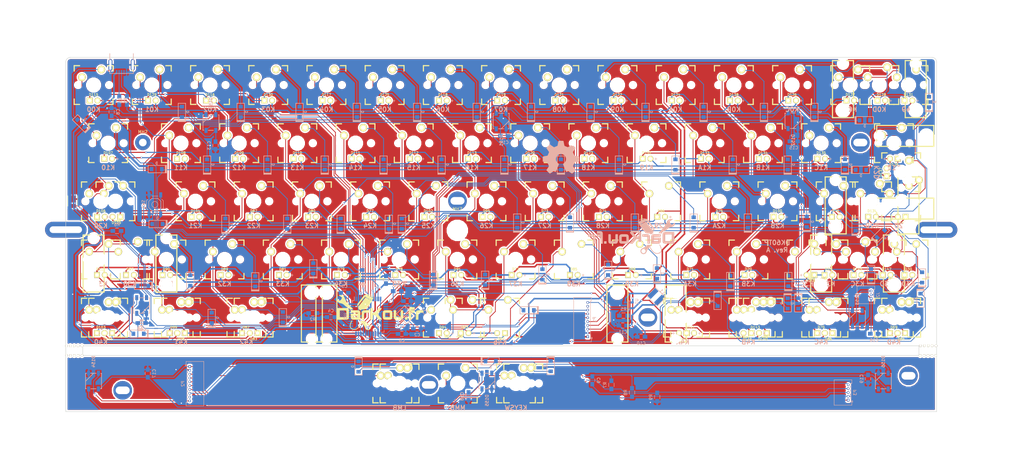
<source format=kicad_pcb>
(kicad_pcb (version 4) (host pcbnew 4.0.5+dfsg1-4)
  (title_block (title "MX/Alps HHKB") (date 2017-05-22) (rev A.1) (company DarKou))
  (layers (0 F.Cu signal) (31 B.Cu signal) (34 B.Paste user) (35 F.Paste user) (36 B.SilkS user) (37 F.SilkS user hide) (38 B.Mask user) (39 F.Mask user) (44 Edge.Cuts user))
  (net 0 "")
  (net 1 GND)
  (net 2 "Net-(C8-Pad1)")
  (net 3 "Net-(D1-Pad2)")
  (net 4 "Net-(D2-Pad2)")
  (net 5 "Net-(D3-Pad2)")
  (net 6 "Net-(D4-Pad2)")
  (net 7 "Net-(D5-Pad2)")
  (net 8 "Net-(D6-Pad2)")
  (net 9 "Net-(D7-Pad2)")
  (net 10 "Net-(D8-Pad2)")
  (net 11 "Net-(D9-Pad2)")
  (net 12 "Net-(D10-Pad2)")
  (net 13 "Net-(D11-Pad2)")
  (net 14 "Net-(D12-Pad2)")
  (net 15 "Net-(D13-Pad2)")
  (net 16 "Net-(D14-Pad2)")
  (net 17 "Net-(D15-Pad2)")
  (net 18 "Net-(D16-Pad2)")
  (net 19 "Net-(D17-Pad2)")
  (net 20 "Net-(D18-Pad2)")
  (net 21 "Net-(D19-Pad2)")
  (net 22 "Net-(D21-Pad2)")
  (net 23 "Net-(D22-Pad2)")
  (net 24 "Net-(D23-Pad2)")
  (net 25 "Net-(D24-Pad2)")
  (net 26 "Net-(D26-Pad2)")
  (net 27 "Net-(D27-Pad2)")
  (net 28 "Net-(D28-Pad2)")
  (net 29 "Net-(D29-Pad2)")
  (net 30 "Net-(D31-Pad2)")
  (net 31 "Net-(D32-Pad2)")
  (net 32 "Net-(D33-Pad2)")
  (net 33 "Net-(D34-Pad2)")
  (net 34 "Net-(D35-Pad2)")
  (net 35 "Net-(D36-Pad2)")
  (net 36 "Net-(D37-Pad2)")
  (net 37 "Net-(D38-Pad2)")
  (net 38 "Net-(D39-Pad2)")
  (net 39 "Net-(D40-Pad2)")
  (net 40 "Net-(D41-Pad2)")
  (net 41 "Net-(D42-Pad2)")
  (net 42 "Net-(D43-Pad2)")
  (net 43 "Net-(D44-Pad2)")
  (net 44 "Net-(D45-Pad2)")
  (net 45 "Net-(D46-Pad2)")
  (net 46 "Net-(D47-Pad2)")
  (net 47 "Net-(D48-Pad2)")
  (net 48 "Net-(D49-Pad2)")
  (net 49 "Net-(D50-Pad2)")
  (net 50 "Net-(D51-Pad2)")
  (net 51 "Net-(D52-Pad2)")
  (net 52 "Net-(D53-Pad2)")
  (net 53 "Net-(D54-Pad2)")
  (net 54 "Net-(D55-Pad2)")
  (net 55 "Net-(D56-Pad2)")
  (net 56 "Net-(D57-Pad2)")
  (net 57 "Net-(D58-Pad2)")
  (net 58 "Net-(D59-Pad2)")
  (net 59 "Net-(D60-Pad2)")
  (net 60 "Net-(J1-Pad2)")
  (net 61 "Net-(J1-Pad3)")
  (net 62 "Net-(J1-Pad4)")
  (net 63 "Net-(R3-Pad1)")
  (net 64 "Net-(R4-Pad2)")
  (net 65 "Net-(U0-Pad42)")
  (net 66 "Net-(LD1-Pad2)")
  (net 67 D2)
  (net 68 D5)
  (net 69 "Net-(D61-Pad2)")
  (net 70 "Net-(D62-Pad2)")
  (net 71 "Net-(D63-Pad2)")
  (net 72 "Net-(U0-Pad41)")
  (net 73 "Net-(D64-Pad2)")
  (net 74 "Net-(D65-Pad2)")
  (net 75 "Net-(D66-Pad2)")
  (net 76 "Net-(D67-Pad2)")
  (net 77 "Net-(D68-Pad2)")
  (net 78 "Net-(R2-Pad2)")
  (net 79 VCC)
  (net 80 "Net-(C9-Pad1)")
  (net 81 LED_AN)
  (net 82 "Net-(L1-Pad1)")
  (net 83 LED_CATH)
  (net 84 BACKLIT)
  (net 85 CAPS_LED)
  (net 86 Row4)
  (net 87 Col3)
  (net 88 Col4)
  (net 89 Col5)
  (net 90 Row0)
  (net 91 Row1)
  (net 92 Row2)
  (net 93 Row3)
  (net 94 Col0)
  (net 95 Col1)
  (net 96 Col2)
  (net 97 ColD)
  (net 98 ColC)
  (net 99 Col6)
  (net 100 Col7)
  (net 101 Col8)
  (net 102 Col9)
  (net 103 ColA)
  (net 104 ColB)
  (net 105 "Net-(K50-Pad2)")
  (net 106 "Net-(K50-Pad1)")
  (net 107 RESET)
  (net 108 XTAL1)
  (net 109 XTAL2)
  (net 110 "Net-(MH2-Pad1)")
  (net 111 "Net-(X1-Pad3)")
  (net 112 "Net-(MH7-Pad1)")
  (net 113 RGB)
  (net 114 "Net-(D149-Pad2)")
  (net 115 "Net-(D150-Pad2)")
  (net 116 "Net-(D151-Pad2)")
  (net 117 "Net-(D152-Pad2)")
  (net 118 DOUT)
  (net 119 "Net-(DM34-Pad2)")
  (net 120 "Net-(DM44-Pad2)")
  (net 121 "Net-(DM54-Pad2)")
  (net 122 /TRACKPOINT/D5)
  (net 123 /TRACKPOINT/D2)
  (net 124 /TRACKPOINT/Col3)
  (net 125 /TRACKPOINT/Col4)
  (net 126 /TRACKPOINT/Col5)
  (net 127 /TRACKPOINT/Row4)
  (net 128 /TRACKPOINT/RGB)
  (net 129 "Net-(D154-Pad2)")
  (net 130 "Net-(D155-Pad2)")
  (net 131 "Net-(D156-Pad2)")
  (net 132 "Net-(P1-Pad9)")
  (net 133 "Net-(P2-Pad9)")
  (module Footprint:Mx_100 (layer F.Cu) (at 138.23922 128.71429)
    (fp_text reference KM340 hide)
    (fp_text value LMB (at 0 8) (layer B.SilkS) (effects (font (thickness 0.3048)) (justify mirror)))
    (pad HOLE np_thru_hole circle (at 0 0) (size 3.9878 3.9878) (drill 3.9878) (layers *.Cu))
    (pad HOLE np_thru_hole circle (at -5.08 0) (size 1.7018 1.7018) (drill 1.7018) (layers *.Cu))
    (pad HOLE np_thru_hole circle (at 5.08 0) (size 1.7018 1.7018) (drill 1.7018) (layers *.Cu))
    (pad 1 thru_hole circle (at -3.81 -2.54 330.95) (size 2.5 2.5) (drill 1.5) (layers *.Cu *.Mask F.SilkS) (net 124 /TRACKPOINT/Col3))
    (pad 2 thru_hole circle (at 2.54 -5.08 356.1) (size 2.5 2.5) (drill 1.5) (layers *.Cu *.Mask F.SilkS) (net 119 "Net-(DM34-Pad2)"))
  )
  (module Footprint:BreakHoles (layer F.Cu) (at 311.20172 119.54804 90)
    (fp_text reference M2)
    (fp_text value MISC)
    (pad "" np_thru_hole circle (at 0 0 90) (size 0.8 0.8) (drill 0.7) (layers *.Cu *.Mask F.SilkS))
    (pad "" np_thru_hole circle (at 0 -1.27 90) (size 0.8 0.8) (drill 0.7) (layers *.Cu *.Mask F.SilkS))
    (pad "" np_thru_hole circle (at 0 -2.54 90) (size 0.8 0.8) (drill 0.7) (layers *.Cu *.Mask F.SilkS))
    (pad "" np_thru_hole circle (at 0 1.27 90) (size 0.8 0.8) (drill 0.7) (layers *.Cu *.Mask F.SilkS))
    (pad "" np_thru_hole circle (at 0 2.54 90) (size 0.8 0.8) (drill 0.7) (layers *.Cu *.Mask F.SilkS))
  )
  (module Footprint:MXST (layer F.Cu) (at 114.3 107.15625 180)
    (fp_text reference MXST hide)
    (fp_text value VAL** hide)
    (pad "" np_thru_hole circle (at 0 -6.985 180) (size 3.048 3.048) (drill 3.048) (layers *.Cu *.Mask))
    (pad "" np_thru_hole circle (at 0 8.255 180) (size 3.9802 3.9802) (drill 3.9802) (layers *.Cu *.Mask))
  )
  (module Footprint:MXST (layer F.Cu) (at 228.6 107.15625 180)
    (fp_text reference MXST hide)
    (fp_text value VAL** hide)
    (pad "" np_thru_hole circle (at 0 -6.985 180) (size 3.048 3.048) (drill 3.048) (layers *.Cu *.Mask))
    (pad "" np_thru_hole circle (at 0 8.255 180) (size 3.9802 3.9802) (drill 3.9802) (layers *.Cu *.Mask))
  )
  (module Footprint:MXST (layer F.Cu) (at 209.55 107.15625 180)
    (fp_text reference MXST hide)
    (fp_text value VAL** hide)
    (pad "" np_thru_hole circle (at 0 -6.985 180) (size 3.048 3.048) (drill 3.048) (layers *.Cu *.Mask))
    (pad "" np_thru_hole circle (at 0 8.255 180) (size 3.9802 3.9802) (drill 3.9802) (layers *.Cu *.Mask))
  )
  (module Footprint:MXST (layer F.Cu) (at 109.5375 107.15625 180)
    (fp_text reference MXST hide)
    (fp_text value VAL** hide)
    (pad "" np_thru_hole circle (at 0 -6.985 180) (size 3.048 3.048) (drill 3.048) (layers *.Cu *.Mask))
    (pad "" np_thru_hole circle (at 0 8.255 180) (size 3.9802 3.9802) (drill 3.9802) (layers *.Cu *.Mask))
  )
  (module Footprint:MXST (layer F.Cu) (at 300.0375 88.10625)
    (fp_text reference MXST hide)
    (fp_text value VAL** hide)
    (pad "" np_thru_hole circle (at 0 -6.985) (size 3.048 3.048) (drill 3.048) (layers *.Cu *.Mask))
    (pad "" np_thru_hole circle (at 0 8.255) (size 3.9802 3.9802) (drill 3.9802) (layers *.Cu *.Mask))
  )
  (module Footprint:MXST (layer F.Cu) (at 276.225 88.10625)
    (fp_text reference MXST hide)
    (fp_text value VAL** hide)
    (pad "" np_thru_hole circle (at 0 -6.985) (size 3.048 3.048) (drill 3.048) (layers *.Cu *.Mask))
    (pad "" np_thru_hole circle (at 0 8.255) (size 3.9802 3.9802) (drill 3.9802) (layers *.Cu *.Mask))
  )
  (module Footprint:MXST (layer F.Cu) (at 302.41875 47.62625 90)
    (fp_text reference MXST hide)
    (fp_text value VAL** hide)
    (pad "" np_thru_hole circle (at 0 -6.985 90) (size 3.048 3.048) (drill 3.048) (layers *.Cu *.Mask))
    (pad "" np_thru_hole circle (at 0 8.255 90) (size 3.9802 3.9802) (drill 3.9802) (layers *.Cu *.Mask))
  )
  (module Footprint:MXST (layer F.Cu) (at 302.41875 71.4375 90)
    (fp_text reference MXST hide)
    (fp_text value VAL** hide)
    (pad "" np_thru_hole circle (at 0 -6.985 90) (size 3.048 3.048) (drill 3.048) (layers *.Cu *.Mask))
    (pad "" np_thru_hole circle (at 0 8.255 90) (size 3.9802 3.9802) (drill 3.9802) (layers *.Cu *.Mask))
  )
  (module Footprint:MXST (layer F.Cu) (at 280.9875 69.05625)
    (fp_text reference MXST hide)
    (fp_text value VAL** hide)
    (pad "" np_thru_hole circle (at 0 -6.985) (size 3.048 3.048) (drill 3.048) (layers *.Cu *.Mask))
    (pad "" np_thru_hole circle (at 0 8.255) (size 3.9802 3.9802) (drill 3.9802) (layers *.Cu *.Mask))
  )
  (module Footprint:MXST (layer F.Cu) (at 304.8 69.05625)
    (fp_text reference MXST hide)
    (fp_text value VAL** hide)
    (pad "" np_thru_hole circle (at 0 -6.985) (size 3.048 3.048) (drill 3.048) (layers *.Cu *.Mask))
    (pad "" np_thru_hole circle (at 0 8.255) (size 3.9802 3.9802) (drill 3.9802) (layers *.Cu *.Mask))
  )
  (module Footprint:MXST (layer F.Cu) (at 307.18125 30.95625)
    (fp_text reference MXST hide)
    (fp_text value VAL** hide)
    (pad "" np_thru_hole circle (at 0 -6.985) (size 3.048 3.048) (drill 3.048) (layers *.Cu *.Mask))
    (pad "" np_thru_hole circle (at 0 8.255) (size 3.9802 3.9802) (drill 3.9802) (layers *.Cu *.Mask))
  )
  (module Footprint:MXST (layer F.Cu) (at 283.36875 30.95625)
    (fp_text reference MXST hide)
    (fp_text value VAL** hide)
    (pad "" np_thru_hole circle (at 0 -6.985) (size 3.048 3.048) (drill 3.048) (layers *.Cu *.Mask))
    (pad "" np_thru_hole circle (at 0 8.255) (size 3.9802 3.9802) (drill 3.9802) (layers *.Cu *.Mask))
  )
  (module Footprint:MXST (layer F.Cu) (at 61.9125 88.10625)
    (fp_text reference MXST hide)
    (fp_text value VAL** hide)
    (pad "" np_thru_hole circle (at 0 -6.985) (size 3.048 3.048) (drill 3.048) (layers *.Cu *.Mask))
    (pad "" np_thru_hole circle (at 0 8.255) (size 3.9802 3.9802) (drill 3.9802) (layers *.Cu *.Mask))
  )
  (module Capacitors_SMD:C_0805_HandSoldering (layer B.Cu) (at 145 104 45)
    (fp_text reference C1 (at 0 2.1 45) (layer B.SilkS) (effects (justify mirror)))
    (fp_text value 22p)
    (pad 1 smd rect (at -1.25 0 45) (size 1.5 1.25) (layers B.Cu B.Paste B.Mask) (net 108 XTAL1))
    (pad 2 smd rect (at 1.25 0 45) (size 1.5 1.25) (layers B.Cu B.Paste B.Mask) (net 1 GND))
  )
  (module Capacitors_SMD:C_0805_HandSoldering (layer B.Cu) (at 144 110.75)
    (fp_text reference C2 (at 0 2.1) (layer B.SilkS) (effects (justify mirror)))
    (fp_text value 22p)
    (pad 1 smd rect (at -1.25 0) (size 1.5 1.25) (layers B.Cu B.Paste B.Mask) (net 109 XTAL2))
    (pad 2 smd rect (at 1.25 0) (size 1.5 1.25) (layers B.Cu B.Paste B.Mask) (net 1 GND))
  )
  (module Capacitors_SMD:C_0805_HandSoldering (layer B.Cu) (at 133.7875 94.7575 90)
    (fp_text reference C3 (at 0 2.1 90) (layer B.SilkS) (effects (justify mirror)))
    (fp_text value 0.1u hide)
    (pad 1 smd rect (at -1.25 0 90) (size 1.5 1.25) (layers B.Cu B.Paste B.Mask) (net 79 VCC))
    (pad 2 smd rect (at 1.25 0 90) (size 1.5 1.25) (layers B.Cu B.Paste B.Mask) (net 1 GND))
  )
  (module Capacitors_SMD:C_0805_HandSoldering (layer B.Cu) (at 115.75 107 180)
    (fp_text reference C4 (at 0 2.1 180) (layer B.SilkS) (effects (justify mirror)))
    (fp_text value 0.1u hide)
    (pad 1 smd rect (at -1.25 0 180) (size 1.5 1.25) (layers B.Cu B.Paste B.Mask) (net 79 VCC))
    (pad 2 smd rect (at 1.25 0 180) (size 1.5 1.25) (layers B.Cu B.Paste B.Mask) (net 1 GND))
  )
  (module Capacitors_SMD:C_0805_HandSoldering (layer B.Cu) (at 120.25 99 180)
    (fp_text reference C5 (at 0 2.1 180) (layer B.SilkS) (effects (justify mirror)))
    (fp_text value 0.1u)
    (pad 1 smd rect (at -1.25 0 180) (size 1.5 1.25) (layers B.Cu B.Paste B.Mask) (net 79 VCC))
    (pad 2 smd rect (at 1.25 0 180) (size 1.5 1.25) (layers B.Cu B.Paste B.Mask) (net 1 GND))
  )
  (module Capacitors_SMD:C_0805_HandSoldering (layer B.Cu) (at 139 112.5)
    (fp_text reference C6 (at 0 2.1) (layer B.SilkS) (effects (justify mirror)))
    (fp_text value 0.1u)
    (pad 1 smd rect (at -1.25 0) (size 1.5 1.25) (layers B.Cu B.Paste B.Mask) (net 79 VCC))
    (pad 2 smd rect (at 1.25 0) (size 1.5 1.25) (layers B.Cu B.Paste B.Mask) (net 1 GND))
  )
  (module Capacitors_SMD:C_0805_HandSoldering (layer B.Cu) (at 140.75 101.75)
    (fp_text reference C7 (at 0 2.1) (layer B.SilkS) (effects (justify mirror)))
    (fp_text value 4.7u)
    (pad 1 smd rect (at -1.25 0) (size 1.5 1.25) (layers B.Cu B.Paste B.Mask) (net 79 VCC))
    (pad 2 smd rect (at 1.25 0) (size 1.5 1.25) (layers B.Cu B.Paste B.Mask) (net 1 GND))
  )
  (module Capacitors_SMD:C_0805_HandSoldering (layer B.Cu) (at 44 39.75 90)
    (fp_text reference C8 (at 0 2.1 90) (layer B.SilkS) (effects (justify mirror)))
    (fp_text value 1u)
    (pad 1 smd rect (at -1.25 0 90) (size 1.5 1.25) (layers B.Cu B.Paste B.Mask) (net 2 "Net-(C8-Pad1)"))
    (pad 2 smd rect (at 1.25 0 90) (size 1.5 1.25) (layers B.Cu B.Paste B.Mask) (net 1 GND))
  )
  (module Capacitors_SMD:C_0805_HandSoldering (layer B.Cu) (at 201.32172 127.69304 90)
    (fp_text reference C9 (at 0 2.1 90) (layer B.SilkS) (effects (justify mirror)))
    (fp_text value 2.2u)
    (pad 1 smd rect (at -1.25 0 90) (size 1.5 1.25) (layers B.Cu B.Paste B.Mask) (net 80 "Net-(C9-Pad1)"))
    (pad 2 smd rect (at 1.25 0 90) (size 1.5 1.25) (layers B.Cu B.Paste B.Mask) (net 79 VCC))
  )
  (module Footprint:D_SOD123 (layer B.Cu) (at 34 43.5 135)
    (fp_text reference D1 hide)
    (fp_text value D (at 0 1.925 135) (layer B.SilkS) (effects (font (size 0.8 0.8)) (justify mirror)))
    (pad 2 smd rect (at 1.7 0 135) (size 1.2 1.4) (layers B.Cu B.Paste B.Mask) (net 3 "Net-(D1-Pad2)"))
    (pad 1 smd rect (at -1.7 0 135) (size 1.2 1.4) (layers B.Cu B.Paste B.Mask) (net 90 Row0))
  )
  (module Footprint:D_SOD123 (layer B.Cu) (at 58.75 58.5 180)
    (fp_text reference D2 hide)
    (fp_text value D (at 0 1.925 180) (layer B.SilkS) (effects (font (size 0.8 0.8)) (justify mirror)))
    (pad 2 smd rect (at 1.7 0 180) (size 1.2 1.4) (layers B.Cu B.Paste B.Mask) (net 4 "Net-(D2-Pad2)"))
    (pad 1 smd rect (at -1.7 0 180) (size 1.2 1.4) (layers B.Cu B.Paste B.Mask) (net 91 Row1))
  )
  (module Footprint:D_SOD123 (layer B.Cu) (at 59 76.5 180)
    (fp_text reference D3 hide)
    (fp_text value D (at 0 1.925 180) (layer B.SilkS) (effects (font (size 0.8 0.8)) (justify mirror)))
    (pad 2 smd rect (at 1.7 0 180) (size 1.2 1.4) (layers B.Cu B.Paste B.Mask) (net 5 "Net-(D3-Pad2)"))
    (pad 1 smd rect (at -1.7 0 180) (size 1.2 1.4) (layers B.Cu B.Paste B.Mask) (net 92 Row2))
  )
  (module Footprint:D_SOD123 (layer B.Cu) (at 54.25 96.75 180)
    (fp_text reference D4 hide)
    (fp_text value D (at 0 1.925 180) (layer B.SilkS) (effects (font (size 0.8 0.8)) (justify mirror)))
    (pad 2 smd rect (at 1.7 0 180) (size 1.2 1.4) (layers B.Cu B.Paste B.Mask) (net 6 "Net-(D4-Pad2)"))
    (pad 1 smd rect (at -1.7 0 180) (size 1.2 1.4) (layers B.Cu B.Paste B.Mask) (net 93 Row3))
  )
  (module Footprint:D_SOD123 (layer B.Cu) (at 52.82172 112.44304 180)
    (fp_text reference D5 hide)
    (fp_text value D (at 0 1.925 180) (layer B.SilkS) (effects (font (size 0.8 0.8)) (justify mirror)))
    (pad 2 smd rect (at 1.7 0 180) (size 1.2 1.4) (layers B.Cu B.Paste B.Mask) (net 7 "Net-(D5-Pad2)"))
    (pad 1 smd rect (at -1.7 0 180) (size 1.2 1.4) (layers B.Cu B.Paste B.Mask) (net 86 Row4))
  )
  (module Footprint:D_SOD123 (layer B.Cu) (at 67 39.75 90)
    (fp_text reference D6 hide)
    (fp_text value D (at 0 1.925 90) (layer B.SilkS) (effects (font (size 0.8 0.8)) (justify mirror)))
    (pad 2 smd rect (at 1.7 0 90) (size 1.2 1.4) (layers B.Cu B.Paste B.Mask) (net 8 "Net-(D6-Pad2)"))
    (pad 1 smd rect (at -1.7 0 90) (size 1.2 1.4) (layers B.Cu B.Paste B.Mask) (net 90 Row0))
  )
  (module Footprint:D_SOD123 (layer B.Cu) (at 75.25 57 90)
    (fp_text reference D7 hide)
    (fp_text value D (at 0 1.925 90) (layer B.SilkS) (effects (font (size 0.8 0.8)) (justify mirror)))
    (pad 2 smd rect (at 1.7 0 90) (size 1.2 1.4) (layers B.Cu B.Paste B.Mask) (net 9 "Net-(D7-Pad2)"))
    (pad 1 smd rect (at -1.7 0 90) (size 1.2 1.4) (layers B.Cu B.Paste B.Mask) (net 91 Row1))
  )
  (module Footprint:D_SOD123 (layer B.Cu) (at 81.22875 76.40625 90)
    (fp_text reference D8 hide)
    (fp_text value D (at 0 1.925 90) (layer B.SilkS) (effects (font (size 0.8 0.8)) (justify mirror)))
    (pad 2 smd rect (at 1.7 0 90) (size 1.2 1.4) (layers B.Cu B.Paste B.Mask) (net 10 "Net-(D8-Pad2)"))
    (pad 1 smd rect (at -1.7 0 90) (size 1.2 1.4) (layers B.Cu B.Paste B.Mask) (net 92 Row2))
  )
  (module Footprint:D_SOD123 (layer B.Cu) (at 69.75 95 90)
    (fp_text reference D9 hide)
    (fp_text value D (at 0 1.925 90) (layer B.SilkS) (effects (font (size 0.8 0.8)) (justify mirror)))
    (pad 2 smd rect (at 1.7 0 90) (size 1.2 1.4) (layers B.Cu B.Paste B.Mask) (net 11 "Net-(D9-Pad2)"))
    (pad 1 smd rect (at -1.7 0 90) (size 1.2 1.4) (layers B.Cu B.Paste B.Mask) (net 93 Row3))
  )
  (module Footprint:D_SOD123 (layer B.Cu) (at 76.75 107.25 90)
    (fp_text reference D10 hide)
    (fp_text value D (at 0 1.925 90) (layer B.SilkS) (effects (font (size 0.8 0.8)) (justify mirror)))
    (pad 2 smd rect (at 1.7 0 90) (size 1.2 1.4) (layers B.Cu B.Paste B.Mask) (net 12 "Net-(D10-Pad2)"))
    (pad 1 smd rect (at -1.7 0 90) (size 1.2 1.4) (layers B.Cu B.Paste B.Mask) (net 86 Row4))
  )
  (module Footprint:D_SOD123 (layer B.Cu) (at 86.25 39.75 90)
    (fp_text reference D11 hide)
    (fp_text value D (at 0 1.925 90) (layer B.SilkS) (effects (font (size 0.8 0.8)) (justify mirror)))
    (pad 2 smd rect (at 1.7 0 90) (size 1.2 1.4) (layers B.Cu B.Paste B.Mask) (net 13 "Net-(D11-Pad2)"))
    (pad 1 smd rect (at -1.7 0 90) (size 1.2 1.4) (layers B.Cu B.Paste B.Mask) (net 90 Row0))
  )
  (module Footprint:D_SOD123 (layer B.Cu) (at 95 57 90)
    (fp_text reference D12 hide)
    (fp_text value D (at 0 1.925 90) (layer B.SilkS) (effects (font (size 0.8 0.8)) (justify mirror)))
    (pad 2 smd rect (at 1.7 0 90) (size 1.2 1.4) (layers B.Cu B.Paste B.Mask) (net 14 "Net-(D12-Pad2)"))
    (pad 1 smd rect (at -1.7 0 90) (size 1.2 1.4) (layers B.Cu B.Paste B.Mask) (net 91 Row1))
  )
  (module Footprint:D_SOD123 (layer B.Cu) (at 101.47875 76.40625 90)
    (fp_text reference D13 hide)
    (fp_text value D (at 0 1.925 90) (layer B.SilkS) (effects (font (size 0.8 0.8)) (justify mirror)))
    (pad 2 smd rect (at 1.7 0 90) (size 1.2 1.4) (layers B.Cu B.Paste B.Mask) (net 15 "Net-(D13-Pad2)"))
    (pad 1 smd rect (at -1.7 0 90) (size 1.2 1.4) (layers B.Cu B.Paste B.Mask) (net 92 Row2))
  )
  (module Footprint:D_SOD123 (layer B.Cu) (at 91 95.25 90)
    (fp_text reference D14 hide)
    (fp_text value D (at 0 1.925 90) (layer B.SilkS) (effects (font (size 0.8 0.8)) (justify mirror)))
    (pad 2 smd rect (at 1.7 0 90) (size 1.2 1.4) (layers B.Cu B.Paste B.Mask) (net 16 "Net-(D14-Pad2)"))
    (pad 1 smd rect (at -1.7 0 90) (size 1.2 1.4) (layers B.Cu B.Paste B.Mask) (net 93 Row3))
  )
  (module Footprint:D_SOD123 (layer B.Cu) (at 100.0375 107.0075 90)
    (fp_text reference D15 hide)
    (fp_text value D (at 0 1.925 90) (layer B.SilkS) (effects (font (size 0.8 0.8)) (justify mirror)))
    (pad 2 smd rect (at 1.7 0 90) (size 1.2 1.4) (layers B.Cu B.Paste B.Mask) (net 17 "Net-(D15-Pad2)"))
    (pad 1 smd rect (at -1.7 0 90) (size 1.2 1.4) (layers B.Cu B.Paste B.Mask) (net 86 Row4))
  )
  (module Footprint:D_SOD123 (layer B.Cu) (at 105.5 39.75 90)
    (fp_text reference D16 hide)
    (fp_text value D (at 0 1.925 90) (layer B.SilkS) (effects (font (size 0.8 0.8)) (justify mirror)))
    (pad 2 smd rect (at 1.7 0 90) (size 1.2 1.4) (layers B.Cu B.Paste B.Mask) (net 18 "Net-(D16-Pad2)"))
    (pad 1 smd rect (at -1.7 0 90) (size 1.2 1.4) (layers B.Cu B.Paste B.Mask) (net 90 Row0))
  )
  (module Footprint:D_SOD123 (layer B.Cu) (at 113.75 57 90)
    (fp_text reference D17 hide)
    (fp_text value D (at 0 1.925 90) (layer B.SilkS) (effects (font (size 0.8 0.8)) (justify mirror)))
    (pad 2 smd rect (at 1.7 0 90) (size 1.2 1.4) (layers B.Cu B.Paste B.Mask) (net 19 "Net-(D17-Pad2)"))
    (pad 1 smd rect (at -1.7 0 90) (size 1.2 1.4) (layers B.Cu B.Paste B.Mask) (net 91 Row1))
  )
  (module Footprint:D_SOD123 (layer B.Cu) (at 118.97875 76.40625 90)
    (fp_text reference D18 hide)
    (fp_text value D (at 0 1.925 90) (layer B.SilkS) (effects (font (size 0.8 0.8)) (justify mirror)))
    (pad 2 smd rect (at 1.7 0 90) (size 1.2 1.4) (layers B.Cu B.Paste B.Mask) (net 20 "Net-(D18-Pad2)"))
    (pad 1 smd rect (at -1.7 0 90) (size 1.2 1.4) (layers B.Cu B.Paste B.Mask) (net 92 Row2))
  )
  (module Footprint:D_SOD123 (layer B.Cu) (at 110 91 90)
    (fp_text reference D19 hide)
    (fp_text value D (at 0 1.925 90) (layer B.SilkS) (effects (font (size 0.8 0.8)) (justify mirror)))
    (pad 2 smd rect (at 1.7 0 90) (size 1.2 1.4) (layers B.Cu B.Paste B.Mask) (net 21 "Net-(D19-Pad2)"))
    (pad 1 smd rect (at -1.7 0 90) (size 1.2 1.4) (layers B.Cu B.Paste B.Mask) (net 93 Row3))
  )
  (module Footprint:D_SOD123 (layer B.Cu) (at 124.25 39.75 90)
    (fp_text reference D21 hide)
    (fp_text value D (at 0 1.925 90) (layer B.SilkS) (effects (font (size 0.8 0.8)) (justify mirror)))
    (pad 2 smd rect (at 1.7 0 90) (size 1.2 1.4) (layers B.Cu B.Paste B.Mask) (net 22 "Net-(D21-Pad2)"))
    (pad 1 smd rect (at -1.7 0 90) (size 1.2 1.4) (layers B.Cu B.Paste B.Mask) (net 90 Row0))
  )
  (module Footprint:D_SOD123 (layer B.Cu) (at 133 57 90)
    (fp_text reference D22 hide)
    (fp_text value D (at 0 1.925 90) (layer B.SilkS) (effects (font (size 0.8 0.8)) (justify mirror)))
    (pad 2 smd rect (at 1.7 0 90) (size 1.2 1.4) (layers B.Cu B.Paste B.Mask) (net 23 "Net-(D22-Pad2)"))
    (pad 1 smd rect (at -1.7 0 90) (size 1.2 1.4) (layers B.Cu B.Paste B.Mask) (net 91 Row1))
  )
  (module Footprint:D_SOD123 (layer B.Cu) (at 134.72875 76.40625 90)
    (fp_text reference D23 hide)
    (fp_text value D (at 0 1.925 90) (layer B.SilkS) (effects (font (size 0.8 0.8)) (justify mirror)))
    (pad 2 smd rect (at 1.7 0 90) (size 1.2 1.4) (layers B.Cu B.Paste B.Mask) (net 24 "Net-(D23-Pad2)"))
    (pad 1 smd rect (at -1.7 0 90) (size 1.2 1.4) (layers B.Cu B.Paste B.Mask) (net 92 Row2))
  )
  (module Footprint:D_SOD123 (layer B.Cu) (at 126 93.25 90)
    (fp_text reference D24 hide)
    (fp_text value D (at 0 1.925 90) (layer B.SilkS) (effects (font (size 0.8 0.8)) (justify mirror)))
    (pad 2 smd rect (at 1.7 0 90) (size 1.2 1.4) (layers B.Cu B.Paste B.Mask) (net 25 "Net-(D24-Pad2)"))
    (pad 1 smd rect (at -1.7 0 90) (size 1.2 1.4) (layers B.Cu B.Paste B.Mask) (net 93 Row3))
  )
  (module Footprint:D_SOD123 (layer B.Cu) (at 144 39.75 90)
    (fp_text reference D26 hide)
    (fp_text value D (at 0 1.925 90) (layer B.SilkS) (effects (font (size 0.8 0.8)) (justify mirror)))
    (pad 2 smd rect (at 1.7 0 90) (size 1.2 1.4) (layers B.Cu B.Paste B.Mask) (net 26 "Net-(D26-Pad2)"))
    (pad 1 smd rect (at -1.7 0 90) (size 1.2 1.4) (layers B.Cu B.Paste B.Mask) (net 90 Row0))
  )
  (module Footprint:D_SOD123 (layer B.Cu) (at 152 57 90)
    (fp_text reference D27 hide)
    (fp_text value D (at 0 1.925 90) (layer B.SilkS) (effects (font (size 0.8 0.8)) (justify mirror)))
    (pad 2 smd rect (at 1.7 0 90) (size 1.2 1.4) (layers B.Cu B.Paste B.Mask) (net 27 "Net-(D27-Pad2)"))
    (pad 1 smd rect (at -1.7 0 90) (size 1.2 1.4) (layers B.Cu B.Paste B.Mask) (net 91 Row1))
  )
  (module Footprint:D_SOD123 (layer B.Cu) (at 138.97875 76.40625 90)
    (fp_text reference D28 hide)
    (fp_text value D (at 0 1.925 90) (layer B.SilkS) (effects (font (size 0.8 0.8)) (justify mirror)))
    (pad 2 smd rect (at 1.7 0 90) (size 1.2 1.4) (layers B.Cu B.Paste B.Mask) (net 28 "Net-(D28-Pad2)"))
    (pad 1 smd rect (at -1.7 0 90) (size 1.2 1.4) (layers B.Cu B.Paste B.Mask) (net 92 Row2))
  )
  (module Footprint:D_SOD123 (layer B.Cu) (at 149.25 94.75 90)
    (fp_text reference D29 hide)
    (fp_text value D (at 0 1.925 90) (layer B.SilkS) (effects (font (size 0.8 0.8)) (justify mirror)))
    (pad 2 smd rect (at 1.7 0 90) (size 1.2 1.4) (layers B.Cu B.Paste B.Mask) (net 29 "Net-(D29-Pad2)"))
    (pad 1 smd rect (at -1.7 0 90) (size 1.2 1.4) (layers B.Cu B.Paste B.Mask) (net 93 Row3))
  )
  (module Footprint:D_SOD123 (layer B.Cu) (at 163.5 39.75 90)
    (fp_text reference D31 hide)
    (fp_text value D (at 0 1.925 90) (layer B.SilkS) (effects (font (size 0.8 0.8)) (justify mirror)))
    (pad 2 smd rect (at 1.7 0 90) (size 1.2 1.4) (layers B.Cu B.Paste B.Mask) (net 30 "Net-(D31-Pad2)"))
    (pad 1 smd rect (at -1.7 0 90) (size 1.2 1.4) (layers B.Cu B.Paste B.Mask) (net 90 Row0))
  )
  (module Footprint:D_SOD123 (layer B.Cu) (at 172.5375 57.0075 90)
    (fp_text reference D32 hide)
    (fp_text value D (at 0 1.925 90) (layer B.SilkS) (effects (font (size 0.8 0.8)) (justify mirror)))
    (pad 2 smd rect (at 1.7 0 90) (size 1.2 1.4) (layers B.Cu B.Paste B.Mask) (net 31 "Net-(D32-Pad2)"))
    (pad 1 smd rect (at -1.7 0 90) (size 1.2 1.4) (layers B.Cu B.Paste B.Mask) (net 91 Row1))
  )
  (module Footprint:D_SOD123 (layer B.Cu) (at 176.75 76 90)
    (fp_text reference D33 hide)
    (fp_text value D (at 0 1.925 90) (layer B.SilkS) (effects (font (size 0.8 0.8)) (justify mirror)))
    (pad 2 smd rect (at 1.7 0 90) (size 1.2 1.4) (layers B.Cu B.Paste B.Mask) (net 32 "Net-(D33-Pad2)"))
    (pad 1 smd rect (at -1.7 0 90) (size 1.2 1.4) (layers B.Cu B.Paste B.Mask) (net 92 Row2))
  )
  (module Footprint:D_SOD123 (layer B.Cu) (at 166.25 94.75 90)
    (fp_text reference D34 hide)
    (fp_text value D (at 0 1.925 90) (layer B.SilkS) (effects (font (size 0.8 0.8)) (justify mirror)))
    (pad 2 smd rect (at 1.7 0 90) (size 1.2 1.4) (layers B.Cu B.Paste B.Mask) (net 33 "Net-(D34-Pad2)"))
    (pad 1 smd rect (at -1.7 0 90) (size 1.2 1.4) (layers B.Cu B.Paste B.Mask) (net 93 Row3))
  )
  (module Footprint:D_SOD123 (layer B.Cu) (at 180.5 104.75 180)
    (fp_text reference D35 hide)
    (fp_text value D (at 0 1.925 180) (layer B.SilkS) (effects (font (size 0.8 0.8)) (justify mirror)))
    (pad 2 smd rect (at 1.7 0 180) (size 1.2 1.4) (layers B.Cu B.Paste B.Mask) (net 34 "Net-(D35-Pad2)"))
    (pad 1 smd rect (at -1.7 0 180) (size 1.2 1.4) (layers B.Cu B.Paste B.Mask) (net 86 Row4))
  )
  (module Footprint:D_SOD123 (layer B.Cu) (at 181.25 39.75 90)
    (fp_text reference D36 hide)
    (fp_text value D (at 0 1.925 90) (layer B.SilkS) (effects (font (size 0.8 0.8)) (justify mirror)))
    (pad 2 smd rect (at 1.7 0 90) (size 1.2 1.4) (layers B.Cu B.Paste B.Mask) (net 35 "Net-(D36-Pad2)"))
    (pad 1 smd rect (at -1.7 0 90) (size 1.2 1.4) (layers B.Cu B.Paste B.Mask) (net 90 Row0))
  )
  (module Footprint:D_SOD123 (layer B.Cu) (at 191.0375 57.0075 90)
    (fp_text reference D37 hide)
    (fp_text value D (at 0 1.925 90) (layer B.SilkS) (effects (font (size 0.8 0.8)) (justify mirror)))
    (pad 2 smd rect (at 1.7 0 90) (size 1.2 1.4) (layers B.Cu B.Paste B.Mask) (net 36 "Net-(D37-Pad2)"))
    (pad 1 smd rect (at -1.7 0 90) (size 1.2 1.4) (layers B.Cu B.Paste B.Mask) (net 91 Row1))
  )
  (module Footprint:D_SOD123 (layer B.Cu) (at 194 76 90)
    (fp_text reference D38 hide)
    (fp_text value D (at 0 1.925 90) (layer B.SilkS) (effects (font (size 0.8 0.8)) (justify mirror)))
    (pad 2 smd rect (at 1.7 0 90) (size 1.2 1.4) (layers B.Cu B.Paste B.Mask) (net 37 "Net-(D38-Pad2)"))
    (pad 1 smd rect (at -1.7 0 90) (size 1.2 1.4) (layers B.Cu B.Paste B.Mask) (net 92 Row2))
  )
  (module Footprint:D_SOD123 (layer B.Cu) (at 185 93 90)
    (fp_text reference D39 hide)
    (fp_text value D (at 0 1.925 90) (layer B.SilkS) (effects (font (size 0.8 0.8)) (justify mirror)))
    (pad 2 smd rect (at 1.7 0 90) (size 1.2 1.4) (layers B.Cu B.Paste B.Mask) (net 38 "Net-(D39-Pad2)"))
    (pad 1 smd rect (at -1.7 0 90) (size 1.2 1.4) (layers B.Cu B.Paste B.Mask) (net 93 Row3))
  )
  (module Footprint:D_SOD123 (layer B.Cu) (at 200.75 39.75 90)
    (fp_text reference D40 hide)
    (fp_text value D (at 0 1.925 90) (layer B.SilkS) (effects (font (size 0.8 0.8)) (justify mirror)))
    (pad 2 smd rect (at 1.7 0 90) (size 1.2 1.4) (layers B.Cu B.Paste B.Mask) (net 39 "Net-(D40-Pad2)"))
    (pad 1 smd rect (at -1.7 0 90) (size 1.2 1.4) (layers B.Cu B.Paste B.Mask) (net 90 Row0))
  )
  (module Footprint:D_SOD123 (layer B.Cu) (at 210.0375 57.0075 90)
    (fp_text reference D41 hide)
    (fp_text value D (at 0 1.925 90) (layer B.SilkS) (effects (font (size 0.8 0.8)) (justify mirror)))
    (pad 2 smd rect (at 1.7 0 90) (size 1.2 1.4) (layers B.Cu B.Paste B.Mask) (net 40 "Net-(D41-Pad2)"))
    (pad 1 smd rect (at -1.7 0 90) (size 1.2 1.4) (layers B.Cu B.Paste B.Mask) (net 91 Row1))
  )
  (module Footprint:D_SOD123 (layer B.Cu) (at 215.25 76 90)
    (fp_text reference D42 hide)
    (fp_text value D (at 0 1.925 90) (layer B.SilkS) (effects (font (size 0.8 0.8)) (justify mirror)))
    (pad 2 smd rect (at 1.7 0 90) (size 1.2 1.4) (layers B.Cu B.Paste B.Mask) (net 41 "Net-(D42-Pad2)"))
    (pad 1 smd rect (at -1.7 0 90) (size 1.2 1.4) (layers B.Cu B.Paste B.Mask) (net 92 Row2))
  )
  (module Footprint:D_SOD123 (layer B.Cu) (at 206.5 91.5 90)
    (fp_text reference D43 hide)
    (fp_text value D (at 0 1.925 90) (layer B.SilkS) (effects (font (size 0.8 0.8)) (justify mirror)))
    (pad 2 smd rect (at 1.7 0 90) (size 1.2 1.4) (layers B.Cu B.Paste B.Mask) (net 42 "Net-(D43-Pad2)"))
    (pad 1 smd rect (at -1.7 0 90) (size 1.2 1.4) (layers B.Cu B.Paste B.Mask) (net 93 Row3))
  )
  (module Footprint:D_SOD123 (layer B.Cu) (at 218.75 39.75 90)
    (fp_text reference D44 hide)
    (fp_text value D (at 0 1.925 90) (layer B.SilkS) (effects (font (size 0.8 0.8)) (justify mirror)))
    (pad 2 smd rect (at 1.7 0 90) (size 1.2 1.4) (layers B.Cu B.Paste B.Mask) (net 43 "Net-(D44-Pad2)"))
    (pad 1 smd rect (at -1.7 0 90) (size 1.2 1.4) (layers B.Cu B.Paste B.Mask) (net 90 Row0))
  )
  (module Footprint:D_SOD123 (layer B.Cu) (at 228.5375 57.0075 90)
    (fp_text reference D45 hide)
    (fp_text value D (at 0 1.925 90) (layer B.SilkS) (effects (font (size 0.8 0.8)) (justify mirror)))
    (pad 2 smd rect (at 1.7 0 90) (size 1.2 1.4) (layers B.Cu B.Paste B.Mask) (net 44 "Net-(D45-Pad2)"))
    (pad 1 smd rect (at -1.7 0 90) (size 1.2 1.4) (layers B.Cu B.Paste B.Mask) (net 91 Row1))
  )
  (module Footprint:D_SOD123 (layer B.Cu) (at 234.5 76 90)
    (fp_text reference D46 hide)
    (fp_text value D (at 0 1.925 90) (layer B.SilkS) (effects (font (size 0.8 0.8)) (justify mirror)))
    (pad 2 smd rect (at 1.7 0 90) (size 1.2 1.4) (layers B.Cu B.Paste B.Mask) (net 45 "Net-(D46-Pad2)"))
    (pad 1 smd rect (at -1.7 0 90) (size 1.2 1.4) (layers B.Cu B.Paste B.Mask) (net 92 Row2))
  )
  (module Footprint:D_SOD123 (layer B.Cu) (at 222.47875 92.65625 90)
    (fp_text reference D47 hide)
    (fp_text value D (at 0 1.925 90) (layer B.SilkS) (effects (font (size 0.8 0.8)) (justify mirror)))
    (pad 2 smd rect (at 1.7 0 90) (size 1.2 1.4) (layers B.Cu B.Paste B.Mask) (net 46 "Net-(D47-Pad2)"))
    (pad 1 smd rect (at -1.7 0 90) (size 1.2 1.4) (layers B.Cu B.Paste B.Mask) (net 93 Row3))
  )
  (module Footprint:D_SOD123 (layer B.Cu) (at 311.5 36.5 90)
    (fp_text reference D48 hide)
    (fp_text value D (at 0 1.925 90) (layer B.SilkS) (effects (font (size 0.8 0.8)) (justify mirror)))
    (pad 2 smd rect (at 1.7 0 90) (size 1.2 1.4) (layers B.Cu B.Paste B.Mask) (net 47 "Net-(D48-Pad2)"))
    (pad 1 smd rect (at -1.7 0 90) (size 1.2 1.4) (layers B.Cu B.Paste B.Mask) (net 86 Row4))
  )
  (module Footprint:D_SOD123 (layer B.Cu) (at 237.75 39.75 90)
    (fp_text reference D49 hide)
    (fp_text value D (at 0 1.925 90) (layer B.SilkS) (effects (font (size 0.8 0.8)) (justify mirror)))
    (pad 2 smd rect (at 1.7 0 90) (size 1.2 1.4) (layers B.Cu B.Paste B.Mask) (net 48 "Net-(D49-Pad2)"))
    (pad 1 smd rect (at -1.7 0 90) (size 1.2 1.4) (layers B.Cu B.Paste B.Mask) (net 90 Row0))
  )
  (module Footprint:D_SOD123 (layer B.Cu) (at 247.2875 57.0075 90)
    (fp_text reference D50 hide)
    (fp_text value D (at 0 1.925 90) (layer B.SilkS) (effects (font (size 0.8 0.8)) (justify mirror)))
    (pad 2 smd rect (at 1.7 0 90) (size 1.2 1.4) (layers B.Cu B.Paste B.Mask) (net 49 "Net-(D50-Pad2)"))
    (pad 1 smd rect (at -1.7 0 90) (size 1.2 1.4) (layers B.Cu B.Paste B.Mask) (net 91 Row1))
  )
  (module Footprint:D_SOD123 (layer B.Cu) (at 252.25 76 90)
    (fp_text reference D51 hide)
    (fp_text value D (at 0 1.925 90) (layer B.SilkS) (effects (font (size 0.8 0.8)) (justify mirror)))
    (pad 2 smd rect (at 1.7 0 90) (size 1.2 1.4) (layers B.Cu B.Paste B.Mask) (net 50 "Net-(D51-Pad2)"))
    (pad 1 smd rect (at -1.7 0 90) (size 1.2 1.4) (layers B.Cu B.Paste B.Mask) (net 92 Row2))
  )
  (module Footprint:D_SOD123 (layer B.Cu) (at 246.47875 95.15625 90)
    (fp_text reference D52 hide)
    (fp_text value D (at 0 1.925 90) (layer B.SilkS) (effects (font (size 0.8 0.8)) (justify mirror)))
    (pad 2 smd rect (at 1.7 0 90) (size 1.2 1.4) (layers B.Cu B.Paste B.Mask) (net 51 "Net-(D52-Pad2)"))
    (pad 1 smd rect (at -1.7 0 90) (size 1.2 1.4) (layers B.Cu B.Paste B.Mask) (net 93 Row3))
  )
  (module Footprint:D_SOD123 (layer B.Cu) (at 242.32172 101.69304 270)
    (fp_text reference D53 hide)
    (fp_text value D (at 0 1.925 270) (layer B.SilkS) (effects (font (size 0.8 0.8)) (justify mirror)))
    (pad 2 smd rect (at 1.7 0 270) (size 1.2 1.4) (layers B.Cu B.Paste B.Mask) (net 52 "Net-(D53-Pad2)"))
    (pad 1 smd rect (at -1.7 0 270) (size 1.2 1.4) (layers B.Cu B.Paste B.Mask) (net 86 Row4))
  )
  (module Footprint:D_SOD123 (layer B.Cu) (at 257.5 39.75 90)
    (fp_text reference D54 hide)
    (fp_text value D (at 0 1.925 90) (layer B.SilkS) (effects (font (size 0.8 0.8)) (justify mirror)))
    (pad 2 smd rect (at 1.7 0 90) (size 1.2 1.4) (layers B.Cu B.Paste B.Mask) (net 53 "Net-(D54-Pad2)"))
    (pad 1 smd rect (at -1.7 0 90) (size 1.2 1.4) (layers B.Cu B.Paste B.Mask) (net 90 Row0))
  )
  (module Footprint:D_SOD123 (layer B.Cu) (at 265.2875 57.0075 90)
    (fp_text reference D55 hide)
    (fp_text value D (at 0 1.925 90) (layer B.SilkS) (effects (font (size 0.8 0.8)) (justify mirror)))
    (pad 2 smd rect (at 1.7 0 90) (size 1.2 1.4) (layers B.Cu B.Paste B.Mask) (net 54 "Net-(D55-Pad2)"))
    (pad 1 smd rect (at -1.7 0 90) (size 1.2 1.4) (layers B.Cu B.Paste B.Mask) (net 91 Row1))
  )
  (module Footprint:D_SOD123 (layer B.Cu) (at 271.5 75.75 90)
    (fp_text reference D56 hide)
    (fp_text value D (at 0 1.925 90) (layer B.SilkS) (effects (font (size 0.8 0.8)) (justify mirror)))
    (pad 2 smd rect (at 1.7 0 90) (size 1.2 1.4) (layers B.Cu B.Paste B.Mask) (net 55 "Net-(D56-Pad2)"))
    (pad 1 smd rect (at -1.7 0 90) (size 1.2 1.4) (layers B.Cu B.Paste B.Mask) (net 92 Row2))
  )
  (module Footprint:D_SOD123 (layer B.Cu) (at 265.47875 95.15625 90)
    (fp_text reference D57 hide)
    (fp_text value D (at 0 1.925 90) (layer B.SilkS) (effects (font (size 0.8 0.8)) (justify mirror)))
    (pad 2 smd rect (at 1.7 0 90) (size 1.2 1.4) (layers B.Cu B.Paste B.Mask) (net 56 "Net-(D57-Pad2)"))
    (pad 1 smd rect (at -1.7 0 90) (size 1.2 1.4) (layers B.Cu B.Paste B.Mask) (net 93 Row3))
  )
  (module Footprint:D_SOD123 (layer B.Cu) (at 265.25 102.5 270)
    (fp_text reference D58 hide)
    (fp_text value D (at 0 1.925 270) (layer B.SilkS) (effects (font (size 0.8 0.8)) (justify mirror)))
    (pad 2 smd rect (at 1.7 0 270) (size 1.2 1.4) (layers B.Cu B.Paste B.Mask) (net 57 "Net-(D58-Pad2)"))
    (pad 1 smd rect (at -1.7 0 270) (size 1.2 1.4) (layers B.Cu B.Paste B.Mask) (net 86 Row4))
  )
  (module Footprint:D_SOD123 (layer B.Cu) (at 274 39.75 90)
    (fp_text reference D59 hide)
    (fp_text value D (at 0 1.925 90) (layer B.SilkS) (effects (font (size 0.8 0.8)) (justify mirror)))
    (pad 2 smd rect (at 1.7 0 90) (size 1.2 1.4) (layers B.Cu B.Paste B.Mask) (net 58 "Net-(D59-Pad2)"))
    (pad 1 smd rect (at -1.7 0 90) (size 1.2 1.4) (layers B.Cu B.Paste B.Mask) (net 90 Row0))
  )
  (module Footprint:D_SOD123 (layer B.Cu) (at 284 57 90)
    (fp_text reference D60 hide)
    (fp_text value D (at 0 1.925 90) (layer B.SilkS) (effects (font (size 0.8 0.8)) (justify mirror)))
    (pad 2 smd rect (at 1.7 0 90) (size 1.2 1.4) (layers B.Cu B.Paste B.Mask) (net 59 "Net-(D60-Pad2)"))
    (pad 1 smd rect (at -1.7 0 90) (size 1.2 1.4) (layers B.Cu B.Paste B.Mask) (net 91 Row1))
  )
  (module Footprint:D_SOD123 (layer B.Cu) (at 287.5 77 90)
    (fp_text reference D61 hide)
    (fp_text value D (at 0 1.925 90) (layer B.SilkS) (effects (font (size 0.8 0.8)) (justify mirror)))
    (pad 2 smd rect (at 1.7 0 90) (size 1.2 1.4) (layers B.Cu B.Paste B.Mask) (net 69 "Net-(D61-Pad2)"))
    (pad 1 smd rect (at -1.7 0 90) (size 1.2 1.4) (layers B.Cu B.Paste B.Mask) (net 92 Row2))
  )
  (module Footprint:D_SOD123 (layer B.Cu) (at 292.57172 92.94304 90)
    (fp_text reference D62 hide)
    (fp_text value D (at 0 1.925 90) (layer B.SilkS) (effects (font (size 0.8 0.8)) (justify mirror)))
    (pad 2 smd rect (at 1.7 0 90) (size 1.2 1.4) (layers B.Cu B.Paste B.Mask) (net 70 "Net-(D62-Pad2)"))
    (pad 1 smd rect (at -1.7 0 90) (size 1.2 1.4) (layers B.Cu B.Paste B.Mask) (net 93 Row3))
  )
  (module Footprint:D_SOD123 (layer B.Cu) (at 268.75 102.5 270)
    (fp_text reference D63 hide)
    (fp_text value D (at 0 1.925 270) (layer B.SilkS) (effects (font (size 0.8 0.8)) (justify mirror)))
    (pad 2 smd rect (at 1.7 0 270) (size 1.2 1.4) (layers B.Cu B.Paste B.Mask) (net 71 "Net-(D63-Pad2)"))
    (pad 1 smd rect (at -1.7 0 270) (size 1.2 1.4) (layers B.Cu B.Paste B.Mask) (net 86 Row4))
  )
  (module Footprint:D_SOD123 (layer B.Cu) (at 290.5 42.5)
    (fp_text reference D64 hide)
    (fp_text value D (at 0 1.925) (layer B.SilkS) (effects (font (size 0.8 0.8)) (justify mirror)))
    (pad 2 smd rect (at 1.7 0) (size 1.2 1.4) (layers B.Cu B.Paste B.Mask) (net 73 "Net-(D64-Pad2)"))
    (pad 1 smd rect (at -1.7 0) (size 1.2 1.4) (layers B.Cu B.Paste B.Mask) (net 90 Row0))
  )
  (module Footprint:D_SOD123 (layer B.Cu) (at 289.25 58.75)
    (fp_text reference D65 hide)
    (fp_text value D (at 0 1.925) (layer B.SilkS) (effects (font (size 0.8 0.8)) (justify mirror)))
    (pad 2 smd rect (at 1.7 0) (size 1.2 1.4) (layers B.Cu B.Paste B.Mask) (net 74 "Net-(D65-Pad2)"))
    (pad 1 smd rect (at -1.7 0) (size 1.2 1.4) (layers B.Cu B.Paste B.Mask) (net 91 Row1))
  )
  (module Footprint:D_SOD123 (layer B.Cu) (at 295.75 79.75 45)
    (fp_text reference D66 hide)
    (fp_text value D (at 0 1.925 45) (layer B.SilkS) (effects (font (size 0.8 0.8)) (justify mirror)))
    (pad 2 smd rect (at 1.7 0 45) (size 1.2 1.4) (layers B.Cu B.Paste B.Mask) (net 75 "Net-(D66-Pad2)"))
    (pad 1 smd rect (at -1.7 0 45) (size 1.2 1.4) (layers B.Cu B.Paste B.Mask) (net 92 Row2))
  )
  (module Footprint:D_SOD123 (layer B.Cu) (at 309.25 94 90)
    (fp_text reference D67 hide)
    (fp_text value D (at 0 1.925 90) (layer B.SilkS) (effects (font (size 0.8 0.8)) (justify mirror)))
    (pad 2 smd rect (at 1.7 0 90) (size 1.2 1.4) (layers B.Cu B.Paste B.Mask) (net 76 "Net-(D67-Pad2)"))
    (pad 1 smd rect (at -1.7 0 90) (size 1.2 1.4) (layers B.Cu B.Paste B.Mask) (net 93 Row3))
  )
  (module Footprint:D_SOD123 (layer B.Cu) (at 308.75 101 270)
    (fp_text reference D68 hide)
    (fp_text value D (at 0 1.925 270) (layer B.SilkS) (effects (font (size 0.8 0.8)) (justify mirror)))
    (pad 2 smd rect (at 1.7 0 270) (size 1.2 1.4) (layers B.Cu B.Paste B.Mask) (net 77 "Net-(D68-Pad2)"))
    (pad 1 smd rect (at -1.7 0 270) (size 1.2 1.4) (layers B.Cu B.Paste B.Mask) (net 86 Row4))
  )
  (module Footprint:USB_miniB_hirose_5S8 (layer B.Cu) (at 47.25 26.75)
    (fp_text reference J1 hide)
    (fp_text value USB_mini_micro_B hide)
    (pad 1 smd rect (at -1.6 0) (size 0.5 1.4) (layers B.Cu B.Paste B.Mask) (net 79 VCC))
    (pad 2 smd rect (at -0.8 0) (size 0.5 1.4) (layers B.Cu B.Paste B.Mask) (net 60 "Net-(J1-Pad2)"))
    (pad 3 smd rect (at 0 0) (size 0.5 1.4) (layers B.Cu B.Paste B.Mask) (net 61 "Net-(J1-Pad3)"))
    (pad 4 smd rect (at 0.8 0) (size 0.5 1.4) (layers B.Cu B.Paste B.Mask) (net 62 "Net-(J1-Pad4)"))
    (pad 5 smd rect (at 1.6 0) (size 0.5 1.4) (layers B.Cu B.Paste B.Mask) (net 1 GND))
    (pad 6 thru_hole oval (at -3.65 -2.4) (size 1.3 3.8) (drill oval 0.7 3.2) (layers *.Cu *.Mask B.Paste) (net 1 GND))
    (pad 6 thru_hole oval (at 3.65 -2.4) (size 1.3 3.8) (drill oval 0.7 3.2) (layers *.Cu *.Mask B.Paste) (net 1 GND))
  )
  (module Resistors_SMD:R_0805_HandSoldering (layer B.Cu) (at 137.5 98.5 180)
    (fp_text reference R1 (at 0 2.1 180) (layer B.SilkS) (effects (justify mirror)))
    (fp_text value 10K)
    (pad 1 smd rect (at -1.35 0 180) (size 1.5 1.3) (layers B.Cu B.Paste B.Mask) (net 79 VCC))
    (pad 2 smd rect (at 1.35 0 180) (size 1.5 1.3) (layers B.Cu B.Paste B.Mask) (net 107 RESET))
  )
  (module Resistors_SMD:R_0805_HandSoldering (layer B.Cu) (at 109.82172 105.69304)
    (fp_text reference R2 (at 0 2.1) (layer B.SilkS) (effects (justify mirror)))
    (fp_text value 10K)
    (pad 1 smd rect (at -1.35 0) (size 1.5 1.3) (layers B.Cu B.Paste B.Mask) (net 1 GND))
    (pad 2 smd rect (at 1.35 0) (size 1.5 1.3) (layers B.Cu B.Paste B.Mask) (net 78 "Net-(R2-Pad2)"))
  )
  (module Resistors_SMD:R_0805_HandSoldering (layer B.Cu) (at 46.5 36 90)
    (fp_text reference R3 (at 0 2.1 90) (layer B.SilkS) (effects (justify mirror)))
    (fp_text value 22)
    (pad 1 smd rect (at -1.35 0 90) (size 1.5 1.3) (layers B.Cu B.Paste B.Mask) (net 63 "Net-(R3-Pad1)"))
    (pad 2 smd rect (at 1.35 0 90) (size 1.5 1.3) (layers B.Cu B.Paste B.Mask) (net 60 "Net-(J1-Pad2)"))
  )
  (module Resistors_SMD:R_0805_HandSoldering (layer B.Cu) (at 49 36 270)
    (fp_text reference R4 (at 0 2.1 270) (layer B.SilkS) (effects (justify mirror)))
    (fp_text value 22)
    (pad 1 smd rect (at -1.35 0 270) (size 1.5 1.3) (layers B.Cu B.Paste B.Mask) (net 61 "Net-(J1-Pad3)"))
    (pad 2 smd rect (at 1.35 0 270) (size 1.5 1.3) (layers B.Cu B.Paste B.Mask) (net 64 "Net-(R4-Pad2)"))
  )
  (module Resistors_SMD:R_0805_HandSoldering (layer B.Cu) (at 45.75 78.75 180)
    (fp_text reference R6 (at 0 2.1 180) (layer B.SilkS) (effects (justify mirror)))
    (fp_text value R)
    (pad 1 smd rect (at -1.35 0 180) (size 1.5 1.3) (layers B.Cu B.Paste B.Mask) (net 85 CAPS_LED))
    (pad 2 smd rect (at 1.35 0 180) (size 1.5 1.3) (layers B.Cu B.Paste B.Mask) (net 66 "Net-(LD1-Pad2)"))
  )
  (module Resistors_SMD:R_0805_HandSoldering (layer B.Cu) (at 207.57172 129.19304 270)
    (fp_text reference R7 (at 0 2.1 270) (layer B.SilkS) (effects (justify mirror)))
    (fp_text value 4.7K)
    (pad 1 smd rect (at -1.35 0 270) (size 1.5 1.3) (layers B.Cu B.Paste B.Mask) (net 79 VCC))
    (pad 2 smd rect (at 1.35 0 270) (size 1.5 1.3) (layers B.Cu B.Paste B.Mask) (net 122 /TRACKPOINT/D5))
  )
  (module Resistors_SMD:R_0805_HandSoldering (layer B.Cu) (at 214.32172 131.69304 270)
    (fp_text reference R8 (at 0 2.1 270) (layer B.SilkS) (effects (justify mirror)))
    (fp_text value 4.7K)
    (pad 1 smd rect (at -1.35 0 270) (size 1.5 1.3) (layers B.Cu B.Paste B.Mask) (net 79 VCC))
    (pad 2 smd rect (at 1.35 0 270) (size 1.5 1.3) (layers B.Cu B.Paste B.Mask) (net 123 /TRACKPOINT/D2))
  )
  (module Resistors_SMD:R_0805_HandSoldering (layer B.Cu) (at 222.57172 133.19304 270)
    (fp_text reference R9 (at 0 2.1 270) (layer B.SilkS) (effects (justify mirror)))
    (fp_text value 100K)
    (pad 1 smd rect (at -1.35 0 270) (size 1.5 1.3) (layers B.Cu B.Paste B.Mask) (net 80 "Net-(C9-Pad1)"))
    (pad 2 smd rect (at 1.35 0 270) (size 1.5 1.3) (layers B.Cu B.Paste B.Mask) (net 1 GND))
  )
  (module Buttons_Switches_SMD:SW_SPST_TL3342 (layer B.Cu) (at 58.15 70.1 270)
    (fp_text reference SW1 (at 0 3.75 270) (layer B.SilkS) (effects (justify mirror)))
    (fp_text value SW_PUSH)
    (pad 1 smd rect (at -3.15 1.9 270) (size 1.7 1) (layers B.Cu B.Paste B.Mask) (net 1 GND))
    (pad 1 smd rect (at 3.15 1.9 270) (size 1.7 1) (layers B.Cu B.Paste B.Mask) (net 1 GND))
    (pad 2 smd rect (at -3.15 -1.9 270) (size 1.7 1) (layers B.Cu B.Paste B.Mask) (net 107 RESET))
    (pad 2 smd rect (at 3.15 -1.9 270) (size 1.7 1) (layers B.Cu B.Paste B.Mask) (net 107 RESET))
  )
  (module Housings_QFP:TQFP-44_10x10mm_Pitch0.8mm (layer B.Cu) (at 128 106.75 270)
    (fp_text reference U0 (at 0 7.45 270) (layer B.SilkS) (effects (justify mirror)))
    (fp_text value ATMEGA32U4)
    (pad 1 smd rect (at -5.7 4 270) (size 1.5 0.55) (layers B.Cu B.Paste B.Mask) (net 85 CAPS_LED))
    (pad 2 smd rect (at -5.7 3.2 270) (size 1.5 0.55) (layers B.Cu B.Paste B.Mask) (net 79 VCC))
    (pad 3 smd rect (at -5.7 2.4 270) (size 1.5 0.55) (layers B.Cu B.Paste B.Mask) (net 63 "Net-(R3-Pad1)"))
    (pad 4 smd rect (at -5.7 1.6 270) (size 1.5 0.55) (layers B.Cu B.Paste B.Mask) (net 64 "Net-(R4-Pad2)"))
    (pad 5 smd rect (at -5.7 0.8 270) (size 1.5 0.55) (layers B.Cu B.Paste B.Mask) (net 1 GND))
    (pad 6 smd rect (at -5.7 0 270) (size 1.5 0.55) (layers B.Cu B.Paste B.Mask) (net 2 "Net-(C8-Pad1)"))
    (pad 7 smd rect (at -5.7 -0.8 270) (size 1.5 0.55) (layers B.Cu B.Paste B.Mask) (net 79 VCC))
    (pad 8 smd rect (at -5.7 -1.6 270) (size 1.5 0.55) (layers B.Cu B.Paste B.Mask) (net 97 ColD))
    (pad 9 smd rect (at -5.7 -2.4 270) (size 1.5 0.55) (layers B.Cu B.Paste B.Mask) (net 89 Col5))
    (pad 10 smd rect (at -5.7 -3.2 270) (size 1.5 0.55) (layers B.Cu B.Paste B.Mask) (net 93 Row3))
    (pad 11 smd rect (at -5.7 -4 270) (size 1.5 0.55) (layers B.Cu B.Paste B.Mask) (net 100 Col7))
    (pad 12 smd rect (at -4 -5.7 180) (size 1.5 0.55) (layers B.Cu B.Paste B.Mask) (net 84 BACKLIT))
    (pad 13 smd rect (at -3.2 -5.7 180) (size 1.5 0.55) (layers B.Cu B.Paste B.Mask) (net 107 RESET))
    (pad 14 smd rect (at -2.4 -5.7 180) (size 1.5 0.55) (layers B.Cu B.Paste B.Mask) (net 79 VCC))
    (pad 15 smd rect (at -1.6 -5.7 180) (size 1.5 0.55) (layers B.Cu B.Paste B.Mask) (net 1 GND))
    (pad 16 smd rect (at -0.8 -5.7 180) (size 1.5 0.55) (layers B.Cu B.Paste B.Mask) (net 108 XTAL1))
    (pad 17 smd rect (at 0 -5.7 180) (size 1.5 0.55) (layers B.Cu B.Paste B.Mask) (net 109 XTAL2))
    (pad 18 smd rect (at 0.8 -5.7 180) (size 1.5 0.55) (layers B.Cu B.Paste B.Mask) (net 98 ColC))
    (pad 19 smd rect (at 1.6 -5.7 180) (size 1.5 0.55) (layers B.Cu B.Paste B.Mask) (net 104 ColB))
    (pad 20 smd rect (at 2.4 -5.7 180) (size 1.5 0.55) (layers B.Cu B.Paste B.Mask) (net 67 D2))
    (pad 21 smd rect (at 3.2 -5.7 180) (size 1.5 0.55) (layers B.Cu B.Paste B.Mask) (net 103 ColA))
    (pad 22 smd rect (at 4 -5.7 180) (size 1.5 0.55) (layers B.Cu B.Paste B.Mask) (net 68 D5))
    (pad 23 smd rect (at 5.7 -4 270) (size 1.5 0.55) (layers B.Cu B.Paste B.Mask) (net 1 GND))
    (pad 24 smd rect (at 5.7 -3.2 270) (size 1.5 0.55) (layers B.Cu B.Paste B.Mask) (net 79 VCC))
    (pad 25 smd rect (at 5.7 -2.4 270) (size 1.5 0.55) (layers B.Cu B.Paste B.Mask) (net 101 Col8))
    (pad 26 smd rect (at 5.7 -1.6 270) (size 1.5 0.55) (layers B.Cu B.Paste B.Mask) (net 99 Col6))
    (pad 27 smd rect (at 5.7 -0.8 270) (size 1.5 0.55) (layers B.Cu B.Paste B.Mask) (net 113 RGB))
    (pad 28 smd rect (at 5.7 0 270) (size 1.5 0.55) (layers B.Cu B.Paste B.Mask) (net 102 Col9))
    (pad 29 smd rect (at 5.7 0.8 270) (size 1.5 0.55) (layers B.Cu B.Paste B.Mask) (net 92 Row2))
    (pad 30 smd rect (at 5.7 1.6 270) (size 1.5 0.55) (layers B.Cu B.Paste B.Mask) (net 88 Col4))
    (pad 31 smd rect (at 5.7 2.4 270) (size 1.5 0.55) (layers B.Cu B.Paste B.Mask) (net 91 Row1))
    (pad 32 smd rect (at 5.7 3.2 270) (size 1.5 0.55) (layers B.Cu B.Paste B.Mask) (net 86 Row4))
    (pad 33 smd rect (at 5.7 4 270) (size 1.5 0.55) (layers B.Cu B.Paste B.Mask) (net 78 "Net-(R2-Pad2)"))
    (pad 34 smd rect (at 4 5.7 180) (size 1.5 0.55) (layers B.Cu B.Paste B.Mask) (net 79 VCC))
    (pad 35 smd rect (at 3.2 5.7 180) (size 1.5 0.55) (layers B.Cu B.Paste B.Mask) (net 1 GND))
    (pad 36 smd rect (at 2.4 5.7 180) (size 1.5 0.55) (layers B.Cu B.Paste B.Mask) (net 94 Col0))
    (pad 37 smd rect (at 1.6 5.7 180) (size 1.5 0.55) (layers B.Cu B.Paste B.Mask) (net 90 Row0))
    (pad 38 smd rect (at 0.8 5.7 180) (size 1.5 0.55) (layers B.Cu B.Paste B.Mask) (net 95 Col1))
    (pad 39 smd rect (at 0 5.7 180) (size 1.5 0.55) (layers B.Cu B.Paste B.Mask) (net 96 Col2))
    (pad 40 smd rect (at -0.8 5.7 180) (size 1.5 0.55) (layers B.Cu B.Paste B.Mask) (net 87 Col3))
    (pad 41 smd rect (at -1.6 5.7 180) (size 1.5 0.55) (layers B.Cu B.Paste B.Mask) (net 72 "Net-(U0-Pad41)"))
    (pad 42 smd rect (at -2.4 5.7 180) (size 1.5 0.55) (layers B.Cu B.Paste B.Mask) (net 65 "Net-(U0-Pad42)"))
    (pad 43 smd rect (at -3.2 5.7 180) (size 1.5 0.55) (layers B.Cu B.Paste B.Mask) (net 1 GND))
    (pad 44 smd rect (at -4 5.7 180) (size 1.5 0.55) (layers B.Cu B.Paste B.Mask) (net 79 VCC))
  )
  (module Footprint:FA-238 (layer B.Cu) (at 140.25 106.25 315)
    (fp_text reference X1 hide)
    (fp_text value XTAL_GND hide)
    (pad 3 smd rect (at -1.1 0.8 315) (size 1.4 1.2) (drill (offset -0.1 0.05)) (layers B.Cu B.Paste B.Mask) (net 111 "Net-(X1-Pad3)") (clearance 0.2))
    (pad 2 smd rect (at 1.1 0.8 315) (size 1.4 1.2) (drill (offset 0.1 0.05)) (layers B.Cu B.Paste B.Mask) (net 109 XTAL2) (clearance 0.2))
    (pad 1 smd rect (at -1.1 -0.8 315) (size 1.4 1.2) (drill (offset -0.1 -0.05)) (layers B.Cu B.Paste B.Mask) (net 108 XTAL1) (clearance 0.2))
    (pad 3 smd rect (at 1.1 -0.8 315) (size 1.4 1.2) (drill (offset 0.1 -0.05)) (layers B.Cu B.Paste B.Mask) (net 111 "Net-(X1-Pad3)") (clearance 0.2))
  )
  (module Footprint:MXST (layer F.Cu) (at 38.1 88.10625)
    (fp_text reference MXST hide)
    (fp_text value VAL** hide)
    (pad "" np_thru_hole circle (at 0 -6.985) (size 3.048 3.048) (drill 3.048) (layers *.Cu *.Mask))
    (pad "" np_thru_hole circle (at 0 8.255) (size 3.9802 3.9802) (drill 3.9802) (layers *.Cu *.Mask))
  )
  (module LEDs:LED_PLCC_2835 (layer F.Cu) (at 31.25 69.25 270)
    (fp_text reference LD1 hide)
    (fp_text value CAPS_LED)
    (pad 1 smd rect (at -0.929882 -0.000094 90) (size 2.2 2.1) (layers F.Cu F.Paste F.Mask) (net 1 GND))
    (pad 2 smd rect (at 1.330118 -0.000094 90) (size 1.3 2.1) (layers F.Cu F.Paste F.Mask) (net 66 "Net-(LD1-Pad2)"))
  )
  (module Capacitors_SMD:C_0805_HandSoldering (layer B.Cu) (at 217.32172 113.44304)
    (fp_text reference C10 (at 0 2.1) (layer B.SilkS) (effects (justify mirror)))
    (fp_text value 10uF hide)
    (pad 1 smd rect (at -1.25 0) (size 1.5 1.25) (layers B.Cu B.Paste B.Mask) (net 1 GND))
    (pad 2 smd rect (at 1.25 0) (size 1.5 1.25) (layers B.Cu B.Paste B.Mask) (net 79 VCC))
  )
  (module Capacitors_SMD:C_0805_HandSoldering (layer B.Cu) (at 211.2875 109.7575)
    (fp_text reference C11 (at 0 2.1) (layer B.SilkS) (effects (justify mirror)))
    (fp_text value 10uF hide)
    (pad 1 smd rect (at -1.25 0) (size 1.5 1.25) (layers B.Cu B.Paste B.Mask) (net 1 GND))
    (pad 2 smd rect (at 1.25 0) (size 1.5 1.25) (layers B.Cu B.Paste B.Mask) (net 81 LED_AN))
  )
  (module Footprint:Inductor_Bourn_4mmx4mm (layer B.Cu) (at 222.25 100.33 315)
    (fp_text reference L1 (at 0.1778 -2.5654 315) (layer B.SilkS) (effects (justify mirror)))
    (fp_text value 4.7uH)
    (pad 1 smd rect (at -1.525 0 315) (size 1.5 3.6) (layers B.Cu B.Paste B.Mask) (net 82 "Net-(L1-Pad1)"))
    (pad 2 smd rect (at 1.525 0 315) (size 1.5 3.6) (layers B.Cu B.Paste B.Mask) (net 81 LED_AN))
  )
  (module Resistors_SMD:R_0805_HandSoldering (layer B.Cu) (at 211.5375 106.5075 180)
    (fp_text reference R5 (at 0 2.1 180) (layer B.SilkS) (effects (justify mirror)))
    (fp_text value 0.5)
    (pad 1 smd rect (at -1.35 0 180) (size 1.5 1.3) (layers B.Cu B.Paste B.Mask) (net 1 GND))
    (pad 2 smd rect (at 1.35 0 180) (size 1.5 1.3) (layers B.Cu B.Paste B.Mask) (net 83 LED_CATH))
  )
  (module Footprint:SOT-23-5 (layer B.Cu) (at 213.2525 103.1475)
    (fp_text reference U1 (at 2.5908 -1.2573 90) (layer B.SilkS) (effects (justify mirror)))
    (fp_text value PAM2804 hide)
    (pad 1 smd rect (at -1.1 0.95) (size 1.06 0.65) (layers B.Cu B.Paste B.Mask) (net 84 BACKLIT))
    (pad 2 smd rect (at -1.1 0) (size 1.06 0.65) (layers B.Cu B.Paste B.Mask) (net 1 GND))
    (pad 3 smd rect (at -1.1 -0.95) (size 1.06 0.65) (layers B.Cu B.Paste B.Mask) (net 82 "Net-(L1-Pad1)"))
    (pad 4 smd rect (at 1.1 -0.95) (size 1.06 0.65) (layers B.Cu B.Paste B.Mask) (net 79 VCC))
    (pad 5 smd rect (at 1.1 0.95) (size 1.06 0.65) (layers B.Cu B.Paste B.Mask) (net 83 LED_CATH))
  )
  (module Footprint:Mx_100 (layer F.Cu) (at 38.1 30.95625)
    (fp_text reference K1 hide)
    (fp_text value K00 (at 0 8) (layer B.SilkS) (effects (font (thickness 0.3048)) (justify mirror)))
    (pad HOLE np_thru_hole circle (at 0 0) (size 3.9878 3.9878) (drill 3.9878) (layers *.Cu))
    (pad HOLE np_thru_hole circle (at -5.08 0) (size 1.7018 1.7018) (drill 1.7018) (layers *.Cu))
    (pad HOLE np_thru_hole circle (at 5.08 0) (size 1.7018 1.7018) (drill 1.7018) (layers *.Cu))
    (pad 1 thru_hole circle (at -3.81 -2.54 330.95) (size 2.5 2.5) (drill 1.5) (layers *.Cu *.Mask F.SilkS) (net 94 Col0))
    (pad 2 thru_hole circle (at 2.54 -5.08 356.1) (size 2.5 2.5) (drill 1.5) (layers *.Cu *.Mask F.SilkS) (net 3 "Net-(D1-Pad2)"))
  )
  (module Footprint:Mx_150 (layer F.Cu) (at 42.8625 50.00625)
    (fp_text reference K2 hide)
    (fp_text value K10 (at 0 8) (layer B.SilkS) (effects (font (thickness 0.3048)) (justify mirror)))
    (pad HOLE np_thru_hole circle (at 0 0) (size 3.9878 3.9878) (drill 3.9878) (layers *.Cu))
    (pad HOLE np_thru_hole circle (at -5.08 0) (size 1.7018 1.7018) (drill 1.7018) (layers *.Cu))
    (pad HOLE np_thru_hole circle (at 5.08 0) (size 1.7018 1.7018) (drill 1.7018) (layers *.Cu))
    (pad 1 thru_hole circle (at -3.81 -2.54 330.95) (size 2.5 2.5) (drill 1.5) (layers *.Cu *.Mask F.SilkS) (net 94 Col0))
    (pad 2 thru_hole circle (at 2.54 -5.08 356.1) (size 2.5 2.5) (drill 1.5) (layers *.Cu *.Mask F.SilkS) (net 4 "Net-(D2-Pad2)"))
  )
  (module Footprint:Mx_125 (layer F.Cu) (at 40.48125 88.10625)
    (fp_text reference K6 hide)
    (fp_text value K30 (at 0 8) (layer B.SilkS) (effects (font (thickness 0.3048)) (justify mirror)))
    (pad HOLE np_thru_hole circle (at 0 0) (size 3.9878 3.9878) (drill 3.9878) (layers *.Cu))
    (pad HOLE np_thru_hole circle (at -5.08 0) (size 1.7018 1.7018) (drill 1.7018) (layers *.Cu))
    (pad HOLE np_thru_hole circle (at 5.08 0) (size 1.7018 1.7018) (drill 1.7018) (layers *.Cu))
    (pad 1 thru_hole circle (at -3.81 -2.54 330.95) (size 2.5 2.5) (drill 1.5) (layers *.Cu *.Mask F.SilkS) (net 94 Col0))
    (pad 2 thru_hole circle (at 2.54 -5.08 356.1) (size 2.5 2.5) (drill 1.5) (layers *.Cu *.Mask F.SilkS) (net 6 "Net-(D4-Pad2)"))
  )
  (module Footprint:Mx_125 (layer F.Cu) (at 40.48125 107.15625)
    (fp_text reference K7 hide)
    (fp_text value K40 (at 0 8) (layer B.SilkS) (effects (font (thickness 0.3048)) (justify mirror)))
    (pad HOLE np_thru_hole circle (at 0 0) (size 3.9878 3.9878) (drill 3.9878) (layers *.Cu))
    (pad HOLE np_thru_hole circle (at -5.08 0) (size 1.7018 1.7018) (drill 1.7018) (layers *.Cu))
    (pad HOLE np_thru_hole circle (at 5.08 0) (size 1.7018 1.7018) (drill 1.7018) (layers *.Cu))
    (pad 1 thru_hole circle (at -3.81 -2.54 330.95) (size 2.5 2.5) (drill 1.5) (layers *.Cu *.Mask F.SilkS) (net 94 Col0))
    (pad 2 thru_hole circle (at 2.54 -5.08 356.1) (size 2.5 2.5) (drill 1.5) (layers *.Cu *.Mask F.SilkS) (net 7 "Net-(D5-Pad2)"))
  )
  (module Footprint:Mx_150 (layer F.Cu) (at 42.8625 107.15625)
    (fp_text reference K8 hide)
    (fp_text value K40 hide)
    (pad HOLE np_thru_hole circle (at 0 0) (size 3.9878 3.9878) (drill 3.9878) (layers *.Cu))
    (pad HOLE np_thru_hole circle (at -5.08 0) (size 1.7018 1.7018) (drill 1.7018) (layers *.Cu))
    (pad HOLE np_thru_hole circle (at 5.08 0) (size 1.7018 1.7018) (drill 1.7018) (layers *.Cu))
    (pad 1 thru_hole circle (at -3.81 -2.54 330.95) (size 2.5 2.5) (drill 1.5) (layers *.Cu *.Mask F.SilkS) (net 94 Col0))
    (pad 2 thru_hole circle (at 2.54 -5.08 356.1) (size 2.5 2.5) (drill 1.5) (layers *.Cu *.Mask F.SilkS) (net 7 "Net-(D5-Pad2)"))
  )
  (module Footprint:Mx_100 (layer F.Cu) (at 57.15 30.95625)
    (fp_text reference K9 hide)
    (fp_text value K01 (at 0 8) (layer B.SilkS) (effects (font (thickness 0.3048)) (justify mirror)))
    (pad HOLE np_thru_hole circle (at 0 0) (size 3.9878 3.9878) (drill 3.9878) (layers *.Cu))
    (pad HOLE np_thru_hole circle (at -5.08 0) (size 1.7018 1.7018) (drill 1.7018) (layers *.Cu))
    (pad HOLE np_thru_hole circle (at 5.08 0) (size 1.7018 1.7018) (drill 1.7018) (layers *.Cu))
    (pad 1 thru_hole circle (at -3.81 -2.54 330.95) (size 2.5 2.5) (drill 1.5) (layers *.Cu *.Mask F.SilkS) (net 95 Col1))
    (pad 2 thru_hole circle (at 2.54 -5.08 356.1) (size 2.5 2.5) (drill 1.5) (layers *.Cu *.Mask F.SilkS) (net 8 "Net-(D6-Pad2)"))
  )
  (module Footprint:Mx_100 (layer F.Cu) (at 66.675 50.00625)
    (fp_text reference K10 hide)
    (fp_text value K11 (at 0 8) (layer B.SilkS) (effects (font (thickness 0.3048)) (justify mirror)))
    (pad HOLE np_thru_hole circle (at 0 0) (size 3.9878 3.9878) (drill 3.9878) (layers *.Cu))
    (pad HOLE np_thru_hole circle (at -5.08 0) (size 1.7018 1.7018) (drill 1.7018) (layers *.Cu))
    (pad HOLE np_thru_hole circle (at 5.08 0) (size 1.7018 1.7018) (drill 1.7018) (layers *.Cu))
    (pad 1 thru_hole circle (at -3.81 -2.54 330.95) (size 2.5 2.5) (drill 1.5) (layers *.Cu *.Mask F.SilkS) (net 95 Col1))
    (pad 2 thru_hole circle (at 2.54 -5.08 356.1) (size 2.5 2.5) (drill 1.5) (layers *.Cu *.Mask F.SilkS) (net 9 "Net-(D7-Pad2)"))
  )
  (module Footprint:Mx_100 (layer F.Cu) (at 71.4375 69.05625)
    (fp_text reference K11 hide)
    (fp_text value K21 (at 0 8) (layer B.SilkS) (effects (font (thickness 0.3048)) (justify mirror)))
    (pad HOLE np_thru_hole circle (at 0 0) (size 3.9878 3.9878) (drill 3.9878) (layers *.Cu))
    (pad HOLE np_thru_hole circle (at -5.08 0) (size 1.7018 1.7018) (drill 1.7018) (layers *.Cu))
    (pad HOLE np_thru_hole circle (at 5.08 0) (size 1.7018 1.7018) (drill 1.7018) (layers *.Cu))
    (pad 1 thru_hole circle (at -3.81 -2.54 330.95) (size 2.5 2.5) (drill 1.5) (layers *.Cu *.Mask F.SilkS) (net 95 Col1))
    (pad 2 thru_hole circle (at 2.54 -5.08 356.1) (size 2.5 2.5) (drill 1.5) (layers *.Cu *.Mask F.SilkS) (net 10 "Net-(D8-Pad2)"))
  )
  (module Footprint:Mx_100 (layer F.Cu) (at 61.9125 88.10625)
    (fp_text reference K12 hide)
    (fp_text value K31 (at 0 8) (layer B.SilkS) (effects (font (thickness 0.3048)) (justify mirror)))
    (pad HOLE np_thru_hole circle (at 0 0) (size 3.9878 3.9878) (drill 3.9878) (layers *.Cu))
    (pad HOLE np_thru_hole circle (at -5.08 0) (size 1.7018 1.7018) (drill 1.7018) (layers *.Cu))
    (pad HOLE np_thru_hole circle (at 5.08 0) (size 1.7018 1.7018) (drill 1.7018) (layers *.Cu))
    (pad 1 thru_hole circle (at -3.81 -2.54 330.95) (size 2.5 2.5) (drill 1.5) (layers *.Cu *.Mask F.SilkS) (net 95 Col1))
    (pad 2 thru_hole circle (at 2.54 -5.08 356.1) (size 2.5 2.5) (drill 1.5) (layers *.Cu *.Mask F.SilkS) (net 11 "Net-(D9-Pad2)"))
  )
  (module Footprint:Mx_125 (layer F.Cu) (at 64.29375 107.15625)
    (fp_text reference K13 hide)
    (fp_text value K41 hide)
    (pad HOLE np_thru_hole circle (at 0 0) (size 3.9878 3.9878) (drill 3.9878) (layers *.Cu))
    (pad HOLE np_thru_hole circle (at -5.08 0) (size 1.7018 1.7018) (drill 1.7018) (layers *.Cu))
    (pad HOLE np_thru_hole circle (at 5.08 0) (size 1.7018 1.7018) (drill 1.7018) (layers *.Cu))
    (pad 1 thru_hole circle (at -3.81 -2.54 330.95) (size 2.5 2.5) (drill 1.5) (layers *.Cu *.Mask F.SilkS) (net 95 Col1))
    (pad 2 thru_hole circle (at 2.54 -5.08 356.1) (size 2.5 2.5) (drill 1.5) (layers *.Cu *.Mask F.SilkS) (net 12 "Net-(D10-Pad2)"))
  )
  (module Footprint:Mx_100 (layer F.Cu) (at 66.675 107.15625)
    (fp_text reference K14 hide)
    (fp_text value K41 (at 0 8) (layer B.SilkS) (effects (font (thickness 0.3048)) (justify mirror)))
    (pad HOLE np_thru_hole circle (at 0 0) (size 3.9878 3.9878) (drill 3.9878) (layers *.Cu))
    (pad HOLE np_thru_hole circle (at -5.08 0) (size 1.7018 1.7018) (drill 1.7018) (layers *.Cu))
    (pad HOLE np_thru_hole circle (at 5.08 0) (size 1.7018 1.7018) (drill 1.7018) (layers *.Cu))
    (pad 1 thru_hole circle (at -3.81 -2.54 330.95) (size 2.5 2.5) (drill 1.5) (layers *.Cu *.Mask F.SilkS) (net 95 Col1))
    (pad 2 thru_hole circle (at 2.54 -5.08 356.1) (size 2.5 2.5) (drill 1.5) (layers *.Cu *.Mask F.SilkS) (net 12 "Net-(D10-Pad2)"))
  )
  (module Footprint:Mx_100 (layer F.Cu) (at 76.2 30.95625)
    (fp_text reference K15 hide)
    (fp_text value K02 (at 0 8) (layer B.SilkS) (effects (font (thickness 0.3048)) (justify mirror)))
    (pad HOLE np_thru_hole circle (at 0 0) (size 3.9878 3.9878) (drill 3.9878) (layers *.Cu))
    (pad HOLE np_thru_hole circle (at -5.08 0) (size 1.7018 1.7018) (drill 1.7018) (layers *.Cu))
    (pad HOLE np_thru_hole circle (at 5.08 0) (size 1.7018 1.7018) (drill 1.7018) (layers *.Cu))
    (pad 1 thru_hole circle (at -3.81 -2.54 330.95) (size 2.5 2.5) (drill 1.5) (layers *.Cu *.Mask F.SilkS) (net 96 Col2))
    (pad 2 thru_hole circle (at 2.54 -5.08 356.1) (size 2.5 2.5) (drill 1.5) (layers *.Cu *.Mask F.SilkS) (net 13 "Net-(D11-Pad2)"))
  )
  (module Footprint:Mx_100 (layer F.Cu) (at 85.725 50.00625)
    (fp_text reference K16 hide)
    (fp_text value K12 (at 0 8) (layer B.SilkS) (effects (font (thickness 0.3048)) (justify mirror)))
    (pad HOLE np_thru_hole circle (at 0 0) (size 3.9878 3.9878) (drill 3.9878) (layers *.Cu))
    (pad HOLE np_thru_hole circle (at -5.08 0) (size 1.7018 1.7018) (drill 1.7018) (layers *.Cu))
    (pad HOLE np_thru_hole circle (at 5.08 0) (size 1.7018 1.7018) (drill 1.7018) (layers *.Cu))
    (pad 1 thru_hole circle (at -3.81 -2.54 330.95) (size 2.5 2.5) (drill 1.5) (layers *.Cu *.Mask F.SilkS) (net 96 Col2))
    (pad 2 thru_hole circle (at 2.54 -5.08 356.1) (size 2.5 2.5) (drill 1.5) (layers *.Cu *.Mask F.SilkS) (net 14 "Net-(D12-Pad2)"))
  )
  (module Footprint:Mx_100 (layer F.Cu) (at 90.4875 69.05625)
    (fp_text reference K17 hide)
    (fp_text value K22 (at 0 8) (layer B.SilkS) (effects (font (thickness 0.3048)) (justify mirror)))
    (pad HOLE np_thru_hole circle (at 0 0) (size 3.9878 3.9878) (drill 3.9878) (layers *.Cu))
    (pad HOLE np_thru_hole circle (at -5.08 0) (size 1.7018 1.7018) (drill 1.7018) (layers *.Cu))
    (pad HOLE np_thru_hole circle (at 5.08 0) (size 1.7018 1.7018) (drill 1.7018) (layers *.Cu))
    (pad 1 thru_hole circle (at -3.81 -2.54 330.95) (size 2.5 2.5) (drill 1.5) (layers *.Cu *.Mask F.SilkS) (net 96 Col2))
    (pad 2 thru_hole circle (at 2.54 -5.08 356.1) (size 2.5 2.5) (drill 1.5) (layers *.Cu *.Mask F.SilkS) (net 15 "Net-(D13-Pad2)"))
  )
  (module Footprint:Mx_100 (layer F.Cu) (at 80.9625 88.10625)
    (fp_text reference K18 hide)
    (fp_text value K32 (at 0 8) (layer B.SilkS) (effects (font (thickness 0.3048)) (justify mirror)))
    (pad HOLE np_thru_hole circle (at 0 0) (size 3.9878 3.9878) (drill 3.9878) (layers *.Cu))
    (pad HOLE np_thru_hole circle (at -5.08 0) (size 1.7018 1.7018) (drill 1.7018) (layers *.Cu))
    (pad HOLE np_thru_hole circle (at 5.08 0) (size 1.7018 1.7018) (drill 1.7018) (layers *.Cu))
    (pad 1 thru_hole circle (at -3.81 -2.54 330.95) (size 2.5 2.5) (drill 1.5) (layers *.Cu *.Mask F.SilkS) (net 96 Col2))
    (pad 2 thru_hole circle (at 2.54 -5.08 356.1) (size 2.5 2.5) (drill 1.5) (layers *.Cu *.Mask F.SilkS) (net 16 "Net-(D14-Pad2)"))
  )
  (module Footprint:Mx_125 (layer F.Cu) (at 88.10625 107.15625)
    (fp_text reference K19 hide)
    (fp_text value K42 (at 0 8) (layer B.SilkS) (effects (font (thickness 0.3048)) (justify mirror)))
    (pad HOLE np_thru_hole circle (at 0 0) (size 3.9878 3.9878) (drill 3.9878) (layers *.Cu))
    (pad HOLE np_thru_hole circle (at -5.08 0) (size 1.7018 1.7018) (drill 1.7018) (layers *.Cu))
    (pad HOLE np_thru_hole circle (at 5.08 0) (size 1.7018 1.7018) (drill 1.7018) (layers *.Cu))
    (pad 1 thru_hole circle (at -3.81 -2.54 330.95) (size 2.5 2.5) (drill 1.5) (layers *.Cu *.Mask F.SilkS) (net 96 Col2))
    (pad 2 thru_hole circle (at 2.54 -5.08 356.1) (size 2.5 2.5) (drill 1.5) (layers *.Cu *.Mask F.SilkS) (net 17 "Net-(D15-Pad2)"))
  )
  (module Footprint:Mx_150 (layer F.Cu) (at 90.4875 107.15625)
    (fp_text reference K20 hide)
    (fp_text value K42 hide)
    (pad HOLE np_thru_hole circle (at 0 0) (size 3.9878 3.9878) (drill 3.9878) (layers *.Cu))
    (pad HOLE np_thru_hole circle (at -5.08 0) (size 1.7018 1.7018) (drill 1.7018) (layers *.Cu))
    (pad HOLE np_thru_hole circle (at 5.08 0) (size 1.7018 1.7018) (drill 1.7018) (layers *.Cu))
    (pad 1 thru_hole circle (at -3.81 -2.54 330.95) (size 2.5 2.5) (drill 1.5) (layers *.Cu *.Mask F.SilkS) (net 96 Col2))
    (pad 2 thru_hole circle (at 2.54 -5.08 356.1) (size 2.5 2.5) (drill 1.5) (layers *.Cu *.Mask F.SilkS) (net 17 "Net-(D15-Pad2)"))
  )
  (module Footprint:Mx_100 (layer F.Cu) (at 95.25 30.95625)
    (fp_text reference K21 hide)
    (fp_text value K03 (at 0 8) (layer B.SilkS) (effects (font (thickness 0.3048)) (justify mirror)))
    (pad HOLE np_thru_hole circle (at 0 0) (size 3.9878 3.9878) (drill 3.9878) (layers *.Cu))
    (pad HOLE np_thru_hole circle (at -5.08 0) (size 1.7018 1.7018) (drill 1.7018) (layers *.Cu))
    (pad HOLE np_thru_hole circle (at 5.08 0) (size 1.7018 1.7018) (drill 1.7018) (layers *.Cu))
    (pad 1 thru_hole circle (at -3.81 -2.54 330.95) (size 2.5 2.5) (drill 1.5) (layers *.Cu *.Mask F.SilkS) (net 87 Col3))
    (pad 2 thru_hole circle (at 2.54 -5.08 356.1) (size 2.5 2.5) (drill 1.5) (layers *.Cu *.Mask F.SilkS) (net 18 "Net-(D16-Pad2)"))
  )
  (module Footprint:Mx_100 (layer F.Cu) (at 104.775 50.00625)
    (fp_text reference K22 hide)
    (fp_text value K13 (at 0 8) (layer B.SilkS) (effects (font (thickness 0.3048)) (justify mirror)))
    (pad HOLE np_thru_hole circle (at 0 0) (size 3.9878 3.9878) (drill 3.9878) (layers *.Cu))
    (pad HOLE np_thru_hole circle (at -5.08 0) (size 1.7018 1.7018) (drill 1.7018) (layers *.Cu))
    (pad HOLE np_thru_hole circle (at 5.08 0) (size 1.7018 1.7018) (drill 1.7018) (layers *.Cu))
    (pad 1 thru_hole circle (at -3.81 -2.54 330.95) (size 2.5 2.5) (drill 1.5) (layers *.Cu *.Mask F.SilkS) (net 87 Col3))
    (pad 2 thru_hole circle (at 2.54 -5.08 356.1) (size 2.5 2.5) (drill 1.5) (layers *.Cu *.Mask F.SilkS) (net 19 "Net-(D17-Pad2)"))
  )
  (module Footprint:Mx_100 (layer F.Cu) (at 109.5375 69.05625)
    (fp_text reference K23 hide)
    (fp_text value K23 (at 0 8) (layer B.SilkS) (effects (font (thickness 0.3048)) (justify mirror)))
    (pad HOLE np_thru_hole circle (at 0 0) (size 3.9878 3.9878) (drill 3.9878) (layers *.Cu))
    (pad HOLE np_thru_hole circle (at -5.08 0) (size 1.7018 1.7018) (drill 1.7018) (layers *.Cu))
    (pad HOLE np_thru_hole circle (at 5.08 0) (size 1.7018 1.7018) (drill 1.7018) (layers *.Cu))
    (pad 1 thru_hole circle (at -3.81 -2.54 330.95) (size 2.5 2.5) (drill 1.5) (layers *.Cu *.Mask F.SilkS) (net 87 Col3))
    (pad 2 thru_hole circle (at 2.54 -5.08 356.1) (size 2.5 2.5) (drill 1.5) (layers *.Cu *.Mask F.SilkS) (net 20 "Net-(D18-Pad2)"))
  )
  (module Footprint:Mx_100 (layer F.Cu) (at 100.0125 88.10625)
    (fp_text reference K24 hide)
    (fp_text value K33 (at 0 8) (layer B.SilkS) (effects (font (thickness 0.3048)) (justify mirror)))
    (pad HOLE np_thru_hole circle (at 0 0) (size 3.9878 3.9878) (drill 3.9878) (layers *.Cu))
    (pad HOLE np_thru_hole circle (at -5.08 0) (size 1.7018 1.7018) (drill 1.7018) (layers *.Cu))
    (pad HOLE np_thru_hole circle (at 5.08 0) (size 1.7018 1.7018) (drill 1.7018) (layers *.Cu))
    (pad 1 thru_hole circle (at -3.81 -2.54 330.95) (size 2.5 2.5) (drill 1.5) (layers *.Cu *.Mask F.SilkS) (net 87 Col3))
    (pad 2 thru_hole circle (at 2.54 -5.08 356.1) (size 2.5 2.5) (drill 1.5) (layers *.Cu *.Mask F.SilkS) (net 21 "Net-(D19-Pad2)"))
  )
  (module Footprint:Mx_100 (layer F.Cu) (at 114.3 30.95625)
    (fp_text reference K27 hide)
    (fp_text value K04 (at 0 8) (layer B.SilkS) (effects (font (thickness 0.3048)) (justify mirror)))
    (pad HOLE np_thru_hole circle (at 0 0) (size 3.9878 3.9878) (drill 3.9878) (layers *.Cu))
    (pad HOLE np_thru_hole circle (at -5.08 0) (size 1.7018 1.7018) (drill 1.7018) (layers *.Cu))
    (pad HOLE np_thru_hole circle (at 5.08 0) (size 1.7018 1.7018) (drill 1.7018) (layers *.Cu))
    (pad 1 thru_hole circle (at -3.81 -2.54 330.95) (size 2.5 2.5) (drill 1.5) (layers *.Cu *.Mask F.SilkS) (net 88 Col4))
    (pad 2 thru_hole circle (at 2.54 -5.08 356.1) (size 2.5 2.5) (drill 1.5) (layers *.Cu *.Mask F.SilkS) (net 22 "Net-(D21-Pad2)"))
  )
  (module Footprint:Mx_100 (layer F.Cu) (at 123.825 50.00625)
    (fp_text reference K28 hide)
    (fp_text value K14 (at 0 8) (layer B.SilkS) (effects (font (thickness 0.3048)) (justify mirror)))
    (pad HOLE np_thru_hole circle (at 0 0) (size 3.9878 3.9878) (drill 3.9878) (layers *.Cu))
    (pad HOLE np_thru_hole circle (at -5.08 0) (size 1.7018 1.7018) (drill 1.7018) (layers *.Cu))
    (pad HOLE np_thru_hole circle (at 5.08 0) (size 1.7018 1.7018) (drill 1.7018) (layers *.Cu))
    (pad 1 thru_hole circle (at -3.81 -2.54 330.95) (size 2.5 2.5) (drill 1.5) (layers *.Cu *.Mask F.SilkS) (net 88 Col4))
    (pad 2 thru_hole circle (at 2.54 -5.08 356.1) (size 2.5 2.5) (drill 1.5) (layers *.Cu *.Mask F.SilkS) (net 23 "Net-(D22-Pad2)"))
  )
  (module Footprint:Mx_100 (layer F.Cu) (at 128.5875 69.05625)
    (fp_text reference K29 hide)
    (fp_text value K24 (at 0 8) (layer B.SilkS) (effects (font (thickness 0.3048)) (justify mirror)))
    (pad HOLE np_thru_hole circle (at 0 0) (size 3.9878 3.9878) (drill 3.9878) (layers *.Cu))
    (pad HOLE np_thru_hole circle (at -5.08 0) (size 1.7018 1.7018) (drill 1.7018) (layers *.Cu))
    (pad HOLE np_thru_hole circle (at 5.08 0) (size 1.7018 1.7018) (drill 1.7018) (layers *.Cu))
    (pad 1 thru_hole circle (at -3.81 -2.54 330.95) (size 2.5 2.5) (drill 1.5) (layers *.Cu *.Mask F.SilkS) (net 88 Col4))
    (pad 2 thru_hole circle (at 2.54 -5.08 356.1) (size 2.5 2.5) (drill 1.5) (layers *.Cu *.Mask F.SilkS) (net 24 "Net-(D23-Pad2)"))
  )
  (module Footprint:Mx_100 (layer F.Cu) (at 119.0625 88.10625)
    (fp_text reference K30 hide)
    (fp_text value K34 (at 0 8) (layer B.SilkS) (effects (font (thickness 0.3048)) (justify mirror)))
    (pad HOLE np_thru_hole circle (at 0 0) (size 3.9878 3.9878) (drill 3.9878) (layers *.Cu))
    (pad HOLE np_thru_hole circle (at -5.08 0) (size 1.7018 1.7018) (drill 1.7018) (layers *.Cu))
    (pad HOLE np_thru_hole circle (at 5.08 0) (size 1.7018 1.7018) (drill 1.7018) (layers *.Cu))
    (pad 1 thru_hole circle (at -3.81 -2.54 330.95) (size 2.5 2.5) (drill 1.5) (layers *.Cu *.Mask F.SilkS) (net 88 Col4))
    (pad 2 thru_hole circle (at 2.54 -5.08 356.1) (size 2.5 2.5) (drill 1.5) (layers *.Cu *.Mask F.SilkS) (net 25 "Net-(D24-Pad2)"))
  )
  (module Footprint:Mx_100 (layer F.Cu) (at 133.35 30.95625)
    (fp_text reference K32 hide)
    (fp_text value K05 (at 0 8) (layer B.SilkS) (effects (font (thickness 0.3048)) (justify mirror)))
    (pad HOLE np_thru_hole circle (at 0 0) (size 3.9878 3.9878) (drill 3.9878) (layers *.Cu))
    (pad HOLE np_thru_hole circle (at -5.08 0) (size 1.7018 1.7018) (drill 1.7018) (layers *.Cu))
    (pad HOLE np_thru_hole circle (at 5.08 0) (size 1.7018 1.7018) (drill 1.7018) (layers *.Cu))
    (pad 1 thru_hole circle (at -3.81 -2.54 330.95) (size 2.5 2.5) (drill 1.5) (layers *.Cu *.Mask F.SilkS) (net 89 Col5))
    (pad 2 thru_hole circle (at 2.54 -5.08 356.1) (size 2.5 2.5) (drill 1.5) (layers *.Cu *.Mask F.SilkS) (net 26 "Net-(D26-Pad2)"))
  )
  (module Footprint:Mx_100 (layer F.Cu) (at 142.875 50.00625)
    (fp_text reference K33 hide)
    (fp_text value K15 (at 0 8) (layer B.SilkS) (effects (font (thickness 0.3048)) (justify mirror)))
    (pad HOLE np_thru_hole circle (at 0 0) (size 3.9878 3.9878) (drill 3.9878) (layers *.Cu))
    (pad HOLE np_thru_hole circle (at -5.08 0) (size 1.7018 1.7018) (drill 1.7018) (layers *.Cu))
    (pad HOLE np_thru_hole circle (at 5.08 0) (size 1.7018 1.7018) (drill 1.7018) (layers *.Cu))
    (pad 1 thru_hole circle (at -3.81 -2.54 330.95) (size 2.5 2.5) (drill 1.5) (layers *.Cu *.Mask F.SilkS) (net 89 Col5))
    (pad 2 thru_hole circle (at 2.54 -5.08 356.1) (size 2.5 2.5) (drill 1.5) (layers *.Cu *.Mask F.SilkS) (net 27 "Net-(D27-Pad2)"))
  )
  (module Footprint:Mx_100 (layer F.Cu) (at 147.6375 69.05625)
    (fp_text reference K34 hide)
    (fp_text value K25 (at 0 8) (layer B.SilkS) (effects (font (thickness 0.3048)) (justify mirror)))
    (pad HOLE np_thru_hole circle (at 0 0) (size 3.9878 3.9878) (drill 3.9878) (layers *.Cu))
    (pad HOLE np_thru_hole circle (at -5.08 0) (size 1.7018 1.7018) (drill 1.7018) (layers *.Cu))
    (pad HOLE np_thru_hole circle (at 5.08 0) (size 1.7018 1.7018) (drill 1.7018) (layers *.Cu))
    (pad 1 thru_hole circle (at -3.81 -2.54 330.95) (size 2.5 2.5) (drill 1.5) (layers *.Cu *.Mask F.SilkS) (net 89 Col5))
    (pad 2 thru_hole circle (at 2.54 -5.08 356.1) (size 2.5 2.5) (drill 1.5) (layers *.Cu *.Mask F.SilkS) (net 28 "Net-(D28-Pad2)"))
  )
  (module Footprint:Mx_100 (layer F.Cu) (at 138.1125 88.10625)
    (fp_text reference K35 hide)
    (fp_text value K35 (at 0 8) (layer B.SilkS) (effects (font (thickness 0.3048)) (justify mirror)))
    (pad HOLE np_thru_hole circle (at 0 0) (size 3.9878 3.9878) (drill 3.9878) (layers *.Cu))
    (pad HOLE np_thru_hole circle (at -5.08 0) (size 1.7018 1.7018) (drill 1.7018) (layers *.Cu))
    (pad HOLE np_thru_hole circle (at 5.08 0) (size 1.7018 1.7018) (drill 1.7018) (layers *.Cu))
    (pad 1 thru_hole circle (at -3.81 -2.54 330.95) (size 2.5 2.5) (drill 1.5) (layers *.Cu *.Mask F.SilkS) (net 89 Col5))
    (pad 2 thru_hole circle (at 2.54 -5.08 356.1) (size 2.5 2.5) (drill 1.5) (layers *.Cu *.Mask F.SilkS) (net 29 "Net-(D29-Pad2)"))
  )
  (module Footprint:Mx_100 (layer F.Cu) (at 152.4 30.95625)
    (fp_text reference K38 hide)
    (fp_text value K06 (at 0 8) (layer B.SilkS) (effects (font (thickness 0.3048)) (justify mirror)))
    (pad HOLE np_thru_hole circle (at 0 0) (size 3.9878 3.9878) (drill 3.9878) (layers *.Cu))
    (pad HOLE np_thru_hole circle (at -5.08 0) (size 1.7018 1.7018) (drill 1.7018) (layers *.Cu))
    (pad HOLE np_thru_hole circle (at 5.08 0) (size 1.7018 1.7018) (drill 1.7018) (layers *.Cu))
    (pad 1 thru_hole circle (at -3.81 -2.54 330.95) (size 2.5 2.5) (drill 1.5) (layers *.Cu *.Mask F.SilkS) (net 99 Col6))
    (pad 2 thru_hole circle (at 2.54 -5.08 356.1) (size 2.5 2.5) (drill 1.5) (layers *.Cu *.Mask F.SilkS) (net 30 "Net-(D31-Pad2)"))
  )
  (module Footprint:Mx_100 (layer F.Cu) (at 161.925 50.00625)
    (fp_text reference K39 hide)
    (fp_text value K16 (at 0 8) (layer B.SilkS) (effects (font (thickness 0.3048)) (justify mirror)))
    (pad HOLE np_thru_hole circle (at 0 0) (size 3.9878 3.9878) (drill 3.9878) (layers *.Cu))
    (pad HOLE np_thru_hole circle (at -5.08 0) (size 1.7018 1.7018) (drill 1.7018) (layers *.Cu))
    (pad HOLE np_thru_hole circle (at 5.08 0) (size 1.7018 1.7018) (drill 1.7018) (layers *.Cu))
    (pad 1 thru_hole circle (at -3.81 -2.54 330.95) (size 2.5 2.5) (drill 1.5) (layers *.Cu *.Mask F.SilkS) (net 99 Col6))
    (pad 2 thru_hole circle (at 2.54 -5.08 356.1) (size 2.5 2.5) (drill 1.5) (layers *.Cu *.Mask F.SilkS) (net 31 "Net-(D32-Pad2)"))
  )
  (module Footprint:Mx_100 (layer F.Cu) (at 166.6875 69.05625)
    (fp_text reference K40 hide)
    (fp_text value K26 (at 0 8) (layer B.SilkS) (effects (font (thickness 0.3048)) (justify mirror)))
    (pad HOLE np_thru_hole circle (at 0 0) (size 3.9878 3.9878) (drill 3.9878) (layers *.Cu))
    (pad HOLE np_thru_hole circle (at -5.08 0) (size 1.7018 1.7018) (drill 1.7018) (layers *.Cu))
    (pad HOLE np_thru_hole circle (at 5.08 0) (size 1.7018 1.7018) (drill 1.7018) (layers *.Cu))
    (pad 1 thru_hole circle (at -3.81 -2.54 330.95) (size 2.5 2.5) (drill 1.5) (layers *.Cu *.Mask F.SilkS) (net 99 Col6))
    (pad 2 thru_hole circle (at 2.54 -5.08 356.1) (size 2.5 2.5) (drill 1.5) (layers *.Cu *.Mask F.SilkS) (net 32 "Net-(D33-Pad2)"))
  )
  (module Footprint:Mx_100 (layer F.Cu) (at 157.1625 88.10625)
    (fp_text reference K41 hide)
    (fp_text value K36 (at 0 8) (layer B.SilkS) (effects (font (thickness 0.3048)) (justify mirror)))
    (pad HOLE np_thru_hole circle (at 0 0) (size 3.9878 3.9878) (drill 3.9878) (layers *.Cu))
    (pad HOLE np_thru_hole circle (at -5.08 0) (size 1.7018 1.7018) (drill 1.7018) (layers *.Cu))
    (pad HOLE np_thru_hole circle (at 5.08 0) (size 1.7018 1.7018) (drill 1.7018) (layers *.Cu))
    (pad 1 thru_hole circle (at -3.81 -2.54 330.95) (size 2.5 2.5) (drill 1.5) (layers *.Cu *.Mask F.SilkS) (net 99 Col6))
    (pad 2 thru_hole circle (at 2.54 -5.08 356.1) (size 2.5 2.5) (drill 1.5) (layers *.Cu *.Mask F.SilkS) (net 33 "Net-(D34-Pad2)"))
  )
  (module Footprint:Mx_100 (layer F.Cu) (at 171.45 30.95625)
    (fp_text reference K46 hide)
    (fp_text value K07 (at 0 8) (layer B.SilkS) (effects (font (thickness 0.3048)) (justify mirror)))
    (pad HOLE np_thru_hole circle (at 0 0) (size 3.9878 3.9878) (drill 3.9878) (layers *.Cu))
    (pad HOLE np_thru_hole circle (at -5.08 0) (size 1.7018 1.7018) (drill 1.7018) (layers *.Cu))
    (pad HOLE np_thru_hole circle (at 5.08 0) (size 1.7018 1.7018) (drill 1.7018) (layers *.Cu))
    (pad 1 thru_hole circle (at -3.81 -2.54 330.95) (size 2.5 2.5) (drill 1.5) (layers *.Cu *.Mask F.SilkS) (net 100 Col7))
    (pad 2 thru_hole circle (at 2.54 -5.08 356.1) (size 2.5 2.5) (drill 1.5) (layers *.Cu *.Mask F.SilkS) (net 35 "Net-(D36-Pad2)"))
  )
  (module Footprint:Mx_100 (layer F.Cu) (at 180.975 50.00625)
    (fp_text reference K47 hide)
    (fp_text value K17 (at 0 8) (layer B.SilkS) (effects (font (thickness 0.3048)) (justify mirror)))
    (pad HOLE np_thru_hole circle (at 0 0) (size 3.9878 3.9878) (drill 3.9878) (layers *.Cu))
    (pad HOLE np_thru_hole circle (at -5.08 0) (size 1.7018 1.7018) (drill 1.7018) (layers *.Cu))
    (pad HOLE np_thru_hole circle (at 5.08 0) (size 1.7018 1.7018) (drill 1.7018) (layers *.Cu))
    (pad 1 thru_hole circle (at -3.81 -2.54 330.95) (size 2.5 2.5) (drill 1.5) (layers *.Cu *.Mask F.SilkS) (net 100 Col7))
    (pad 2 thru_hole circle (at 2.54 -5.08 356.1) (size 2.5 2.5) (drill 1.5) (layers *.Cu *.Mask F.SilkS) (net 36 "Net-(D37-Pad2)"))
  )
  (module Footprint:Mx_100 (layer F.Cu) (at 185.7375 69.05625)
    (fp_text reference K48 hide)
    (fp_text value K27 (at 0 8) (layer B.SilkS) (effects (font (thickness 0.3048)) (justify mirror)))
    (pad HOLE np_thru_hole circle (at 0 0) (size 3.9878 3.9878) (drill 3.9878) (layers *.Cu))
    (pad HOLE np_thru_hole circle (at -5.08 0) (size 1.7018 1.7018) (drill 1.7018) (layers *.Cu))
    (pad HOLE np_thru_hole circle (at 5.08 0) (size 1.7018 1.7018) (drill 1.7018) (layers *.Cu))
    (pad 1 thru_hole circle (at -3.81 -2.54 330.95) (size 2.5 2.5) (drill 1.5) (layers *.Cu *.Mask F.SilkS) (net 100 Col7))
    (pad 2 thru_hole circle (at 2.54 -5.08 356.1) (size 2.5 2.5) (drill 1.5) (layers *.Cu *.Mask F.SilkS) (net 37 "Net-(D38-Pad2)"))
  )
  (module Footprint:Mx_100 (layer F.Cu) (at 176.2125 88.10625)
    (fp_text reference K49 hide)
    (fp_text value K37 (at 0 8) (layer B.SilkS) (effects (font (thickness 0.3048)) (justify mirror)))
    (pad HOLE np_thru_hole circle (at 0 0) (size 3.9878 3.9878) (drill 3.9878) (layers *.Cu))
    (pad HOLE np_thru_hole circle (at -5.08 0) (size 1.7018 1.7018) (drill 1.7018) (layers *.Cu))
    (pad HOLE np_thru_hole circle (at 5.08 0) (size 1.7018 1.7018) (drill 1.7018) (layers *.Cu))
    (pad 1 thru_hole circle (at -3.81 -2.54 330.95) (size 2.5 2.5) (drill 1.5) (layers *.Cu *.Mask F.SilkS) (net 100 Col7))
    (pad 2 thru_hole circle (at 2.54 -5.08 356.1) (size 2.5 2.5) (drill 1.5) (layers *.Cu *.Mask F.SilkS) (net 38 "Net-(D39-Pad2)"))
  )
  (module Footprint:Mx_100 (layer F.Cu) (at 190.5 30.95625)
    (fp_text reference K50 hide)
    (fp_text value K08 (at 0 8) (layer B.SilkS) (effects (font (thickness 0.3048)) (justify mirror)))
    (pad HOLE np_thru_hole circle (at 0 0) (size 3.9878 3.9878) (drill 3.9878) (layers *.Cu))
    (pad HOLE np_thru_hole circle (at -5.08 0) (size 1.7018 1.7018) (drill 1.7018) (layers *.Cu))
    (pad HOLE np_thru_hole circle (at 5.08 0) (size 1.7018 1.7018) (drill 1.7018) (layers *.Cu))
    (pad 1 thru_hole circle (at -3.81 -2.54 330.95) (size 2.5 2.5) (drill 1.5) (layers *.Cu *.Mask F.SilkS) (net 106 "Net-(K50-Pad1)"))
    (pad 2 thru_hole circle (at 2.54 -5.08 356.1) (size 2.5 2.5) (drill 1.5) (layers *.Cu *.Mask F.SilkS) (net 105 "Net-(K50-Pad2)"))
  )
  (module Footprint:Mx_100 (layer F.Cu) (at 200.025 50.00625)
    (fp_text reference K51 hide)
    (fp_text value K18 (at 0 8) (layer B.SilkS) (effects (font (thickness 0.3048)) (justify mirror)))
    (pad HOLE np_thru_hole circle (at 0 0) (size 3.9878 3.9878) (drill 3.9878) (layers *.Cu))
    (pad HOLE np_thru_hole circle (at -5.08 0) (size 1.7018 1.7018) (drill 1.7018) (layers *.Cu))
    (pad HOLE np_thru_hole circle (at 5.08 0) (size 1.7018 1.7018) (drill 1.7018) (layers *.Cu))
    (pad 1 thru_hole circle (at -3.81 -2.54 330.95) (size 2.5 2.5) (drill 1.5) (layers *.Cu *.Mask F.SilkS) (net 101 Col8))
    (pad 2 thru_hole circle (at 2.54 -5.08 356.1) (size 2.5 2.5) (drill 1.5) (layers *.Cu *.Mask F.SilkS) (net 40 "Net-(D41-Pad2)"))
  )
  (module Footprint:Mx_100 (layer F.Cu) (at 204.7875 69.05625)
    (fp_text reference K52 hide)
    (fp_text value K28 (at 0 8) (layer B.SilkS) (effects (font (thickness 0.3048)) (justify mirror)))
    (pad HOLE np_thru_hole circle (at 0 0) (size 3.9878 3.9878) (drill 3.9878) (layers *.Cu))
    (pad HOLE np_thru_hole circle (at -5.08 0) (size 1.7018 1.7018) (drill 1.7018) (layers *.Cu))
    (pad HOLE np_thru_hole circle (at 5.08 0) (size 1.7018 1.7018) (drill 1.7018) (layers *.Cu))
    (pad 1 thru_hole circle (at -3.81 -2.54 330.95) (size 2.5 2.5) (drill 1.5) (layers *.Cu *.Mask F.SilkS) (net 101 Col8))
    (pad 2 thru_hole circle (at 2.54 -5.08 356.1) (size 2.5 2.5) (drill 1.5) (layers *.Cu *.Mask F.SilkS) (net 41 "Net-(D42-Pad2)"))
  )
  (module Footprint:Mx_100 (layer F.Cu) (at 195.2625 88.10625)
    (fp_text reference K53 hide)
    (fp_text value K38 (at 0 8) (layer B.SilkS) (effects (font (thickness 0.3048)) (justify mirror)))
    (pad HOLE np_thru_hole circle (at 0 0) (size 3.9878 3.9878) (drill 3.9878) (layers *.Cu))
    (pad HOLE np_thru_hole circle (at -5.08 0) (size 1.7018 1.7018) (drill 1.7018) (layers *.Cu))
    (pad HOLE np_thru_hole circle (at 5.08 0) (size 1.7018 1.7018) (drill 1.7018) (layers *.Cu))
    (pad 1 thru_hole circle (at -3.81 -2.54 330.95) (size 2.5 2.5) (drill 1.5) (layers *.Cu *.Mask F.SilkS) (net 101 Col8))
    (pad 2 thru_hole circle (at 2.54 -5.08 356.1) (size 2.5 2.5) (drill 1.5) (layers *.Cu *.Mask F.SilkS) (net 42 "Net-(D43-Pad2)"))
  )
  (module Footprint:Mx_100 (layer F.Cu) (at 209.55 30.95625)
    (fp_text reference K54 hide)
    (fp_text value K09 (at 0 8) (layer B.SilkS) (effects (font (thickness 0.3048)) (justify mirror)))
    (pad HOLE np_thru_hole circle (at 0 0) (size 3.9878 3.9878) (drill 3.9878) (layers *.Cu))
    (pad HOLE np_thru_hole circle (at -5.08 0) (size 1.7018 1.7018) (drill 1.7018) (layers *.Cu))
    (pad HOLE np_thru_hole circle (at 5.08 0) (size 1.7018 1.7018) (drill 1.7018) (layers *.Cu))
    (pad 1 thru_hole circle (at -3.81 -2.54 330.95) (size 2.5 2.5) (drill 1.5) (layers *.Cu *.Mask F.SilkS) (net 102 Col9))
    (pad 2 thru_hole circle (at 2.54 -5.08 356.1) (size 2.5 2.5) (drill 1.5) (layers *.Cu *.Mask F.SilkS) (net 43 "Net-(D44-Pad2)"))
  )
  (module Footprint:Mx_100 (layer F.Cu) (at 219.075 50.00625)
    (fp_text reference K55 hide)
    (fp_text value K19 (at 0 8) (layer B.SilkS) (effects (font (thickness 0.3048)) (justify mirror)))
    (pad HOLE np_thru_hole circle (at 0 0) (size 3.9878 3.9878) (drill 3.9878) (layers *.Cu))
    (pad HOLE np_thru_hole circle (at -5.08 0) (size 1.7018 1.7018) (drill 1.7018) (layers *.Cu))
    (pad HOLE np_thru_hole circle (at 5.08 0) (size 1.7018 1.7018) (drill 1.7018) (layers *.Cu))
    (pad 1 thru_hole circle (at -3.81 -2.54 330.95) (size 2.5 2.5) (drill 1.5) (layers *.Cu *.Mask F.SilkS) (net 102 Col9))
    (pad 2 thru_hole circle (at 2.54 -5.08 356.1) (size 2.5 2.5) (drill 1.5) (layers *.Cu *.Mask F.SilkS) (net 44 "Net-(D45-Pad2)"))
  )
  (module Footprint:Mx_100 (layer F.Cu) (at 223.8375 69.05625)
    (fp_text reference K56 hide)
    (fp_text value K29 (at 0 8) (layer B.SilkS) (effects (font (thickness 0.3048)) (justify mirror)))
    (pad HOLE np_thru_hole circle (at 0 0) (size 3.9878 3.9878) (drill 3.9878) (layers *.Cu))
    (pad HOLE np_thru_hole circle (at -5.08 0) (size 1.7018 1.7018) (drill 1.7018) (layers *.Cu))
    (pad HOLE np_thru_hole circle (at 5.08 0) (size 1.7018 1.7018) (drill 1.7018) (layers *.Cu))
    (pad 1 thru_hole circle (at -3.81 -2.54 330.95) (size 2.5 2.5) (drill 1.5) (layers *.Cu *.Mask F.SilkS) (net 102 Col9))
    (pad 2 thru_hole circle (at 2.54 -5.08 356.1) (size 2.5 2.5) (drill 1.5) (layers *.Cu *.Mask F.SilkS) (net 45 "Net-(D46-Pad2)"))
  )
  (module Footprint:Mx_100 (layer F.Cu) (at 214.3125 88.10625)
    (fp_text reference K57 hide)
    (fp_text value K39 (at 0 8) (layer B.SilkS) (effects (font (thickness 0.3048)) (justify mirror)))
    (pad HOLE np_thru_hole circle (at 0 0) (size 3.9878 3.9878) (drill 3.9878) (layers *.Cu))
    (pad HOLE np_thru_hole circle (at -5.08 0) (size 1.7018 1.7018) (drill 1.7018) (layers *.Cu))
    (pad HOLE np_thru_hole circle (at 5.08 0) (size 1.7018 1.7018) (drill 1.7018) (layers *.Cu))
    (pad 1 thru_hole circle (at -3.81 -2.54 330.95) (size 2.5 2.5) (drill 1.5) (layers *.Cu *.Mask F.SilkS) (net 102 Col9))
    (pad 2 thru_hole circle (at 2.54 -5.08 356.1) (size 2.5 2.5) (drill 1.5) (layers *.Cu *.Mask F.SilkS) (net 46 "Net-(D47-Pad2)"))
  )
  (module Footprint:Mx_100 (layer F.Cu) (at 304.8 30.95625)
    (fp_text reference K58 hide)
    (fp_text value K49 (at 0 8) (layer B.SilkS) (effects (font (thickness 0.3048)) (justify mirror)))
    (pad HOLE np_thru_hole circle (at 0 0) (size 3.9878 3.9878) (drill 3.9878) (layers *.Cu))
    (pad HOLE np_thru_hole circle (at -5.08 0) (size 1.7018 1.7018) (drill 1.7018) (layers *.Cu))
    (pad HOLE np_thru_hole circle (at 5.08 0) (size 1.7018 1.7018) (drill 1.7018) (layers *.Cu))
    (pad 1 thru_hole circle (at -3.81 -2.54 330.95) (size 2.5 2.5) (drill 1.5) (layers *.Cu *.Mask F.SilkS) (net 102 Col9))
    (pad 2 thru_hole circle (at 2.54 -5.08 356.1) (size 2.5 2.5) (drill 1.5) (layers *.Cu *.Mask F.SilkS) (net 47 "Net-(D48-Pad2)"))
  )
  (module Footprint:Mx_100 (layer F.Cu) (at 228.6 30.95625)
    (fp_text reference K59 hide)
    (fp_text value K0A (at 0 8) (layer B.SilkS) (effects (font (thickness 0.3048)) (justify mirror)))
    (pad HOLE np_thru_hole circle (at 0 0) (size 3.9878 3.9878) (drill 3.9878) (layers *.Cu))
    (pad HOLE np_thru_hole circle (at -5.08 0) (size 1.7018 1.7018) (drill 1.7018) (layers *.Cu))
    (pad HOLE np_thru_hole circle (at 5.08 0) (size 1.7018 1.7018) (drill 1.7018) (layers *.Cu))
    (pad 1 thru_hole circle (at -3.81 -2.54 330.95) (size 2.5 2.5) (drill 1.5) (layers *.Cu *.Mask F.SilkS) (net 103 ColA))
    (pad 2 thru_hole circle (at 2.54 -5.08 356.1) (size 2.5 2.5) (drill 1.5) (layers *.Cu *.Mask F.SilkS) (net 48 "Net-(D49-Pad2)"))
  )
  (module Footprint:Mx_100 (layer F.Cu) (at 238.125 50.00625)
    (fp_text reference K60 hide)
    (fp_text value K1A (at 0 8) (layer B.SilkS) (effects (font (thickness 0.3048)) (justify mirror)))
    (pad HOLE np_thru_hole circle (at 0 0) (size 3.9878 3.9878) (drill 3.9878) (layers *.Cu))
    (pad HOLE np_thru_hole circle (at -5.08 0) (size 1.7018 1.7018) (drill 1.7018) (layers *.Cu))
    (pad HOLE np_thru_hole circle (at 5.08 0) (size 1.7018 1.7018) (drill 1.7018) (layers *.Cu))
    (pad 1 thru_hole circle (at -3.81 -2.54 330.95) (size 2.5 2.5) (drill 1.5) (layers *.Cu *.Mask F.SilkS) (net 103 ColA))
    (pad 2 thru_hole circle (at 2.54 -5.08 356.1) (size 2.5 2.5) (drill 1.5) (layers *.Cu *.Mask F.SilkS) (net 49 "Net-(D50-Pad2)"))
  )
  (module Footprint:Mx_100 (layer F.Cu) (at 242.8875 69.05625)
    (fp_text reference K61 hide)
    (fp_text value K2A (at 0 8) (layer B.SilkS) (effects (font (thickness 0.3048)) (justify mirror)))
    (pad HOLE np_thru_hole circle (at 0 0) (size 3.9878 3.9878) (drill 3.9878) (layers *.Cu))
    (pad HOLE np_thru_hole circle (at -5.08 0) (size 1.7018 1.7018) (drill 1.7018) (layers *.Cu))
    (pad HOLE np_thru_hole circle (at 5.08 0) (size 1.7018 1.7018) (drill 1.7018) (layers *.Cu))
    (pad 1 thru_hole circle (at -3.81 -2.54 330.95) (size 2.5 2.5) (drill 1.5) (layers *.Cu *.Mask F.SilkS) (net 103 ColA))
    (pad 2 thru_hole circle (at 2.54 -5.08 356.1) (size 2.5 2.5) (drill 1.5) (layers *.Cu *.Mask F.SilkS) (net 50 "Net-(D51-Pad2)"))
  )
  (module Footprint:Mx_100 (layer F.Cu) (at 233.3625 88.10625)
    (fp_text reference K62 hide)
    (fp_text value K3A (at 0 8) (layer B.SilkS) (effects (font (thickness 0.3048)) (justify mirror)))
    (pad HOLE np_thru_hole circle (at 0 0) (size 3.9878 3.9878) (drill 3.9878) (layers *.Cu))
    (pad HOLE np_thru_hole circle (at -5.08 0) (size 1.7018 1.7018) (drill 1.7018) (layers *.Cu))
    (pad HOLE np_thru_hole circle (at 5.08 0) (size 1.7018 1.7018) (drill 1.7018) (layers *.Cu))
    (pad 1 thru_hole circle (at -3.81 -2.54 330.95) (size 2.5 2.5) (drill 1.5) (layers *.Cu *.Mask F.SilkS) (net 103 ColA))
    (pad 2 thru_hole circle (at 2.54 -5.08 356.1) (size 2.5 2.5) (drill 1.5) (layers *.Cu *.Mask F.SilkS) (net 51 "Net-(D52-Pad2)"))
  )
  (module Footprint:Mx_125 (layer F.Cu) (at 230.98125 107.15625)
    (fp_text reference K63 hide)
    (fp_text value K4A (at 0 8) (layer B.SilkS) (effects (font (thickness 0.3048)) (justify mirror)))
    (pad HOLE np_thru_hole circle (at 0 0) (size 3.9878 3.9878) (drill 3.9878) (layers *.Cu))
    (pad HOLE np_thru_hole circle (at -5.08 0) (size 1.7018 1.7018) (drill 1.7018) (layers *.Cu))
    (pad HOLE np_thru_hole circle (at 5.08 0) (size 1.7018 1.7018) (drill 1.7018) (layers *.Cu))
    (pad 1 thru_hole circle (at -3.81 -2.54 330.95) (size 2.5 2.5) (drill 1.5) (layers *.Cu *.Mask F.SilkS) (net 103 ColA))
    (pad 2 thru_hole circle (at 2.54 -5.08 356.1) (size 2.5 2.5) (drill 1.5) (layers *.Cu *.Mask F.SilkS) (net 52 "Net-(D53-Pad2)"))
  )
  (module Footprint:Mx_150 (layer F.Cu) (at 233.3625 107.15625)
    (fp_text reference K64 hide)
    (fp_text value K4A hide)
    (pad HOLE np_thru_hole circle (at 0 0) (size 3.9878 3.9878) (drill 3.9878) (layers *.Cu))
    (pad HOLE np_thru_hole circle (at -5.08 0) (size 1.7018 1.7018) (drill 1.7018) (layers *.Cu))
    (pad HOLE np_thru_hole circle (at 5.08 0) (size 1.7018 1.7018) (drill 1.7018) (layers *.Cu))
    (pad 1 thru_hole circle (at -3.81 -2.54 330.95) (size 2.5 2.5) (drill 1.5) (layers *.Cu *.Mask F.SilkS) (net 103 ColA))
    (pad 2 thru_hole circle (at 2.54 -5.08 356.1) (size 2.5 2.5) (drill 1.5) (layers *.Cu *.Mask F.SilkS) (net 52 "Net-(D53-Pad2)"))
  )
  (module Footprint:Mx_100 (layer F.Cu) (at 247.65 30.95625)
    (fp_text reference K65 hide)
    (fp_text value K0B (at 0 8) (layer B.SilkS) (effects (font (thickness 0.3048)) (justify mirror)))
    (pad HOLE np_thru_hole circle (at 0 0) (size 3.9878 3.9878) (drill 3.9878) (layers *.Cu))
    (pad HOLE np_thru_hole circle (at -5.08 0) (size 1.7018 1.7018) (drill 1.7018) (layers *.Cu))
    (pad HOLE np_thru_hole circle (at 5.08 0) (size 1.7018 1.7018) (drill 1.7018) (layers *.Cu))
    (pad 1 thru_hole circle (at -3.81 -2.54 330.95) (size 2.5 2.5) (drill 1.5) (layers *.Cu *.Mask F.SilkS) (net 104 ColB))
    (pad 2 thru_hole circle (at 2.54 -5.08 356.1) (size 2.5 2.5) (drill 1.5) (layers *.Cu *.Mask F.SilkS) (net 53 "Net-(D54-Pad2)"))
  )
  (module Footprint:Mx_100 (layer F.Cu) (at 257.175 50.00625)
    (fp_text reference K66 hide)
    (fp_text value K1B (at 0 8) (layer B.SilkS) (effects (font (thickness 0.3048)) (justify mirror)))
    (pad HOLE np_thru_hole circle (at 0 0) (size 3.9878 3.9878) (drill 3.9878) (layers *.Cu))
    (pad HOLE np_thru_hole circle (at -5.08 0) (size 1.7018 1.7018) (drill 1.7018) (layers *.Cu))
    (pad HOLE np_thru_hole circle (at 5.08 0) (size 1.7018 1.7018) (drill 1.7018) (layers *.Cu))
    (pad 1 thru_hole circle (at -3.81 -2.54 330.95) (size 2.5 2.5) (drill 1.5) (layers *.Cu *.Mask F.SilkS) (net 104 ColB))
    (pad 2 thru_hole circle (at 2.54 -5.08 356.1) (size 2.5 2.5) (drill 1.5) (layers *.Cu *.Mask F.SilkS) (net 54 "Net-(D55-Pad2)"))
  )
  (module Footprint:Mx_100 (layer F.Cu) (at 261.9375 69.05625)
    (fp_text reference K67 hide)
    (fp_text value K2B (at 0 8) (layer B.SilkS) (effects (font (thickness 0.3048)) (justify mirror)))
    (pad HOLE np_thru_hole circle (at 0 0) (size 3.9878 3.9878) (drill 3.9878) (layers *.Cu))
    (pad HOLE np_thru_hole circle (at -5.08 0) (size 1.7018 1.7018) (drill 1.7018) (layers *.Cu))
    (pad HOLE np_thru_hole circle (at 5.08 0) (size 1.7018 1.7018) (drill 1.7018) (layers *.Cu))
    (pad 1 thru_hole circle (at -3.81 -2.54 330.95) (size 2.5 2.5) (drill 1.5) (layers *.Cu *.Mask F.SilkS) (net 104 ColB))
    (pad 2 thru_hole circle (at 2.54 -5.08 356.1) (size 2.5 2.5) (drill 1.5) (layers *.Cu *.Mask F.SilkS) (net 55 "Net-(D56-Pad2)"))
  )
  (module Footprint:Mx_100 (layer F.Cu) (at 252.4125 88.10625)
    (fp_text reference K68 hide)
    (fp_text value K3B (at 0 8) (layer B.SilkS) (effects (font (thickness 0.3048)) (justify mirror)))
    (pad HOLE np_thru_hole circle (at 0 0) (size 3.9878 3.9878) (drill 3.9878) (layers *.Cu))
    (pad HOLE np_thru_hole circle (at -5.08 0) (size 1.7018 1.7018) (drill 1.7018) (layers *.Cu))
    (pad HOLE np_thru_hole circle (at 5.08 0) (size 1.7018 1.7018) (drill 1.7018) (layers *.Cu))
    (pad 1 thru_hole circle (at -3.81 -2.54 330.95) (size 2.5 2.5) (drill 1.5) (layers *.Cu *.Mask F.SilkS) (net 104 ColB))
    (pad 2 thru_hole circle (at 2.54 -5.08 356.1) (size 2.5 2.5) (drill 1.5) (layers *.Cu *.Mask F.SilkS) (net 56 "Net-(D57-Pad2)"))
  )
  (module Footprint:Mx_100 (layer F.Cu) (at 257.1675 107.1575)
    (fp_text reference K69 hide)
    (fp_text value K4B hide)
    (pad HOLE np_thru_hole circle (at 0 0) (size 3.9878 3.9878) (drill 3.9878) (layers *.Cu))
    (pad HOLE np_thru_hole circle (at -5.08 0) (size 1.7018 1.7018) (drill 1.7018) (layers *.Cu))
    (pad HOLE np_thru_hole circle (at 5.08 0) (size 1.7018 1.7018) (drill 1.7018) (layers *.Cu))
    (pad 1 thru_hole circle (at -3.81 -2.54 330.95) (size 2.5 2.5) (drill 1.5) (layers *.Cu *.Mask F.SilkS) (net 104 ColB))
    (pad 2 thru_hole circle (at 2.54 -5.08 356.1) (size 2.5 2.5) (drill 1.5) (layers *.Cu *.Mask F.SilkS) (net 57 "Net-(D58-Pad2)"))
  )
  (module Footprint:Mx_125 (layer F.Cu) (at 254.79375 107.15625)
    (fp_text reference K70 hide)
    (fp_text value K4B hide)
    (pad HOLE np_thru_hole circle (at 0 0) (size 3.9878 3.9878) (drill 3.9878) (layers *.Cu))
    (pad HOLE np_thru_hole circle (at -5.08 0) (size 1.7018 1.7018) (drill 1.7018) (layers *.Cu))
    (pad HOLE np_thru_hole circle (at 5.08 0) (size 1.7018 1.7018) (drill 1.7018) (layers *.Cu))
    (pad 1 thru_hole circle (at -3.81 -2.54 330.95) (size 2.5 2.5) (drill 1.5) (layers *.Cu *.Mask F.SilkS) (net 104 ColB))
    (pad 2 thru_hole circle (at 2.54 -5.08 356.1) (size 2.5 2.5) (drill 1.5) (layers *.Cu *.Mask F.SilkS) (net 57 "Net-(D58-Pad2)"))
  )
  (module Footprint:Mx_150 (layer F.Cu) (at 252.4125 107.15625)
    (fp_text reference K71 hide)
    (fp_text value K4B (at 0 8) (layer B.SilkS) (effects (font (thickness 0.3048)) (justify mirror)))
    (pad HOLE np_thru_hole circle (at 0 0) (size 3.9878 3.9878) (drill 3.9878) (layers *.Cu))
    (pad HOLE np_thru_hole circle (at -5.08 0) (size 1.7018 1.7018) (drill 1.7018) (layers *.Cu))
    (pad HOLE np_thru_hole circle (at 5.08 0) (size 1.7018 1.7018) (drill 1.7018) (layers *.Cu))
    (pad 1 thru_hole circle (at -3.81 -2.54 330.95) (size 2.5 2.5) (drill 1.5) (layers *.Cu *.Mask F.SilkS) (net 104 ColB))
    (pad 2 thru_hole circle (at 2.54 -5.08 356.1) (size 2.5 2.5) (drill 1.5) (layers *.Cu *.Mask F.SilkS) (net 57 "Net-(D58-Pad2)"))
  )
  (module Footprint:Mx_100 (layer F.Cu) (at 266.7 30.95625)
    (fp_text reference K72 hide)
    (fp_text value K0C (at 0 8) (layer B.SilkS) (effects (font (thickness 0.3048)) (justify mirror)))
    (pad HOLE np_thru_hole circle (at 0 0) (size 3.9878 3.9878) (drill 3.9878) (layers *.Cu))
    (pad HOLE np_thru_hole circle (at -5.08 0) (size 1.7018 1.7018) (drill 1.7018) (layers *.Cu))
    (pad HOLE np_thru_hole circle (at 5.08 0) (size 1.7018 1.7018) (drill 1.7018) (layers *.Cu))
    (pad 1 thru_hole circle (at -3.81 -2.54 330.95) (size 2.5 2.5) (drill 1.5) (layers *.Cu *.Mask F.SilkS) (net 98 ColC))
    (pad 2 thru_hole circle (at 2.54 -5.08 356.1) (size 2.5 2.5) (drill 1.5) (layers *.Cu *.Mask F.SilkS) (net 58 "Net-(D59-Pad2)"))
  )
  (module Footprint:Mx_100 (layer F.Cu) (at 276.225 50.00625)
    (fp_text reference K73 hide)
    (fp_text value K1C (at 0 8) (layer B.SilkS) (effects (font (thickness 0.3048)) (justify mirror)))
    (pad HOLE np_thru_hole circle (at 0 0) (size 3.9878 3.9878) (drill 3.9878) (layers *.Cu))
    (pad HOLE np_thru_hole circle (at -5.08 0) (size 1.7018 1.7018) (drill 1.7018) (layers *.Cu))
    (pad HOLE np_thru_hole circle (at 5.08 0) (size 1.7018 1.7018) (drill 1.7018) (layers *.Cu))
    (pad 1 thru_hole circle (at -3.81 -2.54 330.95) (size 2.5 2.5) (drill 1.5) (layers *.Cu *.Mask F.SilkS) (net 98 ColC))
    (pad 2 thru_hole circle (at 2.54 -5.08 356.1) (size 2.5 2.5) (drill 1.5) (layers *.Cu *.Mask F.SilkS) (net 59 "Net-(D60-Pad2)"))
  )
  (module Footprint:Mx_100 (layer F.Cu) (at 280.9875 69.05625)
    (fp_text reference K74 hide)
    (fp_text value K2C (at 0 8) (layer B.SilkS) (effects (font (thickness 0.3048)) (justify mirror)))
    (pad HOLE np_thru_hole circle (at 0 0) (size 3.9878 3.9878) (drill 3.9878) (layers *.Cu))
    (pad HOLE np_thru_hole circle (at -5.08 0) (size 1.7018 1.7018) (drill 1.7018) (layers *.Cu))
    (pad HOLE np_thru_hole circle (at 5.08 0) (size 1.7018 1.7018) (drill 1.7018) (layers *.Cu))
    (pad 1 thru_hole circle (at -3.81 -2.54 330.95) (size 2.5 2.5) (drill 1.5) (layers *.Cu *.Mask F.SilkS) (net 98 ColC))
    (pad 2 thru_hole circle (at 2.54 -5.08 356.1) (size 2.5 2.5) (drill 1.5) (layers *.Cu *.Mask F.SilkS) (net 69 "Net-(D61-Pad2)"))
  )
  (module Footprint:Mx_100 (layer F.Cu) (at 276.225 107.15625)
    (fp_text reference K76 hide)
    (fp_text value K4C (at 0 8) (layer B.SilkS) (effects (font (thickness 0.3048)) (justify mirror)))
    (pad HOLE np_thru_hole circle (at 0 0) (size 3.9878 3.9878) (drill 3.9878) (layers *.Cu))
    (pad HOLE np_thru_hole circle (at -5.08 0) (size 1.7018 1.7018) (drill 1.7018) (layers *.Cu))
    (pad HOLE np_thru_hole circle (at 5.08 0) (size 1.7018 1.7018) (drill 1.7018) (layers *.Cu))
    (pad 1 thru_hole circle (at -3.81 -2.54 330.95) (size 2.5 2.5) (drill 1.5) (layers *.Cu *.Mask F.SilkS) (net 98 ColC))
    (pad 2 thru_hole circle (at 2.54 -5.08 356.1) (size 2.5 2.5) (drill 1.5) (layers *.Cu *.Mask F.SilkS) (net 71 "Net-(D63-Pad2)"))
  )
  (module Footprint:Mx_125 (layer F.Cu) (at 278.60625 107.15625)
    (fp_text reference K77 hide)
    (fp_text value K4C hide)
    (pad HOLE np_thru_hole circle (at 0 0) (size 3.9878 3.9878) (drill 3.9878) (layers *.Cu))
    (pad HOLE np_thru_hole circle (at -5.08 0) (size 1.7018 1.7018) (drill 1.7018) (layers *.Cu))
    (pad HOLE np_thru_hole circle (at 5.08 0) (size 1.7018 1.7018) (drill 1.7018) (layers *.Cu))
    (pad 1 thru_hole circle (at -3.81 -2.54 330.95) (size 2.5 2.5) (drill 1.5) (layers *.Cu *.Mask F.SilkS) (net 98 ColC))
    (pad 2 thru_hole circle (at 2.54 -5.08 356.1) (size 2.5 2.5) (drill 1.5) (layers *.Cu *.Mask F.SilkS) (net 71 "Net-(D63-Pad2)"))
  )
  (module Footprint:Mx_100 (layer F.Cu) (at 285.75 30.95625)
    (fp_text reference K78 hide)
    (fp_text value K0D (at 0 8) (layer B.SilkS) (effects (font (thickness 0.3048)) (justify mirror)))
    (pad HOLE np_thru_hole circle (at 0 0) (size 3.9878 3.9878) (drill 3.9878) (layers *.Cu))
    (pad HOLE np_thru_hole circle (at -5.08 0) (size 1.7018 1.7018) (drill 1.7018) (layers *.Cu))
    (pad HOLE np_thru_hole circle (at 5.08 0) (size 1.7018 1.7018) (drill 1.7018) (layers *.Cu))
    (pad 1 thru_hole circle (at -3.81 -2.54 330.95) (size 2.5 2.5) (drill 1.5) (layers *.Cu *.Mask F.SilkS) (net 97 ColD))
    (pad 2 thru_hole circle (at 2.54 -5.08 356.1) (size 2.5 2.5) (drill 1.5) (layers *.Cu *.Mask F.SilkS) (net 73 "Net-(D64-Pad2)"))
  )
  (module Footprint:Mx_150 (layer F.Cu) (at 300.0375 50.00625)
    (fp_text reference K80 hide)
    (fp_text value K1D (at 0 8) (layer B.SilkS) (effects (font (thickness 0.3048)) (justify mirror)))
    (pad HOLE np_thru_hole circle (at 0 0) (size 3.9878 3.9878) (drill 3.9878) (layers *.Cu))
    (pad HOLE np_thru_hole circle (at -5.08 0) (size 1.7018 1.7018) (drill 1.7018) (layers *.Cu))
    (pad HOLE np_thru_hole circle (at 5.08 0) (size 1.7018 1.7018) (drill 1.7018) (layers *.Cu))
    (pad 1 thru_hole circle (at -3.81 -2.54 330.95) (size 2.5 2.5) (drill 1.5) (layers *.Cu *.Mask F.SilkS) (net 97 ColD))
    (pad 2 thru_hole circle (at 2.54 -5.08 356.1) (size 2.5 2.5) (drill 1.5) (layers *.Cu *.Mask F.SilkS) (net 74 "Net-(D65-Pad2)"))
  )
  (module Footprint:Mx_100 (layer F.Cu) (at 304.8 88.10625)
    (fp_text reference K83 hide)
    (fp_text value K3D (at 0 8) (layer B.SilkS) (effects (font (thickness 0.3048)) (justify mirror)))
    (pad HOLE np_thru_hole circle (at 0 0) (size 3.9878 3.9878) (drill 3.9878) (layers *.Cu))
    (pad HOLE np_thru_hole circle (at -5.08 0) (size 1.7018 1.7018) (drill 1.7018) (layers *.Cu))
    (pad HOLE np_thru_hole circle (at 5.08 0) (size 1.7018 1.7018) (drill 1.7018) (layers *.Cu))
    (pad 1 thru_hole circle (at -3.81 -2.54 330.95) (size 2.5 2.5) (drill 1.5) (layers *.Cu *.Mask F.SilkS) (net 97 ColD))
    (pad 2 thru_hole circle (at 2.54 -5.08 356.1) (size 2.5 2.5) (drill 1.5) (layers *.Cu *.Mask F.SilkS) (net 76 "Net-(D67-Pad2)"))
  )
  (module Footprint:Mx_175 (layer F.Cu) (at 45.24375 69.05625)
    (fp_text reference K3 hide)
    (fp_text value K20 hide)
    (pad HOLE np_thru_hole circle (at 0 0) (size 3.9878 3.9878) (drill 3.9878) (layers *.Cu))
    (pad HOLE np_thru_hole circle (at -5.08 0) (size 1.7018 1.7018) (drill 1.7018) (layers *.Cu))
    (pad HOLE np_thru_hole circle (at 5.08 0) (size 1.7018 1.7018) (drill 1.7018) (layers *.Cu))
    (pad 1 thru_hole circle (at -3.81 -2.54 330.95) (size 2.5 2.5) (drill 1.5) (layers *.Cu *.Mask F.SilkS) (net 94 Col0))
    (pad 2 thru_hole circle (at 2.54 -5.08 356.1) (size 2.5 2.5) (drill 1.5) (layers *.Cu *.Mask F.SilkS) (net 5 "Net-(D3-Pad2)"))
  )
  (module Footprint:Mx_175_STEPPED (layer F.Cu) (at 40.48125 69.05625)
    (fp_text reference K4 hide)
    (fp_text value K20 (at 0 8) (layer B.SilkS) (effects (font (thickness 0.3048)) (justify mirror)))
    (pad HOLE np_thru_hole circle (at 0 0) (size 3.9878 3.9878) (drill 3.9878) (layers *.Cu))
    (pad HOLE np_thru_hole circle (at -5.08 0) (size 1.7018 1.7018) (drill 1.7018) (layers *.Cu))
    (pad HOLE np_thru_hole circle (at 5.08 0) (size 1.7018 1.7018) (drill 1.7018) (layers *.Cu))
    (pad 1 thru_hole circle (at -3.81 -2.54 330.95) (size 2.5 2.5) (drill 1.5) (layers *.Cu *.Mask F.SilkS) (net 5 "Net-(D3-Pad2)"))
    (pad 2 thru_hole circle (at 2.54 -5.08 356.1) (size 2.5 2.5) (drill 1.5) (layers *.Cu *.Mask F.SilkS) (net 94 Col0))
  )
  (module Footprint:Mx_225 (layer F.Cu) (at 50.00625 88.10625)
    (fp_text reference K5 hide)
    (fp_text value K30 (at 0 8) (layer B.SilkS) (effects (font (thickness 0.3048)) (justify mirror)))
    (pad HOLE np_thru_hole circle (at 0 0) (size 3.9878 3.9878) (drill 3.9878) (layers *.Cu))
    (pad HOLE np_thru_hole circle (at -5.08 0) (size 1.7018 1.7018) (drill 1.7018) (layers *.Cu))
    (pad HOLE np_thru_hole circle (at 5.08 0) (size 1.7018 1.7018) (drill 1.7018) (layers *.Cu))
    (pad 1 thru_hole circle (at -3.81 -2.54 330.95) (size 2.5 2.5) (drill 1.5) (layers *.Cu *.Mask F.SilkS) (net 94 Col0))
    (pad 2 thru_hole circle (at 2.54 -5.81 356.1) (size 2.5 2.5) (drill 1.5) (layers *.Cu *.Mask F.SilkS) (net 6 "Net-(D4-Pad2)"))
  )
  (module Footprint:Mx_600 (layer F.Cu) (at 171.125 107.1575)
    (fp_text reference K42 hide)
    (fp_text value K46 (at 0 8) (layer B.SilkS) (effects (font (thickness 0.3048)) (justify mirror)))
    (pad HOLE np_thru_hole circle (at 0 0) (size 3.9878 3.9878) (drill 3.9878) (layers *.Cu))
    (pad HOLE np_thru_hole circle (at -5.08 0) (size 1.7018 1.7018) (drill 1.7018) (layers *.Cu))
    (pad HOLE np_thru_hole circle (at 5.08 0) (size 1.7018 1.7018) (drill 1.7018) (layers *.Cu))
    (pad 1 thru_hole circle (at -3.81 -2.54 330.95) (size 2.5 2.5) (drill 1.5) (layers *.Cu *.Mask F.SilkS) (net 99 Col6))
    (pad 2 thru_hole circle (at 2.54 -5.81 356.1) (size 2.5 2.5) (drill 1.5) (layers *.Cu *.Mask F.SilkS) (net 34 "Net-(D35-Pad2)"))
  )
  (module Footprint:Mx_625 (layer F.Cu) (at 159.54375 107.15625)
    (fp_text reference K44 hide)
    (fp_text value K46 hide)
    (pad HOLE np_thru_hole circle (at 0 0) (size 3.9878 3.9878) (drill 3.9878) (layers *.Cu))
    (pad HOLE np_thru_hole circle (at -5.08 0) (size 1.7018 1.7018) (drill 1.7018) (layers *.Cu))
    (pad HOLE np_thru_hole circle (at 5.08 0) (size 1.7018 1.7018) (drill 1.7018) (layers *.Cu))
    (pad 1 thru_hole circle (at -3.81 -2.54 330.95) (size 2.5 2.5) (drill 1.5) (layers *.Cu *.Mask F.SilkS) (net 99 Col6))
    (pad 2 thru_hole circle (at 2.54 -5.81 356.1) (size 2.5 2.5) (drill 1.5) (layers *.Cu *.Mask F.SilkS) (net 34 "Net-(D35-Pad2)"))
  )
  (module Footprint:Mx_700 (layer F.Cu) (at 152.4 107.15625)
    (fp_text reference K45 hide)
    (fp_text value K46 hide)
    (pad HOLE np_thru_hole circle (at 0 0) (size 3.9878 3.9878) (drill 3.9878) (layers *.Cu))
    (pad HOLE np_thru_hole circle (at -5.08 0) (size 1.7018 1.7018) (drill 1.7018) (layers *.Cu))
    (pad HOLE np_thru_hole circle (at 5.08 0) (size 1.7018 1.7018) (drill 1.7018) (layers *.Cu))
    (pad 1 thru_hole circle (at -3.81 -2.54 330.95) (size 2.5 2.5) (drill 1.5) (layers *.Cu *.Mask F.SilkS) (net 34 "Net-(D35-Pad2)"))
    (pad 2 thru_hole circle (at 2.54 -5.81 356.1) (size 2.5 2.5) (drill 1.5) (layers *.Cu *.Mask F.SilkS) (net 99 Col6))
  )
  (module Footprint:Mx_275 (layer F.Cu) (at 288.13125 88.10625)
    (fp_text reference K75 hide)
    (fp_text value K3C (at 0 8) (layer B.SilkS) (effects (font (thickness 0.3048)) (justify mirror)))
    (pad HOLE np_thru_hole circle (at 0 0) (size 3.9878 3.9878) (drill 3.9878) (layers *.Cu))
    (pad HOLE np_thru_hole circle (at -5.08 0) (size 1.7018 1.7018) (drill 1.7018) (layers *.Cu))
    (pad HOLE np_thru_hole circle (at 5.08 0) (size 1.7018 1.7018) (drill 1.7018) (layers *.Cu))
    (pad 1 thru_hole circle (at -3.81 -2.54 330.95) (size 2.5 2.5) (drill 1.5) (layers *.Cu *.Mask F.SilkS) (net 98 ColC))
    (pad 2 thru_hole circle (at 2.54 -5.81 356.1) (size 2.5 2.5) (drill 1.5) (layers *.Cu *.Mask F.SilkS) (net 70 "Net-(D62-Pad2)"))
  )
  (module Footprint:Mx_200 (layer F.Cu) (at 295.275 30.95625)
    (fp_text reference K79 hide)
    (fp_text value K0D (at 0 8) (layer B.SilkS) (effects (font (thickness 0.3048)) (justify mirror)))
    (pad HOLE np_thru_hole circle (at 0 0) (size 3.9878 3.9878) (drill 3.9878) (layers *.Cu))
    (pad HOLE np_thru_hole circle (at -5.08 0) (size 1.7018 1.7018) (drill 1.7018) (layers *.Cu))
    (pad HOLE np_thru_hole circle (at 5.08 0) (size 1.7018 1.7018) (drill 1.7018) (layers *.Cu))
    (pad 1 thru_hole circle (at -3.81 -2.54 330.95) (size 2.5 2.5) (drill 1.5) (layers *.Cu *.Mask F.SilkS) (net 97 ColD))
    (pad 2 thru_hole circle (at 2.54 -5.81 356.1) (size 2.5 2.5) (drill 1.5) (layers *.Cu *.Mask F.SilkS) (net 73 "Net-(D64-Pad2)"))
  )
  (module Footprint:Mx_225 (layer F.Cu) (at 292.89375 69.05625)
    (fp_text reference K81 hide)
    (fp_text value K2D (at 0 8) (layer B.SilkS) (effects (font (thickness 0.3048)) (justify mirror)))
    (pad HOLE np_thru_hole circle (at 0 0) (size 3.9878 3.9878) (drill 3.9878) (layers *.Cu))
    (pad HOLE np_thru_hole circle (at -5.08 0) (size 1.7018 1.7018) (drill 1.7018) (layers *.Cu))
    (pad HOLE np_thru_hole circle (at 5.08 0) (size 1.7018 1.7018) (drill 1.7018) (layers *.Cu))
    (pad 1 thru_hole circle (at -3.81 -2.54 330.95) (size 2.5 2.5) (drill 1.5) (layers *.Cu *.Mask F.SilkS) (net 97 ColD))
    (pad 2 thru_hole circle (at 2.54 -5.81 356.1) (size 2.5 2.5) (drill 1.5) (layers *.Cu *.Mask F.SilkS) (net 75 "Net-(D66-Pad2)"))
  )
  (module Footprint:Mx_200 (layer F.Cu) (at 302.41875 59.53125 270)
    (fp_text reference K82 hide)
    (fp_text value K2D (at 0 8 270) (layer B.SilkS) (effects (font (thickness 0.3048)) (justify mirror)))
    (pad HOLE np_thru_hole circle (at 0 0 270) (size 3.9878 3.9878) (drill 3.9878) (layers *.Cu))
    (pad HOLE np_thru_hole circle (at -5.08 0 270) (size 1.7018 1.7018) (drill 1.7018) (layers *.Cu))
    (pad HOLE np_thru_hole circle (at 5.08 0 270) (size 1.7018 1.7018) (drill 1.7018) (layers *.Cu))
    (pad 1 thru_hole circle (at -3.81 -2.54 240.95) (size 2.5 2.5) (drill 1.5) (layers *.Cu *.Mask F.SilkS) (net 97 ColD))
    (pad 2 thru_hole circle (at 2.54 -5.81 266.1) (size 2.5 2.5) (drill 1.5) (layers *.Cu *.Mask F.SilkS) (net 75 "Net-(D66-Pad2)"))
  )
  (module Footprint:Mx_175 (layer F.Cu) (at 278.60625 88.10625)
    (fp_text reference K84 hide)
    (fp_text value K3C (at 0 8) (layer B.SilkS) (effects (font (thickness 0.3048)) (justify mirror)))
    (pad HOLE np_thru_hole circle (at 0 0) (size 3.9878 3.9878) (drill 3.9878) (layers *.Cu))
    (pad HOLE np_thru_hole circle (at -5.08 0) (size 1.7018 1.7018) (drill 1.7018) (layers *.Cu))
    (pad HOLE np_thru_hole circle (at 5.08 0) (size 1.7018 1.7018) (drill 1.7018) (layers *.Cu))
    (pad 1 thru_hole circle (at -3.81 -2.54 330.95) (size 2.5 2.5) (drill 1.5) (layers *.Cu *.Mask F.SilkS) (net 98 ColC))
    (pad 2 thru_hole circle (at 2.54 -5.08 356.1) (size 2.5 2.5) (drill 1.5) (layers *.Cu *.Mask F.SilkS) (net 70 "Net-(D62-Pad2)"))
  )
  (module Footprint:Mx_125 (layer F.Cu) (at 302.41875 69.0575)
    (fp_text reference K25 hide)
    (fp_text value K2D (at 0 8) (layer B.SilkS) (effects (font (thickness 0.3048)) (justify mirror)))
    (pad HOLE np_thru_hole circle (at 0 0) (size 3.9878 3.9878) (drill 3.9878) (layers *.Cu))
    (pad HOLE np_thru_hole circle (at -5.08 0) (size 1.7018 1.7018) (drill 1.7018) (layers *.Cu))
    (pad HOLE np_thru_hole circle (at 5.08 0) (size 1.7018 1.7018) (drill 1.7018) (layers *.Cu))
    (pad 1 thru_hole circle (at -3.81 -2.54 330.95) (size 2.5 2.5) (drill 1.5) (layers *.Cu *.Mask F.SilkS) (net 97 ColD))
    (pad 2 thru_hole circle (at 2.54 -5.08 356.1) (size 2.5 2.5) (drill 1.5) (layers *.Cu *.Mask F.SilkS) (net 75 "Net-(D66-Pad2)"))
  )
  (module Footprint:Mx_175 (layer F.Cu) (at 297.65625 88.1075)
    (fp_text reference K26 hide)
    (fp_text value K3D (at 0 8) (layer B.SilkS) (effects (font (thickness 0.3048)) (justify mirror)))
    (pad HOLE np_thru_hole circle (at 0 0) (size 3.9878 3.9878) (drill 3.9878) (layers *.Cu))
    (pad HOLE np_thru_hole circle (at -5.08 0) (size 1.7018 1.7018) (drill 1.7018) (layers *.Cu))
    (pad HOLE np_thru_hole circle (at 5.08 0) (size 1.7018 1.7018) (drill 1.7018) (layers *.Cu))
    (pad 1 thru_hole circle (at -3.81 -2.54 330.95) (size 2.5 2.5) (drill 1.5) (layers *.Cu *.Mask F.SilkS) (net 76 "Net-(D67-Pad2)"))
    (pad 2 thru_hole circle (at 2.54 -5.08 356.1) (size 2.5 2.5) (drill 1.5) (layers *.Cu *.Mask F.SilkS) (net 97 ColD))
  )
  (module Footprint:Mx_100 (layer F.Cu) (at 271.4625 88.1075)
    (fp_text reference K31 hide)
    (fp_text value K3C (at 0 8) (layer B.SilkS) (effects (font (thickness 0.3048)) (justify mirror)))
    (pad HOLE np_thru_hole circle (at 0 0) (size 3.9878 3.9878) (drill 3.9878) (layers *.Cu))
    (pad HOLE np_thru_hole circle (at -5.08 0) (size 1.7018 1.7018) (drill 1.7018) (layers *.Cu))
    (pad HOLE np_thru_hole circle (at 5.08 0) (size 1.7018 1.7018) (drill 1.7018) (layers *.Cu))
    (pad 1 thru_hole circle (at -3.81 -2.54 330.95) (size 2.5 2.5) (drill 1.5) (layers *.Cu *.Mask F.SilkS) (net 70 "Net-(D62-Pad2)"))
    (pad 2 thru_hole circle (at 2.54 -5.08 356.1) (size 2.5 2.5) (drill 1.5) (layers *.Cu *.Mask F.SilkS) (net 98 ColC))
  )
  (module Footprint:Poker_side_edge_long (layer F.Cu) (at 29.0025 78.3475)
    (fp_text reference MH1 hide)
    (fp_text value MIDDLE_LEFT hide)
    (pad "" thru_hole oval (at 0 0) (size 13.6 5.2) (drill oval 10.6 2.2) (layers *.Cu *.Mask))
  )
  (module Mounting_Holes:MountingHole_2.5mm_Pad (layer F.Cu) (at 54.2025 49.7975)
    (fp_text reference MH2 (at 0 -3.5) (layer F.SilkS))
    (fp_text value TOP_LEFT)
    (pad 1 thru_hole circle (at 0 0) (size 5 5) (drill 2.5) (layers *.Cu *.Mask) (net 110 "Net-(MH2-Pad1)"))
  )
  (module Footprint:Poker_oval_hole (layer F.Cu) (at 157.2025 68.8975)
    (fp_text reference MH3 hide)
    (fp_text value CENTER hide)
    (pad "" thru_hole circle (at 0 0) (size 6.1 6.1) (drill oval 4.6 2.5) (layers *.Cu *.Mask))
  )
  (module Footprint:Poker_oval_hole (layer F.Cu) (at 219.5025 107.0975)
    (fp_text reference MH4 hide)
    (fp_text value BOTTOM_RIGHT hide)
    (pad "" thru_hole circle (at 0 0) (size 6.1 6.1) (drill oval 4.6 2.5) (layers *.Cu *.Mask))
  )
  (module Footprint:Poker_oval_hole (layer F.Cu) (at 289.0525 49.7975)
    (fp_text reference MH5 hide)
    (fp_text value TOP_RIGHT hide)
    (pad "" thru_hole circle (at 0 0) (size 6.1 6.1) (drill oval 4.6 2.5) (layers *.Cu *.Mask))
  )
  (module Footprint:Poker_side_edge_long (layer F.Cu) (at 314.0025 78.3975)
    (fp_text reference MH6 hide)
    (fp_text value MIDDLE_RIGHT hide)
    (pad "" thru_hole oval (at 0 0) (size 13.6 5.2) (drill oval 10.6 2.2) (layers *.Cu *.Mask))
  )
  (module Mounting_Holes:MountingHole_6mm (layer F.Cu) (at 157.1525 78.5725)
    (fp_text reference MH7 (at 0 -7) (layer F.SilkS))
    (fp_text value TRACKPOINT)
    (pad 1 np_thru_hole circle (at 0 0) (size 6 6) (drill 6) (layers *.Cu *.Mask) (net 112 "Net-(MH7-Pad1)"))
  )
  (module Footprint:darkou (layer F.Cu) (at 131.8025 105.3975)
    (fp_text reference MH8 hide)
    (fp_text value DARKOU-FRONT hide)
  )
  (module Footprint:darkou (layer B.Cu) (at 214.2025 80.4975 180)
    (fp_text reference MH9 hide)
    (fp_text value DARKOU-BACK hide)
  )
  (module Footprint:OPEN-HARDWARE (layer B.Cu) (at 191.1025 54.6975 180)
    (fp_text reference MH10 hide)
    (fp_text value OpenHardware hide)
  )
  (module Capacitors_SMD:C_0805_HandSoldering (layer B.Cu) (at 53.82172 108.94304)
    (fp_text reference C12 (at 0 2.1) (layer B.SilkS) (effects (justify mirror)))
    (fp_text value 0.1u)
    (pad 1 smd rect (at -1.25 0) (size 1.5 1.25) (layers B.Cu B.Paste B.Mask) (net 79 VCC))
    (pad 2 smd rect (at 1.25 0) (size 1.5 1.25) (layers B.Cu B.Paste B.Mask) (net 1 GND))
  )
  (module Capacitors_SMD:C_0805_HandSoldering (layer B.Cu) (at 78 50.75 270)
    (fp_text reference C13 (at 0 2.1 270) (layer B.SilkS) (effects (justify mirror)))
    (fp_text value 0.1u)
    (pad 1 smd rect (at -1.25 0 270) (size 1.5 1.25) (layers B.Cu B.Paste B.Mask) (net 79 VCC))
    (pad 2 smd rect (at 1.25 0 270) (size 1.5 1.25) (layers B.Cu B.Paste B.Mask) (net 1 GND))
  )
  (module Capacitors_SMD:C_0805_HandSoldering (layer B.Cu) (at 172.5025 47.6475)
    (fp_text reference C14 (at 0 2.1) (layer B.SilkS) (effects (justify mirror)))
    (fp_text value 0.1u)
    (pad 1 smd rect (at -1.25 0) (size 1.5 1.25) (layers B.Cu B.Paste B.Mask) (net 79 VCC))
    (pad 2 smd rect (at 1.25 0) (size 1.5 1.25) (layers B.Cu B.Paste B.Mask) (net 1 GND))
  )
  (module Capacitors_SMD:C_0805_HandSoldering (layer B.Cu) (at 267.2525 49.3975)
    (fp_text reference C15 (at 0 2.1) (layer B.SilkS) (effects (justify mirror)))
    (fp_text value 0.1u)
    (pad 1 smd rect (at -1.25 0) (size 1.5 1.25) (layers B.Cu B.Paste B.Mask) (net 79 VCC))
    (pad 2 smd rect (at 1.25 0) (size 1.5 1.25) (layers B.Cu B.Paste B.Mask) (net 1 GND))
  )
  (module Footprint:WS2812B (layer B.Cu) (at 53.82172 103.19304 270)
    (fp_text reference D149 (at 6.35 -0.0254 270) (layer B.SilkS) (effects (font (thickness 0.2)) (justify mirror)))
    (fp_text value WS2812B)
    (pad 1 smd rect (at -2.577 1.6 270) (size 1.651 1) (layers B.Cu B.Paste B.Mask) (net 79 VCC))
    (pad 4 smd rect (at 2.577 1.6 270) (size 1.651 1) (layers B.Cu B.Paste B.Mask) (net 113 RGB))
    (pad 3 smd rect (at 2.577 -1.6 270) (size 1.651 1) (layers B.Cu B.Paste B.Mask) (net 1 GND))
    (pad 2 smd rect (at -2.577 -1.6 270) (size 1.651 1) (layers B.Cu B.Paste B.Mask) (net 114 "Net-(D149-Pad2)"))
  )
  (module Footprint:WS2812B (layer B.Cu) (at 76.5 43.25 90)
    (fp_text reference D150 (at 6.35 -0.0254 90) (layer B.SilkS) (effects (font (thickness 0.2)) (justify mirror)))
    (fp_text value WS2812B)
    (pad 1 smd rect (at -2.577 1.6 90) (size 1.651 1) (layers B.Cu B.Paste B.Mask) (net 79 VCC))
    (pad 4 smd rect (at 2.577 1.6 90) (size 1.651 1) (layers B.Cu B.Paste B.Mask) (net 114 "Net-(D149-Pad2)"))
    (pad 3 smd rect (at 2.577 -1.6 90) (size 1.651 1) (layers B.Cu B.Paste B.Mask) (net 1 GND))
    (pad 2 smd rect (at -2.577 -1.6 90) (size 1.651 1) (layers B.Cu B.Paste B.Mask) (net 115 "Net-(D150-Pad2)"))
  )
  (module Footprint:WS2812B (layer B.Cu) (at 171.5 42.75 270)
    (fp_text reference D151 (at 6.35 -0.0254 270) (layer B.SilkS) (effects (font (thickness 0.2)) (justify mirror)))
    (fp_text value WS2812B)
    (pad 1 smd rect (at -2.577 1.6 270) (size 1.651 1) (layers B.Cu B.Paste B.Mask) (net 79 VCC))
    (pad 4 smd rect (at 2.577 1.6 270) (size 1.651 1) (layers B.Cu B.Paste B.Mask) (net 115 "Net-(D150-Pad2)"))
    (pad 3 smd rect (at 2.577 -1.6 270) (size 1.651 1) (layers B.Cu B.Paste B.Mask) (net 1 GND))
    (pad 2 smd rect (at -2.577 -1.6 270) (size 1.651 1) (layers B.Cu B.Paste B.Mask) (net 116 "Net-(D151-Pad2)"))
  )
  (module Footprint:WS2812B (layer B.Cu) (at 267.0025 42.6475 270)
    (fp_text reference D152 (at 6.35 -0.0254 270) (layer B.SilkS) (effects (font (thickness 0.2)) (justify mirror)))
    (fp_text value WS2812B)
    (pad 1 smd rect (at -2.577 1.6 270) (size 1.651 1) (layers B.Cu B.Paste B.Mask) (net 79 VCC))
    (pad 4 smd rect (at 2.577 1.6 270) (size 1.651 1) (layers B.Cu B.Paste B.Mask) (net 116 "Net-(D151-Pad2)"))
    (pad 3 smd rect (at 2.577 -1.6 270) (size 1.651 1) (layers B.Cu B.Paste B.Mask) (net 1 GND))
    (pad 2 smd rect (at -2.577 -1.6 270) (size 1.651 1) (layers B.Cu B.Paste B.Mask) (net 117 "Net-(D152-Pad2)"))
  )
  (module Footprint:WS2812B (layer B.Cu) (at 288.07172 107.44304 90)
    (fp_text reference D153 (at 6.35 -0.0254 90) (layer B.SilkS) (effects (font (thickness 0.2)) (justify mirror)))
    (fp_text value WS2812B)
    (pad 1 smd rect (at -2.577 1.6 90) (size 1.651 1) (layers B.Cu B.Paste B.Mask) (net 79 VCC))
    (pad 4 smd rect (at 2.577 1.6 90) (size 1.651 1) (layers B.Cu B.Paste B.Mask) (net 117 "Net-(D152-Pad2)"))
    (pad 3 smd rect (at 2.577 -1.6 90) (size 1.651 1) (layers B.Cu B.Paste B.Mask) (net 1 GND))
    (pad 2 smd rect (at -2.577 -1.6 90) (size 1.651 1) (layers B.Cu B.Paste B.Mask) (net 118 DOUT))
  )
  (module Capacitors_SMD:C_0805_HandSoldering (layer B.Cu) (at 293.57172 112.44304)
    (fp_text reference C16 (at 0 2.1) (layer B.SilkS) (effects (justify mirror)))
    (fp_text value 0.1u)
    (pad 1 smd rect (at -1.25 0) (size 1.5 1.25) (layers B.Cu B.Paste B.Mask) (net 79 VCC))
    (pad 2 smd rect (at 1.25 0) (size 1.5 1.25) (layers B.Cu B.Paste B.Mask) (net 1 GND))
  )
  (module Footprint:LED_TH_BIVAR (layer F.Cu) (at 288.12875 93.18625)
    (fp_text reference D145 (at 0 -1.9) (layer F.SilkS) (effects (font (size 0.8 0.8))))
    (fp_text value LED hide)
    (fp_text user + (at 3.048 0) (layer B.SilkS) (effects (justify mirror)))
    (pad 1 thru_hole rect (at -1.27 0) (size 1.9 1.9) (drill 1.1176) (layers *.Cu *.Mask F.SilkS) (net 83 LED_CATH))
    (pad 2 thru_hole circle (at 1.27 0) (size 1.9 1.9) (drill 1.1176) (layers *.Cu *.Mask F.SilkS) (net 81 LED_AN))
  )
  (module Footprint:LED_TH_BIVAR (layer F.Cu) (at 252.0875 112.2375 180)
    (fp_text reference D144 (at 0 -1.9 180) (layer F.SilkS) (effects (font (size 0.8 0.8))))
    (fp_text value LED hide)
    (fp_text user + (at 3.048 0 180) (layer B.SilkS) (effects (justify mirror)))
    (pad 1 thru_hole rect (at -1.27 0 180) (size 1.9 1.9) (drill 1.1176) (layers *.Cu *.Mask F.SilkS) (net 83 LED_CATH))
    (pad 2 thru_hole circle (at 1.27 0 180) (size 1.9 1.9) (drill 1.1176) (layers *.Cu *.Mask F.SilkS) (net 81 LED_AN))
  )
  (module Footprint:LED_TH_BIVAR (layer F.Cu) (at 254.6275 112.2375)
    (fp_text reference D143 (at 0 -1.9) (layer F.SilkS) (effects (font (size 0.8 0.8))))
    (fp_text value LED hide)
    (fp_text user + (at 3.048 0) (layer B.SilkS) (effects (justify mirror)))
    (pad 1 thru_hole rect (at -1.27 0) (size 1.9 1.9) (drill 1.1176) (layers *.Cu *.Mask F.SilkS) (net 83 LED_CATH))
    (pad 2 thru_hole circle (at 1.27 0) (size 1.9 1.9) (drill 1.1176) (layers *.Cu *.Mask F.SilkS) (net 81 LED_AN))
  )
  (module Footprint:LED_TH_BIVAR (layer F.Cu) (at 230.97875 112.23625 180)
    (fp_text reference D142 (at 0 -1.9 180) (layer F.SilkS) (effects (font (size 0.8 0.8))))
    (fp_text value LED hide)
    (fp_text user + (at 3.048 0 180) (layer B.SilkS) (effects (justify mirror)))
    (pad 1 thru_hole rect (at -1.27 0 180) (size 1.9 1.9) (drill 1.1176) (layers *.Cu *.Mask F.SilkS) (net 83 LED_CATH))
    (pad 2 thru_hole circle (at 1.27 0 180) (size 1.9 1.9) (drill 1.1176) (layers *.Cu *.Mask F.SilkS) (net 81 LED_AN))
  )
  (module Footprint:LED_TH_BIVAR (layer F.Cu) (at 233.35875 112.23625)
    (fp_text reference D141 (at 0 -1.9) (layer F.SilkS) (effects (font (size 0.8 0.8))))
    (fp_text value LED hide)
    (fp_text user + (at 3.048 0) (layer B.SilkS) (effects (justify mirror)))
    (pad 1 thru_hole rect (at -1.27 0) (size 1.9 1.9) (drill 1.1176) (layers *.Cu *.Mask F.SilkS) (net 83 LED_CATH))
    (pad 2 thru_hole circle (at 1.27 0) (size 1.9 1.9) (drill 1.1176) (layers *.Cu *.Mask F.SilkS) (net 81 LED_AN))
  )
  (module Footprint:LED_TH_BIVAR (layer F.Cu) (at 257.1675 112.2375 180)
    (fp_text reference D140 (at 0 -1.9 180) (layer F.SilkS) (effects (font (size 0.8 0.8))))
    (fp_text value LED hide)
    (fp_text user + (at 3.048 0 180) (layer B.SilkS) (effects (justify mirror)))
    (pad 1 thru_hole rect (at -1.27 0 180) (size 1.9 1.9) (drill 1.1176) (layers *.Cu *.Mask F.SilkS) (net 83 LED_CATH))
    (pad 2 thru_hole circle (at 1.27 0 180) (size 1.9 1.9) (drill 1.1176) (layers *.Cu *.Mask F.SilkS) (net 81 LED_AN))
  )
  (module Footprint:LED_TH_BIVAR (layer F.Cu) (at 292.89125 74.13625)
    (fp_text reference D139 (at 0 -1.9) (layer F.SilkS) (effects (font (size 0.8 0.8))))
    (fp_text value LED hide)
    (fp_text user + (at 3.048 0) (layer B.SilkS) (effects (justify mirror)))
    (pad 1 thru_hole rect (at -1.27 0) (size 1.9 1.9) (drill 1.1176) (layers *.Cu *.Mask F.SilkS) (net 83 LED_CATH))
    (pad 2 thru_hole circle (at 1.27 0) (size 1.9 1.9) (drill 1.1176) (layers *.Cu *.Mask F.SilkS) (net 81 LED_AN))
  )
  (module Footprint:LED_TH_BIVAR (layer F.Cu) (at 247.65 36.03625)
    (fp_text reference D138 (at 0 -1.9) (layer F.SilkS) (effects (font (size 0.8 0.8))))
    (fp_text value LED hide)
    (fp_text user + (at 3.048 0) (layer B.SilkS) (effects (justify mirror)))
    (pad 1 thru_hole rect (at -1.27 0) (size 1.9 1.9) (drill 1.1176) (layers *.Cu *.Mask F.SilkS) (net 83 LED_CATH))
    (pad 2 thru_hole circle (at 1.27 0) (size 1.9 1.9) (drill 1.1176) (layers *.Cu *.Mask F.SilkS) (net 81 LED_AN))
  )
  (module Footprint:LED_TH_BIVAR (layer F.Cu) (at 297.65625 59.53125 90)
    (fp_text reference D137 (at 0 -1.9 90) (layer F.SilkS) (effects (font (size 0.8 0.8))))
    (fp_text value LED hide)
    (fp_text user + (at 3.048 0 90) (layer B.SilkS) (effects (justify mirror)))
    (pad 1 thru_hole rect (at -1.27 0 90) (size 1.9 1.9) (drill 1.1176) (layers *.Cu *.Mask F.SilkS) (net 83 LED_CATH))
    (pad 2 thru_hole circle (at 1.27 0 90) (size 1.9 1.9) (drill 1.1176) (layers *.Cu *.Mask F.SilkS) (net 81 LED_AN))
  )
  (module Footprint:LED_TH_BIVAR (layer F.Cu) (at 300.0375 55.0875 180)
    (fp_text reference D136 (at 0 -1.9 180) (layer F.SilkS) (effects (font (size 0.8 0.8))))
    (fp_text value LED hide)
    (fp_text user + (at 3.048 0 180) (layer B.SilkS) (effects (justify mirror)))
    (pad 1 thru_hole rect (at -1.27 0 180) (size 1.9 1.9) (drill 1.1176) (layers *.Cu *.Mask F.SilkS) (net 83 LED_CATH))
    (pad 2 thru_hole circle (at 1.27 0 180) (size 1.9 1.9) (drill 1.1176) (layers *.Cu *.Mask F.SilkS) (net 81 LED_AN))
  )
  (module Footprint:LED_TH_BIVAR (layer F.Cu) (at 276.225 55.08625)
    (fp_text reference D135 (at 0 -1.9) (layer F.SilkS) (effects (font (size 0.8 0.8))))
    (fp_text value LED hide)
    (fp_text user + (at 3.048 0) (layer B.SilkS) (effects (justify mirror)))
    (pad 1 thru_hole rect (at -1.27 0) (size 1.9 1.9) (drill 1.1176) (layers *.Cu *.Mask F.SilkS) (net 83 LED_CATH))
    (pad 2 thru_hole circle (at 1.27 0) (size 1.9 1.9) (drill 1.1176) (layers *.Cu *.Mask F.SilkS) (net 81 LED_AN))
  )
  (module Footprint:LED_TH_BIVAR (layer F.Cu) (at 257.175 55.08625)
    (fp_text reference D134 (at 0 -1.9) (layer F.SilkS) (effects (font (size 0.8 0.8))))
    (fp_text value LED hide)
    (fp_text user + (at 3.048 0) (layer B.SilkS) (effects (justify mirror)))
    (pad 1 thru_hole rect (at -1.27 0) (size 1.9 1.9) (drill 1.1176) (layers *.Cu *.Mask F.SilkS) (net 83 LED_CATH))
    (pad 2 thru_hole circle (at 1.27 0) (size 1.9 1.9) (drill 1.1176) (layers *.Cu *.Mask F.SilkS) (net 81 LED_AN))
  )
  (module Footprint:LED_TH_BIVAR (layer F.Cu) (at 238.125 55.08625)
    (fp_text reference D133 (at 0 -1.9) (layer F.SilkS) (effects (font (size 0.8 0.8))))
    (fp_text value LED hide)
    (fp_text user + (at 3.048 0) (layer B.SilkS) (effects (justify mirror)))
    (pad 1 thru_hole rect (at -1.27 0) (size 1.9 1.9) (drill 1.1176) (layers *.Cu *.Mask F.SilkS) (net 83 LED_CATH))
    (pad 2 thru_hole circle (at 1.27 0) (size 1.9 1.9) (drill 1.1176) (layers *.Cu *.Mask F.SilkS) (net 81 LED_AN))
  )
  (module Footprint:LED_TH_BIVAR (layer F.Cu) (at 219.075 55.08625)
    (fp_text reference D132 (at 0 -1.9) (layer F.SilkS) (effects (font (size 0.8 0.8))))
    (fp_text value LED hide)
    (fp_text user + (at 3.048 0) (layer B.SilkS) (effects (justify mirror)))
    (pad 1 thru_hole rect (at -1.27 0) (size 1.9 1.9) (drill 1.1176) (layers *.Cu *.Mask F.SilkS) (net 83 LED_CATH))
    (pad 2 thru_hole circle (at 1.27 0) (size 1.9 1.9) (drill 1.1176) (layers *.Cu *.Mask F.SilkS) (net 81 LED_AN))
  )
  (module Footprint:LED_TH_BIVAR (layer F.Cu) (at 304.8 36.03625)
    (fp_text reference D131 (at 0 -1.9) (layer F.SilkS) (effects (font (size 0.8 0.8))))
    (fp_text value LED hide)
    (fp_text user + (at 3.048 0) (layer B.SilkS) (effects (justify mirror)))
    (pad 1 thru_hole rect (at -1.27 0) (size 1.9 1.9) (drill 1.1176) (layers *.Cu *.Mask F.SilkS) (net 83 LED_CATH))
    (pad 2 thru_hole circle (at 1.27 0) (size 1.9 1.9) (drill 1.1176) (layers *.Cu *.Mask F.SilkS) (net 81 LED_AN))
  )
  (module Footprint:LED_TH_BIVAR (layer F.Cu) (at 95.25 36.03625)
    (fp_text reference D130 (at 0 -1.9) (layer F.SilkS) (effects (font (size 0.8 0.8))))
    (fp_text value LED hide)
    (fp_text user + (at 3.048 0) (layer B.SilkS) (effects (justify mirror)))
    (pad 1 thru_hole rect (at -1.27 0) (size 1.9 1.9) (drill 1.1176) (layers *.Cu *.Mask F.SilkS) (net 83 LED_CATH))
    (pad 2 thru_hole circle (at 1.27 0) (size 1.9 1.9) (drill 1.1176) (layers *.Cu *.Mask F.SilkS) (net 81 LED_AN))
  )
  (module Footprint:LED_TH_BIVAR (layer F.Cu) (at 57.15 36.03625)
    (fp_text reference D129 (at 0 -1.9) (layer F.SilkS) (effects (font (size 0.8 0.8))))
    (fp_text value LED hide)
    (fp_text user + (at 3.048 0) (layer B.SilkS) (effects (justify mirror)))
    (pad 1 thru_hole rect (at -1.27 0) (size 1.9 1.9) (drill 1.1176) (layers *.Cu *.Mask F.SilkS) (net 83 LED_CATH))
    (pad 2 thru_hole circle (at 1.27 0) (size 1.9 1.9) (drill 1.1176) (layers *.Cu *.Mask F.SilkS) (net 81 LED_AN))
  )
  (module Footprint:LED_TH_BIVAR (layer F.Cu) (at 295.91 36.03625)
    (fp_text reference D128 (at 0 -1.9) (layer F.SilkS) (effects (font (size 0.8 0.8))))
    (fp_text value LED hide)
    (fp_text user + (at 3.048 0) (layer B.SilkS) (effects (justify mirror)))
    (pad 1 thru_hole rect (at -1.27 0) (size 1.9 1.9) (drill 1.1176) (layers *.Cu *.Mask F.SilkS) (net 83 LED_CATH))
    (pad 2 thru_hole circle (at 1.27 0) (size 1.9 1.9) (drill 1.1176) (layers *.Cu *.Mask F.SilkS) (net 81 LED_AN))
  )
  (module Footprint:LED_TH_BIVAR (layer F.Cu) (at 285.75 36.03625)
    (fp_text reference D127 (at 0 -1.9) (layer F.SilkS) (effects (font (size 0.8 0.8))))
    (fp_text value LED hide)
    (fp_text user + (at 3.048 0) (layer B.SilkS) (effects (justify mirror)))
    (pad 1 thru_hole rect (at -1.27 0) (size 1.9 1.9) (drill 1.1176) (layers *.Cu *.Mask F.SilkS) (net 83 LED_CATH))
    (pad 2 thru_hole circle (at 1.27 0) (size 1.9 1.9) (drill 1.1176) (layers *.Cu *.Mask F.SilkS) (net 81 LED_AN))
  )
  (module Footprint:LED_TH_BIVAR (layer F.Cu) (at 266.7 36.03625)
    (fp_text reference D126 (at 0 -1.9) (layer F.SilkS) (effects (font (size 0.8 0.8))))
    (fp_text value LED hide)
    (fp_text user + (at 3.048 0) (layer B.SilkS) (effects (justify mirror)))
    (pad 1 thru_hole rect (at -1.27 0) (size 1.9 1.9) (drill 1.1176) (layers *.Cu *.Mask F.SilkS) (net 83 LED_CATH))
    (pad 2 thru_hole circle (at 1.27 0) (size 1.9 1.9) (drill 1.1176) (layers *.Cu *.Mask F.SilkS) (net 81 LED_AN))
  )
  (module Footprint:LED_TH_BIVAR (layer F.Cu) (at 133.35 36.03625)
    (fp_text reference D125 (at 0 -1.9) (layer F.SilkS) (effects (font (size 0.8 0.8))))
    (fp_text value LED hide)
    (fp_text user + (at 3.048 0) (layer B.SilkS) (effects (justify mirror)))
    (pad 1 thru_hole rect (at -1.27 0) (size 1.9 1.9) (drill 1.1176) (layers *.Cu *.Mask F.SilkS) (net 83 LED_CATH))
    (pad 2 thru_hole circle (at 1.27 0) (size 1.9 1.9) (drill 1.1176) (layers *.Cu *.Mask F.SilkS) (net 81 LED_AN))
  )
  (module Footprint:LED_TH_BIVAR (layer F.Cu) (at 228.6 36.03625)
    (fp_text reference D124 (at 0 -1.9) (layer F.SilkS) (effects (font (size 0.8 0.8))))
    (fp_text value LED hide)
    (fp_text user + (at 3.048 0) (layer B.SilkS) (effects (justify mirror)))
    (pad 1 thru_hole rect (at -1.27 0) (size 1.9 1.9) (drill 1.1176) (layers *.Cu *.Mask F.SilkS) (net 83 LED_CATH))
    (pad 2 thru_hole circle (at 1.27 0) (size 1.9 1.9) (drill 1.1176) (layers *.Cu *.Mask F.SilkS) (net 81 LED_AN))
  )
  (module Footprint:LED_TH_BIVAR (layer F.Cu) (at 200.025 55.08625)
    (fp_text reference D123 (at 0 -1.9) (layer F.SilkS) (effects (font (size 0.8 0.8))))
    (fp_text value LED hide)
    (fp_text user + (at 3.048 0) (layer B.SilkS) (effects (justify mirror)))
    (pad 1 thru_hole rect (at -1.27 0) (size 1.9 1.9) (drill 1.1176) (layers *.Cu *.Mask F.SilkS) (net 83 LED_CATH))
    (pad 2 thru_hole circle (at 1.27 0) (size 1.9 1.9) (drill 1.1176) (layers *.Cu *.Mask F.SilkS) (net 81 LED_AN))
  )
  (module Footprint:LED_TH_BIVAR (layer F.Cu) (at 209.55 36.03625)
    (fp_text reference D122 (at 0 -1.9) (layer F.SilkS) (effects (font (size 0.8 0.8))))
    (fp_text value LED hide)
    (fp_text user + (at 3.048 0) (layer B.SilkS) (effects (justify mirror)))
    (pad 1 thru_hole rect (at -1.27 0) (size 1.9 1.9) (drill 1.1176) (layers *.Cu *.Mask F.SilkS) (net 83 LED_CATH))
    (pad 2 thru_hole circle (at 1.27 0) (size 1.9 1.9) (drill 1.1176) (layers *.Cu *.Mask F.SilkS) (net 81 LED_AN))
  )
  (module Footprint:LED_TH_BIVAR (layer F.Cu) (at 190.5 36.03625)
    (fp_text reference D121 (at 0 -1.9) (layer F.SilkS) (effects (font (size 0.8 0.8))))
    (fp_text value LED hide)
    (fp_text user + (at 3.048 0) (layer B.SilkS) (effects (justify mirror)))
    (pad 1 thru_hole rect (at -1.27 0) (size 1.9 1.9) (drill 1.1176) (layers *.Cu *.Mask F.SilkS) (net 83 LED_CATH))
    (pad 2 thru_hole circle (at 1.27 0) (size 1.9 1.9) (drill 1.1176) (layers *.Cu *.Mask F.SilkS) (net 81 LED_AN))
  )
  (module Footprint:LED_TH_BIVAR (layer F.Cu) (at 180.975 55.08625)
    (fp_text reference D120 (at 0 -1.9) (layer F.SilkS) (effects (font (size 0.8 0.8))))
    (fp_text value LED hide)
    (fp_text user + (at 3.048 0) (layer B.SilkS) (effects (justify mirror)))
    (pad 1 thru_hole rect (at -1.27 0) (size 1.9 1.9) (drill 1.1176) (layers *.Cu *.Mask F.SilkS) (net 83 LED_CATH))
    (pad 2 thru_hole circle (at 1.27 0) (size 1.9 1.9) (drill 1.1176) (layers *.Cu *.Mask F.SilkS) (net 81 LED_AN))
  )
  (module Footprint:LED_TH_BIVAR (layer F.Cu) (at 171.45 36.03625)
    (fp_text reference D119 (at 0 -1.9) (layer F.SilkS) (effects (font (size 0.8 0.8))))
    (fp_text value LED hide)
    (fp_text user + (at 3.048 0) (layer B.SilkS) (effects (justify mirror)))
    (pad 1 thru_hole rect (at -1.27 0) (size 1.9 1.9) (drill 1.1176) (layers *.Cu *.Mask F.SilkS) (net 83 LED_CATH))
    (pad 2 thru_hole circle (at 1.27 0) (size 1.9 1.9) (drill 1.1176) (layers *.Cu *.Mask F.SilkS) (net 81 LED_AN))
  )
  (module Footprint:LED_TH_BIVAR (layer F.Cu) (at 152.4 36.03625)
    (fp_text reference D118 (at 0 -1.9) (layer F.SilkS) (effects (font (size 0.8 0.8))))
    (fp_text value LED hide)
    (fp_text user + (at 3.048 0) (layer B.SilkS) (effects (justify mirror)))
    (pad 1 thru_hole rect (at -1.27 0) (size 1.9 1.9) (drill 1.1176) (layers *.Cu *.Mask F.SilkS) (net 83 LED_CATH))
    (pad 2 thru_hole circle (at 1.27 0) (size 1.9 1.9) (drill 1.1176) (layers *.Cu *.Mask F.SilkS) (net 81 LED_AN))
  )
  (module Footprint:LED_TH_BIVAR (layer F.Cu) (at 114.3 36.03625)
    (fp_text reference D117 (at 0 -1.9) (layer F.SilkS) (effects (font (size 0.8 0.8))))
    (fp_text value LED hide)
    (fp_text user + (at 3.048 0) (layer B.SilkS) (effects (justify mirror)))
    (pad 1 thru_hole rect (at -1.27 0) (size 1.9 1.9) (drill 1.1176) (layers *.Cu *.Mask F.SilkS) (net 83 LED_CATH))
    (pad 2 thru_hole circle (at 1.27 0) (size 1.9 1.9) (drill 1.1176) (layers *.Cu *.Mask F.SilkS) (net 81 LED_AN))
  )
  (module Footprint:LED_TH_BIVAR (layer F.Cu) (at 76.2 36.03625)
    (fp_text reference D116 (at 0 -1.9) (layer F.SilkS) (effects (font (size 0.8 0.8))))
    (fp_text value LED hide)
    (fp_text user + (at 3.048 0) (layer B.SilkS) (effects (justify mirror)))
    (pad 1 thru_hole rect (at -1.27 0) (size 1.9 1.9) (drill 1.1176) (layers *.Cu *.Mask F.SilkS) (net 83 LED_CATH))
    (pad 2 thru_hole circle (at 1.27 0) (size 1.9 1.9) (drill 1.1176) (layers *.Cu *.Mask F.SilkS) (net 81 LED_AN))
  )
  (module Footprint:LED_TH_BIVAR (layer F.Cu) (at 38.1 36.03625)
    (fp_text reference D115 (at 0 -1.9) (layer F.SilkS) (effects (font (size 0.8 0.8))))
    (fp_text value LED hide)
    (fp_text user + (at 3.048 0) (layer B.SilkS) (effects (justify mirror)))
    (pad 1 thru_hole rect (at -1.27 0) (size 1.9 1.9) (drill 1.1176) (layers *.Cu *.Mask F.SilkS) (net 83 LED_CATH))
    (pad 2 thru_hole circle (at 1.27 0) (size 1.9 1.9) (drill 1.1176) (layers *.Cu *.Mask F.SilkS) (net 81 LED_AN))
  )
  (module Footprint:LED_TH_BIVAR (layer F.Cu) (at 40.47875 93.18625)
    (fp_text reference D114 (at 0 -1.9) (layer F.SilkS) (effects (font (size 0.8 0.8))))
    (fp_text value LED hide)
    (fp_text user + (at 3.048 0) (layer B.SilkS) (effects (justify mirror)))
    (pad 1 thru_hole rect (at -1.27 0) (size 1.9 1.9) (drill 1.1176) (layers *.Cu *.Mask F.SilkS) (net 83 LED_CATH))
    (pad 2 thru_hole circle (at 1.27 0) (size 1.9 1.9) (drill 1.1176) (layers *.Cu *.Mask F.SilkS) (net 81 LED_AN))
  )
  (module Footprint:LED_TH_BIVAR (layer F.Cu) (at 161.925 55.08625)
    (fp_text reference D113 (at 0 -1.9) (layer F.SilkS) (effects (font (size 0.8 0.8))))
    (fp_text value LED hide)
    (fp_text user + (at 3.048 0) (layer B.SilkS) (effects (justify mirror)))
    (pad 1 thru_hole rect (at -1.27 0) (size 1.9 1.9) (drill 1.1176) (layers *.Cu *.Mask F.SilkS) (net 83 LED_CATH))
    (pad 2 thru_hole circle (at 1.27 0) (size 1.9 1.9) (drill 1.1176) (layers *.Cu *.Mask F.SilkS) (net 81 LED_AN))
  )
  (module Footprint:LED_TH_BIVAR (layer F.Cu) (at 142.875 55.08625)
    (fp_text reference D112 (at 0 -1.9) (layer F.SilkS) (effects (font (size 0.8 0.8))))
    (fp_text value LED hide)
    (fp_text user + (at 3.048 0) (layer B.SilkS) (effects (justify mirror)))
    (pad 1 thru_hole rect (at -1.27 0) (size 1.9 1.9) (drill 1.1176) (layers *.Cu *.Mask F.SilkS) (net 83 LED_CATH))
    (pad 2 thru_hole circle (at 1.27 0) (size 1.9 1.9) (drill 1.1176) (layers *.Cu *.Mask F.SilkS) (net 81 LED_AN))
  )
  (module Footprint:LED_TH_BIVAR (layer F.Cu) (at 123.825 55.08625)
    (fp_text reference D111 (at 0 -1.9) (layer F.SilkS) (effects (font (size 0.8 0.8))))
    (fp_text value LED hide)
    (fp_text user + (at 3.048 0) (layer B.SilkS) (effects (justify mirror)))
    (pad 1 thru_hole rect (at -1.27 0) (size 1.9 1.9) (drill 1.1176) (layers *.Cu *.Mask F.SilkS) (net 83 LED_CATH))
    (pad 2 thru_hole circle (at 1.27 0) (size 1.9 1.9) (drill 1.1176) (layers *.Cu *.Mask F.SilkS) (net 81 LED_AN))
  )
  (module Footprint:LED_TH_BIVAR (layer F.Cu) (at 104.775 55.08625)
    (fp_text reference D110 (at 0 -1.9) (layer F.SilkS) (effects (font (size 0.8 0.8))))
    (fp_text value LED hide)
    (fp_text user + (at 3.048 0) (layer B.SilkS) (effects (justify mirror)))
    (pad 1 thru_hole rect (at -1.27 0) (size 1.9 1.9) (drill 1.1176) (layers *.Cu *.Mask F.SilkS) (net 83 LED_CATH))
    (pad 2 thru_hole circle (at 1.27 0) (size 1.9 1.9) (drill 1.1176) (layers *.Cu *.Mask F.SilkS) (net 81 LED_AN))
  )
  (module Footprint:LED_TH_BIVAR (layer F.Cu) (at 85.725 55.08625)
    (fp_text reference D109 (at 0 -1.9) (layer F.SilkS) (effects (font (size 0.8 0.8))))
    (fp_text value LED hide)
    (fp_text user + (at 3.048 0) (layer B.SilkS) (effects (justify mirror)))
    (pad 1 thru_hole rect (at -1.27 0) (size 1.9 1.9) (drill 1.1176) (layers *.Cu *.Mask F.SilkS) (net 83 LED_CATH))
    (pad 2 thru_hole circle (at 1.27 0) (size 1.9 1.9) (drill 1.1176) (layers *.Cu *.Mask F.SilkS) (net 81 LED_AN))
  )
  (module Footprint:LED_TH_BIVAR (layer F.Cu) (at 66.675 55.08625)
    (fp_text reference D108 (at 0 -1.9) (layer F.SilkS) (effects (font (size 0.8 0.8))))
    (fp_text value LED hide)
    (fp_text user + (at 3.048 0) (layer B.SilkS) (effects (justify mirror)))
    (pad 1 thru_hole rect (at -1.27 0) (size 1.9 1.9) (drill 1.1176) (layers *.Cu *.Mask F.SilkS) (net 83 LED_CATH))
    (pad 2 thru_hole circle (at 1.27 0) (size 1.9 1.9) (drill 1.1176) (layers *.Cu *.Mask F.SilkS) (net 81 LED_AN))
  )
  (module Footprint:LED_TH_BIVAR (layer F.Cu) (at 42.865 55.08625)
    (fp_text reference D107 (at 0 -1.9) (layer F.SilkS) (effects (font (size 0.8 0.8))))
    (fp_text value LED hide)
    (fp_text user + (at 3.048 0) (layer B.SilkS) (effects (justify mirror)))
    (pad 1 thru_hole rect (at -1.27 0) (size 1.9 1.9) (drill 1.1176) (layers *.Cu *.Mask F.SilkS) (net 83 LED_CATH))
    (pad 2 thru_hole circle (at 1.27 0) (size 1.9 1.9) (drill 1.1176) (layers *.Cu *.Mask F.SilkS) (net 81 LED_AN))
  )
  (module Footprint:LED_TH_BIVAR (layer F.Cu) (at 40.47875 74.13625)
    (fp_text reference D106 (at 0 -1.9) (layer F.SilkS) (effects (font (size 0.8 0.8))))
    (fp_text value LED hide)
    (fp_text user + (at 3.048 0) (layer B.SilkS) (effects (justify mirror)))
    (pad 1 thru_hole rect (at -1.27 0) (size 1.9 1.9) (drill 1.1176) (layers *.Cu *.Mask F.SilkS) (net 83 LED_CATH))
    (pad 2 thru_hole circle (at 1.27 0) (size 1.9 1.9) (drill 1.1176) (layers *.Cu *.Mask F.SilkS) (net 81 LED_AN))
  )
  (module Footprint:LED_TH_BIVAR (layer F.Cu) (at 45.55875 74.13625 180)
    (fp_text reference D105 (at 0 -1.9 180) (layer F.SilkS) (effects (font (size 0.8 0.8))))
    (fp_text value LED hide)
    (fp_text user + (at 3.048 0 180) (layer B.SilkS) (effects (justify mirror)))
    (pad 1 thru_hole rect (at -1.27 0 180) (size 1.9 1.9) (drill 1.1176) (layers *.Cu *.Mask F.SilkS) (net 83 LED_CATH))
    (pad 2 thru_hole circle (at 1.27 0 180) (size 1.9 1.9) (drill 1.1176) (layers *.Cu *.Mask F.SilkS) (net 81 LED_AN))
  )
  (module Footprint:LED_TH_BIVAR (layer F.Cu) (at 71.435 74.13625)
    (fp_text reference D104 (at 0 -1.9) (layer F.SilkS) (effects (font (size 0.8 0.8))))
    (fp_text value LED hide)
    (fp_text user + (at 3.048 0) (layer B.SilkS) (effects (justify mirror)))
    (pad 1 thru_hole rect (at -1.27 0) (size 1.9 1.9) (drill 1.1176) (layers *.Cu *.Mask F.SilkS) (net 83 LED_CATH))
    (pad 2 thru_hole circle (at 1.27 0) (size 1.9 1.9) (drill 1.1176) (layers *.Cu *.Mask F.SilkS) (net 81 LED_AN))
  )
  (module Footprint:LED_TH_BIVAR (layer F.Cu) (at 40.47875 112.23625)
    (fp_text reference D103 (at 0 -1.9) (layer F.SilkS) (effects (font (size 0.8 0.8))))
    (fp_text value LED hide)
    (fp_text user + (at 3.048 0) (layer B.SilkS) (effects (justify mirror)))
    (pad 1 thru_hole rect (at -1.27 0) (size 1.9 1.9) (drill 1.1176) (layers *.Cu *.Mask F.SilkS) (net 83 LED_CATH))
    (pad 2 thru_hole circle (at 1.27 0) (size 1.9 1.9) (drill 1.1176) (layers *.Cu *.Mask F.SilkS) (net 81 LED_AN))
  )
  (module Footprint:LED_TH_BIVAR (layer F.Cu) (at 147.635 74.13625)
    (fp_text reference D102 (at 0 -1.9) (layer F.SilkS) (effects (font (size 0.8 0.8))))
    (fp_text value LED hide)
    (fp_text user + (at 3.048 0) (layer B.SilkS) (effects (justify mirror)))
    (pad 1 thru_hole rect (at -1.27 0) (size 1.9 1.9) (drill 1.1176) (layers *.Cu *.Mask F.SilkS) (net 83 LED_CATH))
    (pad 2 thru_hole circle (at 1.27 0) (size 1.9 1.9) (drill 1.1176) (layers *.Cu *.Mask F.SilkS) (net 81 LED_AN))
  )
  (module Footprint:LED_TH_BIVAR (layer F.Cu) (at 42.86875 112.23625 180)
    (fp_text reference D101 (at 0 -1.9 180) (layer F.SilkS) (effects (font (size 0.8 0.8))))
    (fp_text value LED hide)
    (fp_text user + (at 3.048 0 180) (layer B.SilkS) (effects (justify mirror)))
    (pad 1 thru_hole rect (at -1.27 0 180) (size 1.9 1.9) (drill 1.1176) (layers *.Cu *.Mask F.SilkS) (net 83 LED_CATH))
    (pad 2 thru_hole circle (at 1.27 0 180) (size 1.9 1.9) (drill 1.1176) (layers *.Cu *.Mask F.SilkS) (net 81 LED_AN))
  )
  (module Footprint:LED_TH_BIVAR (layer F.Cu) (at 261.935 74.13625)
    (fp_text reference D100 (at 0 -1.9) (layer F.SilkS) (effects (font (size 0.8 0.8))))
    (fp_text value LED hide)
    (fp_text user + (at 3.048 0) (layer B.SilkS) (effects (justify mirror)))
    (pad 1 thru_hole rect (at -1.27 0) (size 1.9 1.9) (drill 1.1176) (layers *.Cu *.Mask F.SilkS) (net 83 LED_CATH))
    (pad 2 thru_hole circle (at 1.27 0) (size 1.9 1.9) (drill 1.1176) (layers *.Cu *.Mask F.SilkS) (net 81 LED_AN))
  )
  (module Footprint:LED_TH_BIVAR (layer F.Cu) (at 64.29875 112.23625)
    (fp_text reference D99 (at 0 -1.9) (layer F.SilkS) (effects (font (size 0.8 0.8))))
    (fp_text value LED hide)
    (fp_text user + (at 3.048 0) (layer B.SilkS) (effects (justify mirror)))
    (pad 1 thru_hole rect (at -1.27 0) (size 1.9 1.9) (drill 1.1176) (layers *.Cu *.Mask F.SilkS) (net 83 LED_CATH))
    (pad 2 thru_hole circle (at 1.27 0) (size 1.9 1.9) (drill 1.1176) (layers *.Cu *.Mask F.SilkS) (net 81 LED_AN))
  )
  (module Footprint:LED_TH_BIVAR (layer F.Cu) (at 66.67875 112.23625 180)
    (fp_text reference D98 (at 0 -1.9 180) (layer F.SilkS) (effects (font (size 0.8 0.8))))
    (fp_text value LED hide)
    (fp_text user + (at 3.048 0 180) (layer B.SilkS) (effects (justify mirror)))
    (pad 1 thru_hole rect (at -1.27 0 180) (size 1.9 1.9) (drill 1.1176) (layers *.Cu *.Mask F.SilkS) (net 83 LED_CATH))
    (pad 2 thru_hole circle (at 1.27 0 180) (size 1.9 1.9) (drill 1.1176) (layers *.Cu *.Mask F.SilkS) (net 81 LED_AN))
  )
  (module Footprint:LED_TH_BIVAR (layer F.Cu) (at 50.00875 93.18625)
    (fp_text reference D97 (at 0 -1.9) (layer F.SilkS) (effects (font (size 0.8 0.8))))
    (fp_text value LED hide)
    (fp_text user + (at 3.048 0) (layer B.SilkS) (effects (justify mirror)))
    (pad 1 thru_hole rect (at -1.27 0) (size 1.9 1.9) (drill 1.1176) (layers *.Cu *.Mask F.SilkS) (net 83 LED_CATH))
    (pad 2 thru_hole circle (at 1.27 0) (size 1.9 1.9) (drill 1.1176) (layers *.Cu *.Mask F.SilkS) (net 81 LED_AN))
  )
  (module Footprint:LED_TH_BIVAR (layer F.Cu) (at 223.835 74.13625)
    (fp_text reference D96 (at 0 -1.9) (layer F.SilkS) (effects (font (size 0.8 0.8))))
    (fp_text value LED hide)
    (fp_text user + (at 3.048 0) (layer B.SilkS) (effects (justify mirror)))
    (pad 1 thru_hole rect (at -1.27 0) (size 1.9 1.9) (drill 1.1176) (layers *.Cu *.Mask F.SilkS) (net 83 LED_CATH))
    (pad 2 thru_hole circle (at 1.27 0) (size 1.9 1.9) (drill 1.1176) (layers *.Cu *.Mask F.SilkS) (net 81 LED_AN))
  )
  (module Footprint:LED_TH_BIVAR (layer F.Cu) (at 166.685 74.13625)
    (fp_text reference D95 (at 0 -1.9) (layer F.SilkS) (effects (font (size 0.8 0.8))))
    (fp_text value LED hide)
    (fp_text user + (at 3.048 0) (layer B.SilkS) (effects (justify mirror)))
    (pad 1 thru_hole rect (at -1.27 0) (size 1.9 1.9) (drill 1.1176) (layers *.Cu *.Mask F.SilkS) (net 83 LED_CATH))
    (pad 2 thru_hole circle (at 1.27 0) (size 1.9 1.9) (drill 1.1176) (layers *.Cu *.Mask F.SilkS) (net 81 LED_AN))
  )
  (module Footprint:LED_TH_BIVAR (layer F.Cu) (at 152.39875 112.23625)
    (fp_text reference D94 (at 0 -1.9) (layer F.SilkS) (effects (font (size 0.8 0.8))))
    (fp_text value LED hide)
    (fp_text user + (at 3.048 0) (layer B.SilkS) (effects (justify mirror)))
    (pad 1 thru_hole rect (at -1.27 0) (size 1.9 1.9) (drill 1.1176) (layers *.Cu *.Mask F.SilkS) (net 83 LED_CATH))
    (pad 2 thru_hole circle (at 1.27 0) (size 1.9 1.9) (drill 1.1176) (layers *.Cu *.Mask F.SilkS) (net 81 LED_AN))
  )
  (module Footprint:LED_TH_BIVAR (layer F.Cu) (at 159.53875 112.23625)
    (fp_text reference D93 (at 0 -1.9) (layer F.SilkS) (effects (font (size 0.8 0.8))))
    (fp_text value LED hide)
    (fp_text user + (at 3.048 0) (layer B.SilkS) (effects (justify mirror)))
    (pad 1 thru_hole rect (at -1.27 0) (size 1.9 1.9) (drill 1.1176) (layers *.Cu *.Mask F.SilkS) (net 83 LED_CATH))
    (pad 2 thru_hole circle (at 1.27 0) (size 1.9 1.9) (drill 1.1176) (layers *.Cu *.Mask F.SilkS) (net 81 LED_AN))
  )
  (module Footprint:LED_TH_BIVAR (layer F.Cu) (at 171.44875 112.23625 180)
    (fp_text reference D92 (at 0 -1.9 180) (layer F.SilkS) (effects (font (size 0.8 0.8))))
    (fp_text value LED hide)
    (fp_text user + (at 3.048 0 180) (layer B.SilkS) (effects (justify mirror)))
    (pad 1 thru_hole rect (at -1.27 0 180) (size 1.9 1.9) (drill 1.1176) (layers *.Cu *.Mask F.SilkS) (net 83 LED_CATH))
    (pad 2 thru_hole circle (at 1.27 0 180) (size 1.9 1.9) (drill 1.1176) (layers *.Cu *.Mask F.SilkS) (net 81 LED_AN))
  )
  (module Footprint:LED_TH_BIVAR (layer F.Cu) (at 157.15875 93.18625)
    (fp_text reference D91 (at 0 -1.9) (layer F.SilkS) (effects (font (size 0.8 0.8))))
    (fp_text value LED hide)
    (fp_text user + (at 3.048 0) (layer B.SilkS) (effects (justify mirror)))
    (pad 1 thru_hole rect (at -1.27 0) (size 1.9 1.9) (drill 1.1176) (layers *.Cu *.Mask F.SilkS) (net 83 LED_CATH))
    (pad 2 thru_hole circle (at 1.27 0) (size 1.9 1.9) (drill 1.1176) (layers *.Cu *.Mask F.SilkS) (net 81 LED_AN))
  )
  (module Footprint:LED_TH_BIVAR (layer F.Cu) (at 61.90875 93.18625)
    (fp_text reference D90 (at 0 -1.9) (layer F.SilkS) (effects (font (size 0.8 0.8))))
    (fp_text value LED hide)
    (fp_text user + (at 3.048 0) (layer B.SilkS) (effects (justify mirror)))
    (pad 1 thru_hole rect (at -1.27 0) (size 1.9 1.9) (drill 1.1176) (layers *.Cu *.Mask F.SilkS) (net 83 LED_CATH))
    (pad 2 thru_hole circle (at 1.27 0) (size 1.9 1.9) (drill 1.1176) (layers *.Cu *.Mask F.SilkS) (net 81 LED_AN))
  )
  (module Footprint:LED_TH_BIVAR (layer F.Cu) (at 80.95875 93.18625)
    (fp_text reference D89 (at 0 -1.9) (layer F.SilkS) (effects (font (size 0.8 0.8))))
    (fp_text value LED hide)
    (fp_text user + (at 3.048 0) (layer B.SilkS) (effects (justify mirror)))
    (pad 1 thru_hole rect (at -1.27 0) (size 1.9 1.9) (drill 1.1176) (layers *.Cu *.Mask F.SilkS) (net 83 LED_CATH))
    (pad 2 thru_hole circle (at 1.27 0) (size 1.9 1.9) (drill 1.1176) (layers *.Cu *.Mask F.SilkS) (net 81 LED_AN))
  )
  (module Footprint:LED_TH_BIVAR (layer F.Cu) (at 214.30875 93.18625)
    (fp_text reference D88 (at 0 -1.9) (layer F.SilkS) (effects (font (size 0.8 0.8))))
    (fp_text value LED hide)
    (fp_text user + (at 3.048 0) (layer B.SilkS) (effects (justify mirror)))
    (pad 1 thru_hole rect (at -1.27 0) (size 1.9 1.9) (drill 1.1176) (layers *.Cu *.Mask F.SilkS) (net 83 LED_CATH))
    (pad 2 thru_hole circle (at 1.27 0) (size 1.9 1.9) (drill 1.1176) (layers *.Cu *.Mask F.SilkS) (net 81 LED_AN))
  )
  (module Footprint:LED_TH_BIVAR (layer F.Cu) (at 90.485 74.13625)
    (fp_text reference D87 (at 0 -1.9) (layer F.SilkS) (effects (font (size 0.8 0.8))))
    (fp_text value LED hide)
    (fp_text user + (at 3.048 0) (layer B.SilkS) (effects (justify mirror)))
    (pad 1 thru_hole rect (at -1.27 0) (size 1.9 1.9) (drill 1.1176) (layers *.Cu *.Mask F.SilkS) (net 83 LED_CATH))
    (pad 2 thru_hole circle (at 1.27 0) (size 1.9 1.9) (drill 1.1176) (layers *.Cu *.Mask F.SilkS) (net 81 LED_AN))
  )
  (module Footprint:LED_TH_BIVAR (layer F.Cu) (at 278.60875 112.24625 180)
    (fp_text reference D86 (at 0 -1.9 180) (layer F.SilkS) (effects (font (size 0.8 0.8))))
    (fp_text value LED hide)
    (fp_text user + (at 3.048 0 180) (layer B.SilkS) (effects (justify mirror)))
    (pad 1 thru_hole rect (at -1.27 0 180) (size 1.9 1.9) (drill 1.1176) (layers *.Cu *.Mask F.SilkS) (net 83 LED_CATH))
    (pad 2 thru_hole circle (at 1.27 0 180) (size 1.9 1.9) (drill 1.1176) (layers *.Cu *.Mask F.SilkS) (net 81 LED_AN))
  )
  (module Footprint:LED_TH_BIVAR (layer F.Cu) (at 195.25875 93.18625)
    (fp_text reference D85 (at 0 -1.9) (layer F.SilkS) (effects (font (size 0.8 0.8))))
    (fp_text value LED hide)
    (fp_text user + (at 3.048 0) (layer B.SilkS) (effects (justify mirror)))
    (pad 1 thru_hole rect (at -1.27 0) (size 1.9 1.9) (drill 1.1176) (layers *.Cu *.Mask F.SilkS) (net 83 LED_CATH))
    (pad 2 thru_hole circle (at 1.27 0) (size 1.9 1.9) (drill 1.1176) (layers *.Cu *.Mask F.SilkS) (net 81 LED_AN))
  )
  (module Footprint:LED_TH_BIVAR (layer F.Cu) (at 302.41875 112.24625 180)
    (fp_text reference D84 (at 0 -1.9 180) (layer F.SilkS) (effects (font (size 0.8 0.8))))
    (fp_text value LED hide)
    (fp_text user + (at 3.048 0 180) (layer B.SilkS) (effects (justify mirror)))
    (pad 1 thru_hole rect (at -1.27 0 180) (size 1.9 1.9) (drill 1.1176) (layers *.Cu *.Mask F.SilkS) (net 83 LED_CATH))
    (pad 2 thru_hole circle (at 1.27 0 180) (size 1.9 1.9) (drill 1.1176) (layers *.Cu *.Mask F.SilkS) (net 81 LED_AN))
  )
  (module Footprint:LED_TH_BIVAR (layer F.Cu) (at 90.48875 112.23625 180)
    (fp_text reference D83 (at 0 -1.9 180) (layer F.SilkS) (effects (font (size 0.8 0.8))))
    (fp_text value LED hide)
    (fp_text user + (at 3.048 0 180) (layer B.SilkS) (effects (justify mirror)))
    (pad 1 thru_hole rect (at -1.27 0 180) (size 1.9 1.9) (drill 1.1176) (layers *.Cu *.Mask F.SilkS) (net 83 LED_CATH))
    (pad 2 thru_hole circle (at 1.27 0 180) (size 1.9 1.9) (drill 1.1176) (layers *.Cu *.Mask F.SilkS) (net 81 LED_AN))
  )
  (module Footprint:LED_TH_BIVAR (layer F.Cu) (at 87.94875 112.23625)
    (fp_text reference D82 (at 0 -1.9) (layer F.SilkS) (effects (font (size 0.8 0.8))))
    (fp_text value LED hide)
    (fp_text user + (at 3.048 0) (layer B.SilkS) (effects (justify mirror)))
    (pad 1 thru_hole rect (at -1.27 0) (size 1.9 1.9) (drill 1.1176) (layers *.Cu *.Mask F.SilkS) (net 83 LED_CATH))
    (pad 2 thru_hole circle (at 1.27 0) (size 1.9 1.9) (drill 1.1176) (layers *.Cu *.Mask F.SilkS) (net 81 LED_AN))
  )
  (module Footprint:LED_TH_BIVAR (layer F.Cu) (at 100.00875 93.18625)
    (fp_text reference D81 (at 0 -1.9) (layer F.SilkS) (effects (font (size 0.8 0.8))))
    (fp_text value LED hide)
    (fp_text user + (at 3.048 0) (layer B.SilkS) (effects (justify mirror)))
    (pad 1 thru_hole rect (at -1.27 0) (size 1.9 1.9) (drill 1.1176) (layers *.Cu *.Mask F.SilkS) (net 83 LED_CATH))
    (pad 2 thru_hole circle (at 1.27 0) (size 1.9 1.9) (drill 1.1176) (layers *.Cu *.Mask F.SilkS) (net 81 LED_AN))
  )
  (module Footprint:LED_TH_BIVAR (layer F.Cu) (at 109.535 74.13625)
    (fp_text reference D80 (at 0 -1.9) (layer F.SilkS) (effects (font (size 0.8 0.8))))
    (fp_text value LED hide)
    (fp_text user + (at 3.048 0) (layer B.SilkS) (effects (justify mirror)))
    (pad 1 thru_hole rect (at -1.27 0) (size 1.9 1.9) (drill 1.1176) (layers *.Cu *.Mask F.SilkS) (net 83 LED_CATH))
    (pad 2 thru_hole circle (at 1.27 0) (size 1.9 1.9) (drill 1.1176) (layers *.Cu *.Mask F.SilkS) (net 81 LED_AN))
  )
  (module Footprint:LED_TH_BIVAR (layer F.Cu) (at 119.05875 93.18625)
    (fp_text reference D79 (at 0 -1.9) (layer F.SilkS) (effects (font (size 0.8 0.8))))
    (fp_text value LED hide)
    (fp_text user + (at 3.048 0) (layer B.SilkS) (effects (justify mirror)))
    (pad 1 thru_hole rect (at -1.27 0) (size 1.9 1.9) (drill 1.1176) (layers *.Cu *.Mask F.SilkS) (net 83 LED_CATH))
    (pad 2 thru_hole circle (at 1.27 0) (size 1.9 1.9) (drill 1.1176) (layers *.Cu *.Mask F.SilkS) (net 81 LED_AN))
  )
  (module Footprint:LED_TH_BIVAR (layer F.Cu) (at 138.10875 93.18625)
    (fp_text reference D78 (at 0 -1.9) (layer F.SilkS) (effects (font (size 0.8 0.8))))
    (fp_text value LED hide)
    (fp_text user + (at 3.048 0) (layer B.SilkS) (effects (justify mirror)))
    (pad 1 thru_hole rect (at -1.27 0) (size 1.9 1.9) (drill 1.1176) (layers *.Cu *.Mask F.SilkS) (net 83 LED_CATH))
    (pad 2 thru_hole circle (at 1.27 0) (size 1.9 1.9) (drill 1.1176) (layers *.Cu *.Mask F.SilkS) (net 81 LED_AN))
  )
  (module Footprint:LED_TH_BIVAR (layer F.Cu) (at 128.585 74.13625)
    (fp_text reference D77 (at 0 -1.9) (layer F.SilkS) (effects (font (size 0.8 0.8))))
    (fp_text value LED hide)
    (fp_text user + (at 3.048 0) (layer B.SilkS) (effects (justify mirror)))
    (pad 1 thru_hole rect (at -1.27 0) (size 1.9 1.9) (drill 1.1176) (layers *.Cu *.Mask F.SilkS) (net 83 LED_CATH))
    (pad 2 thru_hole circle (at 1.27 0) (size 1.9 1.9) (drill 1.1176) (layers *.Cu *.Mask F.SilkS) (net 81 LED_AN))
  )
  (module Footprint:LED_TH_BIVAR (layer F.Cu) (at 280.985 74.13625)
    (fp_text reference D76 (at 0 -1.9) (layer F.SilkS) (effects (font (size 0.8 0.8))))
    (fp_text value LED hide)
    (fp_text user + (at 3.048 0) (layer B.SilkS) (effects (justify mirror)))
    (pad 1 thru_hole rect (at -1.27 0) (size 1.9 1.9) (drill 1.1176) (layers *.Cu *.Mask F.SilkS) (net 83 LED_CATH))
    (pad 2 thru_hole circle (at 1.27 0) (size 1.9 1.9) (drill 1.1176) (layers *.Cu *.Mask F.SilkS) (net 81 LED_AN))
  )
  (module Footprint:LED_TH_BIVAR (layer F.Cu) (at 242.885 74.13625)
    (fp_text reference D75 (at 0 -1.9) (layer F.SilkS) (effects (font (size 0.8 0.8))))
    (fp_text value LED hide)
    (fp_text user + (at 3.048 0) (layer B.SilkS) (effects (justify mirror)))
    (pad 1 thru_hole rect (at -1.27 0) (size 1.9 1.9) (drill 1.1176) (layers *.Cu *.Mask F.SilkS) (net 83 LED_CATH))
    (pad 2 thru_hole circle (at 1.27 0) (size 1.9 1.9) (drill 1.1176) (layers *.Cu *.Mask F.SilkS) (net 81 LED_AN))
  )
  (module Footprint:LED_TH_BIVAR (layer F.Cu) (at 204.785 74.13625)
    (fp_text reference D74 (at 0 -1.9) (layer F.SilkS) (effects (font (size 0.8 0.8))))
    (fp_text value LED hide)
    (fp_text user + (at 3.048 0) (layer B.SilkS) (effects (justify mirror)))
    (pad 1 thru_hole rect (at -1.27 0) (size 1.9 1.9) (drill 1.1176) (layers *.Cu *.Mask F.SilkS) (net 83 LED_CATH))
    (pad 2 thru_hole circle (at 1.27 0) (size 1.9 1.9) (drill 1.1176) (layers *.Cu *.Mask F.SilkS) (net 81 LED_AN))
  )
  (module Footprint:LED_TH_BIVAR (layer F.Cu) (at 185.735 74.13625)
    (fp_text reference D73 (at 0 -1.9) (layer F.SilkS) (effects (font (size 0.8 0.8))))
    (fp_text value LED hide)
    (fp_text user + (at 3.048 0) (layer B.SilkS) (effects (justify mirror)))
    (pad 1 thru_hole rect (at -1.27 0) (size 1.9 1.9) (drill 1.1176) (layers *.Cu *.Mask F.SilkS) (net 83 LED_CATH))
    (pad 2 thru_hole circle (at 1.27 0) (size 1.9 1.9) (drill 1.1176) (layers *.Cu *.Mask F.SilkS) (net 81 LED_AN))
  )
  (module Footprint:LED_TH_BIVAR (layer F.Cu) (at 176.20875 93.18625)
    (fp_text reference D72 (at 0 -1.9) (layer F.SilkS) (effects (font (size 0.8 0.8))))
    (fp_text value LED hide)
    (fp_text user + (at 3.048 0) (layer B.SilkS) (effects (justify mirror)))
    (pad 1 thru_hole rect (at -1.27 0) (size 1.9 1.9) (drill 1.1176) (layers *.Cu *.Mask F.SilkS) (net 83 LED_CATH))
    (pad 2 thru_hole circle (at 1.27 0) (size 1.9 1.9) (drill 1.1176) (layers *.Cu *.Mask F.SilkS) (net 81 LED_AN))
  )
  (module Footprint:LED_TH_BIVAR (layer F.Cu) (at 233.35875 93.18625)
    (fp_text reference D71 (at 0 -1.9) (layer F.SilkS) (effects (font (size 0.8 0.8))))
    (fp_text value LED hide)
    (fp_text user + (at 3.048 0) (layer B.SilkS) (effects (justify mirror)))
    (pad 1 thru_hole rect (at -1.27 0) (size 1.9 1.9) (drill 1.1176) (layers *.Cu *.Mask F.SilkS) (net 83 LED_CATH))
    (pad 2 thru_hole circle (at 1.27 0) (size 1.9 1.9) (drill 1.1176) (layers *.Cu *.Mask F.SilkS) (net 81 LED_AN))
  )
  (module Footprint:LED_TH_BIVAR (layer F.Cu) (at 276.21875 112.23625)
    (fp_text reference D70 (at 0 -1.9) (layer F.SilkS) (effects (font (size 0.8 0.8))))
    (fp_text value LED hide)
    (fp_text user + (at 3.048 0) (layer B.SilkS) (effects (justify mirror)))
    (pad 1 thru_hole rect (at -1.27 0) (size 1.9 1.9) (drill 1.1176) (layers *.Cu *.Mask F.SilkS) (net 83 LED_CATH))
    (pad 2 thru_hole circle (at 1.27 0) (size 1.9 1.9) (drill 1.1176) (layers *.Cu *.Mask F.SilkS) (net 81 LED_AN))
  )
  (module Footprint:LED_TH_BIVAR (layer F.Cu) (at 300.03875 112.23625)
    (fp_text reference D69 (at 0 -1.9) (layer F.SilkS) (effects (font (size 0.8 0.8))))
    (fp_text value LED hide)
    (fp_text user + (at 3.048 0) (layer B.SilkS) (effects (justify mirror)))
    (pad 1 thru_hole rect (at -1.27 0) (size 1.9 1.9) (drill 1.1176) (layers *.Cu *.Mask F.SilkS) (net 83 LED_CATH))
    (pad 2 thru_hole circle (at 1.27 0) (size 1.9 1.9) (drill 1.1176) (layers *.Cu *.Mask F.SilkS) (net 81 LED_AN))
  )
  (module Footprint:LED_TH_BIVAR (layer F.Cu) (at 304.79875 93.18625)
    (fp_text reference D30 (at 0 -1.9) (layer F.SilkS) (effects (font (size 0.8 0.8))))
    (fp_text value LED hide)
    (fp_text user + (at 3.048 0) (layer B.SilkS) (effects (justify mirror)))
    (pad 1 thru_hole rect (at -1.27 0) (size 1.9 1.9) (drill 1.1176) (layers *.Cu *.Mask F.SilkS) (net 83 LED_CATH))
    (pad 2 thru_hole circle (at 1.27 0) (size 1.9 1.9) (drill 1.1176) (layers *.Cu *.Mask F.SilkS) (net 81 LED_AN))
  )
  (module Footprint:LED_TH_BIVAR (layer F.Cu) (at 278.60875 93.18625)
    (fp_text reference D25 (at 0 -1.9) (layer F.SilkS) (effects (font (size 0.8 0.8))))
    (fp_text value LED hide)
    (fp_text user + (at 3.048 0) (layer B.SilkS) (effects (justify mirror)))
    (pad 1 thru_hole rect (at -1.27 0) (size 1.9 1.9) (drill 1.1176) (layers *.Cu *.Mask F.SilkS) (net 83 LED_CATH))
    (pad 2 thru_hole circle (at 1.27 0) (size 1.9 1.9) (drill 1.1176) (layers *.Cu *.Mask F.SilkS) (net 81 LED_AN))
  )
  (module Footprint:LED_TH_BIVAR (layer F.Cu) (at 252.40875 93.18625)
    (fp_text reference D20 (at 0 -1.9) (layer F.SilkS) (effects (font (size 0.8 0.8))))
    (fp_text value LED hide)
    (fp_text user + (at 3.048 0) (layer B.SilkS) (effects (justify mirror)))
    (pad 1 thru_hole rect (at -1.27 0) (size 1.9 1.9) (drill 1.1176) (layers *.Cu *.Mask F.SilkS) (net 83 LED_CATH))
    (pad 2 thru_hole circle (at 1.27 0) (size 1.9 1.9) (drill 1.1176) (layers *.Cu *.Mask F.SilkS) (net 81 LED_AN))
  )
  (module Footprint:LED_TH_BIVAR (layer F.Cu) (at 302.5775 74.1375 180)
    (fp_text reference D146 (at 0 -1.9 180) (layer F.SilkS) (effects (font (size 0.8 0.8))))
    (fp_text value LED hide)
    (fp_text user + (at 3.048 0 180) (layer B.SilkS) (effects (justify mirror)))
    (pad 1 thru_hole rect (at -1.27 0 180) (size 1.9 1.9) (drill 1.1176) (layers *.Cu *.Mask F.SilkS) (net 83 LED_CATH))
    (pad 2 thru_hole circle (at 1.27 0 180) (size 1.9 1.9) (drill 1.1176) (layers *.Cu *.Mask F.SilkS) (net 81 LED_AN))
  )
  (module Footprint:LED_TH_BIVAR (layer F.Cu) (at 297.65625 93.1875)
    (fp_text reference D147 (at 0 -1.9) (layer F.SilkS) (effects (font (size 0.8 0.8))))
    (fp_text value LED hide)
    (fp_text user + (at 3.048 0) (layer B.SilkS) (effects (justify mirror)))
    (pad 1 thru_hole rect (at -1.27 0) (size 1.9 1.9) (drill 1.1176) (layers *.Cu *.Mask F.SilkS) (net 83 LED_CATH))
    (pad 2 thru_hole circle (at 1.27 0) (size 1.9 1.9) (drill 1.1176) (layers *.Cu *.Mask F.SilkS) (net 81 LED_AN))
  )
  (module Footprint:LED_TH_BIVAR (layer F.Cu) (at 272.7325 93.1875 180)
    (fp_text reference D148 (at 0 -1.9 180) (layer F.SilkS) (effects (font (size 0.8 0.8))))
    (fp_text value LED hide)
    (fp_text user + (at 3.048 0 180) (layer B.SilkS) (effects (justify mirror)))
    (pad 1 thru_hole rect (at -1.27 0 180) (size 1.9 1.9) (drill 1.1176) (layers *.Cu *.Mask F.SilkS) (net 83 LED_CATH))
    (pad 2 thru_hole circle (at 1.27 0 180) (size 1.9 1.9) (drill 1.1176) (layers *.Cu *.Mask F.SilkS) (net 81 LED_AN))
  )
  (module Footprint:D_SOD123 (layer B.Cu) (at 124.82172 123.19304 270)
    (fp_text reference DM34 hide)
    (fp_text value D (at 0 1.925 270) (layer B.SilkS) (effects (font (size 0.8 0.8)) (justify mirror)))
    (pad 2 smd rect (at 1.7 0 270) (size 1.2 1.4) (layers B.Cu B.Paste B.Mask) (net 119 "Net-(DM34-Pad2)"))
    (pad 1 smd rect (at -1.7 0 270) (size 1.2 1.4) (layers B.Cu B.Paste B.Mask) (net 127 /TRACKPOINT/Row4))
  )
  (module Footprint:D_SOD123 (layer B.Cu) (at 168.07172 121.44304)
    (fp_text reference DM44 hide)
    (fp_text value D (at 0 1.925) (layer B.SilkS) (effects (font (size 0.8 0.8)) (justify mirror)))
    (pad 2 smd rect (at 1.7 0) (size 1.2 1.4) (layers B.Cu B.Paste B.Mask) (net 120 "Net-(DM44-Pad2)"))
    (pad 1 smd rect (at -1.7 0) (size 1.2 1.4) (layers B.Cu B.Paste B.Mask) (net 127 /TRACKPOINT/Row4))
  )
  (module Footprint:D_SOD123 (layer B.Cu) (at 187.70172 123.05804 270)
    (fp_text reference DM54 hide)
    (fp_text value D (at 0 1.925 270) (layer B.SilkS) (effects (font (size 0.8 0.8)) (justify mirror)))
    (pad 2 smd rect (at 1.7 0 270) (size 1.2 1.4) (layers B.Cu B.Paste B.Mask) (net 121 "Net-(DM54-Pad2)"))
    (pad 1 smd rect (at -1.7 0 270) (size 1.2 1.4) (layers B.Cu B.Paste B.Mask) (net 127 /TRACKPOINT/Row4))
  )
  (module Footprint:Mx_125 (layer F.Cu) (at 135.85797 128.71429)
    (fp_text reference KM341 hide)
    (fp_text value KEYSW hide)
    (pad HOLE np_thru_hole circle (at 0 0) (size 3.9878 3.9878) (drill 3.9878) (layers *.Cu))
    (pad HOLE np_thru_hole circle (at -5.08 0) (size 1.7018 1.7018) (drill 1.7018) (layers *.Cu))
    (pad HOLE np_thru_hole circle (at 5.08 0) (size 1.7018 1.7018) (drill 1.7018) (layers *.Cu))
    (pad 1 thru_hole circle (at -3.81 -2.54 330.95) (size 2.5 2.5) (drill 1.5) (layers *.Cu *.Mask F.SilkS) (net 124 /TRACKPOINT/Col3))
    (pad 2 thru_hole circle (at 2.54 -5.08 356.1) (size 2.5 2.5) (drill 1.5) (layers *.Cu *.Mask F.SilkS) (net 119 "Net-(DM34-Pad2)"))
  )
  (module Footprint:Mx_100 (layer F.Cu) (at 157.28922 128.71429)
    (fp_text reference KM440 hide)
    (fp_text value MMB (at 0 8) (layer B.SilkS) (effects (font (thickness 0.3048)) (justify mirror)))
    (pad HOLE np_thru_hole circle (at 0 0) (size 3.9878 3.9878) (drill 3.9878) (layers *.Cu))
    (pad HOLE np_thru_hole circle (at -5.08 0) (size 1.7018 1.7018) (drill 1.7018) (layers *.Cu))
    (pad HOLE np_thru_hole circle (at 5.08 0) (size 1.7018 1.7018) (drill 1.7018) (layers *.Cu))
    (pad 1 thru_hole circle (at -3.81 -2.54 330.95) (size 2.5 2.5) (drill 1.5) (layers *.Cu *.Mask F.SilkS) (net 125 /TRACKPOINT/Col4))
    (pad 2 thru_hole circle (at 2.54 -5.08 356.1) (size 2.5 2.5) (drill 1.5) (layers *.Cu *.Mask F.SilkS) (net 120 "Net-(DM44-Pad2)"))
  )
  (module Footprint:Mx_100 (layer F.Cu) (at 176.33922 128.71429)
    (fp_text reference KM540 hide)
    (fp_text value KEYSW (at 0 8) (layer B.SilkS) (effects (font (thickness 0.3048)) (justify mirror)))
    (pad HOLE np_thru_hole circle (at 0 0) (size 3.9878 3.9878) (drill 3.9878) (layers *.Cu))
    (pad HOLE np_thru_hole circle (at -5.08 0) (size 1.7018 1.7018) (drill 1.7018) (layers *.Cu))
    (pad HOLE np_thru_hole circle (at 5.08 0) (size 1.7018 1.7018) (drill 1.7018) (layers *.Cu))
    (pad 1 thru_hole circle (at -3.81 -2.54 330.95) (size 2.5 2.5) (drill 1.5) (layers *.Cu *.Mask F.SilkS) (net 126 /TRACKPOINT/Col5))
    (pad 2 thru_hole circle (at 2.54 -5.08 356.1) (size 2.5 2.5) (drill 1.5) (layers *.Cu *.Mask F.SilkS) (net 121 "Net-(DM54-Pad2)"))
  )
  (module Footprint:Mx_125 (layer F.Cu) (at 178.72047 128.71429)
    (fp_text reference KM541 hide)
    (fp_text value KEYSW hide)
    (pad HOLE np_thru_hole circle (at 0 0) (size 3.9878 3.9878) (drill 3.9878) (layers *.Cu))
    (pad HOLE np_thru_hole circle (at -5.08 0) (size 1.7018 1.7018) (drill 1.7018) (layers *.Cu))
    (pad HOLE np_thru_hole circle (at 5.08 0) (size 1.7018 1.7018) (drill 1.7018) (layers *.Cu))
    (pad 1 thru_hole circle (at -3.81 -2.54 330.95) (size 2.5 2.5) (drill 1.5) (layers *.Cu *.Mask F.SilkS) (net 126 /TRACKPOINT/Col5))
    (pad 2 thru_hole circle (at 2.54 -5.08 356.1) (size 2.5 2.5) (drill 1.5) (layers *.Cu *.Mask F.SilkS) (net 121 "Net-(DM54-Pad2)"))
  )
  (module Footprint:HOLE_M2.6 (layer F.Cu) (at 330.89172 119.77804)
    (fp_text reference HOLE_M2.6 hide)
    (fp_text value VAL** hide)
  )
  (module Footprint:BreakHoles (layer F.Cu) (at 311.27672 116.39804 90)
    (fp_text reference M1)
    (fp_text value MISC)
    (pad "" np_thru_hole circle (at 0 0 90) (size 0.8 0.8) (drill 0.7) (layers *.Cu *.Mask F.SilkS))
    (pad "" np_thru_hole circle (at 0 -1.27 90) (size 0.8 0.8) (drill 0.7) (layers *.Cu *.Mask F.SilkS))
    (pad "" np_thru_hole circle (at 0 -2.54 90) (size 0.8 0.8) (drill 0.7) (layers *.Cu *.Mask F.SilkS))
    (pad "" np_thru_hole circle (at 0 1.27 90) (size 0.8 0.8) (drill 0.7) (layers *.Cu *.Mask F.SilkS))
    (pad "" np_thru_hole circle (at 0 2.54 90) (size 0.8 0.8) (drill 0.7) (layers *.Cu *.Mask F.SilkS))
  )
  (module Footprint:BreakHoles (layer F.Cu) (at 31.77672 119.54804 90)
    (fp_text reference M3)
    (fp_text value MISC)
    (pad "" np_thru_hole circle (at 0 0 90) (size 0.8 0.8) (drill 0.7) (layers *.Cu *.Mask F.SilkS))
    (pad "" np_thru_hole circle (at 0 -1.27 90) (size 0.8 0.8) (drill 0.7) (layers *.Cu *.Mask F.SilkS))
    (pad "" np_thru_hole circle (at 0 -2.54 90) (size 0.8 0.8) (drill 0.7) (layers *.Cu *.Mask F.SilkS))
    (pad "" np_thru_hole circle (at 0 1.27 90) (size 0.8 0.8) (drill 0.7) (layers *.Cu *.Mask F.SilkS))
    (pad "" np_thru_hole circle (at 0 2.54 90) (size 0.8 0.8) (drill 0.7) (layers *.Cu *.Mask F.SilkS))
  )
  (module Footprint:BreakHoles (layer F.Cu) (at 31.75172 116.42304 90)
    (fp_text reference M4)
    (fp_text value MISC)
    (pad "" np_thru_hole circle (at 0 0 90) (size 0.8 0.8) (drill 0.7) (layers *.Cu *.Mask F.SilkS))
    (pad "" np_thru_hole circle (at 0 -1.27 90) (size 0.8 0.8) (drill 0.7) (layers *.Cu *.Mask F.SilkS))
    (pad "" np_thru_hole circle (at 0 -2.54 90) (size 0.8 0.8) (drill 0.7) (layers *.Cu *.Mask F.SilkS))
    (pad "" np_thru_hole circle (at 0 1.27 90) (size 0.8 0.8) (drill 0.7) (layers *.Cu *.Mask F.SilkS))
    (pad "" np_thru_hole circle (at 0 2.54 90) (size 0.8 0.8) (drill 0.7) (layers *.Cu *.Mask F.SilkS))
  )
  (module Footprint:Mx_125 (layer F.Cu) (at 302.41547 107.16804)
    (fp_text reference K85 hide)
    (fp_text value K4D hide)
    (pad HOLE np_thru_hole circle (at 0 0) (size 3.9878 3.9878) (drill 3.9878) (layers *.Cu))
    (pad HOLE np_thru_hole circle (at -5.08 0) (size 1.7018 1.7018) (drill 1.7018) (layers *.Cu))
    (pad HOLE np_thru_hole circle (at 5.08 0) (size 1.7018 1.7018) (drill 1.7018) (layers *.Cu))
    (pad 1 thru_hole circle (at -3.81 -2.54 330.95) (size 2.5 2.5) (drill 1.5) (layers *.Cu *.Mask F.SilkS) (net 97 ColD))
    (pad 2 thru_hole circle (at 2.54 -5.08 356.1) (size 2.5 2.5) (drill 1.5) (layers *.Cu *.Mask F.SilkS) (net 77 "Net-(D68-Pad2)"))
  )
  (module Footprint:Mx_150 (layer F.Cu) (at 300.03422 107.16804)
    (fp_text reference K86 hide)
    (fp_text value K4D (at 0 8) (layer B.SilkS) (effects (font (thickness 0.3048)) (justify mirror)))
    (pad HOLE np_thru_hole circle (at 0 0) (size 3.9878 3.9878) (drill 3.9878) (layers *.Cu))
    (pad HOLE np_thru_hole circle (at -5.08 0) (size 1.7018 1.7018) (drill 1.7018) (layers *.Cu))
    (pad HOLE np_thru_hole circle (at 5.08 0) (size 1.7018 1.7018) (drill 1.7018) (layers *.Cu))
    (pad 1 thru_hole circle (at -3.81 -2.54 330.95) (size 2.5 2.5) (drill 1.5) (layers *.Cu *.Mask F.SilkS) (net 97 ColD))
    (pad 2 thru_hole circle (at 2.54 -5.08 356.1) (size 2.5 2.5) (drill 1.5) (layers *.Cu *.Mask F.SilkS) (net 77 "Net-(D68-Pad2)"))
  )
  (module Footprint:Poker_oval_hole (layer F.Cu) (at 47.62172 130.98054)
    (fp_text reference MH11 hide)
    (fp_text value MB_LEFT hide)
    (pad "" thru_hole circle (at 0 0) (size 6.1 6.1) (drill oval 4.6 2.5) (layers *.Cu *.Mask))
  )
  (module Footprint:Poker_oval_hole (layer F.Cu) (at 147.82172 129.19304)
    (fp_text reference MH12 hide)
    (fp_text value MB_CENTER hide)
    (pad "" thru_hole circle (at 0 0) (size 6.1 6.1) (drill oval 4.6 2.5) (layers *.Cu *.Mask))
  )
  (module Footprint:Poker_oval_hole (layer F.Cu) (at 304.79672 126.21804)
    (fp_text reference MH13 hide)
    (fp_text value MB_RIGHT hide)
    (pad "" thru_hole circle (at 0 0) (size 6.1 6.1) (drill oval 4.6 2.5) (layers *.Cu *.Mask))
  )
  (module Capacitors_SMD:C_0805_HandSoldering (layer B.Cu) (at 55.82172 125.44304 90)
    (fp_text reference C17 (at 0 2.1 90) (layer B.SilkS) (effects (justify mirror)))
    (fp_text value 0.1u)
    (pad 1 smd rect (at -1.25 0 90) (size 1.5 1.25) (layers B.Cu B.Paste B.Mask) (net 79 VCC))
    (pad 2 smd rect (at 1.25 0 90) (size 1.5 1.25) (layers B.Cu B.Paste B.Mask) (net 1 GND))
  )
  (module Capacitors_SMD:C_0805_HandSoldering (layer B.Cu) (at 160.82172 132.94304 270)
    (fp_text reference C18 (at 0 2.1 270) (layer B.SilkS) (effects (justify mirror)))
    (fp_text value 0.1u)
    (pad 1 smd rect (at -1.25 0 270) (size 1.5 1.25) (layers B.Cu B.Paste B.Mask) (net 79 VCC))
    (pad 2 smd rect (at 1.25 0 270) (size 1.5 1.25) (layers B.Cu B.Paste B.Mask) (net 1 GND))
  )
  (module Capacitors_SMD:C_0805_HandSoldering (layer B.Cu) (at 291.57172 127.19304 270)
    (fp_text reference C19 (at 0 2.1 270) (layer B.SilkS) (effects (justify mirror)))
    (fp_text value 0.1u)
    (pad 1 smd rect (at -1.25 0 270) (size 1.5 1.25) (layers B.Cu B.Paste B.Mask) (net 79 VCC))
    (pad 2 smd rect (at 1.25 0 270) (size 1.5 1.25) (layers B.Cu B.Paste B.Mask) (net 1 GND))
  )
  (module Footprint:WS2812B (layer B.Cu) (at 38.07172 127.94304 90)
    (fp_text reference D154 (at 6.35 -0.0254 90) (layer B.SilkS) (effects (font (thickness 0.2)) (justify mirror)))
    (fp_text value WS2812B)
    (pad 1 smd rect (at -2.577 1.6 90) (size 1.651 1) (layers B.Cu B.Paste B.Mask) (net 79 VCC))
    (pad 4 smd rect (at 2.577 1.6 90) (size 1.651 1) (layers B.Cu B.Paste B.Mask) (net 128 /TRACKPOINT/RGB))
    (pad 3 smd rect (at 2.577 -1.6 90) (size 1.651 1) (layers B.Cu B.Paste B.Mask) (net 1 GND))
    (pad 2 smd rect (at -2.577 -1.6 90) (size 1.651 1) (layers B.Cu B.Paste B.Mask) (net 129 "Net-(D154-Pad2)"))
  )
  (module Footprint:WS2812B (layer B.Cu) (at 166.82172 127.94304 270)
    (fp_text reference D155 (at 6.35 -0.0254 270) (layer B.SilkS) (effects (font (thickness 0.2)) (justify mirror)))
    (fp_text value WS2812B)
    (pad 1 smd rect (at -2.577 1.6 270) (size 1.651 1) (layers B.Cu B.Paste B.Mask) (net 79 VCC))
    (pad 4 smd rect (at 2.577 1.6 270) (size 1.651 1) (layers B.Cu B.Paste B.Mask) (net 129 "Net-(D154-Pad2)"))
    (pad 3 smd rect (at 2.577 -1.6 270) (size 1.651 1) (layers B.Cu B.Paste B.Mask) (net 1 GND))
    (pad 2 smd rect (at -2.577 -1.6 270) (size 1.651 1) (layers B.Cu B.Paste B.Mask) (net 130 "Net-(D155-Pad2)"))
  )
  (module Footprint:WS2812B (layer B.Cu) (at 296.57172 127.94304 90)
    (fp_text reference D156 (at 6.35 -0.0254 90) (layer B.SilkS) (effects (font (thickness 0.2)) (justify mirror)))
    (fp_text value WS2812B)
    (pad 1 smd rect (at -2.577 1.6 90) (size 1.651 1) (layers B.Cu B.Paste B.Mask) (net 79 VCC))
    (pad 4 smd rect (at 2.577 1.6 90) (size 1.651 1) (layers B.Cu B.Paste B.Mask) (net 130 "Net-(D155-Pad2)"))
    (pad 3 smd rect (at 2.577 -1.6 90) (size 1.651 1) (layers B.Cu B.Paste B.Mask) (net 1 GND))
    (pad 2 smd rect (at -2.577 -1.6 90) (size 1.651 1) (layers B.Cu B.Paste B.Mask) (net 131 "Net-(D156-Pad2)"))
  )
  (module Connectors_Molex:Molex_PicoBlade_53048-1010_10x1.25mm_Angled (layer B.Cu) (at 199.82172 113.44304 90)
    (fp_text reference P1 (at 5.625 2.25 90) (layer B.SilkS) (effects (justify mirror)))
    (fp_text value CONN_02X04)
    (pad 1 thru_hole rect (at 0 0 90) (size 0.85 0.85) (drill 0.5) (layers *.Cu *.Mask) (net 79 VCC))
    (pad 2 thru_hole circle (at 1.25 0 90) (size 0.85 0.85) (drill 0.5) (layers *.Cu *.Mask) (net 1 GND))
    (pad 3 thru_hole circle (at 2.5 0 90) (size 0.85 0.85) (drill 0.5) (layers *.Cu *.Mask) (net 87 Col3))
    (pad 4 thru_hole circle (at 3.75 0 90) (size 0.85 0.85) (drill 0.5) (layers *.Cu *.Mask) (net 88 Col4))
    (pad 5 thru_hole circle (at 5 0 90) (size 0.85 0.85) (drill 0.5) (layers *.Cu *.Mask) (net 89 Col5))
    (pad 6 thru_hole circle (at 6.25 0 90) (size 0.85 0.85) (drill 0.5) (layers *.Cu *.Mask) (net 68 D5))
    (pad 7 thru_hole circle (at 7.5 0 90) (size 0.85 0.85) (drill 0.5) (layers *.Cu *.Mask) (net 67 D2))
    (pad 8 thru_hole circle (at 8.75 0 90) (size 0.85 0.85) (drill 0.5) (layers *.Cu *.Mask) (net 86 Row4))
    (pad 9 thru_hole circle (at 10 0 90) (size 0.85 0.85) (drill 0.5) (layers *.Cu *.Mask) (net 132 "Net-(P1-Pad9)"))
    (pad 10 thru_hole circle (at 11.25 0 90) (size 0.85 0.85) (drill 0.5) (layers *.Cu *.Mask) (net 118 DOUT))
  )
  (module Connectors_Molex:Molex_PicoBlade_53048-1010_10x1.25mm_Angled (layer B.Cu) (at 69.57172 123.19304 270)
    (fp_text reference P2 (at 5.625 2.25 270) (layer B.SilkS) (effects (justify mirror)))
    (fp_text value MAIN_BOARD)
    (pad 1 thru_hole rect (at 0 0 270) (size 0.85 0.85) (drill 0.5) (layers *.Cu *.Mask) (net 79 VCC))
    (pad 2 thru_hole circle (at 1.25 0 270) (size 0.85 0.85) (drill 0.5) (layers *.Cu *.Mask) (net 1 GND))
    (pad 3 thru_hole circle (at 2.5 0 270) (size 0.85 0.85) (drill 0.5) (layers *.Cu *.Mask) (net 124 /TRACKPOINT/Col3))
    (pad 4 thru_hole circle (at 3.75 0 270) (size 0.85 0.85) (drill 0.5) (layers *.Cu *.Mask) (net 125 /TRACKPOINT/Col4))
    (pad 5 thru_hole circle (at 5 0 270) (size 0.85 0.85) (drill 0.5) (layers *.Cu *.Mask) (net 126 /TRACKPOINT/Col5))
    (pad 6 thru_hole circle (at 6.25 0 270) (size 0.85 0.85) (drill 0.5) (layers *.Cu *.Mask) (net 122 /TRACKPOINT/D5))
    (pad 7 thru_hole circle (at 7.5 0 270) (size 0.85 0.85) (drill 0.5) (layers *.Cu *.Mask) (net 123 /TRACKPOINT/D2))
    (pad 8 thru_hole circle (at 8.75 0 270) (size 0.85 0.85) (drill 0.5) (layers *.Cu *.Mask) (net 127 /TRACKPOINT/Row4))
    (pad 9 thru_hole circle (at 10 0 270) (size 0.85 0.85) (drill 0.5) (layers *.Cu *.Mask) (net 133 "Net-(P2-Pad9)"))
    (pad 10 thru_hole circle (at 11.25 0 270) (size 0.85 0.85) (drill 0.5) (layers *.Cu *.Mask) (net 128 /TRACKPOINT/RGB))
  )
  (module Connectors_Molex:Molex_PicoBlade_53048-0510_05x1.25mm_Angled (layer B.Cu) (at 285.07172 134.19304 90)
    (fp_text reference P3 (at 2.5 2.25 90) (layer B.SilkS) (effects (justify mirror)))
    (fp_text value TRACKPOINT)
    (pad 1 thru_hole rect (at 0 0 90) (size 0.85 0.85) (drill 0.5) (layers *.Cu *.Mask) (net 79 VCC))
    (pad 2 thru_hole circle (at 1.25 0 90) (size 0.85 0.85) (drill 0.5) (layers *.Cu *.Mask) (net 1 GND))
    (pad 3 thru_hole circle (at 2.5 0 90) (size 0.85 0.85) (drill 0.5) (layers *.Cu *.Mask) (net 123 /TRACKPOINT/D2))
    (pad 4 thru_hole circle (at 3.75 0 90) (size 0.85 0.85) (drill 0.5) (layers *.Cu *.Mask) (net 80 "Net-(C9-Pad1)"))
    (pad 5 thru_hole circle (at 5 0 90) (size 0.85 0.85) (drill 0.5) (layers *.Cu *.Mask) (net 122 /TRACKPOINT/D5))
  )
  (module Connectors_Molex:Molex_PicoBlade_53048-0310_03x1.25mm_Angled (layer B.Cu) (at 292.57172 100.94304 90)
    (fp_text reference J2 (at 1.25 2.25 90) (layer B.SilkS) (effects (justify mirror)))
    (fp_text value 3PIN)
    (pad 1 thru_hole rect (at 0 0 90) (size 0.85 0.85) (drill 0.5) (layers *.Cu *.Mask) (net 79 VCC))
    (pad 2 thru_hole circle (at 1.25 0 90) (size 0.85 0.85) (drill 0.5) (layers *.Cu *.Mask) (net 1 GND))
    (pad 3 thru_hole circle (at 2.5 0 90) (size 0.85 0.85) (drill 0.5) (layers *.Cu *.Mask) (net 118 DOUT))
  )
  (gr_line (start 34.55172 119.54804) (end 308.22672 119.54804) (angle 90) (layer Edge.Cuts) (width 0.15))
  (gr_line (start 34.55172 116.39804) (end 34.55172 119.54804) (angle 90) (layer Edge.Cuts) (width 0.15))
  (gr_line (start 308.22672 116.39804) (end 34.55172 116.39804) (angle 90) (layer Edge.Cuts) (width 0.15))
  (gr_line (start 308.22672 116.39804) (end 308.22672 119.54804) (angle 90) (layer Edge.Cuts) (width 0.15))
  (gr_line (start 314.00172 137.94804) (end 29.00172 137.94804) (angle 90) (layer Edge.Cuts) (width 0.15))
  (gr_line (start 314.00172 114.89804) (end 314.00172 137.94804) (angle 90) (layer Edge.Cuts) (width 0.15))
  (gr_line (start 29.00172 114.89804) (end 29.00172 137.94804) (angle 90) (layer Edge.Cuts) (width 0.15))
  (gr_text "DK60TP\nRev. A" (at 261.8025 83.7975) (layer B.SilkS) (effects (font (size 1.5 1.5) (thickness 0.3)) (justify mirror)))
  (gr_line (start 314 114.9) (end 314 23.4) (angle 90) (layer Edge.Cuts) (width 0.15))
  (gr_line (start 29 23.4) (end 29 114.9) (angle 90) (layer Edge.Cuts) (width 0.15))
  (gr_line (start 312.5 21.9) (end 30.5 21.9) (angle 90) (layer Edge.Cuts) (width 0.15))
  (gr_arc (start 312.5 23.4) (end 312.5 21.9) (angle 90) (layer Edge.Cuts) (width 0.15))
  (gr_arc (start 30.5 23.4) (end 29 23.4) (angle 90) (layer Edge.Cuts) (width 0.15))
  (segment (start 160.82172 134.19304) (end 158.32172 134.19304) (width 0.25) (layer B.Cu) (net 1))
  (via (at 157.57172 134.94304) (size 0.6) (drill 0.4) (layers F.Cu B.Cu) (net 1))
  (segment (start 158.32172 134.19304) (end 157.57172 134.94304) (width 0.25) (layer B.Cu) (net 1))
  (segment (start 283.57172 132.94304) (end 281.57172 134.94304) (width 0.25) (layer B.Cu) (net 1))
  (segment (start 157.32172 134.94304) (end 220.32172 134.94304) (width 0.25) (layer F.Cu) (net 1))
  (via (at 220.32172 134.94304) (size 0.6) (drill 0.4) (layers F.Cu B.Cu) (net 1))
  (segment (start 220.32172 134.94304) (end 226.32172 134.94304) (width 0.25) (layer B.Cu) (net 1))
  (segment (start 226.32172 134.94304) (end 242.07172 134.94304) (width 0.25) (layer B.Cu) (net 1))
  (segment (start 242.07172 134.94304) (end 260.32172 134.94304) (width 0.25) (layer B.Cu) (net 1))
  (segment (start 260.32172 134.94304) (end 277.82172 134.94304) (width 0.25) (layer B.Cu) (net 1))
  (segment (start 277.82172 134.94304) (end 281.57172 134.94304) (width 0.25) (layer B.Cu) (net 1))
  (segment (start 222.42172 134.69304) (end 222.57172 134.54304) (width 0.25) (layer B.Cu) (net 1))
  (segment (start 284.07172 132.94304) (end 283.57172 132.94304) (width 0.25) (layer B.Cu) (net 1))
  (segment (start 281.82172 134.69304) (end 283.57172 132.94304) (width 0.25) (layer B.Cu) (net 1))
  (segment (start 222.72172 134.69304) (end 222.57172 134.54304) (width 0.25) (layer B.Cu) (net 1))
  (segment (start 45.82172 124.19304) (end 36.57172 124.19304) (width 0.25) (layer B.Cu) (net 1))
  (segment (start 69.57172 124.44304) (end 69.32172 124.44304) (width 0.25) (layer F.Cu) (net 1))
  (segment (start 69.32172 124.44304) (end 69.07172 124.19304) (width 0.25) (layer F.Cu) (net 1))
  (segment (start 69.07172 124.19304) (end 65.07172 124.19304) (width 0.25) (layer F.Cu) (net 1))
  (segment (start 55.82172 124.19304) (end 65.07172 124.19304) (width 0.25) (layer B.Cu) (net 1))
  (via (at 65.07172 124.19304) (size 0.6) (drill 0.4) (layers F.Cu B.Cu) (net 1))
  (segment (start 150.32172 134.94304) (end 149.32172 134.94304) (width 0.25) (layer F.Cu) (net 1))
  (segment (start 66.82172 135.19304) (end 66.82172 133.19304) (width 0.25) (layer B.Cu) (net 1))
  (via (at 66.82172 135.19304) (size 0.6) (drill 0.4) (layers F.Cu B.Cu) (net 1))
  (segment (start 67.82172 136.19304) (end 66.82172 135.19304) (width 0.25) (layer F.Cu) (net 1))
  (segment (start 148.07172 136.19304) (end 67.82172 136.19304) (width 0.25) (layer F.Cu) (net 1))
  (segment (start 149.32172 134.94304) (end 148.07172 136.19304) (width 0.25) (layer F.Cu) (net 1))
  (segment (start 157.57172 134.94304) (end 157.32172 134.94304) (width 0.25) (layer F.Cu) (net 1))
  (segment (start 157.32172 134.94304) (end 150.32172 134.94304) (width 0.25) (layer F.Cu) (net 1))
  (segment (start 69.57172 124.44304) (end 68.07172 124.44304) (width 0.25) (layer B.Cu) (net 1))
  (segment (start 68.07172 124.44304) (end 66.82172 125.69304) (width 0.25) (layer B.Cu) (net 1))
  (segment (start 66.82172 125.69304) (end 66.82172 133.19304) (width 0.25) (layer B.Cu) (net 1))
  (segment (start 210.0375 109.7575) (end 210.13618 109.7575) (width 0.5) (layer B.Cu) (net 1))
  (segment (start 210.13618 109.7575) (end 211.82172 111.44304) (width 0.5) (layer B.Cu) (net 1))
  (segment (start 216.07172 112.44304) (end 216.07172 113.44304) (width 0.5) (layer B.Cu) (net 1))
  (segment (start 215.07172 111.44304) (end 216.07172 112.44304) (width 0.5) (layer B.Cu) (net 1))
  (segment (start 211.82172 111.44304) (end 215.07172 111.44304) (width 0.5) (layer B.Cu) (net 1))
  (segment (start 210.32172 103.19304) (end 212.10696 103.19304) (width 0.5) (layer B.Cu) (net 1))
  (segment (start 212.10696 103.19304) (end 212.1525 103.1475) (width 0.5) (layer B.Cu) (net 1))
  (segment (start 208.32172 107.94304) (end 208.32172 103.94304) (width 0.5) (layer F.Cu) (net 1))
  (segment (start 210.32172 103.19304) (end 210.36726 103.1475) (width 0.5) (layer B.Cu) (net 1))
  (via (at 210.32172 103.19304) (size 0.6) (drill 0.4) (layers F.Cu B.Cu) (net 1))
  (segment (start 209.07172 103.19304) (end 210.32172 103.19304) (width 0.5) (layer F.Cu) (net 1))
  (segment (start 208.32172 103.94304) (end 209.07172 103.19304) (width 0.5) (layer F.Cu) (net 1))
  (segment (start 208.32172 107.94304) (end 208.32172 108.04172) (width 0.5) (layer B.Cu) (net 1))
  (segment (start 208.32172 108.04172) (end 210.0375 109.7575) (width 0.5) (layer B.Cu) (net 1))
  (segment (start 199.82172 112.19304) (end 204.07172 112.19304) (width 0.5) (layer F.Cu) (net 1))
  (via (at 208.32172 107.94304) (size 0.6) (drill 0.4) (layers F.Cu B.Cu) (net 1))
  (segment (start 204.07172 112.19304) (end 208.32172 107.94304) (width 0.5) (layer F.Cu) (net 1))
  (segment (start 101.32172 111.44304) (end 103.57172 109.19304) (width 0.25) (layer F.Cu) (net 1))
  (segment (start 123.82172 115.7575) (end 119.88618 115.7575) (width 0.5) (layer B.Cu) (net 1))
  (via (at 101.32172 111.44304) (size 0.6) (drill 0.4) (layers F.Cu B.Cu) (net 1))
  (segment (start 115.57172 111.44304) (end 101.32172 111.44304) (width 0.5) (layer B.Cu) (net 1))
  (segment (start 119.88618 115.7575) (end 115.57172 111.44304) (width 0.5) (layer B.Cu) (net 1))
  (segment (start 123.82172 115.7575) (end 191.50726 115.7575) (width 0.5) (layer B.Cu) (net 1))
  (segment (start 101.07172 111.19304) (end 99.82172 111.19304) (width 0.5) (layer F.Cu) (net 1))
  (segment (start 101.32172 111.44304) (end 101.07172 111.19304) (width 0.5) (layer F.Cu) (net 1))
  (segment (start 118.32172 109.19304) (end 119.54804 109.19304) (width 0.25) (layer F.Cu) (net 1))
  (segment (start 119.54804 109.19304) (end 119.9625 109.6075) (width 0.25) (layer F.Cu) (net 1))
  (segment (start 118.25 101.25) (end 118.25 101.269218) (width 0.25) (layer F.Cu) (net 1))
  (segment (start 118.25 101.269218) (end 110.326178 109.19304) (width 0.25) (layer F.Cu) (net 1))
  (segment (start 118.32172 109.19304) (end 110.326178 109.19304) (width 0.25) (layer F.Cu) (net 1))
  (segment (start 103.57172 109.19304) (end 103.57172 109.17828) (width 0.25) (layer F.Cu) (net 1))
  (via (at 105.25 107.5) (size 0.6) (drill 0.4) (layers F.Cu B.Cu) (net 1))
  (segment (start 105.25 107.5) (end 103.57172 109.17828) (width 0.25) (layer F.Cu) (net 1))
  (segment (start 110.326178 109.19304) (end 103.55696 109.19304) (width 0.25) (layer F.Cu) (net 1))
  (segment (start 103.55696 109.19304) (end 103.57172 109.19304) (width 0.25) (layer F.Cu) (net 1))
  (segment (start 109.57172 107) (end 105.75 107) (width 0.25) (layer B.Cu) (net 1))
  (segment (start 105.75 107) (end 105.25 107.5) (width 0.25) (layer B.Cu) (net 1))
  (segment (start 53.57172 100.44304) (end 53.57172 103.92004) (width 0.35) (layer B.Cu) (net 1))
  (segment (start 53.57172 103.92004) (end 55.42172 105.77004) (width 0.35) (layer B.Cu) (net 1))
  (segment (start 52.32172 98.94304) (end 52.82172 98.94304) (width 0.35) (layer B.Cu) (net 1))
  (segment (start 53.57172 99.69304) (end 53.57172 100.44304) (width 0.35) (layer B.Cu) (net 1))
  (segment (start 52.82172 98.94304) (end 53.57172 99.69304) (width 0.35) (layer B.Cu) (net 1))
  (segment (start 35.25 100.25) (end 41.26476 100.25) (width 0.35) (layer B.Cu) (net 1))
  (segment (start 42.57172 98.94304) (end 52.32172 98.94304) (width 0.35) (layer B.Cu) (net 1))
  (segment (start 41.26476 100.25) (end 42.57172 98.94304) (width 0.35) (layer B.Cu) (net 1))
  (segment (start 55.42172 105.77004) (end 55.42172 108.59304) (width 0.25) (layer B.Cu) (net 1))
  (segment (start 55.42172 108.59304) (end 55.07172 108.94304) (width 0.25) (layer B.Cu) (net 1))
  (segment (start 35.25 100.25) (end 37.87868 100.25) (width 0.35) (layer B.Cu) (net 1))
  (segment (start 293.07172 97.19304) (end 286.32172 97.19304) (width 0.25) (layer B.Cu) (net 1))
  (segment (start 281.5 86.69304) (end 281.5 92.37132) (width 0.25) (layer F.Cu) (net 1))
  (segment (start 281.5 92.37132) (end 286.32172 97.19304) (width 0.25) (layer F.Cu) (net 1))
  (via (at 286.32172 97.19304) (size 0.6) (drill 0.4) (layers F.Cu B.Cu) (net 1))
  (segment (start 286.47172 97.34304) (end 286.47172 104.86604) (width 0.25) (layer B.Cu) (net 1))
  (segment (start 286.32172 97.19304) (end 286.47172 97.34304) (width 0.25) (layer B.Cu) (net 1))
  (segment (start 292.57172 99.69304) (end 293.32172 99.69304) (width 0.25) (layer B.Cu) (net 1))
  (segment (start 293.32172 99.69304) (end 294.32172 98.69304) (width 0.25) (layer B.Cu) (net 1))
  (segment (start 294.32172 98.69304) (end 294.32172 97.94304) (width 0.25) (layer B.Cu) (net 1))
  (segment (start 294.32172 97.94304) (end 293.57172 97.19304) (width 0.25) (layer B.Cu) (net 1))
  (segment (start 293.57172 97.19304) (end 293.07172 97.19304) (width 0.25) (layer B.Cu) (net 1))
  (segment (start 293.07172 97.19304) (end 288.57172 97.19304) (width 0.25) (layer B.Cu) (net 1))
  (segment (start 55.82172 124.19304) (end 45.82172 124.19304) (width 0.25) (layer B.Cu) (net 1))
  (segment (start 36.47172 124.29304) (end 36.47172 125.36604) (width 0.25) (layer B.Cu) (net 1))
  (segment (start 36.57172 124.19304) (end 36.47172 124.29304) (width 0.25) (layer B.Cu) (net 1))
  (segment (start 285.07172 132.94304) (end 284.07172 132.94304) (width 0.25) (layer B.Cu) (net 1))
  (segment (start 291.57172 128.44304) (end 291.57172 129.69304) (width 0.25) (layer B.Cu) (net 1))
  (segment (start 291.57172 129.69304) (end 288.32172 132.94304) (width 0.25) (layer B.Cu) (net 1))
  (segment (start 288.32172 132.94304) (end 285.07172 132.94304) (width 0.25) (layer B.Cu) (net 1))
  (segment (start 199.82172 112.19304) (end 195.07172 112.19304) (width 0.5) (layer B.Cu) (net 1))
  (segment (start 195.07172 112.19304) (end 191.50726 115.7575) (width 0.5) (layer B.Cu) (net 1))
  (segment (start 286.47172 103.86604) (end 286.47172 105.59304) (width 0.25) (layer B.Cu) (net 1))
  (segment (start 168.42172 130.52004) (end 168.42172 132.59304) (width 0.25) (layer B.Cu) (net 1))
  (segment (start 166.82172 134.19304) (end 160.82172 134.19304) (width 0.25) (layer B.Cu) (net 1))
  (segment (start 168.42172 132.59304) (end 166.82172 134.19304) (width 0.25) (layer B.Cu) (net 1))
  (segment (start 36.47172 125.36604) (end 36.47172 125.84304) (width 0.25) (layer B.Cu) (net 1))
  (segment (start 36.47172 125.29304) (end 36.47172 125.36604) (width 0.25) (layer B.Cu) (net 1))
  (segment (start 135.25 105.15) (end 135.85 105.15) (width 0.25) (layer B.Cu) (net 1))
  (segment (start 137.75 103.25) (end 145.75 103.25) (width 0.25) (layer B.Cu) (net 1))
  (segment (start 135.85 105.15) (end 137.75 103.25) (width 0.25) (layer B.Cu) (net 1))
  (segment (start 145.75 103.25) (end 145.883883 103.116117) (width 0.25) (layer B.Cu) (net 1))
  (segment (start 142 101.75) (end 144.517766 101.75) (width 0.25) (layer B.Cu) (net 1))
  (segment (start 144.517766 101.75) (end 145.883883 103.116117) (width 0.25) (layer B.Cu) (net 1))
  (segment (start 145.883883 103.116117) (end 145.883883 106.116117) (width 0.25) (layer B.Cu) (net 1))
  (segment (start 145.25 106.75) (end 145.25 110.75) (width 0.25) (layer B.Cu) (net 1))
  (segment (start 145.883883 106.116117) (end 145.25 106.75) (width 0.25) (layer B.Cu) (net 1))
  (segment (start 133.7875 93.5075) (end 133.9925 93.5075) (width 0.25) (layer B.Cu) (net 1))
  (segment (start 133.9925 93.5075) (end 135 92.5) (width 0.25) (layer B.Cu) (net 1))
  (segment (start 135.75 81.75) (end 135.75 81.25) (width 0.25) (layer F.Cu) (net 1))
  (segment (start 135.5 82) (end 135.75 81.75) (width 0.25) (layer F.Cu) (net 1))
  (via (at 135.5 82) (size 0.6) (drill 0.4) (layers F.Cu B.Cu) (net 1))
  (segment (start 137.75 84.25) (end 135.5 82) (width 0.25) (layer B.Cu) (net 1))
  (via (at 137.75 84.25) (size 0.6) (drill 0.4) (layers F.Cu B.Cu) (net 1))
  (segment (start 137.75 84.75) (end 137.75 84.25) (width 0.25) (layer F.Cu) (net 1))
  (segment (start 135.5 87) (end 137.75 84.75) (width 0.25) (layer F.Cu) (net 1))
  (segment (start 135.5 87.75) (end 135.5 87) (width 0.25) (layer F.Cu) (net 1))
  (segment (start 133.75 89.5) (end 135.5 87.75) (width 0.25) (layer F.Cu) (net 1))
  (segment (start 133.75 91.25) (end 133.75 89.5) (width 0.25) (layer F.Cu) (net 1))
  (segment (start 135 92.5) (end 133.75 91.25) (width 0.25) (layer F.Cu) (net 1))
  (via (at 135 92.5) (size 0.6) (drill 0.4) (layers F.Cu B.Cu) (net 1))
  (segment (start 268.5 55.5) (end 268.5 60.5) (width 0.25) (layer F.Cu) (net 1))
  (via (at 268.5 60.5) (size 0.6) (drill 0.4) (layers F.Cu B.Cu) (net 1))
  (segment (start 273.25 68.5) (end 273.25 70.75) (width 0.25) (layer B.Cu) (net 1))
  (segment (start 268.5 63.75) (end 273.25 68.5) (width 0.25) (layer B.Cu) (net 1))
  (segment (start 268.5 60.5) (end 268.5 63.75) (width 0.25) (layer B.Cu) (net 1))
  (segment (start 36.5 38.5) (end 42.5 38.5) (width 0.25) (layer F.Cu) (net 1))
  (segment (start 42.5 38.5) (end 44 38.5) (width 0.25) (layer B.Cu) (net 1))
  (via (at 42.5 38.5) (size 0.6) (drill 0.4) (layers F.Cu B.Cu) (net 1))
  (segment (start 43.6 24.35) (end 43.6 25.65) (width 0.25) (layer F.Cu) (net 1))
  (segment (start 43.6 25.65) (end 41.25 28) (width 0.25) (layer F.Cu) (net 1))
  (segment (start 35 37) (end 36.5 38.5) (width 0.25) (layer F.Cu) (net 1))
  (segment (start 35 30.25) (end 35 37) (width 0.25) (layer F.Cu) (net 1))
  (segment (start 37.25 28) (end 35 30.25) (width 0.25) (layer F.Cu) (net 1))
  (segment (start 41.25 28) (end 37.25 28) (width 0.25) (layer F.Cu) (net 1))
  (segment (start 31.25 85) (end 31.25 99.5) (width 0.35) (layer B.Cu) (net 1))
  (via (at 31.25 99.5) (size 0.6) (drill 0.4) (layers F.Cu B.Cu) (net 1))
  (via (at 35.25 100.25) (size 0.6) (drill 0.4) (layers F.Cu B.Cu) (net 1))
  (segment (start 32 100.25) (end 35.25 100.25) (width 0.35) (layer F.Cu) (net 1))
  (segment (start 31.25 99.5) (end 32 100.25) (width 0.35) (layer F.Cu) (net 1))
  (segment (start 31.25 85) (end 36.5 79.75) (width 0.35) (layer B.Cu) (net 1))
  (segment (start 43.6 24.35) (end 41.85 24.35) (width 0.35) (layer B.Cu) (net 1))
  (segment (start 41.85 24.35) (end 41.25 23.75) (width 0.35) (layer B.Cu) (net 1))
  (segment (start 41.25 23.75) (end 33.25 23.75) (width 0.35) (layer B.Cu) (net 1))
  (segment (start 33.25 23.75) (end 30.75 26.25) (width 0.35) (layer B.Cu) (net 1))
  (segment (start 30.75 26.25) (end 30.75 71.5) (width 0.35) (layer B.Cu) (net 1))
  (segment (start 30.75 71.5) (end 36.5 77.25) (width 0.35) (layer B.Cu) (net 1))
  (segment (start 36.5 77.25) (end 36.5 79.75) (width 0.35) (layer B.Cu) (net 1))
  (segment (start 78 52) (end 77.5 52) (width 0.35) (layer B.Cu) (net 1))
  (segment (start 77.5 52) (end 76.25 50.75) (width 0.35) (layer B.Cu) (net 1))
  (via (at 76.25 50.75) (size 0.6) (drill 0.4) (layers F.Cu B.Cu) (net 1))
  (segment (start 76.25 50.75) (end 76 50.5) (width 0.35) (layer F.Cu) (net 1))
  (segment (start 76 50.5) (end 76 49) (width 0.35) (layer F.Cu) (net 1))
  (segment (start 74.9 40.673) (end 72.673 40.673) (width 0.35) (layer B.Cu) (net 1))
  (segment (start 70.25 38.25) (end 70.25 37.75) (width 0.35) (layer F.Cu) (net 1))
  (segment (start 72.5 40.5) (end 70.25 38.25) (width 0.35) (layer F.Cu) (net 1))
  (via (at 72.5 40.5) (size 0.6) (drill 0.4) (layers F.Cu B.Cu) (net 1))
  (segment (start 72.673 40.673) (end 72.5 40.5) (width 0.35) (layer B.Cu) (net 1))
  (segment (start 56.25 66.95) (end 56.25 73.25) (width 0.35) (layer B.Cu) (net 1))
  (via (at 268.5 55.5) (size 0.6) (drill 0.4) (layers F.Cu B.Cu) (net 1))
  (segment (start 268.5025 55.4975) (end 268.5 55.5) (width 0.25) (layer B.Cu) (net 1))
  (segment (start 268.5025 49.3975) (end 268.5025 55.4975) (width 0.25) (layer B.Cu) (net 1))
  (segment (start 212.0125 103.0075) (end 212.1525 103.1475) (width 0.35) (layer B.Cu) (net 1))
  (segment (start 173.1025 46.9975) (end 173.1025 42.7975) (width 0.25) (layer B.Cu) (net 1))
  (segment (start 171.8025 41.4975) (end 171.8025 40.8975) (width 0.25) (layer F.Cu) (net 1))
  (segment (start 172.2025 41.8975) (end 171.8025 41.4975) (width 0.25) (layer F.Cu) (net 1))
  (via (at 172.2025 41.8975) (size 0.6) (drill 0.4) (layers F.Cu B.Cu) (net 1))
  (segment (start 173.1025 42.7975) (end 172.2025 41.8975) (width 0.25) (layer B.Cu) (net 1))
  (segment (start 262.0025 41.8975) (end 267.2525 41.8975) (width 0.25) (layer F.Cu) (net 1))
  (segment (start 268.6025 43.2475) (end 268.6025 45.2245) (width 0.25) (layer B.Cu) (net 1))
  (segment (start 268.5025 43.1475) (end 268.6025 43.2475) (width 0.25) (layer B.Cu) (net 1))
  (via (at 268.5025 43.1475) (size 0.6) (drill 0.4) (layers F.Cu B.Cu) (net 1))
  (segment (start 267.2525 41.8975) (end 268.5025 43.1475) (width 0.25) (layer F.Cu) (net 1))
  (segment (start 173.1025 46.9975) (end 173.7525 47.6475) (width 0.25) (layer B.Cu) (net 1))
  (segment (start 120.305 109.95) (end 122.3 109.95) (width 0.25) (layer B.Cu) (net 1))
  (segment (start 119.9625 109.6075) (end 120.305 109.95) (width 0.25) (layer B.Cu) (net 1))
  (via (at 119.9625 109.6075) (size 0.6) (drill 0.4) (layers F.Cu B.Cu) (net 1))
  (segment (start 122.3 103.55) (end 123.995 103.55) (width 0.25) (layer B.Cu) (net 1))
  (segment (start 127.2 102.595) (end 127.2 101.05) (width 0.25) (layer B.Cu) (net 1))
  (segment (start 127.0375 102.7575) (end 127.2 102.595) (width 0.25) (layer B.Cu) (net 1))
  (via (at 127.0375 102.7575) (size 0.6) (drill 0.4) (layers F.Cu B.Cu) (net 1))
  (segment (start 126.2875 103.5075) (end 127.0375 102.7575) (width 0.25) (layer F.Cu) (net 1))
  (segment (start 124.0375 103.5075) (end 126.2875 103.5075) (width 0.25) (layer F.Cu) (net 1))
  (via (at 124.0375 103.5075) (size 0.6) (drill 0.4) (layers F.Cu B.Cu) (net 1))
  (segment (start 123.995 103.55) (end 124.0375 103.5075) (width 0.25) (layer B.Cu) (net 1))
  (segment (start 212.8875 106.5075) (end 212.8875 106.9075) (width 0.5) (layer B.Cu) (net 1))
  (segment (start 210.0375 109.7575) (end 209.5375 109.7575) (width 0.5) (layer B.Cu) (net 1))
  (segment (start 140.25 112.5) (end 146.295 112.5) (width 0.25) (layer B.Cu) (net 1))
  (segment (start 147.0375 111.7575) (end 148.7875 111.7575) (width 0.25) (layer F.Cu) (net 1))
  (via (at 147.0375 111.7575) (size 0.6) (drill 0.4) (layers F.Cu B.Cu) (net 1))
  (segment (start 146.295 112.5) (end 147.0375 111.7575) (width 0.25) (layer B.Cu) (net 1))
  (segment (start 133.7 105.15) (end 132.345 105.15) (width 0.35) (layer B.Cu) (net 1))
  (segment (start 131.8375 108.1575) (end 131.8375 108.4075) (width 0.35) (layer F.Cu) (net 1))
  (via (at 131.8375 108.1575) (size 0.6) (drill 0.4) (layers F.Cu B.Cu) (net 1))
  (segment (start 131.8375 105.6575) (end 131.8375 108.1575) (width 0.35) (layer B.Cu) (net 1))
  (segment (start 132.345 105.15) (end 131.8375 105.6575) (width 0.35) (layer B.Cu) (net 1))
  (segment (start 119 99) (end 119 100.5) (width 0.25) (layer B.Cu) (net 1))
  (via (at 118.25 101.25) (size 0.6) (drill 0.4) (layers F.Cu B.Cu) (net 1))
  (segment (start 119 100.5) (end 118.25 101.25) (width 0.25) (layer B.Cu) (net 1))
  (segment (start 36.25 56) (end 39 58.75) (width 0.5) (layer B.Cu) (net 1))
  (segment (start 48.75 58.75) (end 56.25 66.25) (width 0.5) (layer B.Cu) (net 1))
  (segment (start 39 58.75) (end 48.75 58.75) (width 0.5) (layer B.Cu) (net 1))
  (segment (start 145.25 108.75) (end 145.25 110.75) (width 0.25) (layer B.Cu) (net 1))
  (segment (start 133.7 105.15) (end 135.25 105.15) (width 0.25) (layer B.Cu) (net 1))
  (segment (start 135.25 105.15) (end 135.35 105.15) (width 0.25) (layer B.Cu) (net 1))
  (segment (start 119 99) (end 118.6 99) (width 0.25) (layer B.Cu) (net 1))
  (segment (start 56.25 66.95) (end 56.25 66.25) (width 0.5) (layer B.Cu) (net 1))
  (segment (start 31.75 51.5) (end 31.75 50.5) (width 0.5) (layer F.Cu) (net 1))
  (segment (start 36.25 56) (end 31.75 51.5) (width 0.5) (layer F.Cu) (net 1))
  (via (at 36.25 56) (size 0.6) (drill 0.4) (layers F.Cu B.Cu) (net 1))
  (segment (start 132 112.45) (end 134.05 112.45) (width 0.25) (layer B.Cu) (net 1))
  (segment (start 140.25 111.75) (end 140.25 112.5) (width 0.25) (layer B.Cu) (net 1))
  (segment (start 139.75 111.25) (end 140.25 111.75) (width 0.25) (layer B.Cu) (net 1))
  (segment (start 135.25 111.25) (end 139.75 111.25) (width 0.25) (layer B.Cu) (net 1))
  (segment (start 134.05 112.45) (end 135.25 111.25) (width 0.25) (layer B.Cu) (net 1))
  (segment (start 107.9 105.75) (end 107 105.75) (width 0.25) (layer B.Cu) (net 1))
  (segment (start 107 105.75) (end 105.25 107.5) (width 0.25) (layer B.Cu) (net 1))
  (segment (start 114.5 107) (end 109.57172 107) (width 0.25) (layer B.Cu) (net 1))
  (segment (start 109.57172 107) (end 108 107) (width 0.25) (layer B.Cu) (net 1))
  (segment (start 119 99) (end 119 101.25) (width 0.25) (layer B.Cu) (net 1))
  (segment (start 121.3 103.55) (end 122.3 103.55) (width 0.25) (layer B.Cu) (net 1))
  (segment (start 119 101.25) (end 121.3 103.55) (width 0.25) (layer B.Cu) (net 1))
  (segment (start 132.05 112.5) (end 132 112.45) (width 0.25) (layer B.Cu) (net 1))
  (segment (start 48.85 26.75) (end 50.5 26.75) (width 0.5) (layer B.Cu) (net 1))
  (segment (start 50.9 26.35) (end 50.9 24.35) (width 0.5) (layer B.Cu) (net 1))
  (segment (start 50.5 26.75) (end 50.9 26.35) (width 0.5) (layer B.Cu) (net 1))
  (segment (start 273.25 70.75) (end 273.2525 70.75) (width 0.25) (layer B.Cu) (net 1))
  (segment (start 276.5 77.25) (end 278.5 79.25) (width 0.25) (layer F.Cu) (net 1))
  (segment (start 281.5 86.5) (end 281.5 86.69304) (width 0.25) (layer F.Cu) (net 1))
  (segment (start 281.5 86.69304) (end 281.5 89.94304) (width 0.25) (layer F.Cu) (net 1))
  (segment (start 278.5 83.5) (end 281.5 86.5) (width 0.25) (layer F.Cu) (net 1))
  (segment (start 278.5 79.25) (end 278.5 83.5) (width 0.25) (layer F.Cu) (net 1))
  (segment (start 276.5 77.25) (end 273.75 74.5) (width 0.25) (layer B.Cu) (net 1))
  (segment (start 273.75 74.4975) (end 273.2525 74) (width 0.25) (layer B.Cu) (net 1))
  (segment (start 273.75 74.5) (end 273.75 74.4975) (width 0.25) (layer B.Cu) (net 1))
  (segment (start 273.2525 74) (end 273.2525 70.75) (width 0.25) (layer B.Cu) (net 1))
  (via (at 276.5 77.25) (size 0.6) (drill 0.4) (layers F.Cu B.Cu) (net 1))
  (segment (start 58.549998 73.200002) (end 58.549998 57.799998) (width 0.25) (layer B.Cu) (net 2))
  (segment (start 57.25 56.5) (end 53.5 56.5) (width 0.25) (layer B.Cu) (net 2))
  (segment (start 58.549998 57.799998) (end 57.25 56.5) (width 0.25) (layer B.Cu) (net 2))
  (segment (start 44 41) (end 45.25 41) (width 0.25) (layer B.Cu) (net 2))
  (segment (start 45.25 41) (end 50.25 46) (width 0.25) (layer B.Cu) (net 2))
  (segment (start 50.25 46) (end 50.25 53.25) (width 0.25) (layer B.Cu) (net 2))
  (segment (start 50.25 53.25) (end 53.5 56.5) (width 0.25) (layer B.Cu) (net 2))
  (segment (start 58.549998 73.200002) (end 58.25 73.5) (width 0.25) (layer B.Cu) (net 2))
  (segment (start 128 101.05) (end 128 99.5) (width 0.25) (layer B.Cu) (net 2))
  (segment (start 127 87.5) (end 127 86) (width 0.25) (layer B.Cu) (net 2))
  (via (at 127 87.5) (size 0.6) (drill 0.4) (layers F.Cu B.Cu) (net 2))
  (segment (start 127 98.5) (end 127 87.5) (width 0.25) (layer F.Cu) (net 2))
  (segment (start 127.25 98.75) (end 127 98.5) (width 0.25) (layer F.Cu) (net 2))
  (via (at 127.25 98.75) (size 0.6) (drill 0.4) (layers F.Cu B.Cu) (net 2))
  (segment (start 128 99.5) (end 127.25 98.75) (width 0.25) (layer B.Cu) (net 2))
  (segment (start 58.25 73.5) (end 58.25 78) (width 0.25) (layer B.Cu) (net 2))
  (segment (start 59.5 79.25) (end 66 79.25) (width 0.25) (layer B.Cu) (net 2))
  (segment (start 66 79.25) (end 67.75 81) (width 0.25) (layer B.Cu) (net 2))
  (segment (start 122 81) (end 127 86) (width 0.25) (layer B.Cu) (net 2))
  (segment (start 67.75 81) (end 122 81) (width 0.25) (layer B.Cu) (net 2))
  (segment (start 58.25 78) (end 59.5 79.25) (width 0.25) (layer B.Cu) (net 2))
  (segment (start 40.64 25.87625) (end 33.16875 25.87625) (width 0.25) (layer B.Cu) (net 3))
  (segment (start 31.5375 41.0375) (end 32.797918 42.297918) (width 0.25) (layer B.Cu) (net 3))
  (segment (start 31.5375 27.5075) (end 31.5375 41.0375) (width 0.25) (layer B.Cu) (net 3))
  (segment (start 33.16875 25.87625) (end 31.5375 27.5075) (width 0.25) (layer B.Cu) (net 3))
  (segment (start 57.05 58.5) (end 52.75 58.5) (width 0.25) (layer B.Cu) (net 4))
  (segment (start 45.3825 51.1325) (end 45.3825 45.21625) (width 0.25) (layer B.Cu) (net 4))
  (segment (start 52.75 58.5) (end 45.3825 51.1325) (width 0.25) (layer B.Cu) (net 4))
  (segment (start 57.05 58.249998) (end 57.05 58.5) (width 0.25) (layer B.Cu) (net 4))
  (segment (start 47.78375 63.97625) (end 48.22625 63.97625) (width 0.25) (layer B.Cu) (net 5))
  (segment (start 48.22625 63.97625) (end 51.75 67.5) (width 0.25) (layer B.Cu) (net 5))
  (segment (start 52.5 76.5) (end 57.3 76.5) (width 0.25) (layer B.Cu) (net 5))
  (segment (start 51.75 75.75) (end 52.5 76.5) (width 0.25) (layer B.Cu) (net 5))
  (segment (start 51.75 67.5) (end 51.75 75.75) (width 0.25) (layer B.Cu) (net 5))
  (segment (start 47.78375 63.97625) (end 48.25625 63.97625) (width 0.25) (layer B.Cu) (net 5))
  (segment (start 37.07625 65.78625) (end 37.07625 64.42375) (width 0.25) (layer B.Cu) (net 5))
  (segment (start 37.07625 64.42375) (end 39.75 61.75) (width 0.25) (layer B.Cu) (net 5))
  (segment (start 39.75 61.75) (end 45.2475 61.75) (width 0.25) (layer B.Cu) (net 5))
  (segment (start 45.2475 61.75) (end 47.76375 64.26625) (width 0.25) (layer B.Cu) (net 5))
  (segment (start 43.02125 83.02625) (end 51.81625 83.02625) (width 0.25) (layer F.Cu) (net 6))
  (segment (start 51.81625 83.02625) (end 52.54625 82.29625) (width 0.25) (layer F.Cu) (net 6))
  (segment (start 43.02125 83.02625) (end 43.02125 91.24125) (width 0.25) (layer B.Cu) (net 6))
  (segment (start 48.53 96.75) (end 52.55 96.75) (width 0.25) (layer B.Cu) (net 6))
  (segment (start 43.02125 91.24125) (end 48.53 96.75) (width 0.25) (layer B.Cu) (net 6))
  (segment (start 45.4025 102.07625) (end 45.4025 102.27382) (width 0.25) (layer B.Cu) (net 7))
  (segment (start 45.4025 102.27382) (end 49.82172 106.69304) (width 0.25) (layer B.Cu) (net 7))
  (segment (start 49.82172 111.14304) (end 51.12172 112.44304) (width 0.25) (layer B.Cu) (net 7))
  (segment (start 49.82172 106.69304) (end 49.82172 111.14304) (width 0.25) (layer B.Cu) (net 7))
  (segment (start 45.4025 102.07625) (end 45.4025 102.2975) (width 0.25) (layer B.Cu) (net 7))
  (segment (start 43.00125 102.36625) (end 45.3825 102.36625) (width 0.25) (layer F.Cu) (net 7))
  (segment (start 59.69 25.87625) (end 59.69 33.94) (width 0.25) (layer B.Cu) (net 8))
  (segment (start 63.8 38.05) (end 67 38.05) (width 0.25) (layer B.Cu) (net 8))
  (segment (start 59.69 33.94) (end 63.8 38.05) (width 0.25) (layer B.Cu) (net 8))
  (segment (start 69.215 44.92625) (end 69.67625 44.92625) (width 0.25) (layer B.Cu) (net 9))
  (segment (start 69.67625 44.92625) (end 75.25 50.5) (width 0.25) (layer B.Cu) (net 9))
  (segment (start 75.25 50.5) (end 75.25 55.3) (width 0.25) (layer B.Cu) (net 9))
  (segment (start 73.9575 64.26625) (end 76.76625 64.26625) (width 0.25) (layer B.Cu) (net 10))
  (segment (start 81.25 68.75) (end 81.25 74.3) (width 0.25) (layer B.Cu) (net 10))
  (segment (start 76.76625 64.26625) (end 81.25 68.75) (width 0.25) (layer B.Cu) (net 10))
  (segment (start 64.4325 83.31625) (end 65.81625 83.31625) (width 0.25) (layer B.Cu) (net 11))
  (segment (start 69.75 87.25) (end 69.75 93.3) (width 0.25) (layer B.Cu) (net 11))
  (segment (start 65.81625 83.31625) (end 69.75 87.25) (width 0.25) (layer B.Cu) (net 11))
  (segment (start 69.215 102.07625) (end 74.30625 102.07625) (width 0.25) (layer B.Cu) (net 12))
  (segment (start 76.75 104.52) (end 76.75 105.55) (width 0.25) (layer B.Cu) (net 12))
  (segment (start 74.30625 102.07625) (end 76.75 104.52) (width 0.25) (layer B.Cu) (net 12))
  (segment (start 66.83375 102.07625) (end 69.215 102.07625) (width 0.25) (layer B.Cu) (net 12))
  (segment (start 86.25 32) (end 86.25 38.05) (width 0.25) (layer B.Cu) (net 13))
  (segment (start 80.41625 26.16625) (end 86.25 32) (width 0.25) (layer B.Cu) (net 13))
  (segment (start 78.72 26.16625) (end 80.41625 26.16625) (width 0.25) (layer B.Cu) (net 13))
  (segment (start 88.245 45.21625) (end 90.71625 45.21625) (width 0.25) (layer B.Cu) (net 14))
  (segment (start 95 49.5) (end 95 55.3) (width 0.25) (layer B.Cu) (net 14))
  (segment (start 90.71625 45.21625) (end 95 49.5) (width 0.25) (layer B.Cu) (net 14))
  (segment (start 93.0075 64.26625) (end 97.51625 64.26625) (width 0.25) (layer B.Cu) (net 15))
  (segment (start 101.5 68.25) (end 101.5 74.3) (width 0.25) (layer B.Cu) (net 15))
  (segment (start 97.51625 64.26625) (end 101.5 68.25) (width 0.25) (layer B.Cu) (net 15))
  (segment (start 91 87) (end 91 93.55) (width 0.25) (layer B.Cu) (net 16))
  (segment (start 87.31625 83.31625) (end 91 87) (width 0.25) (layer B.Cu) (net 16))
  (segment (start 83.4825 83.31625) (end 87.31625 83.31625) (width 0.25) (layer B.Cu) (net 16))
  (segment (start 93.0075 102.36625) (end 96.81625 102.36625) (width 0.25) (layer B.Cu) (net 17))
  (segment (start 96.81625 102.36625) (end 100 105.55) (width 0.25) (layer B.Cu) (net 17))
  (segment (start 90.62625 102.36625) (end 93.0075 102.36625) (width 0.25) (layer F.Cu) (net 17))
  (segment (start 105.5 32.25) (end 105.5 38.05) (width 0.25) (layer B.Cu) (net 18))
  (segment (start 99.41625 26.16625) (end 105.5 32.25) (width 0.25) (layer B.Cu) (net 18))
  (segment (start 97.77 26.16625) (end 99.41625 26.16625) (width 0.25) (layer B.Cu) (net 18))
  (segment (start 107.295 45.21625) (end 109.96625 45.21625) (width 0.25) (layer B.Cu) (net 19))
  (segment (start 113.75 49) (end 113.75 55.3) (width 0.25) (layer B.Cu) (net 19))
  (segment (start 109.96625 45.21625) (end 113.75 49) (width 0.25) (layer B.Cu) (net 19))
  (segment (start 112.0775 63.97625) (end 112.0775 69.7975) (width 0.25) (layer B.Cu) (net 20))
  (segment (start 116.98625 74.70625) (end 118.97875 74.70625) (width 0.25) (layer B.Cu) (net 20))
  (segment (start 112.0775 69.7975) (end 116.98625 74.70625) (width 0.25) (layer B.Cu) (net 20))
  (segment (start 112.5 64.70875) (end 112.0575 64.26625) (width 0.25) (layer B.Cu) (net 20))
  (segment (start 110 87) (end 110 89.3) (width 0.25) (layer B.Cu) (net 21))
  (segment (start 106.31625 83.31625) (end 110 87) (width 0.25) (layer B.Cu) (net 21))
  (segment (start 102.5325 83.31625) (end 106.31625 83.31625) (width 0.25) (layer B.Cu) (net 21))
  (segment (start 124.25 30) (end 124.25 38.05) (width 0.25) (layer B.Cu) (net 22))
  (segment (start 120.41625 26.16625) (end 124.25 30) (width 0.25) (layer B.Cu) (net 22))
  (segment (start 116.82 26.16625) (end 120.41625 26.16625) (width 0.25) (layer B.Cu) (net 22))
  (segment (start 126.345 45.21625) (end 129.71625 45.21625) (width 0.25) (layer B.Cu) (net 23))
  (segment (start 133 48.5) (end 133 55.3) (width 0.25) (layer B.Cu) (net 23))
  (segment (start 129.71625 45.21625) (end 133 48.5) (width 0.25) (layer B.Cu) (net 23))
  (segment (start 131.1075 64.26625) (end 133.76625 64.26625) (width 0.25) (layer B.Cu) (net 24))
  (segment (start 136 73.05) (end 134.75 74.3) (width 0.25) (layer B.Cu) (net 24))
  (segment (start 136 66.5) (end 136 73.05) (width 0.25) (layer B.Cu) (net 24))
  (segment (start 133.76625 64.26625) (end 136 66.5) (width 0.25) (layer B.Cu) (net 24))
  (segment (start 121.6025 83.02625) (end 121.6025 88.8525) (width 0.25) (layer B.Cu) (net 25))
  (segment (start 124.3 91.55) (end 126 91.55) (width 0.25) (layer B.Cu) (net 25))
  (segment (start 121.6025 88.8525) (end 124.3 91.55) (width 0.25) (layer B.Cu) (net 25))
  (segment (start 144 31.25) (end 144 38.05) (width 0.25) (layer B.Cu) (net 26))
  (segment (start 138.91625 26.16625) (end 144 31.25) (width 0.25) (layer B.Cu) (net 26))
  (segment (start 135.87 26.16625) (end 138.91625 26.16625) (width 0.25) (layer B.Cu) (net 26))
  (segment (start 145.395 45.21625) (end 147.96625 45.21625) (width 0.25) (layer B.Cu) (net 27))
  (segment (start 152 49.25) (end 152 55.3) (width 0.25) (layer B.Cu) (net 27))
  (segment (start 147.96625 45.21625) (end 152 49.25) (width 0.25) (layer B.Cu) (net 27))
  (segment (start 150.1575 64.26625) (end 148.23375 64.26625) (width 0.25) (layer B.Cu) (net 28))
  (segment (start 140.45 74.3) (end 139 74.3) (width 0.25) (layer B.Cu) (net 28))
  (segment (start 144.5 70.25) (end 140.45 74.3) (width 0.25) (layer B.Cu) (net 28))
  (segment (start 144.5 68.75) (end 144.5 70.25) (width 0.25) (layer B.Cu) (net 28))
  (segment (start 145.5 67.75) (end 144.5 68.75) (width 0.25) (layer B.Cu) (net 28))
  (segment (start 145.5 67) (end 145.5 67.75) (width 0.25) (layer B.Cu) (net 28))
  (segment (start 148.23375 64.26625) (end 145.5 67) (width 0.25) (layer B.Cu) (net 28))
  (segment (start 140.6325 83.31625) (end 140.6325 87.8825) (width 0.25) (layer B.Cu) (net 29))
  (segment (start 145.8 93.05) (end 149.25 93.05) (width 0.25) (layer B.Cu) (net 29))
  (segment (start 140.6325 87.8825) (end 145.8 93.05) (width 0.25) (layer B.Cu) (net 29))
  (segment (start 140.6325 83.31625) (end 141.06625 83.31625) (width 0.25) (layer B.Cu) (net 29))
  (segment (start 163.5 30) (end 163.5 38.05) (width 0.25) (layer B.Cu) (net 30))
  (segment (start 159.66625 26.16625) (end 163.5 30) (width 0.25) (layer B.Cu) (net 30))
  (segment (start 154.92 26.16625) (end 159.66625 26.16625) (width 0.25) (layer B.Cu) (net 30))
  (segment (start 164.465 44.92625) (end 165.95625 44.92625) (width 0.25) (layer B.Cu) (net 31))
  (segment (start 172.5375 51.5075) (end 172.5375 55.3075) (width 0.25) (layer B.Cu) (net 31))
  (segment (start 165.95625 44.92625) (end 172.5375 51.5075) (width 0.25) (layer B.Cu) (net 31))
  (segment (start 169.2075 64.26625) (end 173.01625 64.26625) (width 0.25) (layer B.Cu) (net 32))
  (segment (start 176.75 68) (end 176.75 74.3) (width 0.25) (layer B.Cu) (net 32))
  (segment (start 173.01625 64.26625) (end 176.75 68) (width 0.25) (layer B.Cu) (net 32))
  (segment (start 159.6825 83.31625) (end 162.06625 83.31625) (width 0.25) (layer B.Cu) (net 33))
  (segment (start 166.25 87.5) (end 166.25 93.05) (width 0.25) (layer B.Cu) (net 33))
  (segment (start 162.06625 83.31625) (end 166.25 87.5) (width 0.25) (layer B.Cu) (net 33))
  (segment (start 173.665 101.3475) (end 162.085 101.3475) (width 0.25) (layer B.Cu) (net 34))
  (segment (start 162.085 101.3475) (end 162.08375 101.34625) (width 0.25) (layer B.Cu) (net 34))
  (segment (start 173.665 101.3475) (end 175.3975 101.3475) (width 0.25) (layer B.Cu) (net 34))
  (segment (start 175.3975 101.3475) (end 178.8 104.75) (width 0.25) (layer B.Cu) (net 34))
  (segment (start 162.08375 101.34625) (end 162.02625 101.34625) (width 0.25) (layer B.Cu) (net 34))
  (segment (start 162.02625 101.34625) (end 160.3375 99.6575) (width 0.25) (layer B.Cu) (net 34))
  (segment (start 160.3375 99.6575) (end 153.54875 99.6575) (width 0.25) (layer B.Cu) (net 34))
  (segment (start 153.54875 99.6575) (end 148.59 104.61625) (width 0.25) (layer B.Cu) (net 34))
  (segment (start 181.25 30.75) (end 181.25 38.05) (width 0.25) (layer B.Cu) (net 35))
  (segment (start 176.66625 26.16625) (end 181.25 30.75) (width 0.25) (layer B.Cu) (net 35))
  (segment (start 173.97 26.16625) (end 176.66625 26.16625) (width 0.25) (layer B.Cu) (net 35))
  (segment (start 183.515 44.92625) (end 186.45625 44.92625) (width 0.25) (layer B.Cu) (net 36))
  (segment (start 191.0375 49.5075) (end 191.0375 55.3075) (width 0.25) (layer B.Cu) (net 36))
  (segment (start 186.45625 44.92625) (end 191.0375 49.5075) (width 0.25) (layer B.Cu) (net 36))
  (segment (start 188.2575 64.26625) (end 190.51625 64.26625) (width 0.25) (layer B.Cu) (net 37))
  (segment (start 194 67.75) (end 194 74.3) (width 0.25) (layer B.Cu) (net 37))
  (segment (start 190.51625 64.26625) (end 194 67.75) (width 0.25) (layer B.Cu) (net 37))
  (segment (start 178.7325 83.31625) (end 181.81625 83.31625) (width 0.25) (layer B.Cu) (net 38))
  (segment (start 185 86.5) (end 185 91.3) (width 0.25) (layer B.Cu) (net 38))
  (segment (start 181.81625 83.31625) (end 185 86.5) (width 0.25) (layer B.Cu) (net 38))
  (segment (start 202.565 44.92625) (end 206.70625 44.92625) (width 0.25) (layer B.Cu) (net 40))
  (segment (start 210.0375 48.2575) (end 210.0375 55.3075) (width 0.25) (layer B.Cu) (net 40))
  (segment (start 206.70625 44.92625) (end 210.0375 48.2575) (width 0.25) (layer B.Cu) (net 40))
  (segment (start 207.3075 64.26625) (end 209.76625 64.26625) (width 0.25) (layer B.Cu) (net 41))
  (segment (start 215.25 69.75) (end 215.25 74.3) (width 0.25) (layer B.Cu) (net 41))
  (segment (start 209.76625 64.26625) (end 215.25 69.75) (width 0.25) (layer B.Cu) (net 41))
  (segment (start 197.7825 83.31625) (end 201.31625 83.31625) (width 0.25) (layer B.Cu) (net 42))
  (segment (start 201.31625 83.31625) (end 206.5 88.5) (width 0.25) (layer B.Cu) (net 42))
  (segment (start 197.7825 83.31625) (end 198.31625 83.31625) (width 0.25) (layer B.Cu) (net 42))
  (segment (start 206.5 88.5) (end 206.5 89.8) (width 0.25) (layer B.Cu) (net 42))
  (segment (start 218.75 30.75) (end 218.75 38.05) (width 0.25) (layer B.Cu) (net 43))
  (segment (start 214.16625 26.16625) (end 218.75 30.75) (width 0.25) (layer B.Cu) (net 43))
  (segment (start 212.07 26.16625) (end 214.16625 26.16625) (width 0.25) (layer B.Cu) (net 43))
  (segment (start 221.615 44.92625) (end 223.20625 44.92625) (width 0.25) (layer B.Cu) (net 44))
  (segment (start 228.5375 50.2575) (end 228.5375 55.3075) (width 0.25) (layer B.Cu) (net 44))
  (segment (start 223.20625 44.92625) (end 228.5375 50.2575) (width 0.25) (layer B.Cu) (net 44))
  (segment (start 226.3575 64.26625) (end 227.26625 64.26625) (width 0.25) (layer B.Cu) (net 45))
  (segment (start 227.26625 64.26625) (end 234.5 71.5) (width 0.25) (layer B.Cu) (net 45))
  (segment (start 234.5 71.5) (end 234.5 74.3) (width 0.25) (layer B.Cu) (net 45))
  (segment (start 216.8325 83.31625) (end 218.38875 83.31625) (width 0.25) (layer B.Cu) (net 46))
  (segment (start 222.47875 87.40625) (end 222.47875 90.95625) (width 0.25) (layer B.Cu) (net 46))
  (segment (start 218.38875 83.31625) (end 222.47875 87.40625) (width 0.25) (layer B.Cu) (net 46))
  (segment (start 216.8325 83.31625) (end 218.06625 83.31625) (width 0.25) (layer B.Cu) (net 46))
  (segment (start 307.32 26.16625) (end 308.41625 26.16625) (width 0.25) (layer B.Cu) (net 47))
  (segment (start 308.41625 26.16625) (end 311.5 29.25) (width 0.25) (layer B.Cu) (net 47))
  (segment (start 311.5 29.25) (end 311.5 34.8) (width 0.25) (layer B.Cu) (net 47))
  (segment (start 237.75 30.75) (end 237.75 38.05) (width 0.25) (layer B.Cu) (net 48))
  (segment (start 233.16625 26.16625) (end 237.75 30.75) (width 0.25) (layer B.Cu) (net 48))
  (segment (start 231.12 26.16625) (end 233.16625 26.16625) (width 0.25) (layer B.Cu) (net 48))
  (segment (start 240.665 44.92625) (end 242.95625 44.92625) (width 0.25) (layer B.Cu) (net 49))
  (segment (start 247.2875 49.2575) (end 247.2875 55.3075) (width 0.25) (layer B.Cu) (net 49))
  (segment (start 242.95625 44.92625) (end 247.2875 49.2575) (width 0.25) (layer B.Cu) (net 49))
  (segment (start 245.4075 64.26625) (end 248.51625 64.26625) (width 0.25) (layer B.Cu) (net 50))
  (segment (start 252.25 68) (end 252.25 74.3) (width 0.25) (layer B.Cu) (net 50))
  (segment (start 248.51625 64.26625) (end 252.25 68) (width 0.25) (layer B.Cu) (net 50))
  (segment (start 235.8825 83.31625) (end 239.63875 83.31625) (width 0.25) (layer B.Cu) (net 51))
  (segment (start 246.47875 90.15625) (end 246.47875 93.45625) (width 0.25) (layer B.Cu) (net 51))
  (segment (start 239.63875 83.31625) (end 246.47875 90.15625) (width 0.25) (layer B.Cu) (net 51))
  (segment (start 233.52125 102.07625) (end 235.9025 102.07625) (width 0.25) (layer B.Cu) (net 52))
  (segment (start 235.9025 102.07625) (end 241.37625 102.07625) (width 0.25) (layer B.Cu) (net 52))
  (segment (start 241.37625 102.07625) (end 242.25 102.95) (width 0.25) (layer B.Cu) (net 52))
  (segment (start 241.66625 102.36625) (end 242.25 102.95) (width 0.25) (layer B.Cu) (net 52))
  (segment (start 257.5 29.75) (end 257.5 38.05) (width 0.25) (layer B.Cu) (net 53))
  (segment (start 253.91625 26.16625) (end 257.5 29.75) (width 0.25) (layer B.Cu) (net 53))
  (segment (start 250.17 26.16625) (end 253.91625 26.16625) (width 0.25) (layer B.Cu) (net 53))
  (segment (start 259.715 44.92625) (end 260.03125 44.92625) (width 0.25) (layer B.Cu) (net 54))
  (segment (start 260.03125 44.92625) (end 264.0025 48.8975) (width 0.25) (layer B.Cu) (net 54))
  (segment (start 264.0025 54.0225) (end 265.2875 55.3075) (width 0.25) (layer B.Cu) (net 54))
  (segment (start 264.0025 48.8975) (end 264.0025 54.0225) (width 0.25) (layer B.Cu) (net 54))
  (segment (start 264.4575 64.26625) (end 267.76625 64.26625) (width 0.25) (layer B.Cu) (net 55))
  (segment (start 271.5 68) (end 271.5 74.05) (width 0.25) (layer B.Cu) (net 55))
  (segment (start 267.76625 64.26625) (end 271.5 68) (width 0.25) (layer B.Cu) (net 55))
  (segment (start 254.9325 83.31625) (end 259.06625 83.31625) (width 0.25) (layer B.Cu) (net 56))
  (segment (start 265.5 89.75) (end 265.5 93.3) (width 0.25) (layer B.Cu) (net 56))
  (segment (start 259.06625 83.31625) (end 265.5 89.75) (width 0.25) (layer B.Cu) (net 56))
  (segment (start 254.9325 83.31625) (end 255.81625 83.31625) (width 0.25) (layer B.Cu) (net 56))
  (segment (start 259.7075 102.0775) (end 263.1275 102.0775) (width 0.25) (layer B.Cu) (net 57))
  (segment (start 263.1275 102.0775) (end 265.25 104.2) (width 0.25) (layer B.Cu) (net 57))
  (segment (start 257.33375 102.07625) (end 259.70625 102.07625) (width 0.25) (layer F.Cu) (net 57))
  (segment (start 259.70625 102.07625) (end 259.7075 102.0775) (width 0.25) (layer F.Cu) (net 57))
  (segment (start 254.9525 102.07625) (end 257.33375 102.07625) (width 0.25) (layer F.Cu) (net 57))
  (segment (start 274 29.25) (end 274 38.05) (width 0.25) (layer B.Cu) (net 58))
  (segment (start 270.91625 26.16625) (end 274 29.25) (width 0.25) (layer B.Cu) (net 58))
  (segment (start 269.22 26.16625) (end 270.91625 26.16625) (width 0.25) (layer B.Cu) (net 58))
  (segment (start 278.745 45.21625) (end 281.21625 45.21625) (width 0.25) (layer B.Cu) (net 59))
  (segment (start 284 48) (end 284 55.3) (width 0.25) (layer B.Cu) (net 59))
  (segment (start 281.21625 45.21625) (end 284 48) (width 0.25) (layer B.Cu) (net 59))
  (segment (start 46.45 26.75) (end 46.45 34.6) (width 0.25) (layer B.Cu) (net 60))
  (segment (start 46.45 34.6) (end 46.5 34.65) (width 0.25) (layer B.Cu) (net 60))
  (segment (start 47.25 26.75) (end 47.25 31.5) (width 0.25) (layer B.Cu) (net 61))
  (segment (start 49 33.25) (end 49 34.65) (width 0.25) (layer B.Cu) (net 61))
  (segment (start 47.25 31.5) (end 49 33.25) (width 0.25) (layer B.Cu) (net 61))
  (segment (start 68.957502 40.2575) (end 47.7575 40.2575) (width 0.25) (layer B.Cu) (net 63))
  (segment (start 46.5 39) (end 46.5 37.35) (width 0.25) (layer B.Cu) (net 63))
  (segment (start 47.7575 40.2575) (end 46.5 39) (width 0.25) (layer B.Cu) (net 63))
  (segment (start 97.53 40.5) (end 85.25 40.5) (width 0.25) (layer B.Cu) (net 63))
  (segment (start 85.25 40.5) (end 82.700002 43.049998) (width 0.25) (layer B.Cu) (net 63))
  (segment (start 82.700002 43.049998) (end 71.75 43.049998) (width 0.25) (layer B.Cu) (net 63))
  (segment (start 125.5 98.9) (end 125.5 81.75) (width 0.25) (layer F.Cu) (net 63))
  (segment (start 125.6 99) (end 125.6 101.05) (width 0.25) (layer B.Cu) (net 63))
  (segment (start 125.5 98.9) (end 125.6 99) (width 0.25) (layer F.Cu) (net 63))
  (via (at 125.6 99) (size 0.6) (drill 0.4) (layers F.Cu B.Cu) (net 63))
  (segment (start 46.5 37.35) (end 46.5 37.72) (width 0.25) (layer B.Cu) (net 63))
  (segment (start 46.5 37.35) (end 46.5 37.75) (width 0.25) (layer B.Cu) (net 63))
  (segment (start 116.799998 60.549998) (end 121.5 65.25) (width 0.25) (layer F.Cu) (net 63))
  (segment (start 121.5 65.25) (end 121.5 77.75) (width 0.25) (layer F.Cu) (net 63))
  (segment (start 121.5 77.75) (end 125.5 81.75) (width 0.25) (layer F.Cu) (net 63))
  (segment (start 116.799998 47.769998) (end 116.799998 60.549998) (width 0.25) (layer F.Cu) (net 63))
  (segment (start 111.0375 42.0075) (end 116.799998 47.769998) (width 0.25) (layer F.Cu) (net 63))
  (segment (start 99.0375 42.0075) (end 111.0375 42.0075) (width 0.25) (layer F.Cu) (net 63))
  (segment (start 97.7875 40.7575) (end 99.0375 42.0075) (width 0.25) (layer F.Cu) (net 63))
  (via (at 97.7875 40.7575) (size 0.6) (drill 0.4) (layers F.Cu B.Cu) (net 63))
  (segment (start 97.53 40.5) (end 97.7875 40.7575) (width 0.25) (layer B.Cu) (net 63))
  (segment (start 68.957502 40.2575) (end 71.75 43.049998) (width 0.25) (layer B.Cu) (net 63))
  (segment (start 69.2575 39.7575) (end 49.7575 39.7575) (width 0.25) (layer B.Cu) (net 64))
  (segment (start 49 39) (end 49 37.35) (width 0.25) (layer B.Cu) (net 64))
  (segment (start 49.7575 39.7575) (end 49 39) (width 0.25) (layer B.Cu) (net 64))
  (segment (start 82.25 42.5) (end 84.700002 40.049998) (width 0.25) (layer B.Cu) (net 64))
  (segment (start 72 42.5) (end 82.25 42.5) (width 0.25) (layer B.Cu) (net 64))
  (segment (start 69.2575 39.7575) (end 72 42.5) (width 0.25) (layer B.Cu) (net 64))
  (segment (start 117.25 60) (end 122 64.75) (width 0.25) (layer F.Cu) (net 64))
  (segment (start 99.2875 40.7575) (end 111.5375 40.7575) (width 0.25) (layer F.Cu) (net 64))
  (segment (start 99.0375 40.5075) (end 99.2875 40.7575) (width 0.25) (layer F.Cu) (net 64))
  (via (at 99.0375 40.5075) (size 0.6) (drill 0.4) (layers F.Cu B.Cu) (net 64))
  (segment (start 117.25 46.47) (end 117.25 47.47) (width 0.25) (layer F.Cu) (net 64))
  (segment (start 111.5375 40.7575) (end 117.25 46.47) (width 0.25) (layer F.Cu) (net 64))
  (segment (start 84.700002 40.049998) (end 98.579998 40.049998) (width 0.25) (layer B.Cu) (net 64))
  (segment (start 98.579998 40.049998) (end 99.0375 40.5075) (width 0.25) (layer B.Cu) (net 64))
  (segment (start 117.2875 47.5075) (end 117.25 47.5075) (width 0.25) (layer F.Cu) (net 64))
  (segment (start 117.25 47.47) (end 117.2875 47.5075) (width 0.25) (layer F.Cu) (net 64))
  (segment (start 122 64.75) (end 122 77.25) (width 0.25) (layer F.Cu) (net 64))
  (segment (start 122 77.25) (end 126.25 81.5) (width 0.25) (layer F.Cu) (net 64))
  (segment (start 126.25 97.5) (end 126.25 81.5) (width 0.25) (layer F.Cu) (net 64))
  (segment (start 126.4 101.05) (end 126.4 97.65) (width 0.25) (layer B.Cu) (net 64))
  (via (at 126.25 97.5) (size 0.6) (drill 0.4) (layers F.Cu B.Cu) (net 64))
  (segment (start 126.4 97.65) (end 126.25 97.5) (width 0.25) (layer B.Cu) (net 64))
  (segment (start 117.25 47.5075) (end 117.25 60) (width 0.25) (layer F.Cu) (net 64))
  (segment (start 44.4 78.75) (end 41.25 78.75) (width 0.25) (layer B.Cu) (net 66))
  (segment (start 33.080118 70.580118) (end 31.250094 70.580118) (width 0.25) (layer F.Cu) (net 66))
  (segment (start 33.75 71.25) (end 33.080118 70.580118) (width 0.25) (layer F.Cu) (net 66))
  (via (at 33.75 71.25) (size 0.6) (drill 0.4) (layers F.Cu B.Cu) (net 66))
  (segment (start 41.25 78.75) (end 33.75 71.25) (width 0.25) (layer B.Cu) (net 66))
  (segment (start 31.419976 70.75) (end 31.250094 70.580118) (width 0.25) (layer F.Cu) (net 66))
  (segment (start 31.250094 70.580118) (end 31.830118 70.580118) (width 0.25) (layer F.Cu) (net 66))
  (segment (start 199.82172 105.94304) (end 179.57172 105.94304) (width 0.25) (layer F.Cu) (net 67))
  (segment (start 176.07172 109.69304) (end 177.32172 108.44304) (width 0.25) (layer B.Cu) (net 67))
  (segment (start 166.57172 109.69304) (end 176.07172 109.69304) (width 0.25) (layer B.Cu) (net 67))
  (segment (start 166.32172 109.44304) (end 166.57172 109.69304) (width 0.25) (layer B.Cu) (net 67))
  (via (at 166.32172 109.44304) (size 0.6) (drill 0.4) (layers F.Cu B.Cu) (net 67))
  (segment (start 166.26476 109.5) (end 166.32172 109.44304) (width 0.25) (layer F.Cu) (net 67))
  (segment (start 139.5 109.5) (end 166.26476 109.5) (width 0.25) (layer F.Cu) (net 67))
  (segment (start 138 109.25) (end 133.8 109.25) (width 0.25) (layer B.Cu) (net 67))
  (via (at 139.5 109.5) (size 0.6) (drill 0.4) (layers F.Cu B.Cu) (net 67))
  (segment (start 138.25 109.5) (end 138 109.25) (width 0.25) (layer B.Cu) (net 67))
  (segment (start 139.5 109.5) (end 138.25 109.5) (width 0.25) (layer B.Cu) (net 67))
  (via (at 177.32172 108.44304) (size 0.6) (drill 0.4) (layers F.Cu B.Cu) (net 67))
  (segment (start 177.32172 108.19304) (end 179.57172 105.94304) (width 0.25) (layer F.Cu) (net 67))
  (segment (start 177.32172 108.44304) (end 177.32172 108.19304) (width 0.25) (layer F.Cu) (net 67))
  (segment (start 133.8 109.25) (end 133.7 109.15) (width 0.25) (layer B.Cu) (net 67))
  (segment (start 177.32172 109.69304) (end 177.32172 109.44304) (width 0.25) (layer F.Cu) (net 68))
  (segment (start 179.57172 107.19304) (end 199.82172 107.19304) (width 0.25) (layer F.Cu) (net 68))
  (segment (start 177.32172 109.44304) (end 179.57172 107.19304) (width 0.25) (layer F.Cu) (net 68))
  (segment (start 165.57172 110.19304) (end 176.82172 110.19304) (width 0.25) (layer B.Cu) (net 68))
  (via (at 177.32172 109.69304) (size 0.6) (drill 0.4) (layers F.Cu B.Cu) (net 68))
  (segment (start 176.82172 110.19304) (end 177.32172 109.69304) (width 0.25) (layer B.Cu) (net 68))
  (segment (start 164.25 110.25) (end 165.51476 110.25) (width 0.25) (layer F.Cu) (net 68))
  (via (at 165.57172 110.19304) (size 0.6) (drill 0.4) (layers F.Cu B.Cu) (net 68))
  (segment (start 165.51476 110.25) (end 165.57172 110.19304) (width 0.25) (layer F.Cu) (net 68))
  (segment (start 164.2425 110.2575) (end 164.25 110.25) (width 0.25) (layer F.Cu) (net 68))
  (segment (start 138.25 110.75) (end 133.7 110.75) (width 0.25) (layer B.Cu) (net 68))
  (segment (start 138.75 110.25) (end 138.25 110.75) (width 0.25) (layer B.Cu) (net 68))
  (via (at 138.75 110.25) (size 0.6) (drill 0.4) (layers F.Cu B.Cu) (net 68))
  (segment (start 138.7575 110.2575) (end 138.75 110.25) (width 0.25) (layer F.Cu) (net 68))
  (segment (start 138.7575 110.2575) (end 164.2425 110.2575) (width 0.25) (layer F.Cu) (net 68))
  (segment (start 284.0875 71.8875) (end 284.0875 64.53625) (width 0.25) (layer B.Cu) (net 69))
  (segment (start 284.0875 64.53625) (end 283.5275 63.97625) (width 0.25) (layer B.Cu) (net 69))
  (segment (start 284.0875 71.8875) (end 287.5 75.3) (width 0.25) (layer B.Cu) (net 69))
  (segment (start 290.67125 82.29625) (end 290.67125 89.34257) (width 0.25) (layer B.Cu) (net 70))
  (segment (start 290.67125 89.34257) (end 292.57172 91.24304) (width 0.25) (layer B.Cu) (net 70))
  (segment (start 281.14625 83.02625) (end 281.14625 82.5975) (width 0.25) (layer B.Cu) (net 70))
  (segment (start 281.14625 82.5975) (end 277.65625 79.1075) (width 0.25) (layer B.Cu) (net 70))
  (segment (start 277.65625 79.1075) (end 270.65625 79.1075) (width 0.25) (layer B.Cu) (net 70))
  (segment (start 281.14625 83.02625) (end 289.94125 83.02625) (width 0.25) (layer B.Cu) (net 70))
  (segment (start 270.65625 79.1075) (end 267.6525 82.11125) (width 0.25) (layer B.Cu) (net 70))
  (segment (start 267.6525 82.11125) (end 267.6525 85.5675) (width 0.25) (layer B.Cu) (net 70))
  (segment (start 289.94125 83.02625) (end 290.67125 82.29625) (width 0.25) (layer B.Cu) (net 70))
  (segment (start 278.765 102.07625) (end 270.92375 102.07625) (width 0.25) (layer B.Cu) (net 71))
  (segment (start 270.92375 102.07625) (end 268.8 104.2) (width 0.25) (layer B.Cu) (net 71))
  (segment (start 268.8 104.2) (end 268.75 104.2) (width 0.25) (layer B.Cu) (net 71))
  (segment (start 278.765 102.07625) (end 281.14625 102.07625) (width 0.25) (layer B.Cu) (net 71))
  (segment (start 297.815 25.14625) (end 297.815 32.73) (width 0.25) (layer B.Cu) (net 73))
  (segment (start 292.2 35.595) (end 292.2 42.5) (width 0.25) (layer B.Cu) (net 73))
  (segment (start 293.7875 34.0075) (end 292.2 35.595) (width 0.25) (layer B.Cu) (net 73))
  (segment (start 296.5375 34.0075) (end 293.7875 34.0075) (width 0.25) (layer B.Cu) (net 73))
  (segment (start 297.815 32.73) (end 296.5375 34.0075) (width 0.25) (layer B.Cu) (net 73))
  (segment (start 297.085 25.87625) (end 297.815 25.14625) (width 0.25) (layer F.Cu) (net 73))
  (segment (start 297.085 25.87625) (end 297.815 25.14625) (width 0.25) (layer B.Cu) (net 73))
  (segment (start 297.815 25.14625) (end 289.02 25.14625) (width 0.25) (layer F.Cu) (net 73))
  (segment (start 289.02 25.14625) (end 288.29 25.87625) (width 0.25) (layer F.Cu) (net 73))
  (segment (start 288.27 26.16625) (end 288.33375 26.16625) (width 0.25) (layer F.Cu) (net 73))
  (segment (start 302.5775 44.92625) (end 294.32375 44.92625) (width 0.25) (layer B.Cu) (net 74))
  (segment (start 292.75 56.95) (end 290.95 58.75) (width 0.25) (layer B.Cu) (net 74))
  (segment (start 292.75 46.5) (end 292.75 56.95) (width 0.25) (layer B.Cu) (net 74))
  (segment (start 294.32375 44.92625) (end 292.75 46.5) (width 0.25) (layer B.Cu) (net 74))
  (segment (start 302.5775 44.92625) (end 301.57375 44.92625) (width 0.25) (layer B.Cu) (net 74))
  (segment (start 308.22875 62.07125) (end 308.22875 63.52125) (width 0.25) (layer B.Cu) (net 75))
  (segment (start 296.952082 74.297918) (end 296.952082 78.547918) (width 0.25) (layer B.Cu) (net 75))
  (segment (start 299.75 71.5) (end 296.952082 74.297918) (width 0.25) (layer B.Cu) (net 75))
  (segment (start 303.75 71.5) (end 299.75 71.5) (width 0.25) (layer B.Cu) (net 75))
  (segment (start 305 70.25) (end 303.75 71.5) (width 0.25) (layer B.Cu) (net 75))
  (segment (start 305 66.75) (end 305 70.25) (width 0.25) (layer B.Cu) (net 75))
  (segment (start 308.22875 63.52125) (end 305 66.75) (width 0.25) (layer B.Cu) (net 75))
  (segment (start 304.95875 63.9775) (end 306.7725 63.9775) (width 0.25) (layer F.Cu) (net 75))
  (segment (start 306.7725 63.9775) (end 308.22875 62.52125) (width 0.25) (layer F.Cu) (net 75))
  (segment (start 308.22875 62.52125) (end 308.22875 62.07125) (width 0.25) (layer F.Cu) (net 75))
  (segment (start 296.952082 78.547918) (end 296.997082 78.547918) (width 0.25) (layer B.Cu) (net 75))
  (segment (start 304.95875 63.9775) (end 303.7575 63.9775) (width 0.25) (layer F.Cu) (net 75))
  (segment (start 303.7575 63.9775) (end 302.5375 62.7575) (width 0.25) (layer F.Cu) (net 75))
  (segment (start 302.5375 62.7575) (end 295.9225 62.7575) (width 0.25) (layer F.Cu) (net 75))
  (segment (start 295.9225 62.7575) (end 295.43375 63.24625) (width 0.25) (layer F.Cu) (net 75))
  (segment (start 308.22875 61.54875) (end 308.22875 62.07125) (width 0.25) (layer F.Cu) (net 75))
  (segment (start 295.41375 64.26625) (end 296.01625 64.26625) (width 0.25) (layer B.Cu) (net 75))
  (segment (start 299.5 78.75) (end 294 84.25) (width 0.25) (layer B.Cu) (net 76))
  (segment (start 294 84.25) (end 294 85.41375) (width 0.25) (layer B.Cu) (net 76))
  (segment (start 294 85.41375) (end 293.84625 85.5675) (width 0.25) (layer B.Cu) (net 76))
  (segment (start 305.5 83) (end 307.31375 83) (width 0.25) (layer B.Cu) (net 76))
  (segment (start 301.25 78.75) (end 299.5 78.75) (width 0.25) (layer B.Cu) (net 76))
  (segment (start 305.5 83) (end 301.25 78.75) (width 0.25) (layer B.Cu) (net 76))
  (segment (start 307.34 83.02625) (end 307.34 90.39) (width 0.25) (layer B.Cu) (net 76))
  (segment (start 307.34 90.39) (end 309.25 92.3) (width 0.25) (layer B.Cu) (net 76))
  (segment (start 307.31375 83) (end 307.34 83.02625) (width 0.25) (layer B.Cu) (net 76))
  (segment (start 304.95875 102.07625) (end 308.12625 102.07625) (width 0.25) (layer B.Cu) (net 77))
  (segment (start 308.12625 102.07625) (end 308.75 102.7) (width 0.25) (layer B.Cu) (net 77))
  (segment (start 302.5775 102.07625) (end 304.95875 102.07625) (width 0.25) (layer F.Cu) (net 77))
  (segment (start 308.41625 102.36625) (end 308.75 102.7) (width 0.25) (layer B.Cu) (net 77))
  (segment (start 115.75 106) (end 115.75 108.145) (width 0.25) (layer B.Cu) (net 78))
  (segment (start 120.055 112.45) (end 124 112.45) (width 0.25) (layer B.Cu) (net 78))
  (segment (start 115.75 108.145) (end 120.055 112.45) (width 0.25) (layer B.Cu) (net 78))
  (segment (start 110.6 105.75) (end 115.5 105.75) (width 0.25) (layer B.Cu) (net 78))
  (segment (start 115.5 105.75) (end 115.75 106) (width 0.25) (layer B.Cu) (net 78))
  (segment (start 207.57172 127.84304) (end 207.57172 126.44304) (width 0.25) (layer B.Cu) (net 79))
  (segment (start 207.57172 126.44304) (end 207.07172 125.94304) (width 0.25) (layer B.Cu) (net 79))
  (segment (start 214.32172 130.34304) (end 214.32172 126.44304) (width 0.25) (layer B.Cu) (net 79))
  (segment (start 214.32172 126.44304) (end 213.82172 125.94304) (width 0.25) (layer B.Cu) (net 79))
  (segment (start 291.57172 125.94304) (end 213.82172 125.94304) (width 0.25) (layer B.Cu) (net 79))
  (segment (start 213.82172 125.94304) (end 207.07172 125.94304) (width 0.25) (layer B.Cu) (net 79))
  (segment (start 207.07172 125.94304) (end 201.82172 125.94304) (width 0.25) (layer B.Cu) (net 79))
  (segment (start 201.82172 125.94304) (end 201.32172 126.44304) (width 0.25) (layer B.Cu) (net 79))
  (segment (start 153.57172 136.44304) (end 65.57172 136.44304) (width 0.25) (layer B.Cu) (net 79))
  (segment (start 65.57172 136.44304) (end 55.82172 126.69304) (width 0.25) (layer B.Cu) (net 79))
  (segment (start 160.82172 121.69304) (end 161.32172 121.69304) (width 0.25) (layer F.Cu) (net 79))
  (segment (start 164.07172 124.44304) (end 164.99472 125.36604) (width 0.25) (layer B.Cu) (net 79))
  (via (at 164.07172 124.44304) (size 0.6) (drill 0.4) (layers F.Cu B.Cu) (net 79))
  (segment (start 161.32172 121.69304) (end 164.07172 124.44304) (width 0.25) (layer F.Cu) (net 79))
  (segment (start 164.99472 125.36604) (end 165.22172 125.36604) (width 0.25) (layer B.Cu) (net 79))
  (segment (start 153.07172 121.69304) (end 160.82172 121.69304) (width 0.25) (layer F.Cu) (net 79))
  (segment (start 160.82172 121.69304) (end 193.57172 121.69304) (width 0.25) (layer F.Cu) (net 79))
  (segment (start 198.32172 126.44304) (end 201.32172 126.44304) (width 0.25) (layer B.Cu) (net 79))
  (via (at 198.32172 126.44304) (size 0.6) (drill 0.4) (layers F.Cu B.Cu) (net 79))
  (segment (start 193.57172 121.69304) (end 198.32172 126.44304) (width 0.25) (layer F.Cu) (net 79))
  (segment (start 69.57172 123.19304) (end 134.82172 123.19304) (width 0.25) (layer F.Cu) (net 79))
  (segment (start 136.32172 121.69304) (end 153.07172 121.69304) (width 0.25) (layer F.Cu) (net 79))
  (segment (start 153.07172 121.69304) (end 153.57172 121.69304) (width 0.25) (layer F.Cu) (net 79))
  (segment (start 134.82172 123.19304) (end 136.32172 121.69304) (width 0.25) (layer F.Cu) (net 79))
  (segment (start 201.32172 126.44304) (end 199.32172 126.44304) (width 0.25) (layer B.Cu) (net 79))
  (segment (start 285.07172 134.19304) (end 283.57172 134.19304) (width 0.25) (layer F.Cu) (net 79))
  (segment (start 283.57172 134.19304) (end 281.32172 136.44304) (width 0.25) (layer F.Cu) (net 79))
  (via (at 153.57172 136.44304) (size 0.6) (drill 0.4) (layers F.Cu B.Cu) (net 79))
  (segment (start 153.57172 136.44304) (end 156.82172 136.44304) (width 0.25) (layer F.Cu) (net 79))
  (segment (start 156.82172 136.44304) (end 176.07172 136.44304) (width 0.25) (layer F.Cu) (net 79))
  (segment (start 176.07172 136.44304) (end 197.32172 136.44304) (width 0.25) (layer F.Cu) (net 79))
  (segment (start 197.32172 136.44304) (end 213.07172 136.44304) (width 0.25) (layer F.Cu) (net 79))
  (segment (start 213.07172 136.44304) (end 235.32172 136.44304) (width 0.25) (layer F.Cu) (net 79))
  (segment (start 235.32172 136.44304) (end 260.32172 136.44304) (width 0.25) (layer F.Cu) (net 79))
  (segment (start 260.32172 136.44304) (end 279.32172 136.44304) (width 0.25) (layer F.Cu) (net 79))
  (segment (start 279.32172 136.44304) (end 281.32172 136.44304) (width 0.25) (layer F.Cu) (net 79))
  (segment (start 55.82172 126.69304) (end 64.32172 126.69304) (width 0.25) (layer B.Cu) (net 79))
  (segment (start 64.32172 126.69304) (end 67.82172 123.19304) (width 0.25) (layer B.Cu) (net 79))
  (segment (start 67.82172 123.19304) (end 69.57172 123.19304) (width 0.25) (layer B.Cu) (net 79))
  (segment (start 217.07172 110.19304) (end 215.82172 108.94304) (width 0.35) (layer B.Cu) (net 79))
  (segment (start 214.5375 107.65882) (end 214.5375 100.7575) (width 0.35) (layer F.Cu) (net 79))
  (segment (start 215.82172 108.94304) (end 214.5375 107.65882) (width 0.35) (layer F.Cu) (net 79))
  (via (at 215.82172 108.94304) (size 0.6) (drill 0.4) (layers F.Cu B.Cu) (net 79))
  (segment (start 218.57172 111.69304) (end 218.57172 113.44304) (width 0.35) (layer B.Cu) (net 79))
  (segment (start 217.07172 110.19304) (end 218.57172 111.69304) (width 0.35) (layer B.Cu) (net 79))
  (segment (start 199.82172 113.44304) (end 177.07172 113.44304) (width 0.5) (layer F.Cu) (net 79))
  (via (at 176.07172 112.44304) (size 0.6) (drill 0.4) (layers F.Cu B.Cu) (net 79))
  (segment (start 177.07172 113.44304) (end 176.07172 112.44304) (width 0.5) (layer F.Cu) (net 79))
  (segment (start 176.07172 112.44304) (end 176.08684 112.45816) (width 0.5) (layer B.Cu) (net 79))
  (segment (start 176.08684 112.45816) (end 176.07172 112.44304) (width 0.5) (layer B.Cu) (net 79))
  (segment (start 176.07172 112.44304) (end 176.07172 112.47328) (width 0.5) (layer B.Cu) (net 79))
  (segment (start 231.32172 96) (end 234.12868 96) (width 0.35) (layer B.Cu) (net 79))
  (segment (start 264.01476 97.94304) (end 264.32172 98.25) (width 0.35) (layer B.Cu) (net 79))
  (segment (start 236.07172 97.94304) (end 264.01476 97.94304) (width 0.35) (layer B.Cu) (net 79))
  (segment (start 234.12868 96) (end 236.07172 97.94304) (width 0.35) (layer B.Cu) (net 79))
  (segment (start 292.57172 100.94304) (end 292.57172 107.12004) (width 0.25) (layer B.Cu) (net 79))
  (segment (start 292.57172 107.12004) (end 289.67172 110.02004) (width 0.25) (layer B.Cu) (net 79))
  (segment (start 292.57172 100.94304) (end 292.57172 112.19304) (width 0.25) (layer B.Cu) (net 79))
  (segment (start 292.57172 112.19304) (end 292.32172 112.44304) (width 0.25) (layer B.Cu) (net 79))
  (segment (start 284.32172 99.69304) (end 291.32172 99.69304) (width 0.25) (layer F.Cu) (net 79))
  (segment (start 291.32172 99.69304) (end 292.57172 100.94304) (width 0.25) (layer F.Cu) (net 79))
  (segment (start 278.82172 99.69304) (end 284.32172 99.69304) (width 0.35) (layer B.Cu) (net 79))
  (via (at 284.32172 99.69304) (size 0.6) (drill 0.4) (layers F.Cu B.Cu) (net 79))
  (segment (start 268.32172 98.25) (end 272.87868 98.25) (width 0.35) (layer B.Cu) (net 79))
  (segment (start 274.32172 99.69304) (end 278.82172 99.69304) (width 0.35) (layer B.Cu) (net 79))
  (segment (start 278.82172 99.69304) (end 279.82172 99.69304) (width 0.35) (layer B.Cu) (net 79))
  (segment (start 272.87868 98.25) (end 274.32172 99.69304) (width 0.35) (layer B.Cu) (net 79))
  (segment (start 91.32172 115.25) (end 92.76476 115.25) (width 0.5) (layer B.Cu) (net 79))
  (segment (start 120.13618 114.7575) (end 120.2875 114.7575) (width 0.5) (layer B.Cu) (net 79))
  (segment (start 115.82172 110.44304) (end 120.13618 114.7575) (width 0.5) (layer B.Cu) (net 79))
  (segment (start 97.57172 110.44304) (end 115.82172 110.44304) (width 0.5) (layer B.Cu) (net 79))
  (segment (start 92.76476 115.25) (end 97.57172 110.44304) (width 0.5) (layer B.Cu) (net 79))
  (segment (start 37.57172 109.69304) (end 33.79804 109.69304) (width 0.25) (layer F.Cu) (net 79))
  (segment (start 33.79804 109.69304) (end 33.2525 109.1475) (width 0.25) (layer F.Cu) (net 79))
  (segment (start 37.57172 109.69304) (end 44.57172 109.69304) (width 0.25) (layer B.Cu) (net 79))
  (segment (start 47.82172 112.94304) (end 48.57172 113.69304) (width 0.25) (layer B.Cu) (net 79))
  (segment (start 45.57172 110.69304) (end 47.82172 112.94304) (width 0.25) (layer B.Cu) (net 79))
  (segment (start 44.57172 109.69304) (end 45.57172 110.69304) (width 0.25) (layer B.Cu) (net 79))
  (via (at 37.57172 109.69304) (size 0.6) (drill 0.4) (layers F.Cu B.Cu) (net 79))
  (segment (start 48.57172 113.69304) (end 51.07172 113.69304) (width 0.25) (layer B.Cu) (net 79))
  (segment (start 52.57172 108.94304) (end 52.57172 113.44304) (width 0.25) (layer B.Cu) (net 79))
  (segment (start 52.57172 113.44304) (end 52.32172 113.69304) (width 0.25) (layer B.Cu) (net 79))
  (segment (start 52.22172 100.61604) (end 52.22172 102.79304) (width 0.25) (layer B.Cu) (net 79))
  (segment (start 51.32172 108.94304) (end 52.57172 108.94304) (width 0.25) (layer B.Cu) (net 79))
  (segment (start 50.82172 108.44304) (end 51.32172 108.94304) (width 0.25) (layer B.Cu) (net 79))
  (segment (start 50.82172 104.19304) (end 50.82172 108.44304) (width 0.25) (layer B.Cu) (net 79))
  (segment (start 52.22172 102.79304) (end 50.82172 104.19304) (width 0.25) (layer B.Cu) (net 79))
  (segment (start 52.57172 108.94304) (end 52.57172 110.94304) (width 0.25) (layer B.Cu) (net 79))
  (segment (start 58.82172 99.382502) (end 104.867498 99.382502) (width 0.5) (layer B.Cu) (net 79))
  (segment (start 104.867498 99.382502) (end 108 96.25) (width 0.5) (layer B.Cu) (net 79))
  (segment (start 50.07172 97.69304) (end 56.82172 97.69304) (width 0.5) (layer F.Cu) (net 79))
  (segment (start 58.511182 99.382502) (end 58.82172 99.382502) (width 0.5) (layer B.Cu) (net 79))
  (segment (start 57.82172 98.69304) (end 58.511182 99.382502) (width 0.5) (layer B.Cu) (net 79))
  (via (at 57.82172 98.69304) (size 0.6) (drill 0.4) (layers F.Cu B.Cu) (net 79))
  (segment (start 56.82172 97.69304) (end 57.82172 98.69304) (width 0.5) (layer F.Cu) (net 79))
  (segment (start 38.32172 99.44304) (end 33.82172 99.44304) (width 0.5) (layer B.Cu) (net 79))
  (segment (start 33.82172 99.44304) (end 32.25 97.87132) (width 0.5) (layer B.Cu) (net 79))
  (segment (start 39.82172 99.44304) (end 38.32172 99.44304) (width 0.5) (layer B.Cu) (net 79))
  (segment (start 38.32172 99.44304) (end 35.07172 99.44304) (width 0.5) (layer B.Cu) (net 79))
  (segment (start 41.57172 97.69304) (end 39.82172 99.44304) (width 0.5) (layer B.Cu) (net 79))
  (segment (start 48.32172 97.69304) (end 41.57172 97.69304) (width 0.5) (layer B.Cu) (net 79))
  (via (at 48.32172 97.69304) (size 0.6) (drill 0.4) (layers F.Cu B.Cu) (net 79))
  (segment (start 50.07172 97.69304) (end 48.32172 97.69304) (width 0.5) (layer F.Cu) (net 79))
  (segment (start 48.57172 113.69304) (end 51.07172 113.69304) (width 0.25) (layer B.Cu) (net 79))
  (segment (start 51.07172 113.69304) (end 52.32172 113.69304) (width 0.25) (layer B.Cu) (net 79))
  (segment (start 32.25 105.8975) (end 32.25 108.145) (width 0.25) (layer B.Cu) (net 79))
  (via (at 33.2525 109.1475) (size 0.6) (drill 0.4) (layers F.Cu B.Cu) (net 79))
  (segment (start 32.25 108.145) (end 33.2525 109.1475) (width 0.25) (layer B.Cu) (net 79))
  (segment (start 291.57172 99.94304) (end 292.57172 100.94304) (width 0.25) (layer F.Cu) (net 79))
  (segment (start 289.57172 109.92004) (end 289.67172 110.02004) (width 0.25) (layer B.Cu) (net 79))
  (segment (start 222.57172 125.94304) (end 291.57172 125.94304) (width 0.25) (layer B.Cu) (net 79))
  (segment (start 211.5 96) (end 208.51476 96) (width 0.5) (layer B.Cu) (net 79))
  (segment (start 203.57172 100.94304) (end 182.32172 100.94304) (width 0.5) (layer B.Cu) (net 79))
  (segment (start 173.7875 114.7575) (end 176.07172 112.47328) (width 0.5) (layer B.Cu) (net 79))
  (segment (start 176.07172 112.47328) (end 180.5375 108.0075) (width 0.5) (layer B.Cu) (net 79))
  (segment (start 180.5375 108.0075) (end 180.5375 102.72726) (width 0.5) (layer B.Cu) (net 79))
  (segment (start 120.2875 114.7575) (end 173.7875 114.7575) (width 0.5) (layer B.Cu) (net 79))
  (segment (start 182.32172 100.94304) (end 180.5375 102.72726) (width 0.5) (layer B.Cu) (net 79))
  (segment (start 208.51476 96) (end 203.57172 100.94304) (width 0.5) (layer B.Cu) (net 79))
  (segment (start 165.22172 125.36604) (end 165.22172 128.29304) (width 0.25) (layer B.Cu) (net 79))
  (segment (start 165.22172 128.29304) (end 161.82172 131.69304) (width 0.25) (layer B.Cu) (net 79))
  (segment (start 161.82172 131.69304) (end 160.82172 131.69304) (width 0.25) (layer B.Cu) (net 79))
  (segment (start 161.32172 131.69304) (end 160.82172 131.69304) (width 0.25) (layer B.Cu) (net 79))
  (segment (start 39.67172 130.52004) (end 40.24472 130.52004) (width 0.25) (layer B.Cu) (net 79))
  (segment (start 40.24472 130.52004) (end 44.07172 126.69304) (width 0.25) (layer B.Cu) (net 79))
  (segment (start 44.07172 126.69304) (end 55.82172 126.69304) (width 0.25) (layer B.Cu) (net 79))
  (segment (start 291.57172 125.94304) (end 293.07172 125.94304) (width 0.25) (layer B.Cu) (net 79))
  (segment (start 293.07172 125.94304) (end 297.64872 130.52004) (width 0.25) (layer B.Cu) (net 79))
  (segment (start 297.64872 130.52004) (end 298.17172 130.52004) (width 0.25) (layer B.Cu) (net 79))
  (segment (start 39.67172 129.84304) (end 39.67172 130.52004) (width 0.25) (layer B.Cu) (net 79))
  (segment (start 138.85 98.5) (end 138.85 101.1) (width 0.35) (layer B.Cu) (net 79))
  (segment (start 138.85 101.1) (end 139.5 101.75) (width 0.35) (layer B.Cu) (net 79))
  (segment (start 138.85 98.5) (end 138.85 96.85) (width 0.35) (layer B.Cu) (net 79))
  (segment (start 138.85 96.85) (end 138.133883 96.133883) (width 0.35) (layer B.Cu) (net 79))
  (segment (start 70.75 44) (end 85.5 44) (width 0.25) (layer B.Cu) (net 79))
  (segment (start 85.5 44) (end 87.1025 42.3975) (width 0.25) (layer B.Cu) (net 79))
  (segment (start 87.1025 42.3975) (end 167.6755 42.3975) (width 0.25) (layer B.Cu) (net 79))
  (segment (start 78.1 45.827) (end 78.1 49.4) (width 0.25) (layer B.Cu) (net 79))
  (segment (start 78.1 49.4) (end 78 49.5) (width 0.25) (layer B.Cu) (net 79))
  (segment (start 76.177 47.75) (end 78.1 45.827) (width 0.25) (layer B.Cu) (net 79))
  (segment (start 74.5 47.75) (end 76.177 47.75) (width 0.25) (layer B.Cu) (net 79))
  (segment (start 69.5 42.75) (end 70.75 44) (width 0.25) (layer B.Cu) (net 79))
  (segment (start 70.75 44) (end 74.5 47.75) (width 0.25) (layer B.Cu) (net 79))
  (segment (start 167.6755 42.3975) (end 169.6475 42.3975) (width 0.25) (layer B.Cu) (net 79))
  (segment (start 171.2525 44.0025) (end 171.2525 47.6475) (width 0.25) (layer B.Cu) (net 79))
  (segment (start 169.6475 42.3975) (end 171.2525 44.0025) (width 0.25) (layer B.Cu) (net 79))
  (segment (start 169.9 40.173) (end 170.577 40.173) (width 0.25) (layer B.Cu) (net 79))
  (segment (start 262.973 42.5) (end 265.4025 40.0705) (width 0.25) (layer B.Cu) (net 79))
  (segment (start 178.25 42.5) (end 262.973 42.5) (width 0.25) (layer B.Cu) (net 79))
  (segment (start 174.75 39) (end 178.25 42.5) (width 0.25) (layer B.Cu) (net 79))
  (segment (start 171.75 39) (end 174.75 39) (width 0.25) (layer B.Cu) (net 79))
  (segment (start 170.577 40.173) (end 171.75 39) (width 0.25) (layer B.Cu) (net 79))
  (segment (start 167.6755 42.3975) (end 169.9 40.173) (width 0.25) (layer B.Cu) (net 79))
  (segment (start 37.2525 40.6475) (end 37.3975 40.6475) (width 0.25) (layer F.Cu) (net 79))
  (segment (start 37.3975 40.6475) (end 39.5 42.75) (width 0.25) (layer F.Cu) (net 79))
  (segment (start 69.5 42.75) (end 49 42.75) (width 0.25) (layer B.Cu) (net 79))
  (via (at 49 42.75) (size 0.6) (drill 0.4) (layers F.Cu B.Cu) (net 79))
  (segment (start 49 42.75) (end 39.5 42.75) (width 0.25) (layer F.Cu) (net 79))
  (segment (start 40.525 80.275) (end 40.525 82.075) (width 0.5) (layer B.Cu) (net 79))
  (segment (start 40.525 82.075) (end 39.2 83.4) (width 0.5) (layer B.Cu) (net 79))
  (segment (start 214.5375 100.7575) (end 214.5375 102.0125) (width 0.5) (layer B.Cu) (net 79))
  (segment (start 214.5375 102.0125) (end 214.3525 102.1975) (width 0.5) (layer B.Cu) (net 79))
  (segment (start 265.4025 40.0705) (end 265.6755 40.0705) (width 0.25) (layer B.Cu) (net 79))
  (segment (start 265.6755 40.0705) (end 266.5025 40.8975) (width 0.25) (layer B.Cu) (net 79))
  (segment (start 266.0025 47.6475) (end 266.0025 49.3975) (width 0.25) (layer B.Cu) (net 79))
  (segment (start 266.5025 47.1475) (end 266.0025 47.6475) (width 0.25) (layer B.Cu) (net 79))
  (segment (start 266.5025 40.8975) (end 266.5025 47.1475) (width 0.25) (layer B.Cu) (net 79))
  (segment (start 36.5525 41.4475) (end 36.5525 41.3475) (width 0.25) (layer B.Cu) (net 79))
  (via (at 37.2525 40.6475) (size 0.6) (drill 0.4) (layers F.Cu B.Cu) (net 79))
  (segment (start 36.5525 41.3475) (end 37.2525 40.6475) (width 0.25) (layer B.Cu) (net 79))
  (segment (start 117 107) (end 117 108.145) (width 0.25) (layer B.Cu) (net 79))
  (segment (start 117 108.145) (end 119.605 110.75) (width 0.25) (layer B.Cu) (net 79))
  (segment (start 34.5225 74.2725) (end 34.5225 74.2425) (width 0.5) (layer B.Cu) (net 79))
  (segment (start 31.5375 71.2575) (end 31.5375 46.4625) (width 0.5) (layer B.Cu) (net 79))
  (segment (start 34.5225 74.2425) (end 31.5375 71.2575) (width 0.5) (layer B.Cu) (net 79))
  (segment (start 34.5225 74.2725) (end 40.525 80.275) (width 0.5) (layer B.Cu) (net 79))
  (segment (start 31.5375 46.4625) (end 36.5525 41.4475) (width 0.5) (layer B.Cu) (net 79))
  (segment (start 36.5525 41.4475) (end 39.75 38.25) (width 0.5) (layer B.Cu) (net 79))
  (segment (start 128.8 101.05) (end 128.8 103.495) (width 0.5) (layer B.Cu) (net 79))
  (segment (start 128.8 103.495) (end 124.5375 107.7575) (width 0.5) (layer B.Cu) (net 79))
  (segment (start 124.8 107.495) (end 124.5375 107.7575) (width 0.5) (layer B.Cu) (net 79))
  (segment (start 124.8 101.05) (end 124.8 107.495) (width 0.5) (layer B.Cu) (net 79))
  (segment (start 124.5375 107.7575) (end 124.2875 108.0075) (width 0.5) (layer B.Cu) (net 79))
  (segment (start 124.2875 108.0075) (end 124.2875 110.0075) (width 0.5) (layer B.Cu) (net 79))
  (segment (start 124.2875 110.0075) (end 123.545 110.75) (width 0.5) (layer B.Cu) (net 79))
  (segment (start 122.3 102.75) (end 124.8 102.75) (width 0.5) (layer B.Cu) (net 79))
  (segment (start 124.7925 102.7575) (end 124.8 102.7575) (width 0.5) (layer B.Cu) (net 79))
  (segment (start 124.8 102.75) (end 124.7925 102.7575) (width 0.5) (layer B.Cu) (net 79))
  (segment (start 124.8 101.05) (end 124.8 102.7575) (width 0.5) (layer B.Cu) (net 79))
  (segment (start 133.7 104.35) (end 135.945 104.35) (width 0.25) (layer B.Cu) (net 79))
  (segment (start 135.945 104.35) (end 138.545 101.75) (width 0.25) (layer B.Cu) (net 79))
  (segment (start 138.545 101.75) (end 139.5 101.75) (width 0.25) (layer B.Cu) (net 79))
  (segment (start 104.867498 99.382502) (end 108 96.25) (width 0.5) (layer B.Cu) (net 79))
  (segment (start 122.75 96.25) (end 124.8 98.3) (width 0.5) (layer B.Cu) (net 79))
  (segment (start 124.8 101.05) (end 124.8 98.3) (width 0.5) (layer B.Cu) (net 79))
  (segment (start 108 96.25) (end 122.75 96.25) (width 0.5) (layer B.Cu) (net 79))
  (segment (start 41.5 38.25) (end 39.75 38.25) (width 0.5) (layer B.Cu) (net 79))
  (segment (start 45.65 26.85) (end 44.75 27.75) (width 0.5) (layer B.Cu) (net 79))
  (segment (start 44.75 27.75) (end 44.75 35) (width 0.5) (layer B.Cu) (net 79))
  (segment (start 44.75 35) (end 41.5 38.25) (width 0.5) (layer B.Cu) (net 79))
  (segment (start 138.133883 96.133883) (end 133.366117 96.133883) (width 0.5) (layer B.Cu) (net 79))
  (segment (start 130.25 99.25) (end 130.25 104.75) (width 0.5) (layer F.Cu) (net 79))
  (segment (start 132 97.5) (end 130.25 99.25) (width 0.5) (layer F.Cu) (net 79))
  (via (at 132 97.5) (size 0.6) (drill 0.4) (layers F.Cu B.Cu) (net 79))
  (segment (start 133.366117 96.133883) (end 132 97.5) (width 0.5) (layer B.Cu) (net 79))
  (segment (start 128.8 101.05) (end 128.8 104.8) (width 0.5) (layer B.Cu) (net 79))
  (segment (start 128.8 104.8) (end 129.5 105.5) (width 0.5) (layer B.Cu) (net 79))
  (segment (start 130.25 104.75) (end 129.5 105.5) (width 0.5) (layer F.Cu) (net 79))
  (via (at 129.5 105.5) (size 0.6) (drill 0.4) (layers F.Cu B.Cu) (net 79))
  (segment (start 129.5 105.5) (end 129.5 109.25) (width 0.5) (layer B.Cu) (net 79))
  (segment (start 131.2 110.95) (end 129.5 109.25) (width 0.5) (layer B.Cu) (net 79))
  (segment (start 117.75 107) (end 117 107) (width 0.25) (layer B.Cu) (net 79))
  (segment (start 117.25 107.25) (end 117 107) (width 0.25) (layer B.Cu) (net 79))
  (segment (start 135.25 112.25) (end 137.232234 112.25) (width 0.25) (layer B.Cu) (net 79))
  (segment (start 137.232234 112.25) (end 137.616117 112.633883) (width 0.25) (layer B.Cu) (net 79))
  (segment (start 133.95 113.55) (end 135.25 112.25) (width 0.25) (layer B.Cu) (net 79))
  (segment (start 121.5 99) (end 121.5 101.95) (width 0.25) (layer B.Cu) (net 79))
  (segment (start 121.5 101.95) (end 122.3 102.75) (width 0.25) (layer B.Cu) (net 79))
  (segment (start 45.65 26.75) (end 45.65 26.85) (width 0.5) (layer B.Cu) (net 79))
  (segment (start 131.55 113.55) (end 133.95 113.55) (width 0.25) (layer B.Cu) (net 79))
  (segment (start 131.2 112.45) (end 131.2 110.95) (width 0.5) (layer B.Cu) (net 79))
  (segment (start 131.2 112.45) (end 131.2 113.2) (width 0.25) (layer B.Cu) (net 79))
  (segment (start 131.2 113.2) (end 131.55 113.55) (width 0.25) (layer B.Cu) (net 79))
  (segment (start 119.605 110.75) (end 122.3 110.75) (width 0.25) (layer B.Cu) (net 79))
  (segment (start 123.545 110.75) (end 122.3 110.75) (width 0.5) (layer B.Cu) (net 79))
  (segment (start 122 110.75) (end 122.3 110.75) (width 0.25) (layer B.Cu) (net 79))
  (segment (start 211.5 96) (end 231.32172 96) (width 0.35) (layer B.Cu) (net 79))
  (segment (start 264.32172 98.25) (end 268.32172 98.25) (width 0.35) (layer B.Cu) (net 79))
  (segment (start 268.32172 98.25) (end 269.5 98.25) (width 0.35) (layer B.Cu) (net 79))
  (segment (start 32.25 86.75) (end 32.25 95.4075) (width 0.5) (layer B.Cu) (net 79))
  (segment (start 35.6 83.4) (end 32.25 86.75) (width 0.5) (layer B.Cu) (net 79))
  (segment (start 39.2 83.4) (end 35.6 83.4) (width 0.5) (layer B.Cu) (net 79))
  (via (at 211.5 96) (size 0.6) (drill 0.4) (layers F.Cu B.Cu) (net 79))
  (segment (start 214.5375 100.7575) (end 214.5375 99.0375) (width 0.5) (layer F.Cu) (net 79))
  (segment (start 214.5375 99.0375) (end 211.5 96) (width 0.5) (layer F.Cu) (net 79))
  (via (at 214.5375 100.7575) (size 0.6) (drill 0.4) (layers F.Cu B.Cu) (net 79))
  (segment (start 38 115.25) (end 91.32172 115.25) (width 0.5) (layer B.Cu) (net 79))
  (segment (start 32.25 109.5) (end 38 115.25) (width 0.5) (layer B.Cu) (net 79))
  (segment (start 32.25 105.8975) (end 32.25 109.5) (width 0.5) (layer B.Cu) (net 79))
  (segment (start 32.25 95.4075) (end 32.25 97.02) (width 0.5) (layer B.Cu) (net 79))
  (segment (start 32.25 95.4075) (end 32.25 97.0075) (width 0.5) (layer B.Cu) (net 79))
  (segment (start 32.25 97.0075) (end 32.25 97.87132) (width 0.5) (layer B.Cu) (net 79))
  (segment (start 32.25 97.87132) (end 32.25 105.8975) (width 0.5) (layer B.Cu) (net 79))
  (segment (start 283.32172 130.44304) (end 285.07172 130.44304) (width 0.25) (layer B.Cu) (net 80))
  (segment (start 201.32172 128.94304) (end 201.32172 129.44304) (width 0.25) (layer B.Cu) (net 80))
  (segment (start 201.32172 129.44304) (end 203.82172 131.94304) (width 0.25) (layer B.Cu) (net 80))
  (segment (start 203.82172 131.94304) (end 222.22172 131.94304) (width 0.25) (layer B.Cu) (net 80))
  (segment (start 222.22172 131.94304) (end 222.57172 131.59304) (width 0.25) (layer B.Cu) (net 80))
  (segment (start 222.57172 131.59304) (end 277.42172 131.59304) (width 0.25) (layer B.Cu) (net 80))
  (segment (start 277.42172 131.59304) (end 278.57172 130.44304) (width 0.25) (layer B.Cu) (net 80))
  (segment (start 278.57172 130.44304) (end 283.32172 130.44304) (width 0.25) (layer B.Cu) (net 80))
  (segment (start 283.32172 130.44304) (end 285.07172 130.44304) (width 0.25) (layer B.Cu) (net 80))
  (segment (start 295.32172 94.69304) (end 297.42071 94.69304) (width 0.35) (layer B.Cu) (net 81))
  (segment (start 297.42071 94.69304) (end 298.92625 93.1875) (width 0.35) (layer B.Cu) (net 81))
  (segment (start 289.39875 93.18625) (end 289.82851 93.18625) (width 0.35) (layer B.Cu) (net 81))
  (segment (start 289.82851 93.18625) (end 290.57172 92.44304) (width 0.35) (layer B.Cu) (net 81))
  (segment (start 294.82172 94.19304) (end 295.32172 94.69304) (width 0.35) (layer B.Cu) (net 81))
  (segment (start 294.82172 93.44304) (end 294.82172 94.19304) (width 0.35) (layer B.Cu) (net 81))
  (segment (start 293.82172 92.44304) (end 294.82172 93.44304) (width 0.35) (layer B.Cu) (net 81))
  (segment (start 290.57172 92.44304) (end 293.82172 92.44304) (width 0.35) (layer B.Cu) (net 81))
  (segment (start 289.39875 93.18625) (end 289.39875 94.11601) (width 0.35) (layer B.Cu) (net 81))
  (segment (start 289.39875 94.11601) (end 288.61726 94.8975) (width 0.35) (layer B.Cu) (net 81))
  (segment (start 216 111.5) (end 214.25 109.75) (width 0.35) (layer F.Cu) (net 81))
  (segment (start 214.2425 109.7575) (end 212.5375 109.7575) (width 0.35) (layer B.Cu) (net 81))
  (segment (start 214.25 109.75) (end 214.2425 109.7575) (width 0.35) (layer B.Cu) (net 81))
  (via (at 214.25 109.75) (size 0.6) (drill 0.4) (layers F.Cu B.Cu) (net 81))
  (segment (start 228.9725 111.5) (end 216 111.5) (width 0.35) (layer F.Cu) (net 81))
  (segment (start 223.328338 101.408338) (end 223.328338 101.421662) (width 0.5) (layer B.Cu) (net 81))
  (segment (start 223.328338 101.421662) (end 221.75 103) (width 0.5) (layer B.Cu) (net 81))
  (segment (start 214.2575 106.4925) (end 214.2575 109.7575) (width 0.5) (layer B.Cu) (net 81))
  (segment (start 217.75 103) (end 214.2575 106.4925) (width 0.5) (layer B.Cu) (net 81))
  (segment (start 221.75 103) (end 217.75 103) (width 0.5) (layer B.Cu) (net 81))
  (segment (start 228.9725 111.5) (end 229.70875 112.23625) (width 0.35) (layer F.Cu) (net 81))
  (segment (start 214.2575 109.7575) (end 212.5375 109.7575) (width 0.5) (layer B.Cu) (net 81))
  (segment (start 234.62875 112.87125) (end 233.5 114) (width 0.35) (layer F.Cu) (net 81))
  (segment (start 250.8175 112.2375) (end 250.8175 113.1825) (width 0.35) (layer F.Cu) (net 81))
  (segment (start 250.8175 113.1825) (end 250 114) (width 0.35) (layer F.Cu) (net 81))
  (segment (start 255.8975 112.2375) (end 255.8975 112.8525) (width 0.35) (layer F.Cu) (net 81))
  (segment (start 255.8975 112.8525) (end 254.75 114) (width 0.35) (layer F.Cu) (net 81))
  (segment (start 277.33875 112.24625) (end 277.33875 112.91125) (width 0.35) (layer F.Cu) (net 81))
  (segment (start 277.33875 112.91125) (end 276.25 114) (width 0.35) (layer F.Cu) (net 81))
  (segment (start 301.14875 112.24625) (end 301.14875 112.85125) (width 0.35) (layer F.Cu) (net 81))
  (segment (start 301.14875 112.85125) (end 300 114) (width 0.35) (layer F.Cu) (net 81))
  (segment (start 229.70875 112.23625) (end 229.70875 112.45875) (width 0.35) (layer F.Cu) (net 81))
  (segment (start 229.70875 112.45875) (end 231.25 114) (width 0.35) (layer F.Cu) (net 81))
  (segment (start 231.25 114) (end 233.5 114) (width 0.35) (layer F.Cu) (net 81))
  (segment (start 233.5 114) (end 250 114) (width 0.35) (layer F.Cu) (net 81))
  (segment (start 250 114) (end 254.75 114) (width 0.35) (layer F.Cu) (net 81))
  (segment (start 254.75 114) (end 276.25 114) (width 0.35) (layer F.Cu) (net 81))
  (segment (start 276.25 114) (end 300 114) (width 0.35) (layer F.Cu) (net 81))
  (segment (start 170.25 94.75) (end 166.75 94.75) (width 0.5) (layer F.Cu) (net 81))
  (segment (start 166.75 94.75) (end 164 97.5) (width 0.5) (layer F.Cu) (net 81))
  (segment (start 165.72875 102.15625) (end 165.72875 99.22875) (width 0.35) (layer F.Cu) (net 81))
  (segment (start 165.72875 99.22875) (end 164 97.5) (width 0.35) (layer F.Cu) (net 81))
  (via (at 164 97.5) (size 0.6) (drill 0.4) (layers F.Cu B.Cu) (net 81))
  (segment (start 164 97.5) (end 164 97.5075) (width 0.35) (layer B.Cu) (net 81))
  (segment (start 164 97.5075) (end 164 97.5) (width 0.35) (layer B.Cu) (net 81))
  (segment (start 164 97.5) (end 164 97.5075) (width 0.35) (layer B.Cu) (net 81))
  (segment (start 170.25 94.75) (end 159.9925 94.75) (width 0.5) (layer F.Cu) (net 81))
  (segment (start 159.9925 94.75) (end 158.42875 93.18625) (width 0.5) (layer F.Cu) (net 81))
  (segment (start 204.75 91.25) (end 202 94) (width 0.5) (layer B.Cu) (net 81))
  (segment (start 198 94) (end 197.25 94.75) (width 0.5) (layer B.Cu) (net 81))
  (segment (start 202 94) (end 198 94) (width 0.5) (layer B.Cu) (net 81))
  (segment (start 195.75 94.75) (end 197.25 94.75) (width 0.5) (layer B.Cu) (net 81))
  (segment (start 196.52875 93.18625) (end 196.52875 94.22125) (width 0.5) (layer B.Cu) (net 81))
  (segment (start 188 94.75) (end 186 92.75) (width 0.5) (layer B.Cu) (net 81))
  (segment (start 196 94.75) (end 195.75 94.75) (width 0.5) (layer B.Cu) (net 81))
  (segment (start 195.75 94.75) (end 188 94.75) (width 0.5) (layer B.Cu) (net 81))
  (segment (start 196.52875 94.22125) (end 196 94.75) (width 0.5) (layer B.Cu) (net 81))
  (segment (start 186 92.75) (end 177.915 92.75) (width 0.5) (layer B.Cu) (net 81))
  (segment (start 177.915 92.75) (end 177.47875 93.18625) (width 0.5) (layer B.Cu) (net 81))
  (segment (start 177.47875 93.18625) (end 177.47875 93.77125) (width 0.5) (layer B.Cu) (net 81))
  (segment (start 177.47875 93.77125) (end 176.5 94.75) (width 0.5) (layer B.Cu) (net 81))
  (segment (start 176.5 94.75) (end 170.25 94.75) (width 0.5) (layer B.Cu) (net 81))
  (via (at 170.25 94.75) (size 0.6) (drill 0.4) (layers F.Cu B.Cu) (net 81))
  (segment (start 139.37875 93.18625) (end 140.93625 93.18625) (width 0.5) (layer F.Cu) (net 81))
  (segment (start 140.93625 93.18625) (end 145 97.25) (width 0.5) (layer F.Cu) (net 81))
  (segment (start 148 97.5) (end 148 97.5075) (width 0.5) (layer B.Cu) (net 81))
  (segment (start 147.9925 97.5075) (end 148 97.5) (width 0.5) (layer B.Cu) (net 81))
  (segment (start 145.2575 97.5075) (end 147.9925 97.5075) (width 0.5) (layer B.Cu) (net 81))
  (segment (start 145 97.25) (end 145.2575 97.5075) (width 0.5) (layer B.Cu) (net 81))
  (via (at 145 97.25) (size 0.6) (drill 0.4) (layers F.Cu B.Cu) (net 81))
  (segment (start 261.84375 76.40625) (end 263.205 75.045) (width 0.35) (layer B.Cu) (net 81))
  (segment (start 263.205 75.045) (end 263.205 74.13625) (width 0.35) (layer B.Cu) (net 81))
  (segment (start 265.40625 71.8575) (end 280.15625 71.8575) (width 0.35) (layer F.Cu) (net 81))
  (segment (start 298.92625 93.1875) (end 300.6875 93.1875) (width 0.25) (layer B.Cu) (net 81))
  (segment (start 300.6875 93.1875) (end 302.5 95) (width 0.25) (layer B.Cu) (net 81))
  (segment (start 302.5 95) (end 305.25 95) (width 0.25) (layer B.Cu) (net 81))
  (segment (start 305.25 95) (end 306.06875 94.18125) (width 0.25) (layer B.Cu) (net 81))
  (segment (start 306.06875 94.18125) (end 306.06875 93.18625) (width 0.25) (layer B.Cu) (net 81))
  (segment (start 96.52 36.03625) (end 96.52 38.27) (width 0.35) (layer B.Cu) (net 81))
  (segment (start 96.52 38.27) (end 97.5 39.25) (width 0.35) (layer B.Cu) (net 81))
  (segment (start 80.5 39.25) (end 97.5 39.25) (width 0.35) (layer B.Cu) (net 81))
  (segment (start 97.5 39.25) (end 101.5 39.25) (width 0.35) (layer B.Cu) (net 81))
  (segment (start 122.2875 40.2575) (end 102.5075 40.2575) (width 0.35) (layer B.Cu) (net 81))
  (segment (start 101.5 39.25) (end 102.5075 40.2575) (width 0.35) (layer B.Cu) (net 81))
  (segment (start 58.42 36.03625) (end 58.42 38.17) (width 0.35) (layer B.Cu) (net 81))
  (segment (start 58.42 38.17) (end 59.5 39.25) (width 0.35) (layer B.Cu) (net 81))
  (segment (start 80.5 39.25) (end 59.5 39.25) (width 0.35) (layer B.Cu) (net 81))
  (segment (start 59.5 39.25) (end 52 39.25) (width 0.35) (layer B.Cu) (net 81))
  (segment (start 48.78625 36.03625) (end 39.37 36.03625) (width 0.35) (layer F.Cu) (net 81))
  (segment (start 51.25 38.5) (end 48.78625 36.03625) (width 0.35) (layer F.Cu) (net 81))
  (via (at 51.25 38.5) (size 0.6) (drill 0.4) (layers F.Cu B.Cu) (net 81))
  (segment (start 52 39.25) (end 51.25 38.5) (width 0.35) (layer B.Cu) (net 81))
  (segment (start 80.5 39.25) (end 80.75 39.25) (width 0.35) (layer B.Cu) (net 81))
  (segment (start 80.75 39.25) (end 77.53625 36.03625) (width 0.35) (layer B.Cu) (net 81))
  (segment (start 77.53625 36.03625) (end 77.47 36.03625) (width 0.35) (layer B.Cu) (net 81))
  (segment (start 172.72 36.03625) (end 172.72 37.03) (width 0.35) (layer B.Cu) (net 81))
  (segment (start 153.67 38.92) (end 153.67 36.03625) (width 0.35) (layer B.Cu) (net 81))
  (segment (start 155 40.25) (end 153.67 38.92) (width 0.35) (layer B.Cu) (net 81))
  (segment (start 166.25 40.25) (end 155 40.25) (width 0.35) (layer B.Cu) (net 81))
  (segment (start 168.75 37.75) (end 166.25 40.25) (width 0.35) (layer B.Cu) (net 81))
  (segment (start 172 37.75) (end 168.75 37.75) (width 0.35) (layer B.Cu) (net 81))
  (segment (start 172.72 37.03) (end 172 37.75) (width 0.35) (layer B.Cu) (net 81))
  (segment (start 287.02 36.03625) (end 287.02 40.48) (width 0.35) (layer B.Cu) (net 81))
  (segment (start 270 38) (end 267 38) (width 0.35) (layer B.Cu) (net 81))
  (segment (start 272.25 40.25) (end 270 38) (width 0.35) (layer B.Cu) (net 81))
  (segment (start 278.5 40.25) (end 272.25 40.25) (width 0.35) (layer B.Cu) (net 81))
  (segment (start 280 41.75) (end 278.5 40.25) (width 0.35) (layer B.Cu) (net 81))
  (segment (start 285.75 41.75) (end 280 41.75) (width 0.35) (layer B.Cu) (net 81))
  (segment (start 287.02 40.48) (end 285.75 41.75) (width 0.35) (layer B.Cu) (net 81))
  (segment (start 231.5 45) (end 226.75 40.25) (width 0.5) (layer F.Cu) (net 81))
  (segment (start 231.5 45) (end 231.5 57.5075) (width 0.5) (layer F.Cu) (net 81))
  (via (at 226.75 40.25) (size 0.6) (drill 0.4) (layers F.Cu B.Cu) (net 81))
  (segment (start 223.5 40.25) (end 226.75 40.25) (width 0.35) (layer B.Cu) (net 81))
  (segment (start 191.77 36.03625) (end 191.77 38.52) (width 0.35) (layer B.Cu) (net 81))
  (segment (start 191.77 38.52) (end 193.5 40.25) (width 0.35) (layer B.Cu) (net 81))
  (segment (start 212.75 40.25) (end 193.5 40.25) (width 0.35) (layer B.Cu) (net 81))
  (segment (start 193.5 40.25) (end 180 40.25) (width 0.35) (layer B.Cu) (net 81))
  (segment (start 180 40.25) (end 175.78625 36.03625) (width 0.35) (layer B.Cu) (net 81))
  (segment (start 175.78625 36.03625) (end 172.72 36.03625) (width 0.35) (layer B.Cu) (net 81))
  (segment (start 210.82 36.03625) (end 210.82 38.32) (width 0.35) (layer B.Cu) (net 81))
  (segment (start 210.82 38.32) (end 212.75 40.25) (width 0.35) (layer B.Cu) (net 81))
  (segment (start 229.87 36.03625) (end 229.87 38.62) (width 0.35) (layer B.Cu) (net 81))
  (segment (start 229.87 38.62) (end 231.5 40.25) (width 0.35) (layer B.Cu) (net 81))
  (segment (start 248.92 36.03625) (end 248.92 38.42) (width 0.35) (layer B.Cu) (net 81))
  (segment (start 248.92 38.42) (end 250.75 40.25) (width 0.35) (layer B.Cu) (net 81))
  (segment (start 267.97 36.03625) (end 267.97 37.279998) (width 0.35) (layer B.Cu) (net 81))
  (segment (start 267.97 37.279998) (end 267.249998 38) (width 0.35) (layer B.Cu) (net 81))
  (segment (start 267.249998 38) (end 267 38) (width 0.35) (layer B.Cu) (net 81))
  (segment (start 260.79289 40.25) (end 250.75 40.25) (width 0.35) (layer B.Cu) (net 81))
  (segment (start 267 38) (end 263.04289 38) (width 0.35) (layer B.Cu) (net 81))
  (segment (start 263.04289 38) (end 260.79289 40.25) (width 0.35) (layer B.Cu) (net 81))
  (segment (start 250.75 40.25) (end 231.5 40.25) (width 0.35) (layer B.Cu) (net 81))
  (segment (start 231.5 40.25) (end 223.5 40.25) (width 0.35) (layer B.Cu) (net 81))
  (segment (start 223.5 40.25) (end 212.75 40.25) (width 0.35) (layer B.Cu) (net 81))
  (segment (start 63.17875 93.18625) (end 72.93625 93.18625) (width 0.35) (layer F.Cu) (net 81))
  (segment (start 72.93625 93.18625) (end 73.75 94) (width 0.35) (layer F.Cu) (net 81))
  (segment (start 82.22875 93.18625) (end 82.22875 91.97875) (width 0.5) (layer B.Cu) (net 81))
  (segment (start 82.22875 91.97875) (end 81.40625 91.15625) (width 0.5) (layer B.Cu) (net 81))
  (segment (start 45.97875 76) (end 47.5 76) (width 0.35) (layer F.Cu) (net 81))
  (segment (start 69.40625 76.90625) (end 73.47875 76.90625) (width 0.35) (layer B.Cu) (net 81))
  (segment (start 65.5 73) (end 69.40625 76.90625) (width 0.35) (layer B.Cu) (net 81))
  (segment (start 63.75 73) (end 65.5 73) (width 0.35) (layer B.Cu) (net 81))
  (via (at 63.75 73) (size 0.6) (drill 0.4) (layers F.Cu B.Cu) (net 81))
  (segment (start 50.5 73) (end 63.75 73) (width 0.35) (layer F.Cu) (net 81))
  (segment (start 47.5 76) (end 50.5 73) (width 0.35) (layer F.Cu) (net 81))
  (segment (start 53.75 54.75) (end 45.25 54.75) (width 0.35) (layer F.Cu) (net 81))
  (segment (start 45.25 54.75) (end 44.91375 55.08625) (width 0.35) (layer F.Cu) (net 81))
  (segment (start 44.91375 55.08625) (end 44.135 55.08625) (width 0.35) (layer F.Cu) (net 81))
  (segment (start 69.0375 57.5075) (end 65.0075 57.5075) (width 0.35) (layer B.Cu) (net 81))
  (via (at 53.75 54.75) (size 0.6) (drill 0.4) (layers F.Cu B.Cu) (net 81))
  (segment (start 62.25 54.75) (end 53.75 54.75) (width 0.35) (layer B.Cu) (net 81))
  (segment (start 65.0075 57.5075) (end 62.25 54.75) (width 0.35) (layer B.Cu) (net 81))
  (segment (start 225.5 93.25) (end 225.5 97.75) (width 0.5) (layer F.Cu) (net 81))
  (via (at 225.5 97.75) (size 0.6) (drill 0.4) (layers F.Cu B.Cu) (net 81))
  (segment (start 225.5 97.75) (end 225.47875 97.77125) (width 0.5) (layer B.Cu) (net 81))
  (segment (start 225.47875 97.77125) (end 225.47875 99.257926) (width 0.5) (layer B.Cu) (net 81))
  (segment (start 225.47875 99.257926) (end 223.328338 101.408338) (width 0.5) (layer B.Cu) (net 81))
  (segment (start 225.5 92.5) (end 227.75 94.75) (width 0.35) (layer B.Cu) (net 81))
  (segment (start 234.62875 94.75) (end 234.62875 94.80625) (width 0.35) (layer B.Cu) (net 81))
  (segment (start 227.75 94.75) (end 234.62875 94.75) (width 0.35) (layer B.Cu) (net 81))
  (segment (start 215.57875 93.18625) (end 224.81375 93.18625) (width 0.5) (layer B.Cu) (net 81))
  (segment (start 225.5 92.5) (end 225.5 92) (width 0.5) (layer F.Cu) (net 81))
  (via (at 225.5 92.5) (size 0.6) (drill 0.4) (layers F.Cu B.Cu) (net 81))
  (segment (start 224.81375 93.18625) (end 225.5 92.5) (width 0.5) (layer B.Cu) (net 81))
  (segment (start 257.97875 95.40625) (end 270.49375 95.40625) (width 0.35) (layer B.Cu) (net 81))
  (segment (start 271.4625 94.4375) (end 271.4625 93.1875) (width 0.35) (layer F.Cu) (net 81))
  (segment (start 270.5025 95.3975) (end 271.4625 94.4375) (width 0.35) (layer F.Cu) (net 81))
  (via (at 270.5025 95.3975) (size 0.6) (drill 0.4) (layers F.Cu B.Cu) (net 81))
  (segment (start 270.49375 95.40625) (end 270.5025 95.3975) (width 0.35) (layer B.Cu) (net 81))
  (segment (start 288.61726 94.8975) (end 280.22 94.8975) (width 0.35) (layer B.Cu) (net 81))
  (segment (start 280.22 94.8975) (end 279.87875 94.55625) (width 0.35) (layer B.Cu) (net 81))
  (segment (start 279.87875 94.55625) (end 279.87875 93.18625) (width 0.35) (layer B.Cu) (net 81))
  (segment (start 298.92625 93.1875) (end 298.92625 93.72375) (width 0.35) (layer B.Cu) (net 81))
  (segment (start 191.77 36.03625) (end 191.81625 36.03625) (width 0.35) (layer B.Cu) (net 81))
  (segment (start 153.67 36.03625) (end 153.67 36.48) (width 0.35) (layer B.Cu) (net 81))
  (segment (start 153.67 36.48) (end 149.8925 40.2575) (width 0.35) (layer B.Cu) (net 81))
  (segment (start 172.72 36.03625) (end 172.72 35.865) (width 0.35) (layer F.Cu) (net 81))
  (segment (start 77.47 35.365) (end 77.47 36.03625) (width 0.35) (layer B.Cu) (net 81))
  (segment (start 43.47875 113.90625) (end 63.72875 113.90625) (width 0.35) (layer F.Cu) (net 81))
  (segment (start 148.905 74.13625) (end 148.905 75.195) (width 0.35) (layer B.Cu) (net 81))
  (segment (start 145.7025 76.8975) (end 145.7025 76.90625) (width 0.35) (layer B.Cu) (net 81))
  (segment (start 147.2025 76.8975) (end 145.7025 76.8975) (width 0.35) (layer B.Cu) (net 81))
  (segment (start 148.905 75.195) (end 147.2025 76.8975) (width 0.35) (layer B.Cu) (net 81))
  (segment (start 169.72875 76.40625) (end 163.81125 76.40625) (width 0.35) (layer B.Cu) (net 81))
  (segment (start 163.81125 76.40625) (end 160.361252 72.956252) (width 0.35) (layer B.Cu) (net 81))
  (segment (start 148.905 74.13625) (end 151.36375 74.13625) (width 0.35) (layer B.Cu) (net 81))
  (segment (start 151.36375 74.13625) (end 152.543748 72.956252) (width 0.35) (layer B.Cu) (net 81))
  (segment (start 152.543748 72.956252) (end 160.361252 72.956252) (width 0.35) (layer B.Cu) (net 81))
  (segment (start 272.4625 91.3575) (end 278.9625 91.3575) (width 0.35) (layer F.Cu) (net 81))
  (segment (start 278.9625 91.3575) (end 279.87875 92.27375) (width 0.35) (layer F.Cu) (net 81))
  (segment (start 279.87875 92.27375) (end 279.87875 93.18625) (width 0.35) (layer F.Cu) (net 81))
  (segment (start 271.4625 93.1875) (end 271.4625 92.3575) (width 0.35) (layer F.Cu) (net 81))
  (segment (start 271.4625 92.3575) (end 272.4625 91.3575) (width 0.35) (layer F.Cu) (net 81))
  (segment (start 282.255 74.13625) (end 282.255 73.95625) (width 0.35) (layer F.Cu) (net 81))
  (segment (start 282.255 73.95625) (end 280.15625 71.8575) (width 0.35) (layer F.Cu) (net 81))
  (segment (start 265.40625 71.8575) (end 263.205 74.05875) (width 0.35) (layer F.Cu) (net 81))
  (segment (start 263.205 74.05875) (end 263.205 74.13625) (width 0.35) (layer F.Cu) (net 81))
  (segment (start 294.16125 74.13625) (end 301.30625 74.13625) (width 0.35) (layer F.Cu) (net 81))
  (segment (start 301.30625 74.13625) (end 301.3075 74.1375) (width 0.35) (layer F.Cu) (net 81))
  (segment (start 297.18 36.03625) (end 297.18 37.115) (width 0.35) (layer F.Cu) (net 81))
  (segment (start 297.18 37.115) (end 296.5375 37.7575) (width 0.35) (layer F.Cu) (net 81))
  (segment (start 306.07 36.03625) (end 306.07 36.475) (width 0.35) (layer F.Cu) (net 81))
  (segment (start 306.07 36.475) (end 304.7875 37.7575) (width 0.35) (layer F.Cu) (net 81))
  (segment (start 304.7875 37.7575) (end 296.5375 37.7575) (width 0.35) (layer F.Cu) (net 81))
  (segment (start 289.04125 37.7575) (end 287.32 36.03625) (width 0.35) (layer F.Cu) (net 81))
  (segment (start 296.5375 37.7575) (end 289.04125 37.7575) (width 0.35) (layer F.Cu) (net 81))
  (segment (start 287.32 36.03625) (end 287.02 36.03625) (width 0.35) (layer F.Cu) (net 81))
  (segment (start 298.7675 55.0875) (end 298.7675 57.15) (width 0.35) (layer F.Cu) (net 81))
  (segment (start 298.7675 57.15) (end 297.65625 58.26125) (width 0.35) (layer F.Cu) (net 81))
  (segment (start 277.495 55.08625) (end 298.76625 55.08625) (width 0.35) (layer F.Cu) (net 81))
  (segment (start 298.76625 55.08625) (end 298.7675 55.0875) (width 0.35) (layer F.Cu) (net 81))
  (segment (start 277.495 55.08625) (end 277.495 56.8) (width 0.35) (layer B.Cu) (net 81))
  (segment (start 276.7875 57.5075) (end 263.5375 57.5075) (width 0.35) (layer B.Cu) (net 81))
  (segment (start 277.495 56.8) (end 276.7875 57.5075) (width 0.35) (layer B.Cu) (net 81))
  (segment (start 148 97.5075) (end 164 97.5075) (width 0.5) (layer B.Cu) (net 81))
  (segment (start 55.75 95.25) (end 56.88 95.25) (width 0.5) (layer B.Cu) (net 81))
  (segment (start 52.5 95.25) (end 55.75 95.25) (width 0.5) (layer F.Cu) (net 81))
  (via (at 55.75 95.25) (size 0.6) (drill 0.4) (layers F.Cu B.Cu) (net 81))
  (segment (start 56.88 95.25) (end 59.0375 97.4075) (width 0.5) (layer B.Cu) (net 81))
  (via (at 59.0375 97.4075) (size 0.6) (drill 0.4) (layers F.Cu B.Cu) (net 81))
  (segment (start 59.0375 97.4075) (end 60.4375 98.8075) (width 0.5) (layer F.Cu) (net 81))
  (segment (start 60.4375 98.8075) (end 68.9425 98.8075) (width 0.5) (layer F.Cu) (net 81))
  (segment (start 68.9425 98.8075) (end 73.75 94) (width 0.5) (layer F.Cu) (net 81))
  (segment (start 63.17875 93.18625) (end 63.41625 93.18625) (width 0.35) (layer F.Cu) (net 81))
  (segment (start 91.2875 57.5075) (end 69.0375 57.5075) (width 0.35) (layer B.Cu) (net 81))
  (segment (start 67.945 56.415) (end 67.945 55.08625) (width 0.35) (layer B.Cu) (net 81))
  (segment (start 69.0375 57.5075) (end 67.945 56.415) (width 0.35) (layer B.Cu) (net 81))
  (segment (start 91.2875 57.5075) (end 87.7875 57.5075) (width 0.35) (layer B.Cu) (net 81))
  (segment (start 86.995 56.715) (end 86.995 55.08625) (width 0.35) (layer B.Cu) (net 81))
  (segment (start 87.7875 57.5075) (end 86.995 56.715) (width 0.35) (layer B.Cu) (net 81))
  (segment (start 110.0375 57.5075) (end 106.7875 57.5075) (width 0.35) (layer B.Cu) (net 81))
  (segment (start 106.045 56.765) (end 106.045 55.08625) (width 0.35) (layer B.Cu) (net 81))
  (segment (start 106.7875 57.5075) (end 106.045 56.765) (width 0.35) (layer B.Cu) (net 81))
  (segment (start 130.5375 57.5075) (end 126.5375 57.5075) (width 0.35) (layer B.Cu) (net 81))
  (segment (start 125.095 56.065) (end 125.095 55.08625) (width 0.35) (layer B.Cu) (net 81))
  (segment (start 126.5375 57.5075) (end 125.095 56.065) (width 0.35) (layer B.Cu) (net 81))
  (segment (start 148.5375 57.5075) (end 145.0375 57.5075) (width 0.35) (layer B.Cu) (net 81))
  (segment (start 144.145 56.615) (end 144.145 55.08625) (width 0.35) (layer B.Cu) (net 81))
  (segment (start 145.0375 57.5075) (end 144.145 56.615) (width 0.35) (layer B.Cu) (net 81))
  (segment (start 168.0375 57.5075) (end 163.7875 57.5075) (width 0.35) (layer B.Cu) (net 81))
  (segment (start 163.195 56.915) (end 163.195 55.08625) (width 0.35) (layer B.Cu) (net 81))
  (segment (start 163.7875 57.5075) (end 163.195 56.915) (width 0.35) (layer B.Cu) (net 81))
  (segment (start 168.0375 57.5075) (end 148.5375 57.5075) (width 0.35) (layer B.Cu) (net 81))
  (segment (start 148.5375 57.5075) (end 130.5375 57.5075) (width 0.35) (layer B.Cu) (net 81))
  (segment (start 130.5375 57.5075) (end 110.0375 57.5075) (width 0.35) (layer B.Cu) (net 81))
  (segment (start 110.0375 57.5075) (end 91.2875 57.5075) (width 0.35) (layer B.Cu) (net 81))
  (segment (start 185.2875 57.5075) (end 183.2875 57.5075) (width 0.35) (layer B.Cu) (net 81))
  (segment (start 182.245 56.465) (end 182.245 55.08625) (width 0.35) (layer B.Cu) (net 81))
  (segment (start 183.2875 57.5075) (end 182.245 56.465) (width 0.35) (layer B.Cu) (net 81))
  (segment (start 206.0375 57.5075) (end 185.2875 57.5075) (width 0.35) (layer B.Cu) (net 81))
  (segment (start 185.2875 57.5075) (end 168.0375 57.5075) (width 0.35) (layer B.Cu) (net 81))
  (segment (start 206.0375 57.5075) (end 202.2875 57.5075) (width 0.35) (layer B.Cu) (net 81))
  (segment (start 201.295 56.515) (end 201.295 55.08625) (width 0.35) (layer B.Cu) (net 81))
  (segment (start 202.2875 57.5075) (end 201.295 56.515) (width 0.35) (layer B.Cu) (net 81))
  (segment (start 224.5375 57.5075) (end 206.0375 57.5075) (width 0.35) (layer B.Cu) (net 81))
  (segment (start 224.5375 57.5075) (end 222.76625 57.5075) (width 0.35) (layer B.Cu) (net 81))
  (segment (start 222.76625 57.5075) (end 220.345 55.08625) (width 0.35) (layer B.Cu) (net 81))
  (segment (start 231.5375 57.5075) (end 224.5375 57.5075) (width 0.35) (layer B.Cu) (net 81))
  (segment (start 246.0375 57.5075) (end 231.5375 57.5075) (width 0.35) (layer B.Cu) (net 81))
  (via (at 231.5375 57.5075) (size 0.6) (drill 0.4) (layers F.Cu B.Cu) (net 81))
  (segment (start 231.5375 57.5075) (end 231.5 57.5075) (width 0.35) (layer F.Cu) (net 81))
  (segment (start 231.5 57.5075) (end 231.5375 57.5075) (width 0.35) (layer F.Cu) (net 81))
  (segment (start 231.5375 57.5075) (end 231.5 57.5075) (width 0.35) (layer F.Cu) (net 81))
  (segment (start 246.0375 57.5075) (end 240.2875 57.5075) (width 0.35) (layer B.Cu) (net 81))
  (segment (start 239.395 56.615) (end 239.395 55.08625) (width 0.35) (layer B.Cu) (net 81))
  (segment (start 240.2875 57.5075) (end 239.395 56.615) (width 0.35) (layer B.Cu) (net 81))
  (segment (start 263.5375 57.5075) (end 246.0375 57.5075) (width 0.35) (layer B.Cu) (net 81))
  (segment (start 263.5375 57.5075) (end 259.0375 57.5075) (width 0.35) (layer B.Cu) (net 81))
  (segment (start 258.445 56.915) (end 258.445 55.08625) (width 0.35) (layer B.Cu) (net 81))
  (segment (start 259.0375 57.5075) (end 258.445 56.915) (width 0.35) (layer B.Cu) (net 81))
  (segment (start 297.18 36.03625) (end 297.18 36.15) (width 0.25) (layer B.Cu) (net 81))
  (segment (start 305.71375 36.03625) (end 306.07 36.03625) (width 0.25) (layer B.Cu) (net 81))
  (segment (start 122.2875 40.2575) (end 117.7875 40.2575) (width 0.35) (layer B.Cu) (net 81))
  (segment (start 115.57 38.04) (end 115.57 36.03625) (width 0.35) (layer B.Cu) (net 81))
  (segment (start 117.7875 40.2575) (end 115.57 38.04) (width 0.35) (layer B.Cu) (net 81))
  (segment (start 139.5375 40.2575) (end 136.2875 40.2575) (width 0.35) (layer B.Cu) (net 81))
  (segment (start 134.62 38.59) (end 134.62 36.03625) (width 0.35) (layer B.Cu) (net 81))
  (segment (start 136.2875 40.2575) (end 134.62 38.59) (width 0.35) (layer B.Cu) (net 81))
  (segment (start 149.8925 40.2575) (end 139.5375 40.2575) (width 0.35) (layer B.Cu) (net 81))
  (segment (start 139.5375 40.2575) (end 122.2875 40.2575) (width 0.35) (layer B.Cu) (net 81))
  (segment (start 255.8975 112.2375) (end 255.8975 111.7175) (width 0.25) (layer B.Cu) (net 81))
  (via (at 165.72875 102.15625) (size 0.6) (drill 0.4) (layers F.Cu B.Cu) (net 81))
  (segment (start 165.72875 103.90625) (end 165.72875 102.15625) (width 0.35) (layer B.Cu) (net 81))
  (segment (start 160.89875 112.23625) (end 163.22875 109.90625) (width 0.35) (layer B.Cu) (net 81))
  (segment (start 163.22875 109.90625) (end 163.22875 106.40625) (width 0.35) (layer B.Cu) (net 81))
  (segment (start 163.22875 106.40625) (end 165.72875 103.90625) (width 0.35) (layer B.Cu) (net 81))
  (segment (start 205 91) (end 213.3925 91) (width 0.5) (layer F.Cu) (net 81))
  (via (at 204.75 91.25) (size 0.6) (drill 0.4) (layers F.Cu B.Cu) (net 81))
  (segment (start 204.75 91.25) (end 205 91) (width 0.5) (layer F.Cu) (net 81))
  (segment (start 213.3925 91) (end 215.57875 93.18625) (width 0.5) (layer F.Cu) (net 81))
  (segment (start 134.97875 90.65625) (end 136.84875 90.65625) (width 0.5) (layer F.Cu) (net 81))
  (segment (start 136.84875 90.65625) (end 139.37875 93.18625) (width 0.5) (layer F.Cu) (net 81))
  (segment (start 123.5 92.75) (end 130.25 92.75) (width 0.5) (layer B.Cu) (net 81))
  (segment (start 130.25 92.75) (end 132.34375 90.65625) (width 0.5) (layer B.Cu) (net 81))
  (segment (start 132.34375 90.65625) (end 134.97875 90.65625) (width 0.5) (layer B.Cu) (net 81))
  (segment (start 105.5 90.75) (end 103.715 90.75) (width 0.35) (layer B.Cu) (net 81))
  (segment (start 103.715 90.75) (end 101.27875 93.18625) (width 0.35) (layer B.Cu) (net 81))
  (segment (start 121.5 90.75) (end 105.5 90.75) (width 0.5) (layer B.Cu) (net 81))
  (segment (start 105.5 90.75) (end 96.5 90.75) (width 0.5) (layer B.Cu) (net 81))
  (segment (start 87.956248 94.706248) (end 92.543752 94.706248) (width 0.5) (layer B.Cu) (net 81))
  (segment (start 84.40625 91.15625) (end 87.956248 94.706248) (width 0.5) (layer B.Cu) (net 81))
  (segment (start 81.40625 91.15625) (end 84.40625 91.15625) (width 0.5) (layer B.Cu) (net 81))
  (segment (start 96.5 90.75) (end 92.543752 94.706248) (width 0.5) (layer B.Cu) (net 81))
  (segment (start 121.5 90.75) (end 123.5 92.75) (width 0.5) (layer B.Cu) (net 81))
  (via (at 73.75 94) (size 0.6) (drill 0.4) (layers F.Cu B.Cu) (net 81))
  (segment (start 76.59375 91.15625) (end 81.40625 91.15625) (width 0.5) (layer B.Cu) (net 81))
  (segment (start 73.75 94) (end 76.59375 91.15625) (width 0.5) (layer B.Cu) (net 81))
  (segment (start 51.27875 93.18625) (end 51.27875 94.02875) (width 0.35) (layer F.Cu) (net 81))
  (segment (start 51.27875 94.02875) (end 52.5 95.25) (width 0.35) (layer F.Cu) (net 81))
  (segment (start 41.74875 93.18625) (end 41.93625 93.18625) (width 0.5) (layer F.Cu) (net 81))
  (segment (start 41.93625 93.18625) (end 44 95.25) (width 0.5) (layer F.Cu) (net 81))
  (segment (start 44 95.25) (end 52.5 95.25) (width 0.5) (layer F.Cu) (net 81))
  (segment (start 120.32875 93.18625) (end 120.81375 93.18625) (width 0.35) (layer B.Cu) (net 81))
  (segment (start 120.81375 93.18625) (end 121.25 92.75) (width 0.35) (layer B.Cu) (net 81))
  (segment (start 121.25 92.75) (end 123.5 92.75) (width 0.35) (layer B.Cu) (net 81))
  (segment (start 132.34375 90.65625) (end 134.97875 90.65625) (width 0.35) (layer B.Cu) (net 81))
  (via (at 134.97875 90.65625) (size 0.6) (drill 0.4) (layers F.Cu B.Cu) (net 81))
  (segment (start 160.80875 112.23625) (end 170.17875 112.23625) (width 0.35) (layer B.Cu) (net 81))
  (segment (start 160.80875 112.23625) (end 160.89875 112.23625) (width 0.35) (layer B.Cu) (net 81))
  (segment (start 160.80875 112.23625) (end 159.47875 110.90625) (width 0.25) (layer F.Cu) (net 81))
  (segment (start 154.22875 110.90625) (end 153.66875 111.46625) (width 0.25) (layer F.Cu) (net 81))
  (segment (start 159.47875 110.90625) (end 154.22875 110.90625) (width 0.25) (layer F.Cu) (net 81))
  (segment (start 153.66875 111.46625) (end 153.66875 112.23625) (width 0.25) (layer F.Cu) (net 81))
  (segment (start 63.72875 113.90625) (end 87.97875 113.90625) (width 0.35) (layer F.Cu) (net 81))
  (segment (start 87.97875 113.90625) (end 89.21875 112.66625) (width 0.35) (layer F.Cu) (net 81))
  (segment (start 89.21875 112.66625) (end 89.21875 112.23625) (width 0.35) (layer F.Cu) (net 81))
  (segment (start 63.72875 113.90625) (end 64.47875 113.90625) (width 0.35) (layer F.Cu) (net 81))
  (segment (start 64.47875 113.90625) (end 65.40875 112.97625) (width 0.35) (layer F.Cu) (net 81))
  (segment (start 65.40875 112.97625) (end 65.40875 112.23625) (width 0.35) (layer F.Cu) (net 81))
  (segment (start 41.74875 93.18625) (end 41.75875 93.18625) (width 0.35) (layer F.Cu) (net 81))
  (segment (start 41.75875 93.18625) (end 50.72875 102.15625) (width 0.35) (layer F.Cu) (net 81))
  (segment (start 41.74875 93.18625) (end 42.00875 93.18625) (width 0.35) (layer F.Cu) (net 81))
  (segment (start 41.59875 112.23625) (end 41.59875 112.52625) (width 0.35) (layer F.Cu) (net 81))
  (segment (start 41.59875 112.52625) (end 42.97875 113.90625) (width 0.35) (layer F.Cu) (net 81))
  (segment (start 42.97875 113.90625) (end 43.47875 113.90625) (width 0.35) (layer F.Cu) (net 81))
  (segment (start 43.47875 113.90625) (end 45.47875 113.90625) (width 0.35) (layer F.Cu) (net 81))
  (segment (start 45.47875 113.90625) (end 50.72875 108.65625) (width 0.35) (layer F.Cu) (net 81))
  (segment (start 50.72875 108.65625) (end 50.72875 102.15625) (width 0.35) (layer F.Cu) (net 81))
  (segment (start 301.30875 112.23625) (end 301.30875 112.57625) (width 0.35) (layer F.Cu) (net 81))
  (segment (start 82.22875 92.65625) (end 82.22875 93.18625) (width 0.35) (layer B.Cu) (net 81))
  (segment (start 120.32875 93.18625) (end 120.32875 92.75625) (width 0.35) (layer B.Cu) (net 81))
  (segment (start 139.37875 92.80625) (end 139.37875 93.18625) (width 0.35) (layer F.Cu) (net 81))
  (segment (start 225.47875 99.257926) (end 223.328338 101.408338) (width 0.5) (layer B.Cu) (net 81))
  (segment (start 225.47875 95.40625) (end 225.5 95.40625) (width 0.35) (layer F.Cu) (net 81))
  (segment (start 225.5 95.40625) (end 225.47875 95.40625) (width 0.35) (layer F.Cu) (net 81))
  (segment (start 225.47875 95.40625) (end 225.5 95.40625) (width 0.35) (layer F.Cu) (net 81))
  (segment (start 257.97875 95.40625) (end 235.22875 95.40625) (width 0.35) (layer B.Cu) (net 81))
  (segment (start 235.22875 95.40625) (end 234.62875 94.80625) (width 0.35) (layer B.Cu) (net 81))
  (segment (start 234.62875 94.80625) (end 234.62875 93.18625) (width 0.35) (layer B.Cu) (net 81))
  (segment (start 257.97875 95.40625) (end 254.72875 95.40625) (width 0.35) (layer B.Cu) (net 81))
  (segment (start 254.72875 95.40625) (end 253.67875 94.35625) (width 0.35) (layer B.Cu) (net 81))
  (segment (start 253.67875 94.35625) (end 253.67875 93.18625) (width 0.35) (layer B.Cu) (net 81))
  (segment (start 45.97875 76) (end 42.3225 76) (width 0.35) (layer F.Cu) (net 81))
  (segment (start 41.74875 75.42625) (end 41.74875 74.13625) (width 0.35) (layer F.Cu) (net 81))
  (segment (start 42.3225 76) (end 41.74875 75.42625) (width 0.35) (layer F.Cu) (net 81))
  (segment (start 45.97875 76) (end 45.0725 76) (width 0.35) (layer F.Cu) (net 81))
  (segment (start 44.28875 75.21625) (end 44.28875 74.13625) (width 0.35) (layer F.Cu) (net 81))
  (segment (start 45.0725 76) (end 44.28875 75.21625) (width 0.35) (layer F.Cu) (net 81))
  (segment (start 94.72875 76.90625) (end 73.47875 76.90625) (width 0.35) (layer B.Cu) (net 81))
  (segment (start 72.705 76.1325) (end 72.705 74.13625) (width 0.35) (layer B.Cu) (net 81))
  (segment (start 73.47875 76.90625) (end 72.705 76.1325) (width 0.35) (layer B.Cu) (net 81))
  (segment (start 113.22875 76.90625) (end 94.72875 76.90625) (width 0.35) (layer B.Cu) (net 81))
  (segment (start 94.72875 76.90625) (end 92.72875 76.90625) (width 0.35) (layer B.Cu) (net 81))
  (segment (start 91.755 75.9325) (end 91.755 74.13625) (width 0.35) (layer B.Cu) (net 81))
  (segment (start 92.72875 76.90625) (end 91.755 75.9325) (width 0.35) (layer B.Cu) (net 81))
  (segment (start 133.47875 76.90625) (end 113.22875 76.90625) (width 0.35) (layer B.Cu) (net 81))
  (segment (start 113.22875 76.90625) (end 111.97875 76.90625) (width 0.35) (layer B.Cu) (net 81))
  (segment (start 110.805 75.7325) (end 110.805 74.13625) (width 0.35) (layer B.Cu) (net 81))
  (segment (start 111.97875 76.90625) (end 110.805 75.7325) (width 0.35) (layer B.Cu) (net 81))
  (segment (start 145.7025 76.90625) (end 133.47875 76.90625) (width 0.35) (layer B.Cu) (net 81))
  (segment (start 133.47875 76.90625) (end 130.72875 76.90625) (width 0.35) (layer B.Cu) (net 81))
  (segment (start 129.855 76.0325) (end 129.855 74.13625) (width 0.35) (layer B.Cu) (net 81))
  (segment (start 130.72875 76.90625) (end 129.855 76.0325) (width 0.35) (layer B.Cu) (net 81))
  (segment (start 148.72875 74.3125) (end 148.905 74.13625) (width 0.35) (layer B.Cu) (net 81))
  (segment (start 190.72875 76.40625) (end 169.72875 76.40625) (width 0.35) (layer B.Cu) (net 81))
  (segment (start 169.72875 76.40625) (end 168.97875 76.40625) (width 0.35) (layer B.Cu) (net 81))
  (segment (start 167.955 75.3825) (end 167.955 74.13625) (width 0.35) (layer B.Cu) (net 81))
  (segment (start 168.97875 76.40625) (end 167.955 75.3825) (width 0.35) (layer B.Cu) (net 81))
  (segment (start 208.97875 76.40625) (end 190.72875 76.40625) (width 0.35) (layer B.Cu) (net 81))
  (segment (start 190.72875 76.40625) (end 187.72875 76.40625) (width 0.35) (layer B.Cu) (net 81))
  (segment (start 187.005 75.6825) (end 187.005 74.13625) (width 0.35) (layer B.Cu) (net 81))
  (segment (start 187.72875 76.40625) (end 187.005 75.6825) (width 0.35) (layer B.Cu) (net 81))
  (segment (start 226.47875 76.40625) (end 208.97875 76.40625) (width 0.35) (layer B.Cu) (net 81))
  (segment (start 208.97875 76.40625) (end 208.325 76.40625) (width 0.35) (layer B.Cu) (net 81))
  (segment (start 208.325 76.40625) (end 206.055 74.13625) (width 0.35) (layer B.Cu) (net 81))
  (segment (start 231.47875 76.40625) (end 226.47875 76.40625) (width 0.35) (layer B.Cu) (net 81))
  (segment (start 226.47875 76.40625) (end 225.47875 76.40625) (width 0.35) (layer B.Cu) (net 81))
  (segment (start 225.105 76.0325) (end 225.105 74.13625) (width 0.35) (layer B.Cu) (net 81))
  (segment (start 225.47875 76.40625) (end 225.105 76.0325) (width 0.35) (layer B.Cu) (net 81))
  (segment (start 245.47875 76.40625) (end 231.47875 76.40625) (width 0.35) (layer B.Cu) (net 81))
  (via (at 231.47875 76.40625) (size 0.6) (drill 0.4) (layers F.Cu B.Cu) (net 81))
  (segment (start 231.47875 76.40625) (end 231.5 76.40625) (width 0.35) (layer F.Cu) (net 81))
  (segment (start 231.5 76.40625) (end 231.47875 76.40625) (width 0.35) (layer F.Cu) (net 81))
  (segment (start 231.47875 76.40625) (end 231.5 76.40625) (width 0.35) (layer F.Cu) (net 81))
  (segment (start 261.84375 76.40625) (end 245.47875 76.40625) (width 0.35) (layer B.Cu) (net 81))
  (segment (start 245.47875 76.40625) (end 244.155 75.0825) (width 0.35) (layer B.Cu) (net 81))
  (segment (start 244.155 75.0825) (end 244.155 74.13625) (width 0.35) (layer B.Cu) (net 81))
  (segment (start 291.97875 77.65625) (end 285.72875 77.65625) (width 0.35) (layer B.Cu) (net 81))
  (segment (start 263.205 74.6325) (end 263.205 74.13625) (width 0.35) (layer B.Cu) (net 81))
  (segment (start 282.255 74.13625) (end 282.255 74.1825) (width 0.35) (layer B.Cu) (net 81))
  (segment (start 282.255 74.1825) (end 285.72875 77.65625) (width 0.35) (layer B.Cu) (net 81))
  (segment (start 294.16125 74.13625) (end 294.16125 75.47375) (width 0.35) (layer B.Cu) (net 81))
  (segment (start 294.16125 75.47375) (end 291.97875 77.65625) (width 0.35) (layer B.Cu) (net 81))
  (segment (start 277.495 55.08625) (end 277.90875 55.08625) (width 0.35) (layer B.Cu) (net 81))
  (segment (start 277.495 55.08625) (end 277.495 55.64) (width 0.35) (layer B.Cu) (net 81))
  (segment (start 96.52 36.03625) (end 96.52 36.365) (width 0.35) (layer B.Cu) (net 81))
  (segment (start 210.82 36.03625) (end 210.82 36.815) (width 0.35) (layer B.Cu) (net 81))
  (segment (start 289.56 92.71) (end 289.56 93.06) (width 0.35) (layer B.Cu) (net 81))
  (segment (start 289.56 92.71) (end 289.56 93.44) (width 0.35) (layer F.Cu) (net 81))
  (segment (start 120.69 92.75) (end 120.65 92.71) (width 0.35) (layer B.Cu) (net 81))
  (segment (start 158.75 92.71) (end 158.75 93.75) (width 0.35) (layer B.Cu) (net 81))
  (segment (start 41.91 92.71) (end 41.91 93.16) (width 0.35) (layer F.Cu) (net 81))
  (segment (start 187.325 73.66) (end 187.66 73.66) (width 0.35) (layer F.Cu) (net 81))
  (segment (start 111.125 73.66) (end 111.16 73.66) (width 0.35) (layer B.Cu) (net 81))
  (segment (start 111.125 73.66) (end 111.125 74.625) (width 0.35) (layer B.Cu) (net 81))
  (segment (start 92.075 73.66) (end 92.075 74.675) (width 0.35) (layer B.Cu) (net 81))
  (segment (start 201.295 54.61) (end 201.295 55.455) (width 0.35) (layer B.Cu) (net 81))
  (segment (start 258.445 54.61) (end 258.445 54.805) (width 0.35) (layer B.Cu) (net 81))
  (segment (start 239.395 55.895) (end 239.395 54.61) (width 0.35) (layer F.Cu) (net 81))
  (segment (start 258.445 55.445) (end 258.445 54.61) (width 0.35) (layer F.Cu) (net 81))
  (segment (start 306.07 35.56) (end 306.07 36.18) (width 0.35) (layer F.Cu) (net 81))
  (segment (start 306.07 35.56) (end 306.07 35.68) (width 0.35) (layer B.Cu) (net 81))
  (segment (start 297.18 35.56) (end 297.18 36.32) (width 0.35) (layer F.Cu) (net 81))
  (segment (start 267.97 35.56) (end 267.97 36.28) (width 0.35) (layer B.Cu) (net 81))
  (segment (start 229.87 35.56) (end 229.87 35.87) (width 0.25) (layer F.Cu) (net 81))
  (segment (start 223.091662 101.408338) (end 223.328338 101.408338) (width 0.35) (layer B.Cu) (net 81))
  (segment (start 244.475 73.66) (end 244.475 74.725) (width 0.35) (layer B.Cu) (net 81))
  (segment (start 225.425 73.66) (end 225.425 74.425) (width 0.35) (layer B.Cu) (net 81))
  (segment (start 244.475 73.66) (end 244.475 74.775) (width 0.35) (layer B.Cu) (net 81))
  (segment (start 206.375 73.66) (end 206.375 74.875) (width 0.35) (layer B.Cu) (net 81))
  (segment (start 220.345 54.61) (end 220.345 55.595) (width 0.35) (layer F.Cu) (net 81))
  (segment (start 239.395 54.61) (end 239.395 55.855) (width 0.35) (layer B.Cu) (net 81))
  (segment (start 231.5 57.5075) (end 231.5 76.40625) (width 0.5) (layer F.Cu) (net 81))
  (segment (start 231.5 76.40625) (end 231.5 79.75) (width 0.5) (layer F.Cu) (net 81))
  (segment (start 225.5 85.75) (end 225.5 92) (width 0.5) (layer F.Cu) (net 81))
  (segment (start 231.5 79.75) (end 225.5 85.75) (width 0.5) (layer F.Cu) (net 81))
  (segment (start 225.5 92) (end 225.5 93.25) (width 0.5) (layer F.Cu) (net 81))
  (segment (start 225.5 93.25) (end 225.5 95.40625) (width 0.5) (layer F.Cu) (net 81))
  (segment (start 223.328338 100.921662) (end 223.328338 101.408338) (width 0.5) (layer B.Cu) (net 81))
  (segment (start 248.92 35.56) (end 248.92 36.58) (width 0.35) (layer B.Cu) (net 81))
  (segment (start 223.341662 101.408338) (end 223.328338 101.408338) (width 0.25) (layer B.Cu) (net 81))
  (segment (start 134.62 35.56) (end 134.62 36.38) (width 0.25) (layer B.Cu) (net 81))
  (segment (start 191.77 35.56) (end 191.77 36.23) (width 0.25) (layer B.Cu) (net 81))
  (segment (start 277.495 54.61) (end 277.495 55.255) (width 0.35) (layer B.Cu) (net 81))
  (segment (start 221.171662 99.251662) (end 213.748338 99.251662) (width 0.5) (layer B.Cu) (net 82))
  (segment (start 212.1525 100.8475) (end 212.1525 102.1975) (width 0.5) (layer B.Cu) (net 82))
  (segment (start 213.748338 99.251662) (end 212.1525 100.8475) (width 0.5) (layer B.Cu) (net 82))
  (segment (start 44.13875 112.23625) (end 44.13875 111.76007) (width 0.25) (layer B.Cu) (net 83))
  (segment (start 44.13875 111.76007) (end 43.07172 110.69304) (width 0.25) (layer B.Cu) (net 83))
  (segment (start 40.07172 110.69304) (end 39.20875 111.55601) (width 0.25) (layer B.Cu) (net 83))
  (segment (start 43.07172 110.69304) (end 40.07172 110.69304) (width 0.25) (layer B.Cu) (net 83))
  (segment (start 39.20875 111.55601) (end 39.20875 112.23625) (width 0.25) (layer B.Cu) (net 83))
  (segment (start 44.13875 112.23625) (end 44.13875 113.76007) (width 0.25) (layer B.Cu) (net 83))
  (segment (start 63.02875 113.740468) (end 63.02875 112.23625) (width 0.25) (layer B.Cu) (net 83))
  (segment (start 62.57172 114.197498) (end 63.02875 113.740468) (width 0.25) (layer B.Cu) (net 83))
  (segment (start 44.576178 114.197498) (end 62.57172 114.197498) (width 0.25) (layer B.Cu) (net 83))
  (segment (start 44.13875 113.76007) (end 44.576178 114.197498) (width 0.25) (layer B.Cu) (net 83))
  (segment (start 230.32172 110.5) (end 235.62868 110.5) (width 0.35) (layer F.Cu) (net 83))
  (segment (start 250.01476 110.5) (end 250.26476 110.5) (width 0.35) (layer F.Cu) (net 83))
  (segment (start 248.07172 112.44304) (end 250.01476 110.5) (width 0.35) (layer F.Cu) (net 83))
  (segment (start 237.57172 112.44304) (end 248.07172 112.44304) (width 0.35) (layer F.Cu) (net 83))
  (segment (start 235.62868 110.5) (end 237.57172 112.44304) (width 0.35) (layer F.Cu) (net 83))
  (segment (start 217.5 101.5) (end 220 101.5) (width 0.35) (layer F.Cu) (net 83))
  (segment (start 220 101.5) (end 224 105.5) (width 0.35) (layer F.Cu) (net 83))
  (segment (start 214.9025 104.0975) (end 217.5 101.5) (width 0.5) (layer B.Cu) (net 83))
  (via (at 217.5 101.5) (size 0.6) (drill 0.4) (layers F.Cu B.Cu) (net 83))
  (segment (start 214.3525 104.0975) (end 214.9025 104.0975) (width 0.5) (layer B.Cu) (net 83))
  (segment (start 217.5 101.5) (end 221.72875 97.27125) (width 0.5) (layer F.Cu) (net 83))
  (segment (start 221.72875 97.27125) (end 221.72875 92.40625) (width 0.5) (layer F.Cu) (net 83))
  (segment (start 225.75 110.5) (end 230.32172 110.5) (width 0.35) (layer F.Cu) (net 83))
  (segment (start 224 108.75) (end 225.75 110.5) (width 0.35) (layer F.Cu) (net 83))
  (segment (start 224 105.5) (end 224 108.75) (width 0.35) (layer F.Cu) (net 83))
  (segment (start 303.68875 112.24625) (end 303.68875 111.93875) (width 0.35) (layer F.Cu) (net 83))
  (segment (start 303.68875 111.93875) (end 302.25 110.5) (width 0.35) (layer F.Cu) (net 83))
  (segment (start 298.76875 112.23625) (end 298.76875 111.76875) (width 0.35) (layer F.Cu) (net 83))
  (segment (start 298.76875 111.76875) (end 297.5 110.5) (width 0.35) (layer F.Cu) (net 83))
  (segment (start 279.87875 112.24625) (end 279.87875 111.87875) (width 0.35) (layer F.Cu) (net 83))
  (segment (start 279.87875 111.87875) (end 278.5 110.5) (width 0.35) (layer F.Cu) (net 83))
  (segment (start 274.94875 112.23625) (end 274.94875 111.94875) (width 0.35) (layer F.Cu) (net 83))
  (segment (start 274.94875 111.94875) (end 273.5 110.5) (width 0.35) (layer F.Cu) (net 83))
  (segment (start 258.4375 112.2375) (end 258.4375 111.6875) (width 0.35) (layer F.Cu) (net 83))
  (segment (start 258.4375 111.6875) (end 257.25 110.5) (width 0.35) (layer F.Cu) (net 83))
  (segment (start 253.3575 112.2375) (end 253.3575 111.8575) (width 0.35) (layer F.Cu) (net 83))
  (segment (start 253.3575 111.8575) (end 252 110.5) (width 0.35) (layer F.Cu) (net 83))
  (segment (start 253.3575 112.2375) (end 253.3575 112.1075) (width 0.35) (layer F.Cu) (net 83))
  (segment (start 232.24875 112.23625) (end 232.24875 111.99875) (width 0.35) (layer F.Cu) (net 83))
  (segment (start 232.24875 111.99875) (end 230.75 110.5) (width 0.35) (layer F.Cu) (net 83))
  (segment (start 230.32172 110.5) (end 230.75 110.5) (width 0.35) (layer F.Cu) (net 83))
  (segment (start 250.32172 110.5) (end 252 110.5) (width 0.35) (layer F.Cu) (net 83))
  (segment (start 252 110.5) (end 257.25 110.5) (width 0.35) (layer F.Cu) (net 83))
  (segment (start 257.25 110.5) (end 273.5 110.5) (width 0.35) (layer F.Cu) (net 83))
  (segment (start 273.5 110.5) (end 278.5 110.5) (width 0.35) (layer F.Cu) (net 83))
  (segment (start 278.5 110.5) (end 297.5 110.5) (width 0.35) (layer F.Cu) (net 83))
  (segment (start 297.5 110.5) (end 302.25 110.5) (width 0.35) (layer F.Cu) (net 83))
  (segment (start 135.75 91.5) (end 143.25 91.5) (width 0.5) (layer B.Cu) (net 83))
  (segment (start 143.25 91.5) (end 146 94.25) (width 0.5) (layer B.Cu) (net 83))
  (segment (start 155.88875 93.18625) (end 155.88875 92.61125) (width 0.35) (layer B.Cu) (net 83))
  (segment (start 155.88875 92.61125) (end 157 91.5) (width 0.35) (layer B.Cu) (net 83))
  (segment (start 167.528754 94.281246) (end 163.031246 94.281246) (width 0.5) (layer B.Cu) (net 83))
  (segment (start 167.528754 94.281246) (end 168.62375 93.18625) (width 0.5) (layer B.Cu) (net 83))
  (segment (start 168.62375 93.18625) (end 174.93875 93.18625) (width 0.5) (layer B.Cu) (net 83))
  (segment (start 163.031246 94.281246) (end 160.25 91.5) (width 0.5) (layer B.Cu) (net 83))
  (segment (start 193.98875 93.18625) (end 193.98875 94.73875) (width 0.5) (layer F.Cu) (net 83))
  (segment (start 193.98875 94.73875) (end 195.25 96) (width 0.5) (layer F.Cu) (net 83))
  (segment (start 208.56375 93.18625) (end 213.03875 93.18625) (width 0.5) (layer F.Cu) (net 83))
  (segment (start 205.75 96) (end 208.56375 93.18625) (width 0.5) (layer F.Cu) (net 83))
  (via (at 205.75 96) (size 0.6) (drill 0.4) (layers F.Cu B.Cu) (net 83))
  (segment (start 199 96) (end 205.75 96) (width 0.5) (layer B.Cu) (net 83))
  (via (at 199 96) (size 0.6) (drill 0.4) (layers F.Cu B.Cu) (net 83))
  (segment (start 195.25 96) (end 199 96) (width 0.5) (layer F.Cu) (net 83))
  (segment (start 266 73.75) (end 279.32875 73.75) (width 0.35) (layer F.Cu) (net 83))
  (segment (start 279.32875 73.75) (end 279.715 74.13625) (width 0.35) (layer F.Cu) (net 83))
  (segment (start 296.38625 93.1875) (end 296.38625 92.38625) (width 0.35) (layer F.Cu) (net 83))
  (segment (start 296.38625 92.38625) (end 295.25 91.25) (width 0.35) (layer F.Cu) (net 83))
  (segment (start 288 91.25) (end 286.85875 92.39125) (width 0.35) (layer F.Cu) (net 83))
  (segment (start 295.25 91.25) (end 288 91.25) (width 0.35) (layer F.Cu) (net 83))
  (segment (start 286.85875 92.39125) (end 286.85875 93.18625) (width 0.35) (layer F.Cu) (net 83))
  (segment (start 302.25 91.25) (end 303.52875 92.52875) (width 0.25) (layer B.Cu) (net 83))
  (segment (start 303.52875 92.52875) (end 303.52875 93.18625) (width 0.25) (layer B.Cu) (net 83))
  (segment (start 302.25 91.25) (end 297.5 91.25) (width 0.25) (layer B.Cu) (net 83))
  (segment (start 297.5 91.25) (end 296.38625 92.36375) (width 0.25) (layer B.Cu) (net 83))
  (segment (start 296.38625 92.36375) (end 296.38625 93.1875) (width 0.25) (layer B.Cu) (net 83))
  (segment (start 296.5 93.07375) (end 296.38625 93.1875) (width 0.25) (layer B.Cu) (net 83))
  (segment (start 274.955 55.08625) (end 274.955 55.955) (width 0.35) (layer F.Cu) (net 83))
  (segment (start 274.955 55.955) (end 275.75 56.75) (width 0.35) (layer F.Cu) (net 83))
  (segment (start 292.75 56.75) (end 296.80125 60.80125) (width 0.35) (layer F.Cu) (net 83))
  (segment (start 275.75 56.75) (end 292.75 56.75) (width 0.35) (layer F.Cu) (net 83))
  (segment (start 296.80125 60.80125) (end 297.65625 60.80125) (width 0.35) (layer F.Cu) (net 83))
  (segment (start 56.75 34) (end 61.5 34) (width 0.35) (layer F.Cu) (net 83))
  (segment (start 74.93 34.93) (end 74.93 36.03625) (width 0.35) (layer B.Cu) (net 83))
  (segment (start 74 34) (end 74.93 34.93) (width 0.35) (layer B.Cu) (net 83))
  (segment (start 61.5 34) (end 74 34) (width 0.35) (layer B.Cu) (net 83))
  (via (at 61.5 34) (size 0.6) (drill 0.4) (layers F.Cu B.Cu) (net 83))
  (segment (start 51.75 36) (end 50 36) (width 0.35) (layer F.Cu) (net 83))
  (segment (start 36.83 34.67) (end 36.83 36.03625) (width 0.35) (layer F.Cu) (net 83))
  (segment (start 37.5 34) (end 36.83 34.67) (width 0.35) (layer F.Cu) (net 83))
  (segment (start 48 34) (end 37.5 34) (width 0.35) (layer F.Cu) (net 83))
  (segment (start 50 36) (end 48 34) (width 0.35) (layer F.Cu) (net 83))
  (segment (start 55.88 36.03625) (end 51.78625 36.03625) (width 0.35) (layer B.Cu) (net 83))
  (via (at 51.75 36) (size 0.6) (drill 0.4) (layers F.Cu B.Cu) (net 83))
  (segment (start 51.78625 36.03625) (end 51.75 36) (width 0.35) (layer B.Cu) (net 83))
  (segment (start 55.88 34.87) (end 55.88 36.03625) (width 0.35) (layer F.Cu) (net 83))
  (segment (start 56.75 34) (end 55.88 34.87) (width 0.35) (layer F.Cu) (net 83))
  (segment (start 152 34.25) (end 155 34.25) (width 0.35) (layer B.Cu) (net 83))
  (segment (start 160 39.25) (end 165 39.25) (width 0.35) (layer B.Cu) (net 83))
  (segment (start 155 34.25) (end 160 39.25) (width 0.35) (layer B.Cu) (net 83))
  (segment (start 170.18 36.03625) (end 168.21375 36.03625) (width 0.35) (layer B.Cu) (net 83))
  (segment (start 168.21375 36.03625) (end 165 39.25) (width 0.35) (layer B.Cu) (net 83))
  (segment (start 151.25 35) (end 151.25 35.91625) (width 0.35) (layer B.Cu) (net 83))
  (segment (start 152 34.25) (end 151.25 35) (width 0.35) (layer B.Cu) (net 83))
  (segment (start 151.25 35.91625) (end 151.13 36.03625) (width 0.35) (layer B.Cu) (net 83))
  (segment (start 230.25 53.2575) (end 230.25 45.75) (width 0.5) (layer F.Cu) (net 83))
  (via (at 223.75 39.25) (size 0.6) (drill 0.4) (layers F.Cu B.Cu) (net 83))
  (segment (start 230.25 45.75) (end 223.75 39.25) (width 0.5) (layer F.Cu) (net 83))
  (segment (start 223.75 39.25) (end 223.75 39.2575) (width 0.5) (layer B.Cu) (net 83))
  (segment (start 223.75 39.2575) (end 223.75 39.25) (width 0.5) (layer B.Cu) (net 83))
  (segment (start 223.75 39.25) (end 223.75 39.2575) (width 0.5) (layer B.Cu) (net 83))
  (segment (start 265.43 36.03625) (end 263.71375 36.03625) (width 0.35) (layer B.Cu) (net 83))
  (segment (start 246.5 34.75) (end 246.5 35.91625) (width 0.35) (layer B.Cu) (net 83))
  (segment (start 247 34.25) (end 246.5 34.75) (width 0.35) (layer B.Cu) (net 83))
  (segment (start 249.75 34.25) (end 247 34.25) (width 0.35) (layer B.Cu) (net 83))
  (segment (start 255 39.5) (end 249.75 34.25) (width 0.35) (layer B.Cu) (net 83))
  (segment (start 260.25 39.5) (end 255 39.5) (width 0.35) (layer B.Cu) (net 83))
  (segment (start 263.71375 36.03625) (end 260.25 39.5) (width 0.35) (layer B.Cu) (net 83))
  (segment (start 246.5 35.91625) (end 246.38 36.03625) (width 0.35) (layer B.Cu) (net 83))
  (segment (start 284.48 36.03625) (end 281.21375 36.03625) (width 0.35) (layer B.Cu) (net 83))
  (segment (start 265.43 34.57) (end 265.43 36.03625) (width 0.35) (layer B.Cu) (net 83))
  (segment (start 266 34) (end 265.43 34.57) (width 0.35) (layer B.Cu) (net 83))
  (segment (start 268.75 34) (end 266 34) (width 0.35) (layer B.Cu) (net 83))
  (segment (start 270.25 35.5) (end 268.75 34) (width 0.35) (layer B.Cu) (net 83))
  (segment (start 270.25 37.25) (end 270.25 35.5) (width 0.35) (layer B.Cu) (net 83))
  (segment (start 272.699998 39.699998) (end 270.25 37.25) (width 0.35) (layer B.Cu) (net 83))
  (segment (start 277.550002 39.699998) (end 272.699998 39.699998) (width 0.35) (layer B.Cu) (net 83))
  (segment (start 281.21375 36.03625) (end 277.550002 39.699998) (width 0.35) (layer B.Cu) (net 83))
  (segment (start 98.73875 93.18625) (end 98.73875 94.23875) (width 0.5) (layer B.Cu) (net 83))
  (segment (start 100 95.5) (end 100.25 95.5) (width 0.5) (layer B.Cu) (net 83))
  (segment (start 98.73875 94.23875) (end 100 95.5) (width 0.5) (layer B.Cu) (net 83))
  (segment (start 87 95.5) (end 80.5 95.5) (width 0.5) (layer B.Cu) (net 83))
  (segment (start 79.68875 94.68875) (end 79.68875 93.18625) (width 0.5) (layer B.Cu) (net 83))
  (segment (start 80.5 95.5) (end 79.68875 94.68875) (width 0.5) (layer B.Cu) (net 83))
  (segment (start 61.5 90.75) (end 63.25 90.75) (width 0.5) (layer B.Cu) (net 83))
  (segment (start 68 95.5) (end 87 95.5) (width 0.5) (layer B.Cu) (net 83))
  (segment (start 63.25 90.75) (end 68 95.5) (width 0.5) (layer B.Cu) (net 83))
  (segment (start 104.25 95.5) (end 108.25 91.5) (width 0.5) (layer B.Cu) (net 83))
  (segment (start 108.25 91.5) (end 112 91.5) (width 0.5) (layer B.Cu) (net 83))
  (segment (start 115.5 95) (end 116.25 95) (width 0.5) (layer B.Cu) (net 83))
  (segment (start 112 91.5) (end 115.5 95) (width 0.5) (layer B.Cu) (net 83))
  (segment (start 87 95.5) (end 100.25 95.5) (width 0.5) (layer B.Cu) (net 83))
  (segment (start 100.25 95.5) (end 104.25 95.5) (width 0.5) (layer B.Cu) (net 83))
  (segment (start 62.25 90.75) (end 61.5 90.75) (width 0.35) (layer B.Cu) (net 83))
  (segment (start 60.63875 91.61125) (end 60.63875 93.18625) (width 0.35) (layer B.Cu) (net 83))
  (segment (start 61.5 90.75) (end 60.63875 91.61125) (width 0.35) (layer B.Cu) (net 83))
  (segment (start 51.25 90.75) (end 49.75 90.75) (width 0.35) (layer F.Cu) (net 83))
  (segment (start 48.73875 91.76125) (end 48.73875 93.18625) (width 0.35) (layer F.Cu) (net 83))
  (segment (start 49.75 90.75) (end 48.73875 91.76125) (width 0.35) (layer F.Cu) (net 83))
  (segment (start 56.25 90.75) (end 51.25 90.75) (width 0.5) (layer F.Cu) (net 83))
  (segment (start 39.20875 91.79125) (end 39.20875 93.18625) (width 0.5) (layer F.Cu) (net 83))
  (segment (start 40.25 90.75) (end 39.20875 91.79125) (width 0.5) (layer F.Cu) (net 83))
  (segment (start 51.25 90.75) (end 40.25 90.75) (width 0.5) (layer F.Cu) (net 83))
  (via (at 56.25 90.75) (size 0.6) (drill 0.4) (layers F.Cu B.Cu) (net 83))
  (segment (start 56.25 90.75) (end 62.25 90.75) (width 0.5) (layer B.Cu) (net 83))
  (segment (start 69 53.0075) (end 55.2575 53.0075) (width 0.35) (layer B.Cu) (net 83))
  (segment (start 49.5 53) (end 49.5 53.0075) (width 0.35) (layer F.Cu) (net 83))
  (segment (start 49.5075 53.0075) (end 49.5 53) (width 0.35) (layer F.Cu) (net 83))
  (segment (start 55.2425 53.0075) (end 49.5075 53.0075) (width 0.35) (layer F.Cu) (net 83))
  (segment (start 55.25 53) (end 55.2425 53.0075) (width 0.35) (layer F.Cu) (net 83))
  (via (at 55.25 53) (size 0.6) (drill 0.4) (layers F.Cu B.Cu) (net 83))
  (segment (start 55.2575 53.0075) (end 55.25 53) (width 0.35) (layer B.Cu) (net 83))
  (segment (start 44 53) (end 44 53.0075) (width 0.35) (layer F.Cu) (net 83))
  (segment (start 44.0075 53.0075) (end 44 53) (width 0.35) (layer F.Cu) (net 83))
  (segment (start 49.5 53.0075) (end 44.0075 53.0075) (width 0.35) (layer F.Cu) (net 83))
  (segment (start 263.75 76) (end 261 76) (width 0.35) (layer F.Cu) (net 83))
  (segment (start 266 73.75) (end 263.75 76) (width 0.35) (layer F.Cu) (net 83))
  (segment (start 260.665 74.13625) (end 260.665 75.665) (width 0.35) (layer F.Cu) (net 83))
  (segment (start 260.665 75.665) (end 261 76) (width 0.35) (layer F.Cu) (net 83))
  (segment (start 279.61375 74.13625) (end 279.715 74.13625) (width 0.35) (layer B.Cu) (net 83))
  (segment (start 213.2875 105.0075) (end 210.7875 105.0075) (width 0.35) (layer B.Cu) (net 83))
  (segment (start 213.5975 104.0975) (end 213.2875 104.4075) (width 0.35) (layer B.Cu) (net 83))
  (segment (start 213.2875 104.4075) (end 213.2875 105.0075) (width 0.35) (layer B.Cu) (net 83))
  (segment (start 214.3525 104.0975) (end 213.5975 104.0975) (width 0.35) (layer B.Cu) (net 83))
  (segment (start 210.7875 105.0075) (end 210.1875 105.6075) (width 0.35) (layer B.Cu) (net 83))
  (segment (start 210.1875 105.6075) (end 210.1875 106.5075) (width 0.35) (layer B.Cu) (net 83))
  (segment (start 170.18 36.03625) (end 170.18 35.825) (width 0.35) (layer F.Cu) (net 83))
  (segment (start 151.13 35.27) (end 151.13 36.03625) (width 0.35) (layer F.Cu) (net 83))
  (segment (start 44.13875 112.23625) (end 44.13875 112.78375) (width 0.25) (layer B.Cu) (net 83))
  (segment (start 63.02875 112.87125) (end 63.02875 112.23625) (width 0.25) (layer B.Cu) (net 83))
  (segment (start 277.33875 93.18625) (end 277.33875 91.73125) (width 0.35) (layer B.Cu) (net 83))
  (segment (start 286.85875 92.00375) (end 286.85875 93.18625) (width 0.35) (layer B.Cu) (net 83))
  (segment (start 286.2125 91.3575) (end 286.85875 92.00375) (width 0.35) (layer B.Cu) (net 83))
  (segment (start 277.7125 91.3575) (end 286.2125 91.3575) (width 0.35) (layer B.Cu) (net 83))
  (segment (start 277.33875 91.73125) (end 277.7125 91.3575) (width 0.35) (layer B.Cu) (net 83))
  (segment (start 251.13875 93.18625) (end 251.13875 92.43125) (width 0.35) (layer B.Cu) (net 83))
  (segment (start 251.13875 92.43125) (end 251.9625 91.6075) (width 0.35) (layer B.Cu) (net 83))
  (segment (start 273.4625 94.6075) (end 274.0025 94.0675) (width 0.35) (layer B.Cu) (net 83))
  (segment (start 257.9625 94.6075) (end 273.4625 94.6075) (width 0.35) (layer B.Cu) (net 83))
  (segment (start 254.9625 91.6075) (end 257.9625 94.6075) (width 0.35) (layer B.Cu) (net 83))
  (segment (start 251.9625 91.6075) (end 254.9625 91.6075) (width 0.35) (layer B.Cu) (net 83))
  (segment (start 274.0025 94.0675) (end 274.0025 93.1875) (width 0.35) (layer B.Cu) (net 83))
  (segment (start 277.33875 93.18625) (end 274.00375 93.18625) (width 0.35) (layer B.Cu) (net 83))
  (segment (start 274.00375 93.18625) (end 274.0025 93.1875) (width 0.35) (layer B.Cu) (net 83))
  (segment (start 286.85875 93.18625) (end 286.85875 92.75375) (width 0.35) (layer B.Cu) (net 83))
  (segment (start 303.8475 74.1375) (end 303.8475 74.4475) (width 0.35) (layer F.Cu) (net 83))
  (segment (start 303.8475 74.4475) (end 301.7875 76.5075) (width 0.35) (layer F.Cu) (net 83))
  (segment (start 301.7875 76.5075) (end 293.0375 76.5075) (width 0.35) (layer F.Cu) (net 83))
  (segment (start 293.0375 76.5075) (end 291.62125 75.09125) (width 0.35) (layer F.Cu) (net 83))
  (segment (start 291.62125 75.09125) (end 291.62125 74.13625) (width 0.35) (layer F.Cu) (net 83))
  (segment (start 274.955 55.08625) (end 274.955 55.925) (width 0.35) (layer F.Cu) (net 83))
  (segment (start 241.615 74.13625) (end 241.615 72.68) (width 0.35) (layer B.Cu) (net 83))
  (segment (start 249.93625 75.65625) (end 259.47875 75.65625) (width 0.35) (layer B.Cu) (net 83))
  (segment (start 246.5375 72.2575) (end 249.93625 75.65625) (width 0.35) (layer B.Cu) (net 83))
  (segment (start 242.0375 72.2575) (end 246.5375 72.2575) (width 0.35) (layer B.Cu) (net 83))
  (segment (start 241.615 72.68) (end 242.0375 72.2575) (width 0.35) (layer B.Cu) (net 83))
  (segment (start 241.615 74.13625) (end 241.615 74.43) (width 0.35) (layer B.Cu) (net 83))
  (segment (start 241.615 74.43) (end 240.5375 75.5075) (width 0.35) (layer B.Cu) (net 83))
  (segment (start 230.2875 74.5075) (end 230.25 74.5075) (width 0.35) (layer F.Cu) (net 83))
  (segment (start 230.25 74.545) (end 230.2875 74.5075) (width 0.35) (layer F.Cu) (net 83))
  (segment (start 230.25 75.47) (end 230.25 74.545) (width 0.35) (layer F.Cu) (net 83))
  (segment (start 230.2875 75.5075) (end 230.25 75.47) (width 0.35) (layer F.Cu) (net 83))
  (via (at 230.2875 75.5075) (size 0.6) (drill 0.4) (layers F.Cu B.Cu) (net 83))
  (segment (start 240.5375 75.5075) (end 230.2875 75.5075) (width 0.35) (layer B.Cu) (net 83))
  (segment (start 44 53.0075) (end 42.0375 53.0075) (width 0.35) (layer F.Cu) (net 83))
  (segment (start 42.0375 53.0075) (end 41.595 53.45) (width 0.35) (layer F.Cu) (net 83))
  (segment (start 41.595 53.45) (end 41.595 55.08625) (width 0.35) (layer F.Cu) (net 83))
  (segment (start 236.855 55.08625) (end 230.36625 55.08625) (width 0.35) (layer B.Cu) (net 83))
  (via (at 230.2875 55.0075) (size 0.6) (drill 0.4) (layers F.Cu B.Cu) (net 83))
  (segment (start 230.36625 55.08625) (end 230.2875 55.0075) (width 0.35) (layer B.Cu) (net 83))
  (segment (start 230.2875 55.0075) (end 230.25 55.0075) (width 0.35) (layer F.Cu) (net 83))
  (segment (start 230.25 55.0075) (end 230.2875 55.0075) (width 0.35) (layer F.Cu) (net 83))
  (segment (start 230.2875 55.0075) (end 230.25 55.0075) (width 0.35) (layer F.Cu) (net 83))
  (segment (start 217.805 55.08625) (end 217.805 53.99) (width 0.35) (layer F.Cu) (net 83))
  (segment (start 218.5375 53.2575) (end 230.25 53.2575) (width 0.35) (layer F.Cu) (net 83))
  (segment (start 217.805 53.99) (end 218.5375 53.2575) (width 0.35) (layer F.Cu) (net 83))
  (segment (start 222.565 74.32) (end 221.22875 75.65625) (width 0.35) (layer B.Cu) (net 83))
  (segment (start 205.245 72.40625) (end 203.515 74.13625) (width 0.35) (layer B.Cu) (net 83))
  (segment (start 206.72875 72.40625) (end 205.245 72.40625) (width 0.35) (layer B.Cu) (net 83))
  (segment (start 209.97875 75.65625) (end 206.72875 72.40625) (width 0.35) (layer B.Cu) (net 83))
  (segment (start 221.22875 75.65625) (end 209.97875 75.65625) (width 0.35) (layer B.Cu) (net 83))
  (segment (start 222.565 74.13625) (end 222.565 72.98) (width 0.35) (layer F.Cu) (net 83))
  (segment (start 223.2875 72.2575) (end 230.25 72.2575) (width 0.35) (layer F.Cu) (net 83))
  (segment (start 222.565 72.98) (end 223.2875 72.2575) (width 0.35) (layer F.Cu) (net 83))
  (segment (start 222.565 74.13625) (end 222.565 73.23) (width 0.5) (layer F.Cu) (net 83))
  (segment (start 39.20875 74.13625) (end 39.16625 74.13625) (width 0.35) (layer F.Cu) (net 83))
  (segment (start 241.615 74.13625) (end 241.615 74.68) (width 0.35) (layer B.Cu) (net 83))
  (segment (start 280.2875 72.0075) (end 282.2875 72.0075) (width 0.35) (layer B.Cu) (net 83))
  (segment (start 280.2875 72.0075) (end 279.715 72.58) (width 0.35) (layer B.Cu) (net 83))
  (segment (start 279.715 72.58) (end 279.715 74.13625) (width 0.35) (layer B.Cu) (net 83))
  (segment (start 291.0375 76.5075) (end 286.7875 76.5075) (width 0.35) (layer B.Cu) (net 83))
  (segment (start 291.62125 75.92375) (end 291.0375 76.5075) (width 0.35) (layer B.Cu) (net 83))
  (segment (start 291.62125 74.13625) (end 291.62125 75.92375) (width 0.35) (layer B.Cu) (net 83))
  (segment (start 282.2875 72.0075) (end 286.7875 76.5075) (width 0.35) (layer B.Cu) (net 83))
  (segment (start 303.53 36.03625) (end 303.53 36.72) (width 0.35) (layer F.Cu) (net 83))
  (segment (start 297.65625 60.80125) (end 298.74375 60.80125) (width 0.25) (layer F.Cu) (net 83))
  (segment (start 301.3075 56.7375) (end 299.5375 58.5075) (width 0.25) (layer F.Cu) (net 83))
  (segment (start 301.3075 55.0875) (end 301.3075 56.7375) (width 0.25) (layer F.Cu) (net 83))
  (segment (start 298.74375 60.80125) (end 299.5375 60.0075) (width 0.25) (layer F.Cu) (net 83))
  (segment (start 299.5375 60.0075) (end 299.5375 58.5075) (width 0.25) (layer F.Cu) (net 83))
  (segment (start 187 89.75) (end 192.78 89.75) (width 0.5) (layer B.Cu) (net 83))
  (segment (start 177.47 90.5) (end 182.5 90.5) (width 0.5) (layer F.Cu) (net 83))
  (segment (start 182.5 90.5) (end 183.25 89.75) (width 0.5) (layer F.Cu) (net 83))
  (segment (start 183.25 89.75) (end 187 89.75) (width 0.5) (layer F.Cu) (net 83))
  (via (at 187 89.75) (size 0.6) (drill 0.4) (layers F.Cu B.Cu) (net 83))
  (segment (start 174.93875 93.03125) (end 177.47 90.5) (width 0.5) (layer F.Cu) (net 83))
  (segment (start 192.78 89.75) (end 193.98875 90.95875) (width 0.5) (layer B.Cu) (net 83))
  (segment (start 193.98875 90.95875) (end 193.98875 93.18625) (width 0.5) (layer B.Cu) (net 83))
  (segment (start 158.26875 112.23625) (end 158.26875 112.48875) (width 0.25) (layer B.Cu) (net 83))
  (segment (start 158.26875 112.48875) (end 159.5375 113.7575) (width 0.25) (layer B.Cu) (net 83))
  (segment (start 171.7875 113.7575) (end 172.71875 112.82625) (width 0.25) (layer B.Cu) (net 83))
  (segment (start 159.5375 113.7575) (end 171.7875 113.7575) (width 0.25) (layer B.Cu) (net 83))
  (segment (start 172.71875 112.82625) (end 172.71875 112.23625) (width 0.25) (layer B.Cu) (net 83))
  (segment (start 158.26875 112.23625) (end 158.26875 112.73875) (width 0.35) (layer B.Cu) (net 83))
  (segment (start 210.1875 106.5075) (end 210.1875 105.6075) (width 0.25) (layer B.Cu) (net 83))
  (segment (start 167.7875 72.40625) (end 166.13875 72.40625) (width 0.35) (layer B.Cu) (net 83))
  (segment (start 165.415 73.13) (end 165.415 74.13625) (width 0.35) (layer B.Cu) (net 83))
  (segment (start 166.13875 72.40625) (end 165.415 73.13) (width 0.35) (layer B.Cu) (net 83))
  (segment (start 146.72875 72.40625) (end 167.7875 72.40625) (width 0.35) (layer B.Cu) (net 83))
  (segment (start 167.7875 72.40625) (end 168.72875 72.40625) (width 0.35) (layer B.Cu) (net 83))
  (segment (start 168.72875 72.40625) (end 171.97875 75.65625) (width 0.35) (layer B.Cu) (net 83))
  (segment (start 41.595 55.08625) (end 41.595 54.45) (width 0.35) (layer F.Cu) (net 83))
  (segment (start 84.455 55.08625) (end 84.455 55.84) (width 0.35) (layer B.Cu) (net 83))
  (segment (start 84.455 55.84) (end 83.5375 56.7575) (width 0.35) (layer B.Cu) (net 83))
  (segment (start 66.5375 53.0075) (end 65.405 54.14) (width 0.35) (layer B.Cu) (net 83))
  (segment (start 70.0375 53.0075) (end 69 53.0075) (width 0.35) (layer B.Cu) (net 83))
  (segment (start 69 53.0075) (end 66.5375 53.0075) (width 0.35) (layer B.Cu) (net 83))
  (segment (start 73.7875 56.7575) (end 70.0375 53.0075) (width 0.35) (layer B.Cu) (net 83))
  (segment (start 83.5375 56.7575) (end 73.7875 56.7575) (width 0.35) (layer B.Cu) (net 83))
  (segment (start 65.405 54.14) (end 65.405 55.08625) (width 0.35) (layer B.Cu) (net 83))
  (segment (start 103.505 55.08625) (end 103.505 55.79) (width 0.35) (layer B.Cu) (net 83))
  (segment (start 103.505 55.79) (end 102.5375 56.7575) (width 0.35) (layer B.Cu) (net 83))
  (segment (start 84.455 53.84) (end 84.455 55.08625) (width 0.35) (layer B.Cu) (net 83))
  (segment (start 85.0375 53.2575) (end 84.455 53.84) (width 0.35) (layer B.Cu) (net 83))
  (segment (start 89.2875 53.2575) (end 85.0375 53.2575) (width 0.35) (layer B.Cu) (net 83))
  (segment (start 92.7875 56.7575) (end 89.2875 53.2575) (width 0.35) (layer B.Cu) (net 83))
  (segment (start 102.5375 56.7575) (end 92.7875 56.7575) (width 0.35) (layer B.Cu) (net 83))
  (segment (start 122.555 55.08625) (end 122.555 55.74) (width 0.35) (layer B.Cu) (net 83))
  (segment (start 122.555 55.74) (end 121.5375 56.7575) (width 0.35) (layer B.Cu) (net 83))
  (segment (start 103.505 53.79) (end 103.505 55.08625) (width 0.35) (layer B.Cu) (net 83))
  (segment (start 104.2875 53.0075) (end 103.505 53.79) (width 0.35) (layer B.Cu) (net 83))
  (segment (start 107.2875 53.0075) (end 104.2875 53.0075) (width 0.35) (layer B.Cu) (net 83))
  (segment (start 111.0375 56.7575) (end 107.2875 53.0075) (width 0.35) (layer B.Cu) (net 83))
  (segment (start 121.5375 56.7575) (end 111.0375 56.7575) (width 0.35) (layer B.Cu) (net 83))
  (segment (start 141.605 55.08625) (end 141.605 55.94) (width 0.35) (layer B.Cu) (net 83))
  (segment (start 141.605 55.94) (end 140.7875 56.7575) (width 0.35) (layer B.Cu) (net 83))
  (segment (start 122.555 53.99) (end 122.555 55.08625) (width 0.35) (layer B.Cu) (net 83))
  (segment (start 123.5375 53.0075) (end 122.555 53.99) (width 0.35) (layer B.Cu) (net 83))
  (segment (start 127.7875 53.0075) (end 123.5375 53.0075) (width 0.35) (layer B.Cu) (net 83))
  (segment (start 131.5375 56.7575) (end 127.7875 53.0075) (width 0.35) (layer B.Cu) (net 83))
  (segment (start 140.7875 56.7575) (end 131.5375 56.7575) (width 0.35) (layer B.Cu) (net 83))
  (segment (start 160.655 55.08625) (end 160.655 55.89) (width 0.35) (layer B.Cu) (net 83))
  (segment (start 160.655 55.89) (end 159.7875 56.7575) (width 0.35) (layer B.Cu) (net 83))
  (segment (start 141.605 53.94) (end 141.605 55.08625) (width 0.35) (layer B.Cu) (net 83))
  (segment (start 142.5375 53.0075) (end 141.605 53.94) (width 0.35) (layer B.Cu) (net 83))
  (segment (start 146.5375 53.0075) (end 142.5375 53.0075) (width 0.35) (layer B.Cu) (net 83))
  (segment (start 150.2875 56.7575) (end 146.5375 53.0075) (width 0.35) (layer B.Cu) (net 83))
  (segment (start 159.7875 56.7575) (end 150.2875 56.7575) (width 0.35) (layer B.Cu) (net 83))
  (segment (start 179.705 55.08625) (end 179.705 55.84) (width 0.35) (layer B.Cu) (net 83))
  (segment (start 179.705 55.84) (end 178.7875 56.7575) (width 0.35) (layer B.Cu) (net 83))
  (segment (start 161.7875 53.0075) (end 160.655 54.14) (width 0.35) (layer B.Cu) (net 83))
  (segment (start 165.0375 53.0075) (end 161.7875 53.0075) (width 0.35) (layer B.Cu) (net 83))
  (segment (start 168.7875 56.7575) (end 165.0375 53.0075) (width 0.35) (layer B.Cu) (net 83))
  (segment (start 178.7875 56.7575) (end 168.7875 56.7575) (width 0.35) (layer B.Cu) (net 83))
  (segment (start 160.655 54.14) (end 160.655 55.08625) (width 0.35) (layer B.Cu) (net 83))
  (segment (start 198.755 55.08625) (end 198.755 56.29) (width 0.35) (layer B.Cu) (net 83))
  (segment (start 179.705 53.84) (end 179.705 55.08625) (width 0.35) (layer B.Cu) (net 83))
  (segment (start 180.2875 53.2575) (end 179.705 53.84) (width 0.35) (layer B.Cu) (net 83))
  (segment (start 183.5375 53.2575) (end 180.2875 53.2575) (width 0.35) (layer B.Cu) (net 83))
  (segment (start 187.237498 56.957498) (end 183.5375 53.2575) (width 0.35) (layer B.Cu) (net 83))
  (segment (start 198.087502 56.957498) (end 187.237498 56.957498) (width 0.35) (layer B.Cu) (net 83))
  (segment (start 198.755 56.29) (end 198.087502 56.957498) (width 0.35) (layer B.Cu) (net 83))
  (segment (start 217.805 55.08625) (end 217.805 55.24) (width 0.35) (layer B.Cu) (net 83))
  (segment (start 217.805 55.24) (end 216.2875 56.7575) (width 0.35) (layer B.Cu) (net 83))
  (segment (start 198.755 53.54) (end 198.755 55.08625) (width 0.35) (layer B.Cu) (net 83))
  (segment (start 199.5375 52.7575) (end 198.755 53.54) (width 0.35) (layer B.Cu) (net 83))
  (segment (start 201.7875 52.7575) (end 199.5375 52.7575) (width 0.35) (layer B.Cu) (net 83))
  (segment (start 205.7875 56.7575) (end 201.7875 52.7575) (width 0.35) (layer B.Cu) (net 83))
  (segment (start 216.2875 56.7575) (end 205.7875 56.7575) (width 0.35) (layer B.Cu) (net 83))
  (segment (start 230.25 72.2575) (end 230.25 55.0075) (width 0.5) (layer F.Cu) (net 83))
  (segment (start 230.25 55.0075) (end 230.25 53.2575) (width 0.5) (layer F.Cu) (net 83))
  (segment (start 236.855 55.08625) (end 236.70875 55.08625) (width 0.35) (layer B.Cu) (net 83))
  (segment (start 255.905 55.08625) (end 255.905 55.14) (width 0.35) (layer B.Cu) (net 83))
  (segment (start 255.905 55.14) (end 254.2875 56.7575) (width 0.35) (layer B.Cu) (net 83))
  (segment (start 236.855 53.69) (end 236.855 55.08625) (width 0.35) (layer B.Cu) (net 83))
  (segment (start 237.5375 53.0075) (end 236.855 53.69) (width 0.35) (layer B.Cu) (net 83))
  (segment (start 240.2875 53.0075) (end 237.5375 53.0075) (width 0.35) (layer B.Cu) (net 83))
  (segment (start 244.0375 56.7575) (end 240.2875 53.0075) (width 0.35) (layer B.Cu) (net 83))
  (segment (start 254.2875 56.7575) (end 244.0375 56.7575) (width 0.35) (layer B.Cu) (net 83))
  (segment (start 274.955 55.08625) (end 274.658748 55.08625) (width 0.35) (layer B.Cu) (net 83))
  (segment (start 274.658748 55.08625) (end 272.987498 56.7575) (width 0.35) (layer B.Cu) (net 83))
  (segment (start 256.7875 53.2575) (end 255.905 54.14) (width 0.35) (layer B.Cu) (net 83))
  (segment (start 259.7875 53.2575) (end 256.7875 53.2575) (width 0.35) (layer B.Cu) (net 83))
  (segment (start 263.2875 56.7575) (end 259.7875 53.2575) (width 0.35) (layer B.Cu) (net 83))
  (segment (start 272.987498 56.7575) (end 263.2875 56.7575) (width 0.35) (layer B.Cu) (net 83))
  (segment (start 255.905 54.14) (end 255.905 55.08625) (width 0.35) (layer B.Cu) (net 83))
  (segment (start 294.64 36.03625) (end 294.75875 36.03625) (width 0.25) (layer B.Cu) (net 83))
  (segment (start 294.75875 36.03625) (end 296.2875 34.5075) (width 0.25) (layer B.Cu) (net 83))
  (segment (start 302.7875 34.5075) (end 303.53 35.25) (width 0.25) (layer B.Cu) (net 83))
  (segment (start 296.2875 34.5075) (end 302.7875 34.5075) (width 0.25) (layer B.Cu) (net 83))
  (segment (start 303.53 35.25) (end 303.53 36.03625) (width 0.25) (layer B.Cu) (net 83))
  (segment (start 113.03 36.03625) (end 113.03 37.765) (width 0.35) (layer B.Cu) (net 83))
  (segment (start 93.98 34.315) (end 93.98 36.03625) (width 0.35) (layer B.Cu) (net 83))
  (segment (start 94.5375 33.7575) (end 93.98 34.315) (width 0.35) (layer B.Cu) (net 83))
  (segment (start 97.5375 33.7575) (end 94.5375 33.7575) (width 0.35) (layer B.Cu) (net 83))
  (segment (start 103.0375 39.2575) (end 97.5375 33.7575) (width 0.35) (layer B.Cu) (net 83))
  (segment (start 111.5375 39.2575) (end 103.0375 39.2575) (width 0.35) (layer B.Cu) (net 83))
  (segment (start 113.03 37.765) (end 111.5375 39.2575) (width 0.35) (layer B.Cu) (net 83))
  (segment (start 132.08 36.03625) (end 132.08 36.965) (width 0.35) (layer B.Cu) (net 83))
  (segment (start 132.08 36.965) (end 129.5375 39.5075) (width 0.35) (layer B.Cu) (net 83))
  (segment (start 113.03 34.515) (end 113.03 36.03625) (width 0.35) (layer B.Cu) (net 83))
  (segment (start 113.7875 33.7575) (end 113.03 34.515) (width 0.35) (layer B.Cu) (net 83))
  (segment (start 116.5375 33.7575) (end 113.7875 33.7575) (width 0.35) (layer B.Cu) (net 83))
  (segment (start 122.2875 39.5075) (end 116.5375 33.7575) (width 0.35) (layer B.Cu) (net 83))
  (segment (start 129.5375 39.5075) (end 122.2875 39.5075) (width 0.35) (layer B.Cu) (net 83))
  (segment (start 151.13 36.03625) (end 151.13 36.665) (width 0.35) (layer B.Cu) (net 83))
  (segment (start 151.13 36.665) (end 148.5375 39.2575) (width 0.35) (layer B.Cu) (net 83))
  (segment (start 132.08 34.465) (end 132.08 36.03625) (width 0.35) (layer B.Cu) (net 83))
  (segment (start 132.7875 33.7575) (end 132.08 34.465) (width 0.35) (layer B.Cu) (net 83))
  (segment (start 135.7875 33.7575) (end 132.7875 33.7575) (width 0.35) (layer B.Cu) (net 83))
  (segment (start 141.2875 39.2575) (end 135.7875 33.7575) (width 0.35) (layer B.Cu) (net 83))
  (segment (start 148.5375 39.2575) (end 141.2875 39.2575) (width 0.35) (layer B.Cu) (net 83))
  (segment (start 189.23 36.03625) (end 189.23 37.565) (width 0.35) (layer B.Cu) (net 83))
  (segment (start 170.18 34.365) (end 170.18 36.03625) (width 0.35) (layer B.Cu) (net 83))
  (segment (start 170.7875 33.7575) (end 170.18 34.365) (width 0.35) (layer B.Cu) (net 83))
  (segment (start 175.0375 33.7575) (end 170.7875 33.7575) (width 0.35) (layer B.Cu) (net 83))
  (segment (start 180.5375 39.2575) (end 175.0375 33.7575) (width 0.35) (layer B.Cu) (net 83))
  (segment (start 187.5375 39.2575) (end 180.5375 39.2575) (width 0.35) (layer B.Cu) (net 83))
  (segment (start 189.23 37.565) (end 187.5375 39.2575) (width 0.35) (layer B.Cu) (net 83))
  (segment (start 208.28 36.03625) (end 208.28 37.015) (width 0.35) (layer B.Cu) (net 83))
  (segment (start 189.23 34.815) (end 189.23 36.03625) (width 0.35) (layer B.Cu) (net 83))
  (segment (start 190.0375 34.0075) (end 189.23 34.815) (width 0.35) (layer B.Cu) (net 83))
  (segment (start 193.7875 34.0075) (end 190.0375 34.0075) (width 0.35) (layer B.Cu) (net 83))
  (segment (start 199.2875 39.5075) (end 193.7875 34.0075) (width 0.35) (layer B.Cu) (net 83))
  (segment (start 205.7875 39.5075) (end 199.2875 39.5075) (width 0.35) (layer B.Cu) (net 83))
  (segment (start 208.28 37.015) (end 205.7875 39.5075) (width 0.35) (layer B.Cu) (net 83))
  (segment (start 227.33 36.03625) (end 227.33 37.715) (width 0.35) (layer B.Cu) (net 83))
  (segment (start 208.28 34.765) (end 208.28 36.03625) (width 0.35) (layer B.Cu) (net 83))
  (segment (start 209.0375 34.0075) (end 208.28 34.765) (width 0.35) (layer B.Cu) (net 83))
  (segment (start 211.7875 34.0075) (end 209.0375 34.0075) (width 0.35) (layer B.Cu) (net 83))
  (segment (start 217.0375 39.2575) (end 211.7875 34.0075) (width 0.35) (layer B.Cu) (net 83))
  (segment (start 225.7875 39.2575) (end 223.75 39.2575) (width 0.35) (layer B.Cu) (net 83))
  (segment (start 223.75 39.2575) (end 217.0375 39.2575) (width 0.35) (layer B.Cu) (net 83))
  (segment (start 227.33 37.715) (end 225.7875 39.2575) (width 0.35) (layer B.Cu) (net 83))
  (segment (start 246.38 36.03625) (end 246.38 37.415) (width 0.35) (layer B.Cu) (net 83))
  (segment (start 246.38 37.415) (end 244.2875 39.5075) (width 0.35) (layer B.Cu) (net 83))
  (segment (start 244.2875 39.5075) (end 236.5375 39.5075) (width 0.35) (layer B.Cu) (net 83))
  (segment (start 236.5375 39.5075) (end 231.0375 34.0075) (width 0.35) (layer B.Cu) (net 83))
  (segment (start 231.0375 34.0075) (end 228.0375 34.0075) (width 0.35) (layer B.Cu) (net 83))
  (segment (start 228.0375 34.0075) (end 227.33 34.715) (width 0.35) (layer B.Cu) (net 83))
  (segment (start 227.33 34.715) (end 227.33 36.03625) (width 0.35) (layer B.Cu) (net 83))
  (segment (start 155.88875 93.18625) (end 155.88875 95.20875) (width 0.35) (layer F.Cu) (net 83))
  (segment (start 164.22875 99.04875) (end 164.22875 102.90625) (width 0.35) (layer F.Cu) (net 83))
  (segment (start 163.3375 98.1575) (end 164.22875 99.04875) (width 0.35) (layer F.Cu) (net 83))
  (segment (start 158.8375 98.1575) (end 163.3375 98.1575) (width 0.35) (layer F.Cu) (net 83))
  (segment (start 155.88875 95.20875) (end 158.8375 98.1575) (width 0.35) (layer F.Cu) (net 83))
  (segment (start 221.72875 92.40625) (end 219.40625 92.40625) (width 0.5) (layer B.Cu) (net 83))
  (via (at 221.72875 92.40625) (size 0.6) (drill 0.4) (layers F.Cu B.Cu) (net 83))
  (segment (start 219.40625 92.40625) (end 218.25 91.25) (width 0.5) (layer B.Cu) (net 83))
  (segment (start 218.25 91.25) (end 213.75 91.25) (width 0.5) (layer B.Cu) (net 83))
  (segment (start 213.75 91.25) (end 213.03875 91.96125) (width 0.5) (layer B.Cu) (net 83))
  (segment (start 213.03875 91.96125) (end 213.03875 93.18625) (width 0.5) (layer B.Cu) (net 83))
  (segment (start 174.93875 93.18625) (end 174.93875 93.03125) (width 0.5) (layer F.Cu) (net 83))
  (segment (start 160.25 91.5) (end 158.75 91.5) (width 0.5) (layer B.Cu) (net 83))
  (segment (start 117.78875 93.18625) (end 117.78875 93.46125) (width 0.35) (layer B.Cu) (net 83))
  (segment (start 117.78875 93.46125) (end 116.25 95) (width 0.35) (layer B.Cu) (net 83))
  (segment (start 136.83875 93.18625) (end 136.83875 92.58875) (width 0.35) (layer B.Cu) (net 83))
  (segment (start 136.83875 92.58875) (end 135.75 91.5) (width 0.35) (layer B.Cu) (net 83))
  (segment (start 124 93.75) (end 131 93.75) (width 0.5) (layer B.Cu) (net 83))
  (segment (start 154.25 91.5) (end 157 91.5) (width 0.5) (layer B.Cu) (net 83))
  (segment (start 157 91.5) (end 158.75 91.5) (width 0.5) (layer B.Cu) (net 83))
  (segment (start 158.75 91.5) (end 160.25 91.5) (width 0.5) (layer B.Cu) (net 83))
  (segment (start 151.5 94.25) (end 154.25 91.5) (width 0.5) (layer B.Cu) (net 83))
  (segment (start 146 94.25) (end 151.5 94.25) (width 0.5) (layer B.Cu) (net 83))
  (segment (start 133.25 91.5) (end 135.75 91.5) (width 0.5) (layer B.Cu) (net 83))
  (segment (start 131 93.75) (end 133.25 91.5) (width 0.5) (layer B.Cu) (net 83))
  (segment (start 122.75 95) (end 124 93.75) (width 0.5) (layer B.Cu) (net 83))
  (segment (start 116.25 95) (end 122.75 95) (width 0.5) (layer B.Cu) (net 83))
  (segment (start 155.88875 93.18625) (end 155.88875 93.31625) (width 0.35) (layer F.Cu) (net 83))
  (segment (start 160.09875 110.40625) (end 158.26875 112.23625) (width 0.35) (layer B.Cu) (net 83))
  (via (at 164.22875 102.90625) (size 0.6) (drill 0.4) (layers F.Cu B.Cu) (net 83))
  (segment (start 164.22875 102.90625) (end 164.22875 103.65625) (width 0.35) (layer B.Cu) (net 83))
  (segment (start 164.22875 103.65625) (end 162.47875 105.40625) (width 0.35) (layer B.Cu) (net 83))
  (segment (start 162.47875 105.40625) (end 162.47875 108.40625) (width 0.35) (layer B.Cu) (net 83))
  (segment (start 162.47875 108.40625) (end 160.47875 110.40625) (width 0.35) (layer B.Cu) (net 83))
  (segment (start 160.47875 110.40625) (end 160.09875 110.40625) (width 0.35) (layer B.Cu) (net 83))
  (segment (start 151.12875 112.23625) (end 151.12875 113.30625) (width 0.25) (layer F.Cu) (net 83))
  (segment (start 157.22875 114.15625) (end 158.26875 113.11625) (width 0.25) (layer F.Cu) (net 83))
  (segment (start 151.97875 114.15625) (end 157.22875 114.15625) (width 0.25) (layer F.Cu) (net 83))
  (segment (start 151.12875 113.30625) (end 151.97875 114.15625) (width 0.25) (layer F.Cu) (net 83))
  (segment (start 158.26875 113.11625) (end 158.26875 112.23625) (width 0.25) (layer F.Cu) (net 83))
  (segment (start 91.75875 112.23625) (end 91.75875 111.68625) (width 0.35) (layer F.Cu) (net 83))
  (segment (start 91.75875 111.68625) (end 90.47875 110.40625) (width 0.35) (layer F.Cu) (net 83))
  (segment (start 90.47875 110.40625) (end 87.22875 110.40625) (width 0.35) (layer F.Cu) (net 83))
  (segment (start 87.22875 110.40625) (end 86.67875 110.95625) (width 0.35) (layer F.Cu) (net 83))
  (segment (start 86.67875 110.95625) (end 86.67875 112.23625) (width 0.35) (layer F.Cu) (net 83))
  (segment (start 67.94875 112.23625) (end 86.67875 112.23625) (width 0.35) (layer B.Cu) (net 83))
  (segment (start 67.94875 112.23625) (end 67.94875 111.37625) (width 0.35) (layer F.Cu) (net 83))
  (segment (start 67.94875 111.37625) (end 66.97875 110.40625) (width 0.35) (layer F.Cu) (net 83))
  (segment (start 63.02875 110.85625) (end 63.02875 112.23625) (width 0.35) (layer F.Cu) (net 83))
  (segment (start 63.47875 110.40625) (end 63.02875 110.85625) (width 0.35) (layer F.Cu) (net 83))
  (segment (start 66.97875 110.40625) (end 63.47875 110.40625) (width 0.35) (layer F.Cu) (net 83))
  (segment (start 39.20875 93.18625) (end 39.20875 93.38625) (width 0.35) (layer F.Cu) (net 83))
  (segment (start 39.20875 93.38625) (end 49.72875 103.90625) (width 0.35) (layer F.Cu) (net 83))
  (segment (start 49.72875 103.90625) (end 49.72875 107.90625) (width 0.35) (layer F.Cu) (net 83))
  (segment (start 49.72875 107.90625) (end 45.39875 112.23625) (width 0.35) (layer F.Cu) (net 83))
  (segment (start 45.39875 112.23625) (end 44.13875 112.23625) (width 0.35) (layer F.Cu) (net 83))
  (segment (start 39.20875 112.23625) (end 39.20875 111.67625) (width 0.35) (layer F.Cu) (net 83))
  (segment (start 155.88875 92.49625) (end 155.88875 93.18625) (width 0.35) (layer F.Cu) (net 83))
  (segment (start 213.03875 93.18625) (end 213.03875 92.59625) (width 0.35) (layer B.Cu) (net 83))
  (segment (start 221.72875 92.40625) (end 221.72875 92.52125) (width 0.35) (layer F.Cu) (net 83))
  (segment (start 232.08875 93.18625) (end 227.43625 93.18625) (width 0.35) (layer B.Cu) (net 83))
  (segment (start 227.43625 93.18625) (end 224.25 90) (width 0.35) (layer B.Cu) (net 83))
  (segment (start 251.13875 93.18625) (end 250.44875 93.18625) (width 0.35) (layer B.Cu) (net 83))
  (segment (start 250.44875 93.18625) (end 248.97875 94.65625) (width 0.35) (layer B.Cu) (net 83))
  (segment (start 233.86875 91.40625) (end 232.08875 93.18625) (width 0.35) (layer B.Cu) (net 83))
  (segment (start 235.72875 91.40625) (end 233.86875 91.40625) (width 0.35) (layer B.Cu) (net 83))
  (segment (start 238.97875 94.65625) (end 235.72875 91.40625) (width 0.35) (layer B.Cu) (net 83))
  (segment (start 248.97875 94.65625) (end 238.97875 94.65625) (width 0.35) (layer B.Cu) (net 83))
  (segment (start 46.82875 74.13625) (end 46.82875 72.80625) (width 0.35) (layer F.Cu) (net 83))
  (segment (start 46.82875 72.80625) (end 47.47875 72.15625) (width 0.35) (layer F.Cu) (net 83))
  (segment (start 72.47875 72.15625) (end 61.97875 72.15625) (width 0.35) (layer B.Cu) (net 83))
  (segment (start 39.20875 73.04125) (end 39.20875 74.13625) (width 0.35) (layer F.Cu) (net 83))
  (segment (start 40.09375 72.15625) (end 39.20875 73.04125) (width 0.35) (layer F.Cu) (net 83))
  (segment (start 47.47875 72.15625) (end 40.09375 72.15625) (width 0.35) (layer F.Cu) (net 83))
  (segment (start 61.97875 72.15625) (end 47.47875 72.15625) (width 0.35) (layer F.Cu) (net 83))
  (via (at 61.97875 72.15625) (size 0.6) (drill 0.4) (layers F.Cu B.Cu) (net 83))
  (segment (start 89.215 74.13625) (end 89.215 74.67) (width 0.35) (layer B.Cu) (net 83))
  (segment (start 89.215 74.67) (end 87.97875 75.90625) (width 0.35) (layer B.Cu) (net 83))
  (segment (start 71.22875 72.15625) (end 70.165 73.22) (width 0.35) (layer B.Cu) (net 83))
  (segment (start 73.47875 72.15625) (end 72.47875 72.15625) (width 0.35) (layer B.Cu) (net 83))
  (segment (start 72.47875 72.15625) (end 71.22875 72.15625) (width 0.35) (layer B.Cu) (net 83))
  (segment (start 77.22875 75.90625) (end 73.47875 72.15625) (width 0.35) (layer B.Cu) (net 83))
  (segment (start 87.97875 75.90625) (end 77.22875 75.90625) (width 0.35) (layer B.Cu) (net 83))
  (segment (start 70.165 73.22) (end 70.165 74.13625) (width 0.35) (layer B.Cu) (net 83))
  (segment (start 108.265 74.13625) (end 108.265 75.12) (width 0.35) (layer B.Cu) (net 83))
  (segment (start 89.215 72.92) (end 89.215 74.13625) (width 0.35) (layer B.Cu) (net 83))
  (segment (start 89.72875 72.40625) (end 89.215 72.92) (width 0.35) (layer B.Cu) (net 83))
  (segment (start 92.47875 72.40625) (end 89.72875 72.40625) (width 0.35) (layer B.Cu) (net 83))
  (segment (start 96.22875 76.15625) (end 92.47875 72.40625) (width 0.35) (layer B.Cu) (net 83))
  (segment (start 107.22875 76.15625) (end 96.22875 76.15625) (width 0.35) (layer B.Cu) (net 83))
  (segment (start 108.265 75.12) (end 107.22875 76.15625) (width 0.35) (layer B.Cu) (net 83))
  (segment (start 127.315 74.13625) (end 127.24875 74.13625) (width 0.35) (layer B.Cu) (net 83))
  (segment (start 127.24875 74.13625) (end 125.47875 75.90625) (width 0.35) (layer B.Cu) (net 83))
  (segment (start 108.265 73.12) (end 108.265 74.13625) (width 0.35) (layer B.Cu) (net 83))
  (segment (start 108.97875 72.40625) (end 108.265 73.12) (width 0.35) (layer B.Cu) (net 83))
  (segment (start 111.72875 72.40625) (end 108.97875 72.40625) (width 0.35) (layer B.Cu) (net 83))
  (segment (start 115.22875 75.90625) (end 111.72875 72.40625) (width 0.35) (layer B.Cu) (net 83))
  (segment (start 125.47875 75.90625) (end 115.22875 75.90625) (width 0.35) (layer B.Cu) (net 83))
  (segment (start 146.365 74.13625) (end 146.365 74.52) (width 0.35) (layer B.Cu) (net 83))
  (segment (start 146.365 74.52) (end 144.72875 76.15625) (width 0.35) (layer B.Cu) (net 83))
  (segment (start 128.22875 72.40625) (end 127.315 73.32) (width 0.35) (layer B.Cu) (net 83))
  (segment (start 130.22875 72.40625) (end 128.22875 72.40625) (width 0.35) (layer B.Cu) (net 83))
  (segment (start 133.97875 76.15625) (end 130.22875 72.40625) (width 0.35) (layer B.Cu) (net 83))
  (segment (start 144.72875 76.15625) (end 133.97875 76.15625) (width 0.35) (layer B.Cu) (net 83))
  (segment (start 127.315 73.32) (end 127.315 74.13625) (width 0.35) (layer B.Cu) (net 83))
  (segment (start 146.365 72.77) (end 146.365 74.13625) (width 0.35) (layer B.Cu) (net 83))
  (segment (start 146.72875 72.40625) (end 146.365 72.77) (width 0.35) (layer B.Cu) (net 83))
  (segment (start 184.465 74.13625) (end 184.465 74.67) (width 0.35) (layer B.Cu) (net 83))
  (segment (start 184.465 74.67) (end 183.47875 75.65625) (width 0.35) (layer B.Cu) (net 83))
  (segment (start 183.47875 75.65625) (end 171.97875 75.65625) (width 0.35) (layer B.Cu) (net 83))
  (segment (start 185.22875 72.40625) (end 187.72875 72.40625) (width 0.35) (layer B.Cu) (net 83))
  (segment (start 187.72875 72.40625) (end 190.97875 75.65625) (width 0.35) (layer B.Cu) (net 83))
  (segment (start 190.97875 75.65625) (end 201.97875 75.65625) (width 0.35) (layer B.Cu) (net 83))
  (segment (start 203.515 74.13625) (end 203.49875 74.13625) (width 0.35) (layer B.Cu) (net 83))
  (segment (start 203.49875 74.13625) (end 201.97875 75.65625) (width 0.35) (layer B.Cu) (net 83))
  (segment (start 184.465 73.17) (end 184.465 74.13625) (width 0.35) (layer B.Cu) (net 83))
  (segment (start 185.22875 72.40625) (end 184.465 73.17) (width 0.35) (layer B.Cu) (net 83))
  (segment (start 222.565 74.13625) (end 222.565 74.32) (width 0.35) (layer B.Cu) (net 83))
  (segment (start 241.615 74.13625) (end 241.615 74.27) (width 0.35) (layer B.Cu) (net 83))
  (segment (start 230.22875 75.15625) (end 230.25 75.15625) (width 0.35) (layer F.Cu) (net 83))
  (segment (start 230.25 75.15625) (end 230.22875 75.15625) (width 0.35) (layer F.Cu) (net 83))
  (segment (start 230.22875 75.15625) (end 230.25 75.15625) (width 0.35) (layer F.Cu) (net 83))
  (segment (start 260.665 74.13625) (end 260.665 74.47) (width 0.35) (layer B.Cu) (net 83))
  (segment (start 260.665 74.47) (end 259.47875 75.65625) (width 0.35) (layer B.Cu) (net 83))
  (segment (start 279.715 74.13625) (end 279.715 73.67) (width 0.35) (layer B.Cu) (net 83))
  (segment (start 93.98 36.03625) (end 90.35875 36.03625) (width 0.35) (layer B.Cu) (net 83))
  (segment (start 90.35875 36.03625) (end 88.22875 33.90625) (width 0.35) (layer B.Cu) (net 83))
  (via (at 88.22875 33.90625) (size 0.6) (drill 0.4) (layers F.Cu B.Cu) (net 83))
  (segment (start 88.22875 33.90625) (end 88.0725 33.75) (width 0.35) (layer F.Cu) (net 83))
  (segment (start 88.0725 33.75) (end 76 33.75) (width 0.35) (layer F.Cu) (net 83))
  (segment (start 76 33.75) (end 74.93 34.82) (width 0.35) (layer F.Cu) (net 83))
  (segment (start 74.93 34.82) (end 74.93 36.03625) (width 0.35) (layer F.Cu) (net 83))
  (segment (start 294.64 36.03625) (end 294.64 35.495) (width 0.35) (layer B.Cu) (net 83))
  (segment (start 285.66125 33.83875) (end 292.4425 33.83875) (width 0.35) (layer F.Cu) (net 83))
  (segment (start 292.4425 33.83875) (end 294.64 36.03625) (width 0.35) (layer F.Cu) (net 83))
  (segment (start 79.96 92.71) (end 80.01 92.71) (width 0.35) (layer B.Cu) (net 83))
  (segment (start 203.835 73.66) (end 203.66 73.66) (width 0.35) (layer B.Cu) (net 83))
  (segment (start 108.585 73.66) (end 108.585 73.585) (width 0.35) (layer B.Cu) (net 83))
  (segment (start 70.485 73.66) (end 70.485 73.515) (width 0.35) (layer F.Cu) (net 83))
  (segment (start 89.41 73.66) (end 89.535 73.66) (width 0.35) (layer B.Cu) (net 83))
  (segment (start 198.755 54.61) (end 198.755 54.255) (width 0.35) (layer B.Cu) (net 83))
  (segment (start 303.53 35.56) (end 303.19 35.56) (width 0.35) (layer F.Cu) (net 83))
  (segment (start 246.38 35.38) (end 246.38 35.56) (width 0.25) (layer B.Cu) (net 83))
  (segment (start 170.18 35.56) (end 170.18 35.32) (width 0.25) (layer F.Cu) (net 83))
  (segment (start 76 33.75) (end 74.93 34.82) (width 0.25) (layer F.Cu) (net 83))
  (segment (start 74.93 34.82) (end 74.93 35.56) (width 0.25) (layer F.Cu) (net 83))
  (segment (start 213.36 92.71) (end 213.36 92.89) (width 0.35) (layer F.Cu) (net 83))
  (segment (start 213.36 92.71) (end 213.46 92.71) (width 0.35) (layer F.Cu) (net 83))
  (segment (start 232.41 92.71) (end 231.96 92.71) (width 0.35) (layer B.Cu) (net 83))
  (via (at 224.25 90) (size 0.6) (drill 0.4) (layers F.Cu B.Cu) (net 83))
  (segment (start 230.25 72.2575) (end 230.25 74.5075) (width 0.5) (layer F.Cu) (net 83))
  (segment (start 230.25 74.5075) (end 230.25 75.15625) (width 0.5) (layer F.Cu) (net 83))
  (segment (start 230.25 75.15625) (end 230.25 79) (width 0.5) (layer F.Cu) (net 83))
  (segment (start 224.25 85) (end 224.25 90) (width 0.5) (layer F.Cu) (net 83))
  (segment (start 230.25 79) (end 224.25 85) (width 0.5) (layer F.Cu) (net 83))
  (segment (start 224.25 90) (end 221.72875 92.52125) (width 0.5) (layer F.Cu) (net 83))
  (segment (start 255.905 54.61) (end 255.11 54.61) (width 0.35) (layer B.Cu) (net 83))
  (segment (start 208.28 35.56) (end 208.28 36.53) (width 0.5) (layer F.Cu) (net 83))
  (segment (start 227.06 35.56) (end 227.33 35.56) (width 0.35) (layer B.Cu) (net 83))
  (segment (start 208.28 35.56) (end 208.28 36.28) (width 0.25) (layer F.Cu) (net 83))
  (segment (start 285.66125 33.83875) (end 284.48 35.02) (width 0.35) (layer F.Cu) (net 83))
  (segment (start 284.48 35.02) (end 284.48 35.56) (width 0.35) (layer F.Cu) (net 83))
  (segment (start 303.53 35.56) (end 302.81 35.56) (width 0.35) (layer B.Cu) (net 83))
  (segment (start 212.1525 104.0975) (end 207.22618 104.0975) (width 0.25) (layer B.Cu) (net 84))
  (via (at 204.57172 101.44304) (size 0.6) (drill 0.4) (layers F.Cu B.Cu) (net 84))
  (segment (start 204.57172 101.44304) (end 202.32172 99.19304) (width 0.25) (layer F.Cu) (net 84))
  (segment (start 207.22618 104.0975) (end 204.57172 101.44304) (width 0.25) (layer B.Cu) (net 84))
  (segment (start 202.32172 99.19304) (end 201.07172 99.19304) (width 0.25) (layer F.Cu) (net 84))
  (segment (start 201.07172 99.19304) (end 202.32172 99.19304) (width 0.25) (layer F.Cu) (net 84))
  (segment (start 137.55696 99.19304) (end 135.25 101.5) (width 0.25) (layer F.Cu) (net 84))
  (segment (start 143.07172 99.19304) (end 137.55696 99.19304) (width 0.25) (layer F.Cu) (net 84))
  (via (at 143.07172 99.19304) (size 0.6) (drill 0.4) (layers F.Cu B.Cu) (net 84))
  (segment (start 201.07172 99.19304) (end 143.07172 99.19304) (width 0.25) (layer B.Cu) (net 84))
  (via (at 201.07172 99.19304) (size 0.6) (drill 0.4) (layers F.Cu B.Cu) (net 84))
  (via (at 135.25 101.5) (size 0.6) (drill 0.4) (layers F.Cu B.Cu) (net 84))
  (segment (start 134 102.75) (end 135.25 101.5) (width 0.25) (layer B.Cu) (net 84))
  (segment (start 133.7 102.75) (end 134 102.75) (width 0.25) (layer B.Cu) (net 84))
  (segment (start 55.0025 95.44304) (end 55.0025 97.62382) (width 0.25) (layer B.Cu) (net 85))
  (segment (start 65.57172 100.19304) (end 65.57172 100.1475) (width 0.25) (layer B.Cu) (net 85))
  (segment (start 57.57172 100.19304) (end 65.57172 100.19304) (width 0.25) (layer B.Cu) (net 85))
  (segment (start 55.0025 97.62382) (end 57.57172 100.19304) (width 0.25) (layer B.Cu) (net 85))
  (segment (start 47.1 78.75) (end 47.1 80.85) (width 0.25) (layer B.Cu) (net 85))
  (segment (start 47.1 80.85) (end 53.75 87.5) (width 0.25) (layer B.Cu) (net 85))
  (segment (start 55 94.75) (end 55.0025 94.75) (width 0.25) (layer B.Cu) (net 85))
  (segment (start 55 90) (end 55 94.75) (width 0.25) (layer B.Cu) (net 85))
  (segment (start 53.75 88.75) (end 55 90) (width 0.25) (layer B.Cu) (net 85))
  (segment (start 53.75 87.5) (end 53.75 88.75) (width 0.25) (layer B.Cu) (net 85))
  (segment (start 105.0025 100.1475) (end 65.57172 100.1475) (width 0.25) (layer B.Cu) (net 85))
  (segment (start 122.25 97.25) (end 124 99) (width 0.25) (layer B.Cu) (net 85))
  (segment (start 118.195 97.25) (end 122.25 97.25) (width 0.25) (layer B.Cu) (net 85))
  (segment (start 124 101.05) (end 124 99) (width 0.25) (layer B.Cu) (net 85))
  (segment (start 117.0375 100.0075) (end 117.0375 98.4075) (width 0.25) (layer B.Cu) (net 85))
  (segment (start 117.0375 98.4075) (end 118.195 97.25) (width 0.25) (layer B.Cu) (net 85))
  (segment (start 106.3625 101.5075) (end 115.5375 101.5075) (width 0.25) (layer B.Cu) (net 85))
  (segment (start 115.5375 101.5075) (end 117.0375 100.0075) (width 0.25) (layer B.Cu) (net 85))
  (segment (start 105.0025 100.1475) (end 106.3625 101.5075) (width 0.25) (layer B.Cu) (net 85))
  (segment (start 55.0025 95.44304) (end 55.0025 94.75) (width 0.25) (layer B.Cu) (net 85))
  (segment (start 124 101.05) (end 124 100.75) (width 0.25) (layer B.Cu) (net 85))
  (segment (start 242.32172 99.99304) (end 243.12172 99.99304) (width 0.25) (layer B.Cu) (net 86))
  (segment (start 245.57172 110.69304) (end 249.82172 114.94304) (width 0.25) (layer B.Cu) (net 86))
  (segment (start 245.57172 102.44304) (end 245.57172 110.69304) (width 0.25) (layer B.Cu) (net 86))
  (segment (start 243.12172 99.99304) (end 245.57172 102.44304) (width 0.25) (layer B.Cu) (net 86))
  (segment (start 242.32172 99.99304) (end 264.44304 99.99304) (width 0.25) (layer B.Cu) (net 86))
  (segment (start 264.44304 99.99304) (end 265.25 100.8) (width 0.25) (layer B.Cu) (net 86))
  (segment (start 214.07172 115.44304) (end 221.07172 115.44304) (width 0.25) (layer B.Cu) (net 86))
  (segment (start 232.27172 99.99304) (end 242.32172 99.99304) (width 0.25) (layer B.Cu) (net 86))
  (segment (start 230.07172 102.19304) (end 232.27172 99.99304) (width 0.25) (layer B.Cu) (net 86))
  (segment (start 226.07172 102.19304) (end 230.07172 102.19304) (width 0.25) (layer B.Cu) (net 86))
  (segment (start 224.32172 103.94304) (end 226.07172 102.19304) (width 0.25) (layer B.Cu) (net 86))
  (segment (start 224.32172 112.19304) (end 224.32172 103.94304) (width 0.25) (layer B.Cu) (net 86))
  (segment (start 221.07172 115.44304) (end 224.32172 112.19304) (width 0.25) (layer B.Cu) (net 86))
  (segment (start 210.57172 111.94304) (end 214.07172 115.44304) (width 0.25) (layer B.Cu) (net 86))
  (segment (start 210.32172 111.94304) (end 207.07172 111.94304) (width 0.25) (layer B.Cu) (net 86))
  (segment (start 194.57172 114.94304) (end 176.07172 114.94304) (width 0.25) (layer F.Cu) (net 86))
  (via (at 194.57172 114.94304) (size 0.6) (drill 0.4) (layers F.Cu B.Cu) (net 86))
  (segment (start 204.07172 114.94304) (end 194.57172 114.94304) (width 0.25) (layer B.Cu) (net 86))
  (segment (start 207.07172 111.94304) (end 204.07172 114.94304) (width 0.25) (layer B.Cu) (net 86))
  (segment (start 210.57172 111.94304) (end 210.32172 111.94304) (width 0.25) (layer B.Cu) (net 86))
  (segment (start 210.32172 111.94304) (end 209.57172 111.94304) (width 0.25) (layer B.Cu) (net 86))
  (segment (start 92.32172 110.7575) (end 95.280056 110.7575) (width 0.25) (layer B.Cu) (net 86))
  (segment (start 97.330056 108.7075) (end 100.0375 108.7075) (width 0.25) (layer B.Cu) (net 86))
  (segment (start 95.280056 110.7575) (end 97.330056 108.7075) (width 0.25) (layer B.Cu) (net 86))
  (segment (start 76.75 108.95) (end 76.75 109.62132) (width 0.25) (layer B.Cu) (net 86))
  (segment (start 76.75 109.62132) (end 77.88618 110.7575) (width 0.25) (layer B.Cu) (net 86))
  (segment (start 73.82172 110.7575) (end 77.88618 110.7575) (width 0.25) (layer B.Cu) (net 86))
  (segment (start 77.88618 110.7575) (end 92.32172 110.7575) (width 0.25) (layer B.Cu) (net 86))
  (segment (start 55.02172 112.44304) (end 60.07172 112.44304) (width 0.25) (layer B.Cu) (net 86))
  (segment (start 60.07172 112.44304) (end 61.75726 110.7575) (width 0.25) (layer B.Cu) (net 86))
  (segment (start 182.2 104.75) (end 199.76476 104.75) (width 0.25) (layer B.Cu) (net 86))
  (segment (start 199.76476 104.75) (end 199.82172 104.69304) (width 0.25) (layer B.Cu) (net 86))
  (segment (start 305.57172 114.94304) (end 249.82172 114.94304) (width 0.25) (layer B.Cu) (net 86))
  (segment (start 310.32172 100.69304) (end 310.32172 110.19304) (width 0.25) (layer B.Cu) (net 86))
  (segment (start 310.32172 110.19304) (end 305.57172 114.94304) (width 0.25) (layer B.Cu) (net 86))
  (segment (start 308.92868 99.3) (end 310.32172 100.69304) (width 0.25) (layer B.Cu) (net 86))
  (segment (start 242.25 99.87132) (end 242.25 99.55) (width 0.25) (layer B.Cu) (net 86))
  (segment (start 308.75 99.3) (end 308.92868 99.3) (width 0.25) (layer B.Cu) (net 86))
  (segment (start 182.2 104.75) (end 182.2 108.81476) (width 0.25) (layer B.Cu) (net 86))
  (segment (start 182.2 108.81476) (end 176.07172 114.94304) (width 0.25) (layer B.Cu) (net 86))
  (via (at 176.07172 114.94304) (size 0.6) (drill 0.4) (layers F.Cu B.Cu) (net 86))
  (segment (start 176.07172 114.94304) (end 175.07172 115.94304) (width 0.25) (layer F.Cu) (net 86))
  (segment (start 175.07172 115.94304) (end 125.69304 115.94304) (width 0.25) (layer F.Cu) (net 86))
  (segment (start 124.75 115) (end 124.75 114) (width 0.25) (layer F.Cu) (net 86))
  (via (at 124.75 114) (size 0.6) (drill 0.4) (layers F.Cu B.Cu) (net 86))
  (segment (start 125.69304 115.94304) (end 124.75 115) (width 0.25) (layer F.Cu) (net 86))
  (segment (start 308 81.25) (end 311.25 84.5) (width 0.25) (layer B.Cu) (net 86))
  (segment (start 308.75 99.3) (end 308.95 99.3) (width 0.25) (layer B.Cu) (net 86))
  (segment (start 308.95 99.3) (end 311.25 97) (width 0.25) (layer B.Cu) (net 86))
  (segment (start 311.25 97) (end 311.25 84.5) (width 0.25) (layer B.Cu) (net 86))
  (segment (start 304.78 81.25) (end 299.0375 75.5075) (width 0.25) (layer B.Cu) (net 86))
  (segment (start 308 81.25) (end 304.78 81.25) (width 0.25) (layer B.Cu) (net 86))
  (segment (start 299.0375 73.143898) (end 299.0375 75.5075) (width 0.25) (layer B.Cu) (net 86))
  (segment (start 299.923898 72.2575) (end 299.0375 73.143898) (width 0.25) (layer B.Cu) (net 86))
  (segment (start 265.25 100.8) (end 268.75 100.8) (width 0.25) (layer B.Cu) (net 86))
  (segment (start 308.6525 99.3975) (end 308.75 99.3) (width 0.25) (layer B.Cu) (net 86))
  (segment (start 100.0375 108.7075) (end 98.1925 108.7075) (width 0.25) (layer B.Cu) (net 86))
  (segment (start 311.5 40.25) (end 307.5 44.25) (width 0.25) (layer B.Cu) (net 86))
  (segment (start 307.5 44.25) (end 307.5 54.97) (width 0.25) (layer B.Cu) (net 86))
  (segment (start 311.5 38.2) (end 311.5 40.25) (width 0.25) (layer B.Cu) (net 86))
  (segment (start 307.5 54.97) (end 310.7875 58.2575) (width 0.25) (layer B.Cu) (net 86))
  (segment (start 310.7875 58.2575) (end 310.7875 67.7575) (width 0.25) (layer B.Cu) (net 86))
  (segment (start 310.7875 67.7575) (end 306.2875 72.2575) (width 0.25) (layer B.Cu) (net 86))
  (segment (start 306.2875 72.2575) (end 299.923898 72.2575) (width 0.25) (layer B.Cu) (net 86))
  (segment (start 100.0375 108.7075) (end 115.1375 108.7075) (width 0.25) (layer B.Cu) (net 86))
  (segment (start 120.43 114) (end 124.75 114) (width 0.25) (layer B.Cu) (net 86))
  (segment (start 115.1375 108.7075) (end 120.43 114) (width 0.25) (layer B.Cu) (net 86))
  (segment (start 61.75726 110.7575) (end 73.82172 110.7575) (width 0.25) (layer B.Cu) (net 86))
  (segment (start 73.82172 110.7575) (end 74.9425 110.7575) (width 0.25) (layer B.Cu) (net 86))
  (segment (start 124.75 114) (end 124.8 113.95) (width 0.25) (layer B.Cu) (net 86))
  (segment (start 124.8 112.45) (end 124.8 113.95) (width 0.25) (layer B.Cu) (net 86))
  (segment (start 76.75 108.95) (end 76.95 108.95) (width 0.25) (layer B.Cu) (net 86))
  (segment (start 199.82172 110.94304) (end 204.07172 110.94304) (width 0.25) (layer F.Cu) (net 87))
  (segment (start 206.62988 108.38488) (end 204.07172 110.94304) (width 0.25) (layer F.Cu) (net 87))
  (segment (start 206.62988 108.38488) (end 206.62988 99.12988) (width 0.25) (layer F.Cu) (net 87))
  (segment (start 197.75 75.75) (end 203.5 81.5) (width 0.25) (layer F.Cu) (net 87))
  (segment (start 203.5 96) (end 206.62988 99.12988) (width 0.25) (layer F.Cu) (net 87))
  (segment (start 203.5 81.5) (end 203.5 96) (width 0.25) (layer F.Cu) (net 87))
  (segment (start 197.75 70.75) (end 197.75 75.75) (width 0.25) (layer F.Cu) (net 87))
  (via (at 197.75 70.75) (size 0.6) (drill 0.4) (layers F.Cu B.Cu) (net 87))
  (segment (start 197.75 66.113602) (end 197.75 70.75) (width 0.25) (layer B.Cu) (net 87))
  (segment (start 192.893898 61.2575) (end 197.75 66.113602) (width 0.25) (layer B.Cu) (net 87))
  (segment (start 167.651102 61.2575) (end 192.893898 61.2575) (width 0.25) (layer B.Cu) (net 87))
  (segment (start 96.2025 97.1725) (end 101.0375 102.0075) (width 0.25) (layer F.Cu) (net 87))
  (segment (start 118.0375 103.2575) (end 118.0375 103.261908) (width 0.25) (layer B.Cu) (net 87))
  (segment (start 116.7875 102.0075) (end 118.0375 103.2575) (width 0.25) (layer B.Cu) (net 87))
  (segment (start 101.0375 102.0075) (end 116.7875 102.0075) (width 0.25) (layer B.Cu) (net 87))
  (via (at 101.0375 102.0075) (size 0.6) (drill 0.4) (layers F.Cu B.Cu) (net 87))
  (segment (start 96.2025 85.56625) (end 96.2025 97.1725) (width 0.25) (layer F.Cu) (net 87))
  (segment (start 105.7275 66.51625) (end 105.7275 73.8175) (width 0.25) (layer F.Cu) (net 87))
  (segment (start 96.2025 83.3425) (end 96.2025 85.56625) (width 0.25) (layer F.Cu) (net 87))
  (segment (start 105.7275 73.8175) (end 96.2025 83.3425) (width 0.25) (layer F.Cu) (net 87))
  (segment (start 100.965 47.46625) (end 100.965 61.75375) (width 0.25) (layer F.Cu) (net 87))
  (segment (start 100.965 61.75375) (end 105.7275 66.51625) (width 0.25) (layer F.Cu) (net 87))
  (segment (start 91.44 28.41625) (end 91.44 37.94125) (width 0.25) (layer F.Cu) (net 87))
  (segment (start 91.44 37.94125) (end 100.965 47.46625) (width 0.25) (layer F.Cu) (net 87))
  (segment (start 122.3 105.95) (end 120.725592 105.95) (width 0.25) (layer B.Cu) (net 87))
  (segment (start 120.725592 105.95) (end 118.0375 103.261908) (width 0.25) (layer B.Cu) (net 87))
  (segment (start 110.987502 61.307498) (end 152.723896 61.307498) (width 0.25) (layer B.Cu) (net 87))
  (segment (start 165.851104 63.057498) (end 167.651102 61.2575) (width 0.25) (layer B.Cu) (net 87))
  (segment (start 154.473896 63.057498) (end 165.851104 63.057498) (width 0.25) (layer B.Cu) (net 87))
  (segment (start 152.723896 61.307498) (end 154.473896 63.057498) (width 0.25) (layer B.Cu) (net 87))
  (segment (start 105.7275 66.51625) (end 105.77875 66.51625) (width 0.25) (layer B.Cu) (net 87))
  (segment (start 105.77875 66.51625) (end 110.987502 61.307498) (width 0.25) (layer B.Cu) (net 87))
  (segment (start 106.1325 65.78625) (end 106.21375 65.78625) (width 0.25) (layer B.Cu) (net 87))
  (segment (start 96.75 84.97875) (end 96.6075 84.83625) (width 0.25) (layer F.Cu) (net 87))
  (segment (start 203.32172 109.69304) (end 199.82172 109.69304) (width 0.25) (layer F.Cu) (net 88))
  (segment (start 205.58238 99.18238) (end 205.58238 99.2037) (width 0.25) (layer F.Cu) (net 88))
  (segment (start 206.07172 99.69304) (end 206.07172 106.94304) (width 0.25) (layer F.Cu) (net 88))
  (segment (start 205.58238 99.2037) (end 206.07172 99.69304) (width 0.25) (layer F.Cu) (net 88))
  (segment (start 206.07172 106.94304) (end 203.32172 109.69304) (width 0.25) (layer F.Cu) (net 88))
  (segment (start 202.75 81.75) (end 202.75 96.35) (width 0.25) (layer F.Cu) (net 88))
  (segment (start 197 76) (end 202.75 81.75) (width 0.25) (layer F.Cu) (net 88))
  (segment (start 202.75 96.35) (end 205.58238 99.18238) (width 0.25) (layer F.Cu) (net 88))
  (segment (start 192.7575 61.7575) (end 197 66) (width 0.25) (layer B.Cu) (net 88))
  (segment (start 197 71.25) (end 197 76) (width 0.25) (layer F.Cu) (net 88))
  (via (at 197 71.25) (size 0.6) (drill 0.4) (layers F.Cu B.Cu) (net 88))
  (segment (start 197 66) (end 197 71.25) (width 0.25) (layer B.Cu) (net 88))
  (segment (start 115.2525 85.56625) (end 115.2525 94.9725) (width 0.25) (layer F.Cu) (net 88))
  (segment (start 121.7875 104.5375) (end 125.5 108.25) (width 0.25) (layer F.Cu) (net 88))
  (segment (start 121.7875 101.5075) (end 121.7875 104.5375) (width 0.25) (layer F.Cu) (net 88))
  (segment (start 115.2525 94.9725) (end 121.7875 101.5075) (width 0.25) (layer F.Cu) (net 88))
  (segment (start 115.2525 85.56625) (end 115.2525 74.4975) (width 0.25) (layer F.Cu) (net 88))
  (segment (start 115.2525 74.4975) (end 120 69.75) (width 0.25) (layer F.Cu) (net 88))
  (segment (start 124.7775 66.51625) (end 123.23375 66.51625) (width 0.25) (layer B.Cu) (net 88))
  (segment (start 123.23375 66.51625) (end 120 69.75) (width 0.25) (layer B.Cu) (net 88))
  (segment (start 120.015 47.46625) (end 120.015 61.75375) (width 0.25) (layer F.Cu) (net 88))
  (segment (start 120.015 61.75375) (end 124.7775 66.51625) (width 0.25) (layer F.Cu) (net 88))
  (segment (start 110.49 28.41625) (end 110.49 37.94125) (width 0.25) (layer F.Cu) (net 88))
  (segment (start 110.49 37.94125) (end 120.015 47.46625) (width 0.25) (layer F.Cu) (net 88))
  (segment (start 167.7875 61.7575) (end 192.7575 61.7575) (width 0.25) (layer B.Cu) (net 88))
  (segment (start 127.5375 61.7575) (end 124.7775 64.5175) (width 0.25) (layer B.Cu) (net 88))
  (segment (start 124.7775 64.5175) (end 124.7775 66.51625) (width 0.25) (layer B.Cu) (net 88))
  (segment (start 152.5375 61.7575) (end 127.5375 61.7575) (width 0.25) (layer B.Cu) (net 88))
  (segment (start 152.5375 61.7575) (end 154.2875 63.5075) (width 0.25) (layer B.Cu) (net 88))
  (segment (start 154.2875 63.5075) (end 166.0375 63.5075) (width 0.25) (layer B.Cu) (net 88))
  (segment (start 166.0375 63.5075) (end 167.7875 61.7575) (width 0.25) (layer B.Cu) (net 88))
  (segment (start 124.7775 66.51625) (end 124.7775 65.2675) (width 0.25) (layer B.Cu) (net 88))
  (via (at 120 69.75) (size 0.6) (drill 0.4) (layers F.Cu B.Cu) (net 88))
  (segment (start 125.1825 65.78625) (end 125.46375 65.78625) (width 0.25) (layer B.Cu) (net 88))
  (segment (start 126.4 112.45) (end 126.4 109.15) (width 0.25) (layer B.Cu) (net 88))
  (segment (start 126.4 109.15) (end 125.5 108.25) (width 0.25) (layer B.Cu) (net 88))
  (via (at 125.5 108.25) (size 0.6) (drill 0.4) (layers F.Cu B.Cu) (net 88))
  (segment (start 125.1825 65.78625) (end 123.96375 65.78625) (width 0.25) (layer B.Cu) (net 88))
  (segment (start 115.75 84.92875) (end 115.6575 84.83625) (width 0.25) (layer F.Cu) (net 88))
  (segment (start 115.6575 84.83625) (end 114.66375 84.83625) (width 0.25) (layer F.Cu) (net 88))
  (segment (start 115.6575 84.83625) (end 114.91375 84.83625) (width 0.25) (layer F.Cu) (net 88))
  (segment (start 115.6575 84.83625) (end 114.41375 84.83625) (width 0.25) (layer F.Cu) (net 88))
  (segment (start 202.82172 108.44304) (end 199.82172 108.44304) (width 0.25) (layer F.Cu) (net 89))
  (segment (start 202 82) (end 202 97.12132) (width 0.25) (layer F.Cu) (net 89))
  (segment (start 202 97.12132) (end 205.32172 100.44304) (width 0.25) (layer F.Cu) (net 89))
  (segment (start 205.32172 100.44304) (end 205.32172 105.94304) (width 0.25) (layer F.Cu) (net 89))
  (segment (start 205.32172 105.94304) (end 202.82172 108.44304) (width 0.25) (layer F.Cu) (net 89))
  (segment (start 196.25 76.25) (end 196.25 72.25) (width 0.25) (layer F.Cu) (net 89))
  (segment (start 202 82) (end 196.25 76.25) (width 0.25) (layer F.Cu) (net 89))
  (segment (start 196.25 72.25) (end 196.25 66) (width 0.25) (layer B.Cu) (net 89))
  (via (at 196.25 72.25) (size 0.6) (drill 0.4) (layers F.Cu B.Cu) (net 89))
  (segment (start 168.292498 62.207502) (end 192.457502 62.207502) (width 0.25) (layer B.Cu) (net 89))
  (segment (start 166.4925 64.0075) (end 168.292498 62.207502) (width 0.25) (layer B.Cu) (net 89))
  (segment (start 146.7875 62.2575) (end 152.0375 62.2575) (width 0.25) (layer B.Cu) (net 89))
  (segment (start 143.8275 65.2175) (end 146.7875 62.2575) (width 0.25) (layer B.Cu) (net 89))
  (segment (start 143.8275 66.51625) (end 143.8275 65.2175) (width 0.25) (layer B.Cu) (net 89))
  (segment (start 152.0375 62.2575) (end 153.7875 64.0075) (width 0.25) (layer B.Cu) (net 89))
  (segment (start 153.7875 64.0075) (end 166.4925 64.0075) (width 0.25) (layer B.Cu) (net 89))
  (segment (start 196.25 66) (end 192.457502 62.207502) (width 0.25) (layer B.Cu) (net 89))
  (segment (start 134.3025 85.56625) (end 131.43375 85.56625) (width 0.25) (layer B.Cu) (net 89))
  (segment (start 130.25 86.75) (end 130.25 90.75) (width 0.25) (layer B.Cu) (net 89))
  (segment (start 131.43375 85.56625) (end 130.25 86.75) (width 0.25) (layer B.Cu) (net 89))
  (segment (start 134.3025 85.56625) (end 133.72875 85.56625) (width 0.25) (layer B.Cu) (net 89))
  (segment (start 143.8275 66.51625) (end 143.8275 76.04125) (width 0.25) (layer F.Cu) (net 89))
  (segment (start 143.8275 76.04125) (end 134.3025 85.56625) (width 0.25) (layer F.Cu) (net 89))
  (segment (start 139.065 47.46625) (end 139.065 61.75375) (width 0.25) (layer F.Cu) (net 89))
  (segment (start 139.065 61.75375) (end 143.8275 66.51625) (width 0.25) (layer F.Cu) (net 89))
  (segment (start 129.54 28.41625) (end 129.54 37.94125) (width 0.25) (layer F.Cu) (net 89))
  (segment (start 129.54 37.94125) (end 139.065 47.46625) (width 0.25) (layer F.Cu) (net 89))
  (segment (start 130.25 97) (end 130.25 90.75) (width 0.25) (layer F.Cu) (net 89))
  (via (at 130.25 90.75) (size 0.6) (drill 0.4) (layers F.Cu B.Cu) (net 89))
  (segment (start 130.4 101.05) (end 130.4 97.35) (width 0.25) (layer B.Cu) (net 89))
  (segment (start 130.5 97.25) (end 130.25 97) (width 0.25) (layer F.Cu) (net 89))
  (via (at 130.5 97.25) (size 0.6) (drill 0.4) (layers F.Cu B.Cu) (net 89))
  (segment (start 130.4 97.35) (end 130.5 97.25) (width 0.25) (layer B.Cu) (net 89))
  (segment (start 144.2325 65.78625) (end 144.2325 65.7675) (width 0.25) (layer F.Cu) (net 89))
  (segment (start 92.57172 110.19304) (end 95.208118 110.19304) (width 0.25) (layer B.Cu) (net 90))
  (segment (start 97.958118 107.44304) (end 99.07172 107.44304) (width 0.25) (layer B.Cu) (net 90))
  (segment (start 95.208118 110.19304) (end 97.958118 107.44304) (width 0.25) (layer B.Cu) (net 90))
  (segment (start 100.57172 107.44304) (end 102.82172 107.44304) (width 0.25) (layer B.Cu) (net 90))
  (segment (start 106.507262 103.757498) (end 106.57172 103.757498) (width 0.25) (layer B.Cu) (net 90))
  (segment (start 102.82172 107.44304) (end 106.507262 103.757498) (width 0.25) (layer B.Cu) (net 90))
  (segment (start 99.07172 107.44304) (end 100.57172 107.44304) (width 0.25) (layer B.Cu) (net 90))
  (segment (start 100.57172 107.44304) (end 102.124756 107.44304) (width 0.25) (layer B.Cu) (net 90))
  (segment (start 76.32172 107.69304) (end 78.07172 107.69304) (width 0.25) (layer B.Cu) (net 90))
  (segment (start 78.07172 107.69304) (end 80.57172 110.19304) (width 0.25) (layer B.Cu) (net 90))
  (segment (start 80.57172 110.19304) (end 92.57172 110.19304) (width 0.25) (layer B.Cu) (net 90))
  (segment (start 68.57172 109.75) (end 72.76476 109.75) (width 0.25) (layer B.Cu) (net 90))
  (segment (start 78.07172 107.69304) (end 80.428678 110.049998) (width 0.25) (layer B.Cu) (net 90))
  (segment (start 74.82172 107.69304) (end 76.32172 107.69304) (width 0.25) (layer B.Cu) (net 90))
  (segment (start 72.76476 109.75) (end 74.82172 107.69304) (width 0.25) (layer B.Cu) (net 90))
  (segment (start 65.32172 109.75) (end 58.87868 109.75) (width 0.25) (layer B.Cu) (net 90))
  (segment (start 56.878521 107.749841) (end 56.878521 100.136239) (width 0.25) (layer B.Cu) (net 90))
  (segment (start 58.87868 109.75) (end 56.878521 107.749841) (width 0.25) (layer B.Cu) (net 90))
  (segment (start 54.549998 95.9975) (end 54.549998 97.807716) (width 0.25) (layer B.Cu) (net 90))
  (segment (start 32.112502 47.682498) (end 32.112502 70.832502) (width 0.25) (layer B.Cu) (net 90))
  (segment (start 32.112502 70.832502) (end 41.39 80.11) (width 0.25) (layer B.Cu) (net 90))
  (segment (start 35.092918 44.702082) (end 32.112502 47.682498) (width 0.25) (layer B.Cu) (net 90))
  (segment (start 54.549998 90.331396) (end 54.549998 95.9975) (width 0.25) (layer B.Cu) (net 90))
  (segment (start 53.299998 89.081396) (end 54.549998 90.331396) (width 0.25) (layer B.Cu) (net 90))
  (segment (start 45.61 80.11) (end 53.299998 87.799998) (width 0.25) (layer B.Cu) (net 90))
  (segment (start 53.299998 87.799998) (end 53.299998 89.081396) (width 0.25) (layer B.Cu) (net 90))
  (segment (start 41.39 80.11) (end 45.61 80.11) (width 0.25) (layer B.Cu) (net 90))
  (segment (start 54.549998 97.807716) (end 56.878521 100.136239) (width 0.25) (layer B.Cu) (net 90))
  (segment (start 67 41.45) (end 47.2 41.45) (width 0.25) (layer B.Cu) (net 90))
  (segment (start 47.2 41.45) (end 45.45 39.7) (width 0.25) (layer B.Cu) (net 90))
  (segment (start 67 41.45) (end 69.2 41.45) (width 0.25) (layer B.Cu) (net 90))
  (segment (start 69.2 41.45) (end 71.25 43.5) (width 0.25) (layer B.Cu) (net 90))
  (segment (start 86.25 41.45) (end 86.25 42.25) (width 0.25) (layer B.Cu) (net 90))
  (segment (start 86.25 42.25) (end 85 43.5) (width 0.25) (layer B.Cu) (net 90))
  (segment (start 85 43.5) (end 71.25 43.5) (width 0.25) (layer B.Cu) (net 90))
  (segment (start 163.5 41.45) (end 166.55 41.45) (width 0.25) (layer B.Cu) (net 90))
  (segment (start 178.45 41.45) (end 181.25 41.45) (width 0.25) (layer B.Cu) (net 90))
  (segment (start 175.5 38.5) (end 178.45 41.45) (width 0.25) (layer B.Cu) (net 90))
  (segment (start 169.5 38.5) (end 175.5 38.5) (width 0.25) (layer B.Cu) (net 90))
  (segment (start 166.55 41.45) (end 169.5 38.5) (width 0.25) (layer B.Cu) (net 90))
  (segment (start 257.5 41.45) (end 260.3 41.45) (width 0.25) (layer B.Cu) (net 90))
  (segment (start 272.45 41.45) (end 274 41.45) (width 0.25) (layer B.Cu) (net 90))
  (segment (start 269.75 38.75) (end 272.45 41.45) (width 0.25) (layer B.Cu) (net 90))
  (segment (start 263 38.75) (end 269.75 38.75) (width 0.25) (layer B.Cu) (net 90))
  (segment (start 260.3 41.45) (end 263 38.75) (width 0.25) (layer B.Cu) (net 90))
  (segment (start 121.216398 108.35) (end 116.623896 103.757498) (width 0.25) (layer B.Cu) (net 90))
  (segment (start 106.57172 103.757498) (end 116.623896 103.757498) (width 0.25) (layer B.Cu) (net 90))
  (segment (start 122.3 108.35) (end 121.216398 108.35) (width 0.25) (layer B.Cu) (net 90))
  (segment (start 68.57172 109.75) (end 65.32172 109.75) (width 0.25) (layer B.Cu) (net 90))
  (segment (start 274 41.145) (end 274 41.45) (width 0.25) (layer B.Cu) (net 90))
  (segment (start 35.202082 44.702082) (end 35.092918 44.702082) (width 0.25) (layer B.Cu) (net 90))
  (segment (start 40.204164 39.7) (end 45.45 39.7) (width 0.25) (layer B.Cu) (net 90))
  (segment (start 40.204164 39.7) (end 35.202082 44.702082) (width 0.25) (layer B.Cu) (net 90))
  (segment (start 35.202082 44.702082) (end 35.047918 44.702082) (width 0.25) (layer B.Cu) (net 90))
  (segment (start 105.5 41.45) (end 86.25 41.45) (width 0.25) (layer B.Cu) (net 90))
  (segment (start 124.25 41.45) (end 105.5 41.45) (width 0.25) (layer B.Cu) (net 90))
  (segment (start 144 41.45) (end 124.25 41.45) (width 0.25) (layer B.Cu) (net 90))
  (segment (start 144 41.45) (end 163.5 41.45) (width 0.25) (layer B.Cu) (net 90))
  (segment (start 200.75 41.45) (end 181.25 41.45) (width 0.25) (layer B.Cu) (net 90))
  (segment (start 218.75 41.45) (end 200.2 41.45) (width 0.25) (layer B.Cu) (net 90))
  (segment (start 237.75 41.45) (end 218.75 41.45) (width 0.25) (layer B.Cu) (net 90))
  (segment (start 257.5 41.45) (end 237.75 41.45) (width 0.25) (layer B.Cu) (net 90))
  (segment (start 274 41.45) (end 278.45 41.45) (width 0.25) (layer B.Cu) (net 90))
  (segment (start 278.45 41.45) (end 279.5 42.5) (width 0.25) (layer B.Cu) (net 90))
  (segment (start 279.5 42.5) (end 288.8 42.5) (width 0.25) (layer B.Cu) (net 90))
  (segment (start 122.3 108.35) (end 121.6 108.35) (width 0.25) (layer B.Cu) (net 90))
  (segment (start 122.2 108.25) (end 122.3 108.35) (width 0.25) (layer B.Cu) (net 90))
  (segment (start 60.45 58.5) (end 60.45 59.8) (width 0.25) (layer B.Cu) (net 91))
  (segment (start 59 73.550028) (end 58.75 73.800028) (width 0.25) (layer B.Cu) (net 91))
  (segment (start 59 61.25) (end 59 73.550028) (width 0.25) (layer B.Cu) (net 91))
  (segment (start 60.45 59.8) (end 59 61.25) (width 0.25) (layer B.Cu) (net 91))
  (segment (start 128 86.75) (end 128 107.25) (width 0.25) (layer F.Cu) (net 91))
  (via (at 125.5 109.75) (size 0.6) (drill 0.4) (layers F.Cu B.Cu) (net 91))
  (segment (start 58.75 77.75) (end 59.75 78.75) (width 0.25) (layer B.Cu) (net 91))
  (segment (start 68.5 80.25) (end 122.5 80.25) (width 0.25) (layer B.Cu) (net 91))
  (segment (start 122.5 80.25) (end 128 85.75) (width 0.25) (layer B.Cu) (net 91))
  (segment (start 67 78.75) (end 68.5 80.25) (width 0.25) (layer B.Cu) (net 91))
  (segment (start 59.75 78.75) (end 67 78.75) (width 0.25) (layer B.Cu) (net 91))
  (segment (start 58.75 73.800028) (end 58.75 77.75) (width 0.25) (layer B.Cu) (net 91))
  (segment (start 125.5 109.75) (end 125.5 112.35) (width 0.25) (layer B.Cu) (net 91))
  (via (at 128 86.75) (size 0.6) (drill 0.4) (layers F.Cu B.Cu) (net 91))
  (segment (start 128 86.75) (end 128 85.75) (width 0.25) (layer B.Cu) (net 91))
  (segment (start 128 107.25) (end 125.5 109.75) (width 0.25) (layer F.Cu) (net 91))
  (segment (start 172.5375 58.7075) (end 152.0075 58.7075) (width 0.25) (layer B.Cu) (net 91))
  (segment (start 152.0075 58.7075) (end 152 58.7) (width 0.25) (layer B.Cu) (net 91))
  (segment (start 191.0375 58.7075) (end 210.0375 58.7075) (width 0.25) (layer B.Cu) (net 91))
  (segment (start 228.5375 58.7075) (end 247.2875 58.7075) (width 0.25) (layer B.Cu) (net 91))
  (segment (start 210.0375 58.7075) (end 228.5375 58.7075) (width 0.25) (layer B.Cu) (net 91))
  (segment (start 265.2875 58.7075) (end 247.2875 58.7075) (width 0.25) (layer B.Cu) (net 91))
  (segment (start 265.2875 58.7075) (end 171.9925 58.7075) (width 0.25) (layer B.Cu) (net 91))
  (segment (start 265.295 58.7) (end 265.2875 58.7075) (width 0.25) (layer B.Cu) (net 91))
  (segment (start 284 58.7) (end 265.295 58.7) (width 0.25) (layer B.Cu) (net 91))
  (segment (start 284 58.7) (end 287.5 58.7) (width 0.25) (layer B.Cu) (net 91))
  (segment (start 287.5 58.7) (end 287.55 58.75) (width 0.25) (layer B.Cu) (net 91))
  (segment (start 152 58.7) (end 152 58.75) (width 0.25) (layer B.Cu) (net 91))
  (segment (start 133 58.7) (end 152 58.7) (width 0.25) (layer B.Cu) (net 91))
  (segment (start 113.75 58.7) (end 133 58.7) (width 0.25) (layer B.Cu) (net 91))
  (segment (start 95 58.7) (end 113.75 58.7) (width 0.25) (layer B.Cu) (net 91))
  (segment (start 95 58.7) (end 75.25 58.7) (width 0.25) (layer B.Cu) (net 91))
  (segment (start 75.25 58.7) (end 60.65 58.7) (width 0.25) (layer B.Cu) (net 91))
  (segment (start 60.65 58.7) (end 60.45 58.5) (width 0.25) (layer B.Cu) (net 91))
  (segment (start 125.5 112.35) (end 125.6 112.45) (width 0.25) (layer B.Cu) (net 91))
  (segment (start 60.45 58.5) (end 60 58.5) (width 0.25) (layer B.Cu) (net 91))
  (segment (start 134.72875 78.10625) (end 134.72875 79.77125) (width 0.25) (layer B.Cu) (net 92))
  (segment (start 128.7875 85.7125) (end 128.7875 89.0075) (width 0.25) (layer B.Cu) (net 92))
  (segment (start 134.72875 79.77125) (end 128.7875 85.7125) (width 0.25) (layer B.Cu) (net 92))
  (segment (start 271.5 77.45) (end 271.95 77.45) (width 0.25) (layer B.Cu) (net 92))
  (segment (start 271.95 77.45) (end 272.5 78) (width 0.25) (layer B.Cu) (net 92))
  (segment (start 278.04875 78) (end 279.90625 79.8575) (width 0.25) (layer B.Cu) (net 92))
  (segment (start 272.5 78) (end 278.04875 78) (width 0.25) (layer B.Cu) (net 92))
  (segment (start 138.97875 78.10625) (end 148.39375 78.10625) (width 0.25) (layer B.Cu) (net 92))
  (segment (start 171.9025 77.6975) (end 171.9025 77.7) (width 0.25) (layer B.Cu) (net 92))
  (segment (start 164.3025 77.6975) (end 171.9025 77.6975) (width 0.25) (layer B.Cu) (net 92))
  (segment (start 160.2025 73.5975) (end 164.3025 77.6975) (width 0.25) (layer B.Cu) (net 92))
  (segment (start 152.9025 73.5975) (end 160.2025 73.5975) (width 0.25) (layer B.Cu) (net 92))
  (segment (start 148.39375 78.10625) (end 152.9025 73.5975) (width 0.25) (layer B.Cu) (net 92))
  (segment (start 286.3425 79.8575) (end 287.5 78.7) (width 0.25) (layer B.Cu) (net 92))
  (segment (start 279.90625 79.8575) (end 286.3425 79.8575) (width 0.25) (layer B.Cu) (net 92))
  (segment (start 127.295 109.25) (end 127.25 109.25) (width 0.25) (layer F.Cu) (net 92))
  (segment (start 127.25 109.25) (end 127.25 112.4) (width 0.25) (layer B.Cu) (net 92))
  (via (at 127.25 109.25) (size 0.6) (drill 0.4) (layers F.Cu B.Cu) (net 92))
  (via (at 128.7875 89.0075) (size 0.6) (drill 0.4) (layers F.Cu B.Cu) (net 92))
  (segment (start 128.7875 89.0075) (end 128.7875 107.7575) (width 0.25) (layer F.Cu) (net 92))
  (segment (start 128.7875 107.7575) (end 127.295 109.25) (width 0.25) (layer F.Cu) (net 92))
  (segment (start 101.47875 78.10625) (end 81.22875 78.10625) (width 0.25) (layer B.Cu) (net 92))
  (segment (start 118.97875 78.10625) (end 101.47875 78.10625) (width 0.25) (layer B.Cu) (net 92))
  (segment (start 134.72875 78.10625) (end 118.97875 78.10625) (width 0.25) (layer B.Cu) (net 92))
  (segment (start 138.97875 78.10625) (end 134.72875 78.10625) (width 0.25) (layer B.Cu) (net 92))
  (segment (start 60.7 76.5) (end 67.25 76.5) (width 0.25) (layer B.Cu) (net 92))
  (segment (start 67.25 76.5) (end 68.45 77.7) (width 0.25) (layer B.Cu) (net 92))
  (segment (start 68.45 77.7) (end 81.25 77.7) (width 0.25) (layer B.Cu) (net 92))
  (segment (start 171.9025 77.7) (end 176.75 77.7) (width 0.25) (layer B.Cu) (net 92))
  (segment (start 194 77.7) (end 176.75 77.7) (width 0.25) (layer B.Cu) (net 92))
  (segment (start 194 77.7) (end 215.25 77.7) (width 0.25) (layer B.Cu) (net 92))
  (segment (start 215.25 77.7) (end 234.5 77.7) (width 0.25) (layer B.Cu) (net 92))
  (segment (start 234.5 77.7) (end 252.25 77.7) (width 0.25) (layer B.Cu) (net 92))
  (segment (start 271.5 77.45) (end 252.5 77.45) (width 0.25) (layer B.Cu) (net 92))
  (segment (start 252.5 77.45) (end 252.25 77.7) (width 0.25) (layer B.Cu) (net 92))
  (segment (start 271.55 77.5) (end 271.5 77.45) (width 0.25) (layer B.Cu) (net 92))
  (segment (start 294.547918 80.952082) (end 294.547918 80.797918) (width 0.25) (layer B.Cu) (net 92))
  (segment (start 294.547918 80.797918) (end 292.45 78.7) (width 0.25) (layer B.Cu) (net 92))
  (segment (start 292.45 78.7) (end 287.5 78.7) (width 0.25) (layer B.Cu) (net 92))
  (segment (start 127.25 112.4) (end 127.2 112.45) (width 0.25) (layer B.Cu) (net 92))
  (segment (start 292.57172 95.94304) (end 292.57172 94.64304) (width 0.25) (layer B.Cu) (net 93))
  (segment (start 285.82172 95.94304) (end 292.57172 95.94304) (width 0.25) (layer B.Cu) (net 93))
  (segment (start 292.57172 95.94304) (end 295.57172 95.94304) (width 0.25) (layer B.Cu) (net 93))
  (segment (start 295.57172 95.94304) (end 296.07172 96.44304) (width 0.25) (layer B.Cu) (net 93))
  (segment (start 276.57172 98.94304) (end 282.82172 98.94304) (width 0.25) (layer B.Cu) (net 93))
  (segment (start 282.82172 98.94304) (end 285.82172 95.94304) (width 0.25) (layer B.Cu) (net 93))
  (segment (start 222.32172 95.250002) (end 222.32172 94.51328) (width 0.25) (layer B.Cu) (net 93))
  (segment (start 222.32172 94.51328) (end 222.47875 94.35625) (width 0.25) (layer B.Cu) (net 93))
  (segment (start 229.57172 95.250002) (end 222.32172 95.250002) (width 0.25) (layer B.Cu) (net 93))
  (segment (start 222.32172 95.250002) (end 208.550002 95.250002) (width 0.25) (layer B.Cu) (net 93))
  (segment (start 208.550002 95.250002) (end 206.5 93.2) (width 0.25) (layer B.Cu) (net 93))
  (segment (start 268.07172 97.5) (end 273.12868 97.5) (width 0.25) (layer B.Cu) (net 93))
  (segment (start 274.57172 98.94304) (end 276.57172 98.94304) (width 0.25) (layer B.Cu) (net 93))
  (segment (start 273.12868 97.5) (end 274.57172 98.94304) (width 0.25) (layer B.Cu) (net 93))
  (segment (start 91 96.95) (end 70 96.95) (width 0.25) (layer B.Cu) (net 93))
  (segment (start 70 96.95) (end 69.75 96.7) (width 0.25) (layer B.Cu) (net 93))
  (segment (start 55.95 96.75) (end 57.37868 96.75) (width 0.25) (layer B.Cu) (net 93))
  (segment (start 67.75696 98.69304) (end 69.75 96.7) (width 0.25) (layer B.Cu) (net 93))
  (segment (start 59.32172 98.69304) (end 67.75696 98.69304) (width 0.25) (layer B.Cu) (net 93))
  (segment (start 57.37868 96.75) (end 59.32172 98.69304) (width 0.25) (layer B.Cu) (net 93))
  (segment (start 307.31476 95.7) (end 309.25 95.7) (width 0.25) (layer B.Cu) (net 93))
  (segment (start 296.07172 96.44304) (end 298.57172 98.94304) (width 0.25) (layer B.Cu) (net 93))
  (segment (start 298.57172 98.94304) (end 304.07172 98.94304) (width 0.25) (layer B.Cu) (net 93))
  (segment (start 304.07172 98.94304) (end 307.31476 95.7) (width 0.25) (layer B.Cu) (net 93))
  (segment (start 265.47875 96.85625) (end 265.85625 96.85625) (width 0.25) (layer B.Cu) (net 93))
  (segment (start 265.85625 96.85625) (end 266.5 97.5) (width 0.25) (layer B.Cu) (net 93))
  (segment (start 266.5 97.5) (end 268.07172 97.5) (width 0.25) (layer B.Cu) (net 93))
  (segment (start 186.224998 95.924998) (end 198.075002 95.924998) (width 0.25) (layer B.Cu) (net 93))
  (segment (start 186.224998 95.924998) (end 185 94.7) (width 0.25) (layer B.Cu) (net 93))
  (segment (start 204.45 95.25) (end 206.5 93.2) (width 0.25) (layer B.Cu) (net 93))
  (segment (start 204.45 95.25) (end 198.75 95.25) (width 0.25) (layer B.Cu) (net 93))
  (segment (start 198.075002 95.924998) (end 198.75 95.25) (width 0.25) (layer B.Cu) (net 93))
  (segment (start 149.25 96.45) (end 140.2 96.45) (width 0.25) (layer B.Cu) (net 93))
  (segment (start 140.2 96.45) (end 138.5 94.75) (width 0.25) (layer B.Cu) (net 93))
  (segment (start 131.2 101.05) (end 131.2 96.67) (width 0.25) (layer B.Cu) (net 93))
  (segment (start 131.2 96.67) (end 129.28 94.75) (width 0.25) (layer B.Cu) (net 93))
  (segment (start 138.5 94.75) (end 129.28 94.75) (width 0.25) (layer B.Cu) (net 93))
  (segment (start 129.28 94.75) (end 126.2 94.75) (width 0.25) (layer B.Cu) (net 93))
  (segment (start 126.2 94.75) (end 126 94.95) (width 0.25) (layer B.Cu) (net 93))
  (segment (start 235.85625 96.85625) (end 246.47875 96.85625) (width 0.25) (layer B.Cu) (net 93))
  (segment (start 234.250002 95.250002) (end 235.85625 96.85625) (width 0.25) (layer B.Cu) (net 93))
  (segment (start 227.500002 95.250002) (end 229.57172 95.250002) (width 0.25) (layer B.Cu) (net 93))
  (segment (start 229.57172 95.250002) (end 234.250002 95.250002) (width 0.25) (layer B.Cu) (net 93))
  (segment (start 206.5 93.2) (end 206.5 93.4275) (width 0.25) (layer B.Cu) (net 93))
  (segment (start 166.25 96.45) (end 181.845 96.45) (width 0.25) (layer B.Cu) (net 93))
  (segment (start 181.845 96.45) (end 183.595 94.7) (width 0.25) (layer B.Cu) (net 93))
  (segment (start 183.595 94.7) (end 185 94.7) (width 0.25) (layer B.Cu) (net 93))
  (segment (start 149.25 96) (end 149.25 96.45) (width 0.25) (layer B.Cu) (net 93))
  (segment (start 126 94.95) (end 124.3 94.95) (width 0.25) (layer B.Cu) (net 93))
  (segment (start 110 95.25) (end 110 92.7) (width 0.25) (layer B.Cu) (net 93))
  (segment (start 110.424998 95.674998) (end 110 95.25) (width 0.25) (layer B.Cu) (net 93))
  (segment (start 123.575002 95.674998) (end 110.424998 95.674998) (width 0.25) (layer B.Cu) (net 93))
  (segment (start 124.3 94.95) (end 123.575002 95.674998) (width 0.25) (layer B.Cu) (net 93))
  (segment (start 222.67875 94.35625) (end 222.47875 94.35625) (width 0.25) (layer B.Cu) (net 93))
  (segment (start 265.47875 96.85625) (end 246.47875 96.85625) (width 0.25) (layer B.Cu) (net 93))
  (segment (start 55.95 96.75) (end 56 96.75) (width 0.25) (layer B.Cu) (net 93))
  (segment (start 90.75 96.7) (end 91 96.95) (width 0.25) (layer B.Cu) (net 93))
  (segment (start 110 92.7) (end 108.8 92.7) (width 0.25) (layer B.Cu) (net 93))
  (segment (start 108.8 92.7) (end 104.55 96.95) (width 0.25) (layer B.Cu) (net 93))
  (segment (start 104.55 96.95) (end 91 96.95) (width 0.25) (layer B.Cu) (net 93))
  (segment (start 126 94.95) (end 125.45 94.95) (width 0.25) (layer B.Cu) (net 93))
  (segment (start 149.25 96.45) (end 166.25 96.45) (width 0.25) (layer B.Cu) (net 93))
  (segment (start 185 94.7) (end 184.8 94.7) (width 0.25) (layer B.Cu) (net 93))
  (segment (start 206.5 93.2) (end 206.45 93.2) (width 0.25) (layer B.Cu) (net 93))
  (segment (start 61.57172 114.6475) (end 92.11726 114.6475) (width 0.25) (layer B.Cu) (net 94))
  (segment (start 97.11726 109.6475) (end 101.7525 109.6475) (width 0.25) (layer B.Cu) (net 94))
  (segment (start 92.11726 114.6475) (end 97.11726 109.6475) (width 0.25) (layer B.Cu) (net 94))
  (segment (start 64.099218 114.19304) (end 63.644758 114.6475) (width 0.25) (layer B.Cu) (net 94))
  (segment (start 63.644758 114.6475) (end 63.644758 114.674998) (width 0.25) (layer B.Cu) (net 94))
  (segment (start 63.644758 114.674998) (end 63.644758 114.6475) (width 0.25) (layer B.Cu) (net 94))
  (segment (start 103.7525 107.6475) (end 103.86726 107.6475) (width 0.25) (layer B.Cu) (net 94))
  (segment (start 116.4375 104.2075) (end 121.38 109.15) (width 0.25) (layer B.Cu) (net 94))
  (segment (start 121.38 109.15) (end 122.3 109.15) (width 0.25) (layer B.Cu) (net 94))
  (via (at 101.7525 109.6475) (size 0.6) (drill 0.4) (layers F.Cu B.Cu) (net 94))
  (segment (start 101.7525 109.6475) (end 103.7525 107.6475) (width 0.25) (layer F.Cu) (net 94))
  (via (at 103.7525 107.6475) (size 0.6) (drill 0.4) (layers F.Cu B.Cu) (net 94))
  (segment (start 107.30726 104.2075) (end 116.4375 104.2075) (width 0.25) (layer B.Cu) (net 94))
  (segment (start 103.86726 107.6475) (end 107.30726 104.2075) (width 0.25) (layer B.Cu) (net 94))
  (segment (start 37 68.75) (end 37 75) (width 0.25) (layer F.Cu) (net 94))
  (segment (start 37 75) (end 41 79) (width 0.25) (layer F.Cu) (net 94))
  (segment (start 41 79) (end 41 83.25) (width 0.25) (layer F.Cu) (net 94))
  (segment (start 41.43375 66.51625) (end 39.23375 66.51625) (width 0.25) (layer F.Cu) (net 94))
  (segment (start 38.68375 85.56625) (end 36.67125 85.56625) (width 0.25) (layer F.Cu) (net 94))
  (segment (start 41 83.25) (end 38.68375 85.56625) (width 0.25) (layer F.Cu) (net 94))
  (segment (start 39.23375 66.51625) (end 37 68.75) (width 0.25) (layer F.Cu) (net 94))
  (segment (start 36.67125 104.61625) (end 36.67125 99.81625) (width 0.25) (layer F.Cu) (net 94))
  (segment (start 36.67125 99.81625) (end 33.7525 96.8975) (width 0.25) (layer F.Cu) (net 94))
  (segment (start 33.7525 96.8975) (end 33.7525 86.8975) (width 0.25) (layer F.Cu) (net 94))
  (segment (start 33.7525 86.8975) (end 35.08375 85.56625) (width 0.25) (layer F.Cu) (net 94))
  (segment (start 35.08375 85.56625) (end 36.67125 85.56625) (width 0.25) (layer F.Cu) (net 94))
  (segment (start 35.03375 104.61625) (end 34.0025 105.6475) (width 0.25) (layer B.Cu) (net 94))
  (segment (start 36.67125 104.61625) (end 35.03375 104.61625) (width 0.25) (layer B.Cu) (net 94))
  (segment (start 38.5025 114.6475) (end 61.57172 114.6475) (width 0.25) (layer B.Cu) (net 94))
  (segment (start 61.57172 114.6475) (end 63.644758 114.6475) (width 0.25) (layer B.Cu) (net 94))
  (segment (start 34.0025 110.1475) (end 38.5025 114.6475) (width 0.25) (layer B.Cu) (net 94))
  (segment (start 34.0025 105.6475) (end 34.0025 110.1475) (width 0.25) (layer B.Cu) (net 94))
  (segment (start 39.0525 47.46625) (end 39.0525 60.0075) (width 0.25) (layer F.Cu) (net 94))
  (segment (start 34.29 28.41625) (end 34.29 42.70375) (width 0.25) (layer F.Cu) (net 94))
  (segment (start 34.29 42.70375) (end 39.0525 47.46625) (width 0.25) (layer F.Cu) (net 94))
  (segment (start 36.67125 85.56625) (end 46.19625 85.56625) (width 0.25) (layer F.Cu) (net 94))
  (segment (start 39.0525 104.61625) (end 36.67125 104.61625) (width 0.25) (layer F.Cu) (net 94))
  (segment (start 46.19625 85.56625) (end 46.19625 85.34875) (width 0.25) (layer F.Cu) (net 94))
  (segment (start 43.00125 64.26625) (end 41.83875 65.78625) (width 0.25) (layer F.Cu) (net 94))
  (segment (start 39.0525 60.0075) (end 43.02125 63.97625) (width 0.25) (layer F.Cu) (net 94))
  (segment (start 91.07172 109.599996) (end 95.164764 109.599996) (width 0.25) (layer B.Cu) (net 95))
  (segment (start 97.82172 106.94304) (end 98.57172 106.94304) (width 0.25) (layer B.Cu) (net 95))
  (segment (start 95.164764 109.599996) (end 97.82172 106.94304) (width 0.25) (layer B.Cu) (net 95))
  (segment (start 101.32172 106.94304) (end 102.57172 106.94304) (width 0.25) (layer B.Cu) (net 95))
  (segment (start 102.57172 106.94304) (end 106.207264 103.307496) (width 0.25) (layer B.Cu) (net 95))
  (segment (start 100.07172 106.94304) (end 101.32172 106.94304) (width 0.25) (layer B.Cu) (net 95))
  (segment (start 106.207264 103.307496) (end 106.57172 103.307496) (width 0.25) (layer B.Cu) (net 95))
  (segment (start 98.57172 106.94304) (end 100.07172 106.94304) (width 0.25) (layer B.Cu) (net 95))
  (segment (start 58.1025 93.94304) (end 58.1025 97.72382) (width 0.25) (layer F.Cu) (net 95))
  (segment (start 60.48375 100.10507) (end 60.48375 104.61625) (width 0.25) (layer F.Cu) (net 95))
  (segment (start 58.1025 97.72382) (end 60.48375 100.10507) (width 0.25) (layer F.Cu) (net 95))
  (segment (start 62.865 47.46625) (end 57.71625 47.46625) (width 0.25) (layer B.Cu) (net 95))
  (segment (start 53.34 43.09) (end 53.34 28.41625) (width 0.25) (layer F.Cu) (net 95))
  (segment (start 53.75 43.5) (end 53.34 43.09) (width 0.25) (layer F.Cu) (net 95))
  (via (at 53.75 43.5) (size 0.6) (drill 0.4) (layers F.Cu B.Cu) (net 95))
  (segment (start 57.71625 47.46625) (end 53.75 43.5) (width 0.25) (layer B.Cu) (net 95))
  (segment (start 67.6275 66.51625) (end 67.6275 71.9175) (width 0.25) (layer F.Cu) (net 95))
  (segment (start 58.1025 81.4425) (end 58.1025 85.56625) (width 0.25) (layer F.Cu) (net 95))
  (segment (start 67.6275 71.9175) (end 58.1025 81.4425) (width 0.25) (layer F.Cu) (net 95))
  (segment (start 62.865 47.46625) (end 62.865 61.75375) (width 0.25) (layer F.Cu) (net 95))
  (segment (start 62.865 61.75375) (end 67.6275 66.51625) (width 0.25) (layer F.Cu) (net 95))
  (segment (start 106.57172 103.307496) (end 116.810292 103.307496) (width 0.25) (layer B.Cu) (net 95))
  (segment (start 122.3 107.55) (end 121.052796 107.55) (width 0.25) (layer B.Cu) (net 95))
  (segment (start 121.052796 107.55) (end 116.810292 103.307496) (width 0.25) (layer B.Cu) (net 95))
  (segment (start 73.829998 106.799998) (end 71.53 104.5) (width 0.25) (layer B.Cu) (net 95))
  (segment (start 78.466396 106.799998) (end 73.829998 106.799998) (width 0.25) (layer B.Cu) (net 95))
  (segment (start 81.266394 109.599996) (end 78.466396 106.799998) (width 0.25) (layer B.Cu) (net 95))
  (segment (start 91.07172 109.599996) (end 81.266394 109.599996) (width 0.25) (layer B.Cu) (net 95))
  (segment (start 60.48375 104.61625) (end 62.865 104.61625) (width 0.25) (layer F.Cu) (net 95))
  (segment (start 58.1025 85.56625) (end 58.1025 93.94304) (width 0.25) (layer F.Cu) (net 95))
  (segment (start 71.53 104.5) (end 63.88375 104.5) (width 0.25) (layer B.Cu) (net 95))
  (segment (start 122.3 107.55) (end 121.55 107.55) (width 0.25) (layer B.Cu) (net 95))
  (segment (start 63.88375 104.5) (end 63.27 103.88625) (width 0.25) (layer B.Cu) (net 95))
  (segment (start 100.57172 106.44304) (end 102.32172 106.44304) (width 0.25) (layer B.Cu) (net 96))
  (segment (start 102.32172 106.44304) (end 105.907266 102.857494) (width 0.25) (layer B.Cu) (net 96))
  (segment (start 97.07172 106.44304) (end 100.57172 106.44304) (width 0.25) (layer B.Cu) (net 96))
  (segment (start 105.907266 102.857494) (end 107.57172 102.857494) (width 0.25) (layer B.Cu) (net 96))
  (segment (start 93.82172 104.61625) (end 95.24493 104.61625) (width 0.25) (layer B.Cu) (net 96))
  (segment (start 107.57172 102.857494) (end 108.07172 102.857494) (width 0.25) (layer B.Cu) (net 96))
  (segment (start 95.24493 104.61625) (end 97.07172 106.44304) (width 0.25) (layer B.Cu) (net 96))
  (segment (start 78.7525 37.8975) (end 73.5025 37.8975) (width 0.25) (layer F.Cu) (net 96))
  (segment (start 72.39 36.785) (end 72.39 28.41625) (width 0.25) (layer F.Cu) (net 96))
  (segment (start 73.5025 37.8975) (end 72.39 36.785) (width 0.25) (layer F.Cu) (net 96))
  (segment (start 81.915 47.46625) (end 81.915 41.06) (width 0.25) (layer F.Cu) (net 96))
  (segment (start 81.915 41.06) (end 78.7525 37.8975) (width 0.25) (layer F.Cu) (net 96))
  (segment (start 84.29625 104.61625) (end 86.6775 104.61625) (width 0.25) (layer F.Cu) (net 96))
  (segment (start 77.1525 85.56625) (end 77.1525 97.4725) (width 0.25) (layer F.Cu) (net 96))
  (segment (start 77.1525 97.4725) (end 84.29625 104.61625) (width 0.25) (layer F.Cu) (net 96))
  (segment (start 86.6775 66.51625) (end 86.6775 74.3675) (width 0.25) (layer F.Cu) (net 96))
  (segment (start 77.1525 83.8925) (end 77.1525 85.56625) (width 0.25) (layer F.Cu) (net 96))
  (segment (start 86.6775 74.3675) (end 77.1525 83.8925) (width 0.25) (layer F.Cu) (net 96))
  (segment (start 81.915 47.46625) (end 81.915 61.75375) (width 0.25) (layer F.Cu) (net 96))
  (segment (start 81.915 61.75375) (end 86.6775 66.51625) (width 0.25) (layer F.Cu) (net 96))
  (segment (start 86.6775 104.61625) (end 93.82172 104.61625) (width 0.25) (layer B.Cu) (net 96))
  (segment (start 108.07172 102.857494) (end 116.996688 102.857494) (width 0.25) (layer B.Cu) (net 96))
  (segment (start 116.996688 102.857494) (end 120.889194 106.75) (width 0.25) (layer B.Cu) (net 96))
  (segment (start 120.889194 106.75) (end 122.3 106.75) (width 0.25) (layer B.Cu) (net 96))
  (segment (start 307.7875 94.0075) (end 298.7875 103.0075) (width 0.25) (layer F.Cu) (net 97))
  (segment (start 307.7875 94.0075) (end 307.7875 87.2575) (width 0.25) (layer F.Cu) (net 97))
  (segment (start 306.09625 85.56625) (end 307.7875 87.2575) (width 0.25) (layer F.Cu) (net 97))
  (segment (start 299 77.25) (end 302.75 81) (width 0.25) (layer F.Cu) (net 97))
  (segment (start 302.75 84.75) (end 301.93375 85.56625) (width 0.25) (layer F.Cu) (net 97))
  (segment (start 302.75 81) (end 302.75 84.75) (width 0.25) (layer F.Cu) (net 97))
  (segment (start 301.93375 85.56625) (end 300.99 85.56625) (width 0.25) (layer F.Cu) (net 97))
  (segment (start 279.719854 80.307502) (end 288.442498 80.307502) (width 0.25) (layer B.Cu) (net 97))
  (segment (start 146.8925 80.5075) (end 134.7425 80.5075) (width 0.25) (layer B.Cu) (net 97))
  (segment (start 129.5375 88.2575) (end 129.5 88.295) (width 0.25) (layer F.Cu) (net 97))
  (via (at 129.5375 88.2575) (size 0.6) (drill 0.4) (layers F.Cu B.Cu) (net 97))
  (segment (start 129.5 98.25) (end 129.5 88.295) (width 0.25) (layer F.Cu) (net 97))
  (segment (start 129.6 98.35) (end 129.5 98.25) (width 0.25) (layer B.Cu) (net 97))
  (via (at 129.5 98.25) (size 0.6) (drill 0.4) (layers F.Cu B.Cu) (net 97))
  (segment (start 129.6 101.05) (end 129.6 98.35) (width 0.25) (layer B.Cu) (net 97))
  (segment (start 146.8925 80.5075) (end 153.352498 74.047502) (width 0.25) (layer B.Cu) (net 97))
  (segment (start 153.352498 74.047502) (end 160.016104 74.047502) (width 0.25) (layer B.Cu) (net 97))
  (segment (start 160.016104 74.047502) (end 164.616102 78.6475) (width 0.25) (layer B.Cu) (net 97))
  (segment (start 278.059852 78.6475) (end 279.719854 80.307502) (width 0.25) (layer B.Cu) (net 97))
  (segment (start 164.616102 78.6475) (end 278.059852 78.6475) (width 0.25) (layer B.Cu) (net 97))
  (segment (start 134.7425 80.5075) (end 129.5375 85.7125) (width 0.25) (layer B.Cu) (net 97))
  (segment (start 129.5375 85.7125) (end 129.5375 88.2575) (width 0.25) (layer B.Cu) (net 97))
  (segment (start 288.442498 80.307502) (end 288.5 80.25) (width 0.25) (layer B.Cu) (net 97))
  (segment (start 289.08375 75.25) (end 289.08375 79.66625) (width 0.25) (layer F.Cu) (net 97))
  (segment (start 289.08375 79.66625) (end 288.5 80.25) (width 0.25) (layer F.Cu) (net 97))
  (via (at 288.5 80.25) (size 0.6) (drill 0.4) (layers F.Cu B.Cu) (net 97))
  (segment (start 288.5 80.25) (end 288.442498 80.307502) (width 0.25) (layer B.Cu) (net 97))
  (segment (start 290.53 77.25) (end 289.08375 75.80375) (width 0.25) (layer F.Cu) (net 97))
  (segment (start 299 77.25) (end 290.53 77.25) (width 0.25) (layer F.Cu) (net 97))
  (segment (start 298.7875 103.0075) (end 298.7875 104.4375) (width 0.25) (layer F.Cu) (net 97))
  (segment (start 298.7875 104.4375) (end 298.60875 104.61625) (width 0.25) (layer F.Cu) (net 97))
  (segment (start 296.2275 104.61625) (end 297.17875 104.61625) (width 0.25) (layer F.Cu) (net 97))
  (segment (start 300.99 85.56625) (end 306.09625 85.56625) (width 0.25) (layer F.Cu) (net 97))
  (segment (start 300.19625 83.0275) (end 300.19625 84.7725) (width 0.25) (layer F.Cu) (net 97))
  (segment (start 300.19625 84.7725) (end 300.99 85.56625) (width 0.25) (layer F.Cu) (net 97))
  (segment (start 300.19625 84.7725) (end 300.99 85.56625) (width 0.25) (layer F.Cu) (net 97))
  (segment (start 289.08375 66.51625) (end 289.08375 75.25) (width 0.25) (layer F.Cu) (net 97))
  (segment (start 289.08375 75.25) (end 289.08375 75.80375) (width 0.25) (layer F.Cu) (net 97))
  (segment (start 289.08375 66.51625) (end 298.6075 66.51625) (width 0.25) (layer F.Cu) (net 97))
  (segment (start 298.6075 66.51625) (end 298.60875 66.5175) (width 0.25) (layer F.Cu) (net 97))
  (segment (start 310.2875 58.2575) (end 310.2875 64.7575) (width 0.25) (layer F.Cu) (net 97))
  (segment (start 308.5275 66.5175) (end 298.60875 66.5175) (width 0.25) (layer F.Cu) (net 97))
  (segment (start 310.2875 64.7575) (end 308.5275 66.5175) (width 0.25) (layer F.Cu) (net 97))
  (segment (start 304.95875 55.72125) (end 307.75125 55.72125) (width 0.25) (layer F.Cu) (net 97))
  (segment (start 307.75125 55.72125) (end 310.2875 58.2575) (width 0.25) (layer F.Cu) (net 97))
  (segment (start 296.2275 47.46625) (end 305.49625 47.46625) (width 0.25) (layer F.Cu) (net 97))
  (segment (start 307.0375 53.6425) (end 304.95875 55.72125) (width 0.25) (layer F.Cu) (net 97))
  (segment (start 307.0375 49.0075) (end 307.0375 53.6425) (width 0.25) (layer F.Cu) (net 97))
  (segment (start 305.49625 47.46625) (end 307.0375 49.0075) (width 0.25) (layer F.Cu) (net 97))
  (segment (start 296.2275 47.46625) (end 304.82875 47.46625) (width 0.25) (layer F.Cu) (net 97))
  (segment (start 310 42.295) (end 310 36.97) (width 0.25) (layer F.Cu) (net 97))
  (segment (start 304.82875 47.46625) (end 310 42.295) (width 0.25) (layer F.Cu) (net 97))
  (segment (start 305.68875 56.12625) (end 305.87625 56.12625) (width 0.25) (layer F.Cu) (net 97))
  (segment (start 296.2275 104.61625) (end 298.60875 104.61625) (width 0.25) (layer F.Cu) (net 97))
  (segment (start 291.465 28.41625) (end 297.62875 28.41625) (width 0.25) (layer F.Cu) (net 97))
  (segment (start 297.62875 28.41625) (end 299.7875 26.2575) (width 0.25) (layer F.Cu) (net 97))
  (segment (start 304.2875 26.2575) (end 308 29.97) (width 0.25) (layer F.Cu) (net 97))
  (segment (start 299.7875 26.2575) (end 304.2875 26.2575) (width 0.25) (layer F.Cu) (net 97))
  (segment (start 281.94 28.41625) (end 291.465 28.41625) (width 0.25) (layer B.Cu) (net 97))
  (segment (start 289.25 65.5475) (end 289.48875 65.78625) (width 0.25) (layer B.Cu) (net 97))
  (segment (start 289.71375 65.78625) (end 289.48875 65.78625) (width 0.25) (layer B.Cu) (net 97))
  (segment (start 291.05625 28.5) (end 291.87 27.68625) (width 0.25) (layer F.Cu) (net 97))
  (segment (start 308 29.97) (end 308 34.97) (width 0.25) (layer F.Cu) (net 97))
  (segment (start 308 34.97) (end 310 36.97) (width 0.25) (layer F.Cu) (net 97))
  (segment (start 274.0025 83.0275) (end 273.23726 83.0275) (width 0.25) (layer F.Cu) (net 98))
  (segment (start 273.23726 83.0275) (end 268.82172 87.44304) (width 0.25) (layer F.Cu) (net 98))
  (segment (start 268.82172 101.02297) (end 272.415 104.61625) (width 0.25) (layer F.Cu) (net 98))
  (segment (start 268.82172 87.44304) (end 268.82172 101.02297) (width 0.25) (layer F.Cu) (net 98))
  (segment (start 277.1775 66.51625) (end 277.1775 74.5725) (width 0.25) (layer B.Cu) (net 98))
  (segment (start 274.0025 77.7475) (end 274.0025 83.0275) (width 0.25) (layer F.Cu) (net 98))
  (segment (start 276.25 75.5) (end 274.0025 77.7475) (width 0.25) (layer F.Cu) (net 98))
  (via (at 276.25 75.5) (size 0.6) (drill 0.4) (layers F.Cu B.Cu) (net 98))
  (segment (start 277.1775 74.5725) (end 276.25 75.5) (width 0.25) (layer B.Cu) (net 98))
  (segment (start 149.099996 85.900004) (end 149.099996 97.172208) (width 0.25) (layer F.Cu) (net 98))
  (segment (start 150.25 84.75) (end 149.099996 85.900004) (width 0.25) (layer F.Cu) (net 98))
  (segment (start 150.25 67) (end 150.25 84.75) (width 0.25) (layer F.Cu) (net 98))
  (segment (start 156.0375 61.2575) (end 155.9925 61.2575) (width 0.25) (layer F.Cu) (net 98))
  (segment (start 155.9925 61.2575) (end 150.25 67) (width 0.25) (layer F.Cu) (net 98))
  (segment (start 157.5375 59.7575) (end 268.7575 59.7575) (width 0.25) (layer B.Cu) (net 98))
  (segment (start 275.51625 66.51625) (end 277.1775 66.51625) (width 0.25) (layer B.Cu) (net 98))
  (segment (start 268.7575 59.7575) (end 275.51625 66.51625) (width 0.25) (layer B.Cu) (net 98))
  (segment (start 284.32125 85.56625) (end 274.79625 85.56625) (width 0.25) (layer B.Cu) (net 98))
  (segment (start 274.0025 83.0275) (end 272.8725 83.0275) (width 0.25) (layer F.Cu) (net 98))
  (segment (start 262.89 28.41625) (end 262.89 36.535) (width 0.25) (layer F.Cu) (net 98))
  (segment (start 272.415 42.56) (end 272.415 47.46625) (width 0.25) (layer F.Cu) (net 98))
  (segment (start 268.0025 38.1475) (end 272.415 42.56) (width 0.25) (layer F.Cu) (net 98))
  (segment (start 264.5025 38.1475) (end 268.0025 38.1475) (width 0.25) (layer F.Cu) (net 98))
  (segment (start 262.89 36.535) (end 264.5025 38.1475) (width 0.25) (layer F.Cu) (net 98))
  (segment (start 274.0025 83.0275) (end 274.0025 84.7725) (width 0.25) (layer F.Cu) (net 98))
  (segment (start 274.0025 84.7725) (end 274.79625 85.56625) (width 0.25) (layer F.Cu) (net 98))
  (segment (start 137.5375 107.5075) (end 138.764704 107.5075) (width 0.25) (layer F.Cu) (net 98))
  (segment (start 138.764704 107.5075) (end 149.099996 97.172208) (width 0.25) (layer F.Cu) (net 98))
  (segment (start 133.7 107.55) (end 137.495 107.55) (width 0.25) (layer B.Cu) (net 98))
  (via (at 137.5375 107.5075) (size 0.6) (drill 0.4) (layers F.Cu B.Cu) (net 98))
  (segment (start 137.495 107.55) (end 137.5375 107.5075) (width 0.25) (layer B.Cu) (net 98))
  (segment (start 272.415 104.61625) (end 274.79625 104.61625) (width 0.25) (layer F.Cu) (net 98))
  (segment (start 272.415 47.46625) (end 272.415 61.75375) (width 0.25) (layer F.Cu) (net 98))
  (segment (start 272.415 61.75375) (end 277.1775 66.51625) (width 0.25) (layer F.Cu) (net 98))
  (via (at 156.0375 61.2575) (size 0.6) (drill 0.4) (layers F.Cu B.Cu) (net 98))
  (segment (start 156.0375 61.2575) (end 157.5375 59.7575) (width 0.25) (layer B.Cu) (net 98))
  (segment (start 162.8775 66.51625) (end 162.8775 61.1275) (width 0.25) (layer F.Cu) (net 99))
  (segment (start 158.115 56.365) (end 158.115 47.46625) (width 0.25) (layer F.Cu) (net 99))
  (segment (start 162.8775 61.1275) (end 158.115 56.365) (width 0.25) (layer F.Cu) (net 99))
  (segment (start 129.6 112.45) (end 129.6 113.495) (width 0.25) (layer B.Cu) (net 99))
  (segment (start 129.6 113.495) (end 130.105002 114.000002) (width 0.25) (layer B.Cu) (net 99))
  (segment (start 130.105002 114.000002) (end 131.2025 114.000002) (width 0.25) (layer B.Cu) (net 99))
  (segment (start 131.2025 114.000002) (end 130.105002 114.000002) (width 0.25) (layer B.Cu) (net 99))
  (segment (start 161.0375 73.2575) (end 154.8925 73.2575) (width 0.25) (layer F.Cu) (net 99))
  (segment (start 151.7525 83.96625) (end 153.3525 85.56625) (width 0.25) (layer F.Cu) (net 99))
  (segment (start 151.7525 76.3975) (end 151.7525 83.96625) (width 0.25) (layer F.Cu) (net 99))
  (segment (start 154.8925 73.2575) (end 151.7525 76.3975) (width 0.25) (layer F.Cu) (net 99))
  (segment (start 155.73375 104.61625) (end 155.73375 112.236248) (width 0.25) (layer B.Cu) (net 99))
  (segment (start 153.969996 114.000002) (end 131.2025 114.000002) (width 0.25) (layer B.Cu) (net 99))
  (segment (start 155.73375 112.236248) (end 153.969996 114.000002) (width 0.25) (layer B.Cu) (net 99))
  (segment (start 155.73375 104.61625) (end 167.31375 104.61625) (width 0.25) (layer F.Cu) (net 99))
  (segment (start 167.31375 104.61625) (end 167.315 104.6175) (width 0.25) (layer F.Cu) (net 99))
  (segment (start 154.94 101.34625) (end 154.94 103.8225) (width 0.25) (layer F.Cu) (net 99))
  (segment (start 154.94 103.8225) (end 155.73375 104.61625) (width 0.25) (layer F.Cu) (net 99))
  (segment (start 153.3525 85.56625) (end 153.3525 99.75875) (width 0.25) (layer F.Cu) (net 99))
  (segment (start 153.3525 99.75875) (end 154.94 101.34625) (width 0.25) (layer F.Cu) (net 99))
  (segment (start 162.8775 66.51625) (end 162.8775 71.4175) (width 0.25) (layer F.Cu) (net 99))
  (segment (start 162.8775 71.4175) (end 161.0375 73.2575) (width 0.25) (layer F.Cu) (net 99))
  (segment (start 148.59 28.41625) (end 148.59 37.94125) (width 0.25) (layer F.Cu) (net 99))
  (segment (start 148.59 37.94125) (end 158.115 47.46625) (width 0.25) (layer F.Cu) (net 99))
  (segment (start 132 101.05) (end 132 104.25) (width 0.25) (layer B.Cu) (net 100))
  (segment (start 130.75 109.25) (end 131.25 109.75) (width 0.25) (layer B.Cu) (net 100))
  (segment (start 130.75 105.5) (end 130.75 109.25) (width 0.25) (layer B.Cu) (net 100))
  (segment (start 132 104.25) (end 130.75 105.5) (width 0.25) (layer B.Cu) (net 100))
  (segment (start 167.64 28.41625) (end 167.64 46.285) (width 0.25) (layer F.Cu) (net 100))
  (segment (start 168.82125 47.46625) (end 177.165 47.46625) (width 0.25) (layer F.Cu) (net 100))
  (segment (start 167.64 46.285) (end 168.82125 47.46625) (width 0.25) (layer F.Cu) (net 100))
  (segment (start 181.9275 66.51625) (end 181.9275 76.04125) (width 0.25) (layer F.Cu) (net 100))
  (segment (start 181.9275 76.04125) (end 172.4025 85.56625) (width 0.25) (layer F.Cu) (net 100))
  (segment (start 177.165 47.46625) (end 177.165 61.75375) (width 0.25) (layer F.Cu) (net 100))
  (segment (start 177.165 61.75375) (end 181.9275 66.51625) (width 0.25) (layer F.Cu) (net 100))
  (segment (start 169.5875 102.1575) (end 169.5875 105.1575) (width 0.25) (layer F.Cu) (net 100))
  (segment (start 131.25 111.9275) (end 133.97875 114.65625) (width 0.25) (layer F.Cu) (net 100))
  (via (at 131.25 109.75) (size 0.6) (drill 0.4) (layers F.Cu B.Cu) (net 100))
  (segment (start 131.25 109.75) (end 131.25 111.9275) (width 0.25) (layer F.Cu) (net 100))
  (segment (start 162.8375 114.65625) (end 133.97875 114.65625) (width 0.25) (layer F.Cu) (net 100))
  (segment (start 172.4025 99.3425) (end 169.5875 102.1575) (width 0.25) (layer F.Cu) (net 100))
  (segment (start 172.4025 85.56625) (end 172.4025 99.3425) (width 0.25) (layer F.Cu) (net 100))
  (segment (start 169.5875 105.1575) (end 167.8375 106.9075) (width 0.25) (layer F.Cu) (net 100))
  (segment (start 167.8375 106.9075) (end 167.8375 111.6575) (width 0.25) (layer F.Cu) (net 100))
  (segment (start 167.8375 111.6575) (end 164.8375 114.6575) (width 0.25) (layer F.Cu) (net 100))
  (segment (start 164.8375 114.6575) (end 162.8375 114.6575) (width 0.25) (layer F.Cu) (net 100))
  (segment (start 162.8375 114.6575) (end 162.8375 114.65625) (width 0.25) (layer F.Cu) (net 100))
  (segment (start 174.5375 113.2575) (end 174.5375 104.2125) (width 0.25) (layer F.Cu) (net 101))
  (segment (start 189.68375 85.56625) (end 191.4525 85.56625) (width 0.25) (layer F.Cu) (net 101))
  (segment (start 188.5 86.75) (end 189.68375 85.56625) (width 0.25) (layer F.Cu) (net 101))
  (segment (start 188.5 90.25) (end 188.5 86.75) (width 0.25) (layer F.Cu) (net 101))
  (segment (start 174.5375 104.2125) (end 188.5 90.25) (width 0.25) (layer F.Cu) (net 101))
  (segment (start 172.588752 115.206248) (end 131.278748 115.206248) (width 0.25) (layer F.Cu) (net 101))
  (segment (start 174.5375 113.2575) (end 172.588752 115.206248) (width 0.25) (layer F.Cu) (net 101))
  (segment (start 131.278748 115.206248) (end 130.25 114.1775) (width 0.25) (layer F.Cu) (net 101))
  (segment (start 130.25 114.1775) (end 130.25 111.25) (width 0.25) (layer F.Cu) (net 101))
  (segment (start 130.4 111.4) (end 130.25 111.25) (width 0.25) (layer B.Cu) (net 101))
  (via (at 130.25 111.25) (size 0.6) (drill 0.4) (layers F.Cu B.Cu) (net 101))
  (segment (start 130.4 112.45) (end 130.4 111.4) (width 0.25) (layer B.Cu) (net 101))
  (segment (start 130.25 114.1775) (end 131.278748 115.206248) (width 0.25) (layer F.Cu) (net 101))
  (segment (start 130.25 111.25) (end 130.25 114.1775) (width 0.25) (layer F.Cu) (net 101))
  (segment (start 200.9775 66.51625) (end 200.27875 66.51625) (width 0.25) (layer F.Cu) (net 101))
  (segment (start 200.27875 66.51625) (end 191.4525 75.3425) (width 0.25) (layer F.Cu) (net 101))
  (segment (start 191.4525 75.3425) (end 191.4525 85.56625) (width 0.25) (layer F.Cu) (net 101))
  (segment (start 196.215 61.75375) (end 200.9775 66.51625) (width 0.25) (layer F.Cu) (net 101))
  (segment (start 196.215 47.46625) (end 196.215 61.75375) (width 0.25) (layer F.Cu) (net 101))
  (segment (start 187.724996 95.474996) (end 197.775004 95.474996) (width 0.25) (layer B.Cu) (net 102))
  (segment (start 197.775004 95.474996) (end 198.4925 94.7575) (width 0.25) (layer B.Cu) (net 102))
  (segment (start 183.9925 93.5075) (end 185.7575 93.5075) (width 0.25) (layer B.Cu) (net 102))
  (segment (start 185.7575 93.5075) (end 187.724996 95.474996) (width 0.25) (layer B.Cu) (net 102))
  (segment (start 141 95.5) (end 139.25 95.5) (width 0.25) (layer F.Cu) (net 102))
  (segment (start 131 103.75) (end 131 107.25) (width 0.25) (layer F.Cu) (net 102))
  (segment (start 139.25 95.5) (end 131 103.75) (width 0.25) (layer F.Cu) (net 102))
  (via (at 141 95.5) (size 0.6) (drill 0.4) (layers F.Cu B.Cu) (net 102))
  (segment (start 182 95.5) (end 141 95.5) (width 0.25) (layer B.Cu) (net 102))
  (segment (start 183.9925 93.5075) (end 182 95.5) (width 0.25) (layer B.Cu) (net 102))
  (segment (start 128 110.25) (end 128 112.45) (width 0.25) (layer B.Cu) (net 102))
  (via (at 128 110.25) (size 0.6) (drill 0.4) (layers F.Cu B.Cu) (net 102))
  (segment (start 131 107.25) (end 128 110.25) (width 0.25) (layer F.Cu) (net 102))
  (segment (start 210.5025 85.56625) (end 210.5025 89.5425) (width 0.25) (layer B.Cu) (net 102))
  (segment (start 202.7875 94.7575) (end 198.4925 94.7575) (width 0.25) (layer B.Cu) (net 102))
  (segment (start 205.7875 91.7575) (end 202.7875 94.7575) (width 0.25) (layer B.Cu) (net 102))
  (segment (start 208.2875 91.7575) (end 205.7875 91.7575) (width 0.25) (layer B.Cu) (net 102))
  (segment (start 210.5025 89.5425) (end 208.2875 91.7575) (width 0.25) (layer B.Cu) (net 102))
  (segment (start 220.0275 66.51625) (end 220.0275 76.04125) (width 0.25) (layer F.Cu) (net 102))
  (segment (start 220.0275 76.04125) (end 210.5025 85.56625) (width 0.25) (layer F.Cu) (net 102))
  (segment (start 215.265 47.46625) (end 215.265 61.75375) (width 0.25) (layer F.Cu) (net 102))
  (segment (start 215.265 61.75375) (end 220.0275 66.51625) (width 0.25) (layer F.Cu) (net 102))
  (segment (start 205.74 28.41625) (end 205.74 37.94125) (width 0.25) (layer F.Cu) (net 102))
  (segment (start 205.74 37.94125) (end 215.265 47.46625) (width 0.25) (layer F.Cu) (net 102))
  (segment (start 205.74 28.41625) (end 205.74 26.805) (width 0.25) (layer B.Cu) (net 102))
  (segment (start 300.99 25.21) (end 300.99 28.41625) (width 0.25) (layer B.Cu) (net 102))
  (segment (start 298.7875 23.0075) (end 300.99 25.21) (width 0.25) (layer B.Cu) (net 102))
  (segment (start 288.2875 23.0075) (end 298.7875 23.0075) (width 0.25) (layer B.Cu) (net 102))
  (segment (start 284.7875 26.5075) (end 288.2875 23.0075) (width 0.25) (layer B.Cu) (net 102))
  (segment (start 282.2875 26.5075) (end 284.7875 26.5075) (width 0.25) (layer B.Cu) (net 102))
  (segment (start 279.7875 24.0075) (end 282.2875 26.5075) (width 0.25) (layer B.Cu) (net 102))
  (segment (start 208.5375 24.0075) (end 279.7875 24.0075) (width 0.25) (layer B.Cu) (net 102))
  (segment (start 205.74 26.805) (end 208.5375 24.0075) (width 0.25) (layer B.Cu) (net 102))
  (segment (start 151.25 85.75) (end 151.25 68) (width 0.25) (layer F.Cu) (net 103))
  (segment (start 151.25 68) (end 157.75 61.5) (width 0.25) (layer F.Cu) (net 103))
  (segment (start 159.75 60.75) (end 159.75 60.7575) (width 0.25) (layer B.Cu) (net 103))
  (segment (start 232.01625 66.51625) (end 239.0775 66.51625) (width 0.25) (layer B.Cu) (net 103))
  (segment (start 226.2575 60.7575) (end 232.01625 66.51625) (width 0.25) (layer B.Cu) (net 103))
  (segment (start 226.2575 60.7575) (end 159.75 60.7575) (width 0.25) (layer B.Cu) (net 103))
  (via (at 157.75 61.5) (size 0.6) (drill 0.4) (layers F.Cu B.Cu) (net 103))
  (segment (start 157.75 61.5) (end 158.4925 60.7575) (width 0.25) (layer B.Cu) (net 103))
  (segment (start 158.4925 60.7575) (end 159.7425 60.7575) (width 0.25) (layer B.Cu) (net 103))
  (segment (start 159.7425 60.7575) (end 159.75 60.75) (width 0.25) (layer B.Cu) (net 103))
  (segment (start 133.7 109.95) (end 137.48 109.95) (width 0.25) (layer B.Cu) (net 103))
  (segment (start 151.25 85.75) (end 150 87) (width 0.25) (layer F.Cu) (net 103))
  (segment (start 137.48 109.95) (end 137.5375 110.0075) (width 0.25) (layer B.Cu) (net 103))
  (via (at 137.5375 110.0075) (size 0.6) (drill 0.4) (layers F.Cu B.Cu) (net 103))
  (segment (start 137.5375 110.0075) (end 150 97.545) (width 0.25) (layer F.Cu) (net 103))
  (segment (start 150 97.545) (end 150 87) (width 0.25) (layer F.Cu) (net 103))
  (segment (start 229.5525 104.61625) (end 227.17125 104.61625) (width 0.25) (layer F.Cu) (net 103))
  (segment (start 229.5525 85.56625) (end 229.5525 94.5225) (width 0.25) (layer F.Cu) (net 103))
  (segment (start 229.5525 101.7425) (end 229.5525 104.61625) (width 0.25) (layer F.Cu) (net 103))
  (segment (start 231.2875 100.0075) (end 229.5525 101.7425) (width 0.25) (layer F.Cu) (net 103))
  (segment (start 231.2875 96.2575) (end 231.2875 100.0075) (width 0.25) (layer F.Cu) (net 103))
  (segment (start 229.5525 94.5225) (end 231.2875 96.2575) (width 0.25) (layer F.Cu) (net 103))
  (segment (start 239.0775 66.51625) (end 239.0775 76.04125) (width 0.25) (layer F.Cu) (net 103))
  (segment (start 239.0775 76.04125) (end 229.5525 85.56625) (width 0.25) (layer F.Cu) (net 103))
  (segment (start 234.315 47.46625) (end 234.315 61.75375) (width 0.25) (layer F.Cu) (net 103))
  (segment (start 234.315 61.75375) (end 239.0775 66.51625) (width 0.25) (layer F.Cu) (net 103))
  (segment (start 224.79 28.41625) (end 224.79 36.76) (width 0.25) (layer F.Cu) (net 103))
  (segment (start 224.79 36.76) (end 234.315 46.285) (width 0.25) (layer F.Cu) (net 103))
  (segment (start 234.315 46.285) (end 234.315 47.46625) (width 0.25) (layer F.Cu) (net 103))
  (segment (start 156.0375 62.2575) (end 155.9925 62.2575) (width 0.25) (layer F.Cu) (net 104))
  (segment (start 149.549998 86.450002) (end 149.549998 97.358604) (width 0.25) (layer F.Cu) (net 104))
  (segment (start 150.700002 85.299998) (end 149.549998 86.450002) (width 0.25) (layer F.Cu) (net 104))
  (segment (start 150.700002 67.549998) (end 150.700002 85.299998) (width 0.25) (layer F.Cu) (net 104))
  (segment (start 155.9925 62.2575) (end 150.700002 67.549998) (width 0.25) (layer F.Cu) (net 104))
  (segment (start 158.0375 60.2575) (end 156.0375 62.2575) (width 0.25) (layer B.Cu) (net 104))
  (segment (start 158.0375 60.2575) (end 248.0075 60.2575) (width 0.25) (layer B.Cu) (net 104))
  (segment (start 254.26625 66.51625) (end 258.1275 66.51625) (width 0.25) (layer B.Cu) (net 104))
  (segment (start 248.0075 60.2575) (end 254.26625 66.51625) (width 0.25) (layer B.Cu) (net 104))
  (segment (start 138.401102 108.5075) (end 149.549998 97.358604) (width 0.25) (layer F.Cu) (net 104))
  (segment (start 137.7875 108.5075) (end 138.401102 108.5075) (width 0.25) (layer F.Cu) (net 104))
  (segment (start 133.7 108.35) (end 137.63 108.35) (width 0.25) (layer B.Cu) (net 104))
  (via (at 137.7875 108.5075) (size 0.6) (drill 0.4) (layers F.Cu B.Cu) (net 104))
  (segment (start 137.63 108.35) (end 137.7875 108.5075) (width 0.25) (layer B.Cu) (net 104))
  (via (at 156.0375 62.2575) (size 0.6) (drill 0.4) (layers F.Cu B.Cu) (net 104))
  (segment (start 248.6025 85.56625) (end 248.6025 104.61625) (width 0.25) (layer F.Cu) (net 104))
  (segment (start 258.1275 66.51625) (end 258.1275 76.04125) (width 0.25) (layer F.Cu) (net 104))
  (segment (start 258.1275 76.04125) (end 248.6025 85.56625) (width 0.25) (layer F.Cu) (net 104))
  (segment (start 253.365 47.46625) (end 253.365 61.75375) (width 0.25) (layer F.Cu) (net 104))
  (segment (start 253.365 61.75375) (end 258.1275 66.51625) (width 0.25) (layer F.Cu) (net 104))
  (segment (start 243.84 28.41625) (end 243.84 37.94125) (width 0.25) (layer F.Cu) (net 104))
  (segment (start 243.84 37.94125) (end 253.365 47.46625) (width 0.25) (layer F.Cu) (net 104))
  (segment (start 248.6025 104.61625) (end 250.98375 104.61625) (width 0.25) (layer F.Cu) (net 104))
  (segment (start 250.98375 104.61625) (end 250.985 104.6175) (width 0.25) (layer F.Cu) (net 104))
  (segment (start 250.985 104.6175) (end 253.3575 104.6175) (width 0.25) (layer F.Cu) (net 104))
  (segment (start 252.51375 46.73625) (end 253.77 46.73625) (width 0.25) (layer B.Cu) (net 104))
  (segment (start 252.88625 103.88625) (end 253.5 104.5) (width 0.25) (layer F.Cu) (net 104))
  (segment (start 136.25 97) (end 136.25 98.4) (width 0.25) (layer B.Cu) (net 107))
  (segment (start 136.25 98.4) (end 136.15 98.5) (width 0.25) (layer B.Cu) (net 107))
  (segment (start 136.25 97) (end 136.25 95.75) (width 0.25) (layer F.Cu) (net 107))
  (segment (start 136.25 95.75) (end 131.5 91) (width 0.25) (layer F.Cu) (net 107))
  (via (at 136.25 97) (size 0.6) (drill 0.4) (layers F.Cu B.Cu) (net 107))
  (segment (start 131.5 91) (end 131.5 82.5) (width 0.25) (layer F.Cu) (net 107))
  (segment (start 130.75 81.75) (end 131.5 82.5) (width 0.25) (layer F.Cu) (net 107))
  (via (at 130.75 81.75) (size 0.6) (drill 0.4) (layers F.Cu B.Cu) (net 107))
  (segment (start 128.799998 79.799998) (end 130.75 81.75) (width 0.25) (layer B.Cu) (net 107))
  (segment (start 68.799998 79.799998) (end 128.799998 79.799998) (width 0.25) (layer B.Cu) (net 107))
  (segment (start 67.25 78.25) (end 68.799998 79.799998) (width 0.25) (layer B.Cu) (net 107))
  (segment (start 60 78.25) (end 67.25 78.25) (width 0.25) (layer B.Cu) (net 107))
  (segment (start 59.25 77.5) (end 60 78.25) (width 0.25) (layer B.Cu) (net 107))
  (segment (start 59.25 75) (end 59.25 77.5) (width 0.25) (layer B.Cu) (net 107))
  (segment (start 60.05 74.2) (end 59.25 75) (width 0.25) (layer B.Cu) (net 107))
  (segment (start 60.05 73.25) (end 60.05 74.2) (width 0.25) (layer B.Cu) (net 107))
  (segment (start 136.15 98.5) (end 136.15 102.6) (width 0.25) (layer B.Cu) (net 107))
  (segment (start 135.2 103.55) (end 133.7 103.55) (width 0.25) (layer B.Cu) (net 107))
  (segment (start 136.15 102.6) (end 135.2 103.55) (width 0.25) (layer B.Cu) (net 107))
  (segment (start 60.05 73.25) (end 60.05 73.95) (width 0.25) (layer B.Cu) (net 107))
  (segment (start 60.05 66.95) (end 60.05 73.25) (width 0.25) (layer B.Cu) (net 107))
  (segment (start 144.116117 104.883883) (end 142.633883 104.883883) (width 0.25) (layer B.Cu) (net 108))
  (segment (start 140.694365 104.25) (end 140.037868 104.906497) (width 0.25) (layer B.Cu) (net 108))
  (segment (start 142 104.25) (end 140.694365 104.25) (width 0.25) (layer B.Cu) (net 108))
  (segment (start 142.633883 104.883883) (end 142 104.25) (width 0.25) (layer B.Cu) (net 108))
  (segment (start 140.037868 104.906497) (end 140.037868 104.712132) (width 0.25) (layer B.Cu) (net 108))
  (segment (start 140.037868 104.906497) (end 140.037868 104.787868) (width 0.25) (layer B.Cu) (net 108))
  (segment (start 140.037868 104.787868) (end 139.5 104.25) (width 0.25) (layer B.Cu) (net 108))
  (segment (start 139.5 104.25) (end 138.25 104.25) (width 0.25) (layer B.Cu) (net 108))
  (segment (start 138.25 104.25) (end 136.55 105.95) (width 0.25) (layer B.Cu) (net 108))
  (segment (start 136.55 105.95) (end 133.7 105.95) (width 0.25) (layer B.Cu) (net 108))
  (segment (start 133.7 106.75) (end 137.78 106.75) (width 0.25) (layer B.Cu) (net 109))
  (segment (start 138.623503 107.593503) (end 140.462132 107.593503) (width 0.25) (layer B.Cu) (net 109))
  (segment (start 137.78 106.75) (end 138.623503 107.593503) (width 0.25) (layer B.Cu) (net 109))
  (segment (start 140.462132 107.593503) (end 140.593503 107.593503) (width 0.25) (layer B.Cu) (net 109))
  (segment (start 140.593503 107.593503) (end 142.75 109.75) (width 0.25) (layer B.Cu) (net 109))
  (segment (start 142.75 109.75) (end 142.75 110.75) (width 0.25) (layer B.Cu) (net 109))
  (segment (start 140.305635 107.75) (end 140.462132 107.593503) (width 0.25) (layer B.Cu) (net 109))
  (segment (start 138.906497 106.037868) (end 139.037868 106.037868) (width 0.25) (layer B.Cu) (net 111))
  (segment (start 139.037868 106.037868) (end 139.25 106.25) (width 0.25) (layer B.Cu) (net 111))
  (segment (start 139.25 106.25) (end 141.381371 106.25) (width 0.25) (layer B.Cu) (net 111))
  (segment (start 141.381371 106.25) (end 141.593503 106.462132) (width 0.25) (layer B.Cu) (net 111))
  (segment (start 92.57172 109.69304) (end 74.57172 109.69304) (width 0.25) (layer F.Cu) (net 113))
  (segment (start 97.82172 112.19304) (end 95.07172 112.19304) (width 0.25) (layer F.Cu) (net 113))
  (segment (start 95.07172 112.19304) (end 92.57172 109.69304) (width 0.25) (layer F.Cu) (net 113))
  (segment (start 127.5025 113.8975) (end 127.5025 113.87382) (width 0.25) (layer F.Cu) (net 113))
  (segment (start 127.5025 113.87382) (end 125.82172 112.19304) (width 0.25) (layer F.Cu) (net 113))
  (segment (start 125.82172 112.19304) (end 97.82172 112.19304) (width 0.25) (layer F.Cu) (net 113))
  (segment (start 127.5025 113.87382) (end 125.57172 111.94304) (width 0.25) (layer F.Cu) (net 113))
  (segment (start 58.07172 110.69304) (end 61.07172 110.69304) (width 0.25) (layer B.Cu) (net 113))
  (via (at 74.57172 109.69304) (size 0.6) (drill 0.4) (layers F.Cu B.Cu) (net 113))
  (segment (start 74.064758 110.200002) (end 74.57172 109.69304) (width 0.25) (layer B.Cu) (net 113))
  (segment (start 61.564758 110.200002) (end 74.064758 110.200002) (width 0.25) (layer B.Cu) (net 113))
  (segment (start 61.07172 110.69304) (end 61.564758 110.200002) (width 0.25) (layer B.Cu) (net 113))
  (segment (start 128.8 112.45) (end 128.8 113.6) (width 0.25) (layer B.Cu) (net 113))
  (via (at 127.5025 113.8975) (size 0.6) (drill 0.4) (layers F.Cu B.Cu) (net 113))
  (segment (start 128.5025 113.8975) (end 127.5025 113.8975) (width 0.25) (layer B.Cu) (net 113))
  (segment (start 128.8 113.6) (end 128.5025 113.8975) (width 0.25) (layer B.Cu) (net 113))
  (segment (start 59.07172 110.69304) (end 58.07172 110.69304) (width 0.25) (layer B.Cu) (net 113))
  (segment (start 58.07172 110.69304) (end 54.82172 110.69304) (width 0.25) (layer B.Cu) (net 113))
  (segment (start 53.82172 107.37004) (end 52.22172 105.77004) (width 0.25) (layer B.Cu) (net 113))
  (segment (start 53.82172 109.69304) (end 53.82172 107.37004) (width 0.25) (layer B.Cu) (net 113))
  (segment (start 54.82172 110.69304) (end 53.82172 109.69304) (width 0.25) (layer B.Cu) (net 113))
  (segment (start 54.82172 98.94304) (end 55.32172 99.44304) (width 0.25) (layer B.Cu) (net 114))
  (segment (start 55.32172 99.44304) (end 55.32172 100.51604) (width 0.25) (layer B.Cu) (net 114))
  (segment (start 55.32172 100.51604) (end 55.42172 100.61604) (width 0.25) (layer B.Cu) (net 114))
  (segment (start 53.7525 96.19304) (end 53.7525 97.87382) (width 0.25) (layer B.Cu) (net 114))
  (segment (start 53.7525 97.87382) (end 54.82172 98.94304) (width 0.25) (layer B.Cu) (net 114))
  (segment (start 53.7525 95.19304) (end 53.7525 96.19304) (width 0.25) (layer B.Cu) (net 114))
  (segment (start 54.5025 75.6475) (end 54.5025 70.5025) (width 0.25) (layer B.Cu) (net 114))
  (segment (start 54.5 70.5) (end 54.5 56.75) (width 0.25) (layer F.Cu) (net 114))
  (via (at 54.5 70.5) (size 0.6) (drill 0.4) (layers F.Cu B.Cu) (net 114))
  (segment (start 54.5025 70.5025) (end 54.5 70.5) (width 0.25) (layer B.Cu) (net 114))
  (segment (start 58 53.25) (end 58 48.5) (width 0.25) (layer F.Cu) (net 114))
  (segment (start 58 53.25) (end 54.5 56.75) (width 0.25) (layer F.Cu) (net 114))
  (segment (start 58 48.5) (end 64.5 42) (width 0.25) (layer F.Cu) (net 114))
  (segment (start 64.5 42) (end 75.75 42) (width 0.25) (layer F.Cu) (net 114))
  (segment (start 75.75 42) (end 76.5 41.25) (width 0.25) (layer F.Cu) (net 114))
  (via (at 76.5 41.25) (size 0.6) (drill 0.4) (layers F.Cu B.Cu) (net 114))
  (segment (start 76.5 41.25) (end 77.077 40.673) (width 0.25) (layer B.Cu) (net 114))
  (segment (start 77.077 40.673) (end 78.1 40.673) (width 0.25) (layer B.Cu) (net 114))
  (segment (start 78 40.3975) (end 78.3525 40.3975) (width 0.25) (layer B.Cu) (net 114))
  (segment (start 54.5025 75.6475) (end 54.5025 84.9975) (width 0.25) (layer F.Cu) (net 114))
  (segment (start 52.7525 86.7475) (end 52.7525 89.6475) (width 0.25) (layer F.Cu) (net 114))
  (segment (start 54.5025 84.9975) (end 52.7525 86.7475) (width 0.25) (layer F.Cu) (net 114))
  (segment (start 53.7525 94.6475) (end 53.7525 95.19304) (width 0.25) (layer B.Cu) (net 114))
  (via (at 52.7525 89.6475) (size 0.6) (drill 0.4) (layers F.Cu B.Cu) (net 114))
  (segment (start 52.7525 89.6475) (end 52.7525 93.6475) (width 0.25) (layer B.Cu) (net 114))
  (segment (start 52.7525 93.6475) (end 53.7525 94.6475) (width 0.25) (layer B.Cu) (net 114))
  (via (at 54.5025 75.6475) (size 0.6) (drill 0.4) (layers F.Cu B.Cu) (net 114))
  (segment (start 76.227 44.5) (end 85.8975 44.5) (width 0.25) (layer B.Cu) (net 115))
  (segment (start 85.8975 44.5) (end 87.25 43.1475) (width 0.25) (layer B.Cu) (net 115))
  (segment (start 76.227 44.5) (end 74.9 45.827) (width 0.25) (layer B.Cu) (net 115))
  (segment (start 87.25 43.1475) (end 167.7205 43.1475) (width 0.25) (layer B.Cu) (net 115))
  (segment (start 167.7205 43.1475) (end 169.9 45.327) (width 0.25) (layer B.Cu) (net 115))
  (segment (start 173.1 40.173) (end 173.1 40.85) (width 0.25) (layer B.Cu) (net 116))
  (segment (start 173.1 40.85) (end 175.5 43.25) (width 0.25) (layer B.Cu) (net 116))
  (segment (start 175.5 43.25) (end 263.428 43.25) (width 0.25) (layer B.Cu) (net 116))
  (segment (start 263.428 43.25) (end 265.4025 45.2245) (width 0.25) (layer B.Cu) (net 116))
  (segment (start 288.82172 104.69304) (end 289.49872 104.69304) (width 0.25) (layer B.Cu) (net 117))
  (segment (start 289.49872 104.69304) (end 289.67172 104.86604) (width 0.25) (layer B.Cu) (net 117))
  (segment (start 270.25 96.62132) (end 270.25 96.5) (width 0.25) (layer F.Cu) (net 117))
  (segment (start 278.32172 104.69304) (end 270.25 96.62132) (width 0.25) (layer F.Cu) (net 117))
  (segment (start 279.32172 104.69304) (end 278.32172 104.69304) (width 0.25) (layer F.Cu) (net 117))
  (segment (start 288.82172 104.69304) (end 279.32172 104.69304) (width 0.25) (layer F.Cu) (net 117))
  (via (at 288.82172 104.69304) (size 0.6) (drill 0.4) (layers F.Cu B.Cu) (net 117))
  (segment (start 289.49472 104.86604) (end 289.67172 104.86604) (width 0.25) (layer B.Cu) (net 117))
  (segment (start 269.75 76.75) (end 269.75 85.76476) (width 0.25) (layer F.Cu) (net 117))
  (segment (start 268.12868 96.5) (end 270.25 96.5) (width 0.25) (layer B.Cu) (net 117))
  (segment (start 268.07172 96.44304) (end 268.12868 96.5) (width 0.25) (layer B.Cu) (net 117))
  (via (at 268.07172 96.44304) (size 0.6) (drill 0.4) (layers F.Cu B.Cu) (net 117))
  (segment (start 268.07172 87.44304) (end 268.07172 96.44304) (width 0.25) (layer F.Cu) (net 117))
  (segment (start 269.75 85.76476) (end 268.07172 87.44304) (width 0.25) (layer F.Cu) (net 117))
  (via (at 270.25 96.5) (size 0.6) (drill 0.4) (layers F.Cu B.Cu) (net 117))
  (via (at 269.75 76.75) (size 0.6) (drill 0.4) (layers F.Cu B.Cu) (net 117))
  (segment (start 269.75 70.5) (end 269.75 76.75) (width 0.25) (layer B.Cu) (net 117))
  (via (at 269.75 70.5) (size 0.6) (drill 0.4) (layers F.Cu B.Cu) (net 117))
  (segment (start 268.6025 40.1025) (end 269.75 41.25) (width 0.25) (layer B.Cu) (net 117))
  (segment (start 269.75 54.75) (end 269.75 70.5) (width 0.25) (layer F.Cu) (net 117))
  (via (at 269.75 54.75) (size 0.6) (drill 0.4) (layers F.Cu B.Cu) (net 117))
  (segment (start 269.75 41.25) (end 269.75 54.75) (width 0.25) (layer B.Cu) (net 117))
  (segment (start 268.6025 40.0705) (end 268.6025 40.1025) (width 0.25) (layer B.Cu) (net 117))
  (segment (start 210.57172 111.19304) (end 214.32172 114.94304) (width 0.25) (layer B.Cu) (net 118))
  (segment (start 223.57172 112.19304) (end 220.82172 114.94304) (width 0.25) (layer B.Cu) (net 118))
  (segment (start 223.57172 109.69304) (end 223.57172 112.19304) (width 0.25) (layer B.Cu) (net 118))
  (segment (start 220.82172 114.94304) (end 214.32172 114.94304) (width 0.25) (layer B.Cu) (net 118))
  (segment (start 208.82172 111.19304) (end 208.57172 111.19304) (width 0.25) (layer B.Cu) (net 118))
  (segment (start 206.82172 105.69304) (end 206.82172 109.44304) (width 0.25) (layer B.Cu) (net 118))
  (segment (start 206.82172 109.44304) (end 208.57172 111.19304) (width 0.25) (layer B.Cu) (net 118))
  (segment (start 203.32172 102.19304) (end 199.82172 102.19304) (width 0.25) (layer B.Cu) (net 118))
  (segment (start 203.32172 102.19304) (end 206.82172 105.69304) (width 0.25) (layer B.Cu) (net 118))
  (segment (start 208.82172 111.19304) (end 210.57172 111.19304) (width 0.25) (layer B.Cu) (net 118))
  (segment (start 245.82172 98.750002) (end 232.764758 98.750002) (width 0.25) (layer B.Cu) (net 118))
  (segment (start 223.57172 103.69304) (end 223.57172 109.69304) (width 0.25) (layer B.Cu) (net 118))
  (segment (start 223.57172 109.69304) (end 223.57172 111.44304) (width 0.25) (layer B.Cu) (net 118))
  (segment (start 225.57172 101.69304) (end 223.57172 103.69304) (width 0.25) (layer B.Cu) (net 118))
  (segment (start 229.82172 101.69304) (end 225.57172 101.69304) (width 0.25) (layer B.Cu) (net 118))
  (segment (start 232.764758 98.750002) (end 229.82172 101.69304) (width 0.25) (layer B.Cu) (net 118))
  (segment (start 286.47172 110.02004) (end 286.47172 107.34304) (width 0.25) (layer B.Cu) (net 118))
  (segment (start 272.128682 98.750002) (end 245.82172 98.750002) (width 0.25) (layer B.Cu) (net 118))
  (segment (start 245.82172 98.750002) (end 244.764758 98.750002) (width 0.25) (layer B.Cu) (net 118))
  (segment (start 273.82172 100.44304) (end 272.128682 98.750002) (width 0.25) (layer B.Cu) (net 118))
  (segment (start 282.82172 100.44304) (end 273.82172 100.44304) (width 0.25) (layer B.Cu) (net 118))
  (segment (start 284.57172 102.19304) (end 282.82172 100.44304) (width 0.25) (layer B.Cu) (net 118))
  (segment (start 284.57172 105.44304) (end 284.57172 102.19304) (width 0.25) (layer B.Cu) (net 118))
  (segment (start 286.47172 107.34304) (end 284.57172 105.44304) (width 0.25) (layer B.Cu) (net 118))
  (segment (start 286.47172 110.02004) (end 286.47172 109.54304) (width 0.25) (layer B.Cu) (net 118))
  (segment (start 286.47172 109.54304) (end 287.82172 108.19304) (width 0.25) (layer B.Cu) (net 118))
  (segment (start 289.32172 98.44304) (end 292.57172 98.44304) (width 0.25) (layer B.Cu) (net 118))
  (segment (start 287.82172 99.94304) (end 289.32172 98.44304) (width 0.25) (layer B.Cu) (net 118))
  (segment (start 287.82172 108.19304) (end 287.82172 99.94304) (width 0.25) (layer B.Cu) (net 118))
  (segment (start 286.29872 110.19304) (end 286.47172 110.02004) (width 0.25) (layer B.Cu) (net 118))
  (segment (start 138.39797 123.63429) (end 126.08047 123.63429) (width 0.25) (layer B.Cu) (net 119))
  (segment (start 126.08047 123.63429) (end 124.82172 124.89304) (width 0.25) (layer B.Cu) (net 119))
  (segment (start 140.77922 123.63429) (end 138.39797 123.63429) (width 0.25) (layer B.Cu) (net 119))
  (segment (start 159.82922 123.63429) (end 167.58047 123.63429) (width 0.25) (layer B.Cu) (net 120))
  (segment (start 167.58047 123.63429) (end 169.77172 121.44304) (width 0.25) (layer B.Cu) (net 120))
  (segment (start 181.26047 123.63429) (end 178.87922 123.63429) (width 0.25) (layer B.Cu) (net 121))
  (segment (start 187.70172 124.75804) (end 182.38422 124.75804) (width 0.25) (layer B.Cu) (net 121))
  (segment (start 182.38422 124.75804) (end 181.26047 123.63429) (width 0.25) (layer B.Cu) (net 121))
  (segment (start 191.82172 132.69304) (end 194.57172 132.69304) (width 0.25) (layer F.Cu) (net 122))
  (via (at 199.57172 127.69304) (size 0.6) (drill 0.4) (layers F.Cu B.Cu) (net 122))
  (segment (start 194.57172 132.69304) (end 199.57172 127.69304) (width 0.25) (layer F.Cu) (net 122))
  (segment (start 150.57172 133.94304) (end 148.82172 133.94304) (width 0.25) (layer F.Cu) (net 122))
  (segment (start 76.421716 135.293036) (end 70.57172 129.44304) (width 0.25) (layer F.Cu) (net 122))
  (segment (start 147.471724 135.293036) (end 76.421716 135.293036) (width 0.25) (layer F.Cu) (net 122))
  (segment (start 148.82172 133.94304) (end 147.471724 135.293036) (width 0.25) (layer F.Cu) (net 122))
  (segment (start 163.07172 132.69304) (end 157.82172 132.69304) (width 0.25) (layer F.Cu) (net 122))
  (segment (start 156.57172 133.94304) (end 150.57172 133.94304) (width 0.25) (layer F.Cu) (net 122))
  (segment (start 157.82172 132.69304) (end 156.57172 133.94304) (width 0.25) (layer F.Cu) (net 122))
  (segment (start 207.57172 130.54304) (end 210.67172 130.54304) (width 0.25) (layer B.Cu) (net 122))
  (segment (start 222.07172 128.69304) (end 230.07172 128.69304) (width 0.25) (layer B.Cu) (net 122))
  (segment (start 219.32172 131.44304) (end 222.07172 128.69304) (width 0.25) (layer B.Cu) (net 122))
  (segment (start 211.57172 131.44304) (end 219.32172 131.44304) (width 0.25) (layer B.Cu) (net 122))
  (segment (start 210.67172 130.54304) (end 211.57172 131.44304) (width 0.25) (layer B.Cu) (net 122))
  (segment (start 201.57172 127.69304) (end 202.57172 127.69304) (width 0.25) (layer B.Cu) (net 122))
  (segment (start 199.57172 127.69304) (end 201.57172 127.69304) (width 0.25) (layer B.Cu) (net 122))
  (segment (start 202.57172 127.69304) (end 205.42172 130.54304) (width 0.25) (layer B.Cu) (net 122))
  (segment (start 205.42172 130.54304) (end 207.57172 130.54304) (width 0.25) (layer B.Cu) (net 122))
  (segment (start 230.07172 128.69304) (end 284.57172 128.69304) (width 0.25) (layer B.Cu) (net 122))
  (segment (start 284.57172 128.69304) (end 285.07172 129.19304) (width 0.25) (layer B.Cu) (net 122))
  (segment (start 193.07172 132.69304) (end 191.82172 132.69304) (width 0.25) (layer F.Cu) (net 122))
  (segment (start 191.82172 132.69304) (end 163.07172 132.69304) (width 0.25) (layer F.Cu) (net 122))
  (segment (start 70.57172 129.44304) (end 69.57172 129.44304) (width 0.25) (layer F.Cu) (net 122))
  (segment (start 208.57172 133.44304) (end 211.07172 133.44304) (width 0.25) (layer F.Cu) (net 123))
  (segment (start 164.32172 133.44304) (end 202.32172 133.44304) (width 0.25) (layer F.Cu) (net 123))
  (segment (start 208.57172 133.44304) (end 202.32172 133.44304) (width 0.25) (layer F.Cu) (net 123))
  (segment (start 157.82172 133.44304) (end 156.82172 134.44304) (width 0.25) (layer F.Cu) (net 123))
  (segment (start 156.82172 134.44304) (end 150.82172 134.44304) (width 0.25) (layer F.Cu) (net 123))
  (segment (start 69.57172 130.69304) (end 70.57172 130.69304) (width 0.25) (layer F.Cu) (net 123))
  (segment (start 164.32172 133.44304) (end 157.82172 133.44304) (width 0.25) (layer F.Cu) (net 123))
  (segment (start 149.07172 134.44304) (end 147.771722 135.743038) (width 0.25) (layer F.Cu) (net 123))
  (segment (start 147.771722 135.743038) (end 75.621718 135.743038) (width 0.25) (layer F.Cu) (net 123))
  (segment (start 75.621718 135.743038) (end 70.57172 130.69304) (width 0.25) (layer F.Cu) (net 123))
  (segment (start 150.82172 134.44304) (end 149.07172 134.44304) (width 0.25) (layer F.Cu) (net 123))
  (segment (start 213.57172 133.44304) (end 213.97172 133.04304) (width 0.25) (layer B.Cu) (net 123))
  (segment (start 213.07172 133.44304) (end 213.57172 133.44304) (width 0.25) (layer B.Cu) (net 123))
  (segment (start 211.07172 133.44304) (end 213.07172 133.44304) (width 0.25) (layer B.Cu) (net 123))
  (via (at 211.07172 133.44304) (size 0.6) (drill 0.4) (layers F.Cu B.Cu) (net 123))
  (segment (start 285.07172 131.69304) (end 279.07172 131.69304) (width 0.25) (layer B.Cu) (net 123))
  (segment (start 277.82172 132.94304) (end 214.67172 132.94304) (width 0.25) (layer B.Cu) (net 123))
  (segment (start 279.07172 131.69304) (end 277.82172 132.94304) (width 0.25) (layer B.Cu) (net 123))
  (segment (start 214.22172 133.19304) (end 214.32172 133.29304) (width 0.25) (layer B.Cu) (net 123))
  (segment (start 132.04797 126.17429) (end 71.05297 126.17429) (width 0.25) (layer F.Cu) (net 124))
  (segment (start 70.57172 125.69304) (end 69.57172 125.69304) (width 0.25) (layer F.Cu) (net 124))
  (segment (start 71.05297 126.17429) (end 70.57172 125.69304) (width 0.25) (layer F.Cu) (net 124))
  (segment (start 134.42922 126.17429) (end 132.04797 126.17429) (width 0.25) (layer B.Cu) (net 124))
  (segment (start 150.07172 132.94304) (end 148.548924 132.94304) (width 0.25) (layer F.Cu) (net 125))
  (segment (start 78.021712 134.393032) (end 70.57172 126.94304) (width 0.25) (layer F.Cu) (net 125))
  (segment (start 147.098932 134.393032) (end 78.021712 134.393032) (width 0.25) (layer F.Cu) (net 125))
  (segment (start 148.548924 132.94304) (end 147.098932 134.393032) (width 0.25) (layer F.Cu) (net 125))
  (segment (start 153.47922 126.17429) (end 153.47922 131.03554) (width 0.25) (layer F.Cu) (net 125))
  (segment (start 151.57172 132.94304) (end 150.07172 132.94304) (width 0.25) (layer F.Cu) (net 125))
  (segment (start 153.47922 131.03554) (end 151.57172 132.94304) (width 0.25) (layer F.Cu) (net 125))
  (segment (start 69.57172 126.94304) (end 70.57172 126.94304) (width 0.25) (layer F.Cu) (net 125))
  (segment (start 151.57172 133.44304) (end 148.685322 133.44304) (width 0.25) (layer F.Cu) (net 126))
  (segment (start 77.221714 134.843034) (end 70.57172 128.19304) (width 0.25) (layer F.Cu) (net 126))
  (segment (start 147.285328 134.843034) (end 77.221714 134.843034) (width 0.25) (layer F.Cu) (net 126))
  (segment (start 148.685322 133.44304) (end 147.285328 134.843034) (width 0.25) (layer F.Cu) (net 126))
  (segment (start 172.52922 126.17429) (end 167.59047 126.17429) (width 0.25) (layer F.Cu) (net 126))
  (segment (start 70.57172 128.19304) (end 69.57172 128.19304) (width 0.25) (layer F.Cu) (net 126))
  (segment (start 156.32172 133.44304) (end 151.57172 133.44304) (width 0.25) (layer F.Cu) (net 126))
  (segment (start 157.57172 132.19304) (end 156.32172 133.44304) (width 0.25) (layer F.Cu) (net 126))
  (segment (start 161.57172 132.19304) (end 157.57172 132.19304) (width 0.25) (layer F.Cu) (net 126))
  (segment (start 167.59047 126.17429) (end 161.57172 132.19304) (width 0.25) (layer F.Cu) (net 126))
  (segment (start 172.52922 126.17429) (end 174.91047 126.17429) (width 0.25) (layer B.Cu) (net 126))
  (segment (start 181.32172 120.19304) (end 186.53672 120.19304) (width 0.25) (layer B.Cu) (net 127))
  (segment (start 186.53672 120.19304) (end 187.70172 121.35804) (width 0.25) (layer B.Cu) (net 127))
  (segment (start 69.57172 131.94304) (end 74.57172 131.94304) (width 0.25) (layer B.Cu) (net 127))
  (segment (start 74.57172 131.94304) (end 85.02172 121.49304) (width 0.25) (layer B.Cu) (net 127))
  (segment (start 124.82172 121.49304) (end 85.02172 121.49304) (width 0.25) (layer B.Cu) (net 127))
  (segment (start 166.37172 121.44304) (end 124.87172 121.44304) (width 0.25) (layer B.Cu) (net 127))
  (segment (start 124.87172 121.44304) (end 124.82172 121.49304) (width 0.25) (layer B.Cu) (net 127))
  (segment (start 167.62172 120.19304) (end 166.37172 121.44304) (width 0.25) (layer B.Cu) (net 127))
  (segment (start 181.32172 120.19304) (end 167.62172 120.19304) (width 0.25) (layer B.Cu) (net 127))
  (segment (start 69.57172 134.44304) (end 40.82172 134.44304) (width 0.25) (layer F.Cu) (net 128))
  (segment (start 38.82172 132.44304) (end 38.07172 131.69304) (width 0.25) (layer B.Cu) (net 128))
  (via (at 38.82172 132.44304) (size 0.6) (drill 0.4) (layers F.Cu B.Cu) (net 128))
  (segment (start 40.82172 134.44304) (end 38.82172 132.44304) (width 0.25) (layer F.Cu) (net 128))
  (segment (start 39.67172 125.36604) (end 39.67172 126.34304) (width 0.25) (layer B.Cu) (net 128))
  (segment (start 38.07172 127.94304) (end 38.07172 131.69304) (width 0.25) (layer B.Cu) (net 128))
  (segment (start 39.67172 126.34304) (end 38.07172 127.94304) (width 0.25) (layer B.Cu) (net 128))
  (segment (start 36.47172 130.52004) (end 36.47172 133.09304) (width 0.25) (layer B.Cu) (net 129))
  (segment (start 154.07172 137.19304) (end 158.32172 132.94304) (width 0.25) (layer B.Cu) (net 129))
  (segment (start 40.57172 137.19304) (end 154.07172 137.19304) (width 0.25) (layer B.Cu) (net 129))
  (segment (start 36.47172 133.09304) (end 40.57172 137.19304) (width 0.25) (layer B.Cu) (net 129))
  (segment (start 165.22172 131.54304) (end 165.22172 130.52004) (width 0.25) (layer B.Cu) (net 129))
  (segment (start 158.32172 132.94304) (end 163.82172 132.94304) (width 0.25) (layer B.Cu) (net 129))
  (segment (start 163.82172 132.94304) (end 165.22172 131.54304) (width 0.25) (layer B.Cu) (net 129))
  (segment (start 36.47172 130.52004) (end 36.47172 131.09304) (width 0.25) (layer B.Cu) (net 129))
  (segment (start 197.07172 122.44304) (end 182.82172 122.44304) (width 0.25) (layer B.Cu) (net 130))
  (segment (start 172.09472 121.69304) (end 168.42172 125.36604) (width 0.25) (layer B.Cu) (net 130))
  (segment (start 182.07172 121.69304) (end 172.09472 121.69304) (width 0.25) (layer B.Cu) (net 130))
  (segment (start 182.82172 122.44304) (end 182.07172 121.69304) (width 0.25) (layer B.Cu) (net 130))
  (segment (start 296.82172 122.44304) (end 197.07172 122.44304) (width 0.25) (layer B.Cu) (net 130))
  (segment (start 298.17172 123.79304) (end 298.17172 125.36604) (width 0.25) (layer B.Cu) (net 130))
  (segment (start 296.82172 122.44304) (end 298.17172 123.79304) (width 0.25) (layer B.Cu) (net 130))
  (zone (net 1) (net_name GND) (layer F.Cu) (connect_pads (clearance 0.508)) (min_thickness 0.254) (fill yes (arc_segments 16) (thermal_gap 0.508) (thermal_bridge_width 0.508))
    (polygon (pts (xy 314.00172 21.89804) (xy 314.05172 21.89804) (xy 314.00172 137.94804) (xy 29.02672 137.94804) (xy 29.02672 21.87304)))
  )
  (zone (net 1) (net_name GND) (layer B.Cu) (connect_pads (clearance 0.508)) (min_thickness 0.254) (fill yes (arc_segments 16) (thermal_gap 0.508) (thermal_bridge_width 0.508))
    (polygon (pts (xy 314.00172 21.89804) (xy 314.05172 21.89804) (xy 314.00172 137.94804) (xy 29.02672 137.94804) (xy 29.02672 21.87304)))
  )
)
</source>
